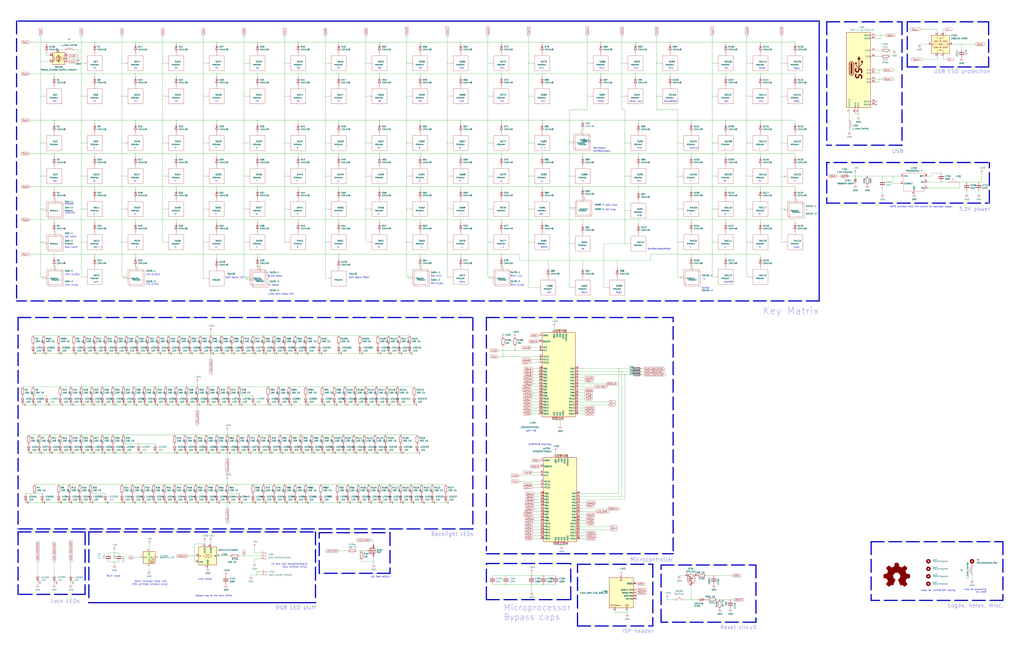
<source format=kicad_sch>
(kicad_sch (version 20210126) (generator eeschema)
  (paper "D")
  (junction (at 27.94 326.39) (diameter 0.3048))
  (junction (at 27.94 334.01) (diameter 0.3048))
  (junction (at 27.94 341.63) (diameter 0.3048))
  (junction (at 29.21 416.56) (diameter 0.3048))
  (junction (at 33.02 367.03) (diameter 0.3048))
  (junction (at 33.02 382.27) (diameter 0.3048))
  (junction (at 34.29 52.07) (diameter 0.3048))
  (junction (at 34.29 81.28) (diameter 0.3048))
  (junction (at 34.29 120.65) (diameter 0.3048))
  (junction (at 34.29 148.59) (diameter 0.3048))
  (junction (at 34.29 176.53) (diameter 0.3048))
  (junction (at 34.29 204.47) (diameter 0.3048))
  (junction (at 35.56 176.53) (diameter 0.3048))
  (junction (at 35.56 204.47) (diameter 0.3048))
  (junction (at 35.56 233.68) (diameter 0.3048))
  (junction (at 35.56 424.18) (diameter 0.3048))
  (junction (at 36.83 283.21) (diameter 0.3048))
  (junction (at 36.83 298.45) (diameter 0.3048))
  (junction (at 39.37 35.56) (diameter 0.3048))
  (junction (at 39.37 341.63) (diameter 0.3048))
  (junction (at 41.91 367.03) (diameter 0.3048))
  (junction (at 41.91 382.27) (diameter 0.3048))
  (junction (at 45.72 62.23) (diameter 0.3048))
  (junction (at 45.72 101.6) (diameter 0.3048))
  (junction (at 45.72 129.54) (diameter 0.3048))
  (junction (at 45.72 157.48) (diameter 0.3048))
  (junction (at 45.72 167.64) (diameter 0.3048))
  (junction (at 45.72 185.42) (diameter 0.3048))
  (junction (at 45.72 195.58) (diameter 0.3048))
  (junction (at 45.72 214.63) (diameter 0.3048))
  (junction (at 45.72 224.79) (diameter 0.3048))
  (junction (at 49.53 283.21) (diameter 0.3048))
  (junction (at 49.53 298.45) (diameter 0.3048))
  (junction (at 49.53 408.94) (diameter 0.3048))
  (junction (at 49.53 424.18) (diameter 0.3048))
  (junction (at 50.8 326.39) (diameter 0.3048))
  (junction (at 50.8 341.63) (diameter 0.3048))
  (junction (at 50.8 367.03) (diameter 0.3048))
  (junction (at 50.8 382.27) (diameter 0.3048))
  (junction (at 58.42 408.94) (diameter 0.3048))
  (junction (at 58.42 424.18) (diameter 0.3048))
  (junction (at 59.69 326.39) (diameter 0.3048))
  (junction (at 59.69 341.63) (diameter 0.3048))
  (junction (at 59.69 367.03) (diameter 0.3048))
  (junction (at 59.69 382.27) (diameter 0.3048))
  (junction (at 62.23 283.21) (diameter 0.3048))
  (junction (at 62.23 298.45) (diameter 0.3048))
  (junction (at 66.04 49.53) (diameter 0.3048))
  (junction (at 67.31 408.94) (diameter 0.3048))
  (junction (at 67.31 424.18) (diameter 0.3048))
  (junction (at 68.58 53.34) (diameter 0.3048))
  (junction (at 68.58 81.28) (diameter 0.3048))
  (junction (at 68.58 120.65) (diameter 0.3048))
  (junction (at 68.58 148.59) (diameter 0.3048))
  (junction (at 68.58 176.53) (diameter 0.3048))
  (junction (at 68.58 204.47) (diameter 0.3048))
  (junction (at 68.58 326.39) (diameter 0.3048))
  (junction (at 68.58 341.63) (diameter 0.3048))
  (junction (at 68.58 367.03) (diameter 0.3048))
  (junction (at 68.58 382.27) (diameter 0.3048))
  (junction (at 71.12 283.21) (diameter 0.3048))
  (junction (at 71.12 298.45) (diameter 0.3048))
  (junction (at 76.2 408.94) (diameter 0.3048))
  (junction (at 76.2 416.56) (diameter 0.3048))
  (junction (at 76.2 424.18) (diameter 0.3048))
  (junction (at 77.47 326.39) (diameter 0.3048))
  (junction (at 77.47 341.63) (diameter 0.3048))
  (junction (at 77.47 367.03) (diameter 0.3048))
  (junction (at 77.47 382.27) (diameter 0.3048))
  (junction (at 80.01 35.56) (diameter 0.3048))
  (junction (at 80.01 62.23) (diameter 0.3048))
  (junction (at 80.01 101.6) (diameter 0.3048))
  (junction (at 80.01 129.54) (diameter 0.3048))
  (junction (at 80.01 157.48) (diameter 0.3048))
  (junction (at 80.01 185.42) (diameter 0.3048))
  (junction (at 80.01 214.63) (diameter 0.3048))
  (junction (at 80.01 283.21) (diameter 0.3048))
  (junction (at 80.01 298.45) (diameter 0.3048))
  (junction (at 86.36 326.39) (diameter 0.3048))
  (junction (at 86.36 341.63) (diameter 0.3048))
  (junction (at 86.36 367.03) (diameter 0.3048))
  (junction (at 86.36 382.27) (diameter 0.3048))
  (junction (at 88.9 283.21) (diameter 0.3048))
  (junction (at 88.9 298.45) (diameter 0.3048))
  (junction (at 88.9 424.18) (diameter 0.3048))
  (junction (at 95.25 326.39) (diameter 0.3048))
  (junction (at 95.25 341.63) (diameter 0.3048))
  (junction (at 95.25 367.03) (diameter 0.3048))
  (junction (at 95.25 382.27) (diameter 0.3048))
  (junction (at 96.52 466.725) (diameter 0.3048))
  (junction (at 96.52 474.345) (diameter 0.3048))
  (junction (at 97.79 283.21) (diameter 0.3048))
  (junction (at 97.79 298.45) (diameter 0.3048))
  (junction (at 102.87 53.34) (diameter 0.3048))
  (junction (at 102.87 81.28) (diameter 0.3048))
  (junction (at 102.87 120.65) (diameter 0.3048))
  (junction (at 102.87 148.59) (diameter 0.3048))
  (junction (at 102.87 176.53) (diameter 0.3048))
  (junction (at 102.87 204.47) (diameter 0.3048))
  (junction (at 102.87 408.94) (diameter 0.3048))
  (junction (at 102.87 424.18) (diameter 0.3048))
  (junction (at 104.14 233.68) (diameter 0.3048))
  (junction (at 104.14 326.39) (diameter 0.3048))
  (junction (at 104.14 341.63) (diameter 0.3048))
  (junction (at 104.14 367.03) (diameter 0.3048))
  (junction (at 104.14 374.65) (diameter 0.3048))
  (junction (at 104.14 382.27) (diameter 0.3048))
  (junction (at 106.68 283.21) (diameter 0.3048))
  (junction (at 106.68 298.45) (diameter 0.3048))
  (junction (at 111.76 408.94) (diameter 0.3048))
  (junction (at 111.76 424.18) (diameter 0.3048))
  (junction (at 113.03 326.39) (diameter 0.3048))
  (junction (at 113.03 341.63) (diameter 0.3048))
  (junction (at 114.3 35.56) (diameter 0.3048))
  (junction (at 114.3 62.23) (diameter 0.3048))
  (junction (at 114.3 101.6) (diameter 0.3048))
  (junction (at 114.3 129.54) (diameter 0.3048))
  (junction (at 114.3 157.48) (diameter 0.3048))
  (junction (at 114.3 185.42) (diameter 0.3048))
  (junction (at 114.3 214.63) (diameter 0.3048))
  (junction (at 114.3 224.79) (diameter 0.3048))
  (junction (at 115.57 283.21) (diameter 0.3048))
  (junction (at 115.57 298.45) (diameter 0.3048))
  (junction (at 116.84 374.65) (diameter 0.3048))
  (junction (at 116.84 382.27) (diameter 0.3048))
  (junction (at 120.65 408.94) (diameter 0.3048))
  (junction (at 120.65 424.18) (diameter 0.3048))
  (junction (at 121.92 326.39) (diameter 0.3048))
  (junction (at 121.92 341.63) (diameter 0.3048))
  (junction (at 124.46 283.21) (diameter 0.3048))
  (junction (at 124.46 298.45) (diameter 0.3048))
  (junction (at 129.54 408.94) (diameter 0.3048))
  (junction (at 129.54 424.18) (diameter 0.3048))
  (junction (at 130.81 326.39) (diameter 0.3048))
  (junction (at 130.81 341.63) (diameter 0.3048))
  (junction (at 130.81 382.27) (diameter 0.3048))
  (junction (at 133.35 283.21) (diameter 0.3048))
  (junction (at 133.35 298.45) (diameter 0.3048))
  (junction (at 137.16 53.34) (diameter 0.3048))
  (junction (at 137.16 81.28) (diameter 0.3048))
  (junction (at 137.16 120.65) (diameter 0.3048))
  (junction (at 137.16 148.59) (diameter 0.3048))
  (junction (at 137.16 176.53) (diameter 0.3048))
  (junction (at 138.43 408.94) (diameter 0.3048))
  (junction (at 138.43 424.18) (diameter 0.3048))
  (junction (at 139.7 326.39) (diameter 0.3048))
  (junction (at 139.7 341.63) (diameter 0.3048))
  (junction (at 142.24 283.21) (diameter 0.3048))
  (junction (at 142.24 298.45) (diameter 0.3048))
  (junction (at 147.32 367.03) (diameter 0.3048))
  (junction (at 147.32 382.27) (diameter 0.3048))
  (junction (at 147.32 408.94) (diameter 0.3048))
  (junction (at 147.32 424.18) (diameter 0.3048))
  (junction (at 148.59 35.56) (diameter 0.3048))
  (junction (at 148.59 62.23) (diameter 0.3048))
  (junction (at 148.59 101.6) (diameter 0.3048))
  (junction (at 148.59 129.54) (diameter 0.3048))
  (junction (at 148.59 157.48) (diameter 0.3048))
  (junction (at 148.59 185.42) (diameter 0.3048))
  (junction (at 148.59 326.39) (diameter 0.3048))
  (junction (at 148.59 341.63) (diameter 0.3048))
  (junction (at 151.13 283.21) (diameter 0.3048))
  (junction (at 151.13 298.45) (diameter 0.3048))
  (junction (at 156.21 367.03) (diameter 0.3048))
  (junction (at 156.21 382.27) (diameter 0.3048))
  (junction (at 156.21 408.94) (diameter 0.3048))
  (junction (at 156.21 424.18) (diameter 0.3048))
  (junction (at 157.48 326.39) (diameter 0.3048))
  (junction (at 157.48 341.63) (diameter 0.3048))
  (junction (at 160.02 283.21) (diameter 0.3048))
  (junction (at 160.02 298.45) (diameter 0.3048))
  (junction (at 165.1 367.03) (diameter 0.3048))
  (junction (at 165.1 382.27) (diameter 0.3048))
  (junction (at 165.1 408.94) (diameter 0.3048))
  (junction (at 165.1 424.18) (diameter 0.3048))
  (junction (at 166.37 326.39) (diameter 0.3048))
  (junction (at 166.37 341.63) (diameter 0.3048))
  (junction (at 168.91 283.21) (diameter 0.3048))
  (junction (at 168.91 298.45) (diameter 0.3048))
  (junction (at 171.45 53.34) (diameter 0.3048))
  (junction (at 171.45 81.28) (diameter 0.3048))
  (junction (at 171.45 120.65) (diameter 0.3048))
  (junction (at 171.45 148.59) (diameter 0.3048))
  (junction (at 171.45 176.53) (diameter 0.3048))
  (junction (at 171.45 204.47) (diameter 0.3048))
  (junction (at 172.72 459.105) (diameter 0.3048))
  (junction (at 173.99 367.03) (diameter 0.3048))
  (junction (at 173.99 382.27) (diameter 0.3048))
  (junction (at 173.99 408.94) (diameter 0.3048))
  (junction (at 173.99 424.18) (diameter 0.3048))
  (junction (at 175.26 326.39) (diameter 0.3048))
  (junction (at 175.26 341.63) (diameter 0.3048))
  (junction (at 177.8 283.21) (diameter 0.3048))
  (junction (at 177.8 298.45) (diameter 0.3048))
  (junction (at 182.88 35.56) (diameter 0.3048))
  (junction (at 182.88 62.23) (diameter 0.3048))
  (junction (at 182.88 101.6) (diameter 0.3048))
  (junction (at 182.88 129.54) (diameter 0.3048))
  (junction (at 182.88 157.48) (diameter 0.3048))
  (junction (at 182.88 185.42) (diameter 0.3048))
  (junction (at 182.88 214.63) (diameter 0.3048))
  (junction (at 182.88 367.03) (diameter 0.3048))
  (junction (at 182.88 382.27) (diameter 0.3048))
  (junction (at 182.88 408.94) (diameter 0.3048))
  (junction (at 182.88 424.18) (diameter 0.3048))
  (junction (at 184.15 326.39) (diameter 0.3048))
  (junction (at 184.15 341.63) (diameter 0.3048))
  (junction (at 186.69 283.21) (diameter 0.3048))
  (junction (at 186.69 298.45) (diameter 0.3048))
  (junction (at 191.77 367.03) (diameter 0.3048))
  (junction (at 191.77 382.27) (diameter 0.3048))
  (junction (at 191.77 408.94) (diameter 0.3048))
  (junction (at 191.77 416.56) (diameter 0.3048))
  (junction (at 191.77 424.18) (diameter 0.3048))
  (junction (at 193.04 326.39) (diameter 0.3048))
  (junction (at 193.04 341.63) (diameter 0.3048))
  (junction (at 195.58 283.21) (diameter 0.3048))
  (junction (at 195.58 298.45) (diameter 0.3048))
  (junction (at 200.66 367.03) (diameter 0.3048))
  (junction (at 200.66 382.27) (diameter 0.3048))
  (junction (at 201.93 326.39) (diameter 0.3048))
  (junction (at 201.93 334.01) (diameter 0.3048))
  (junction (at 201.93 341.63) (diameter 0.3048))
  (junction (at 201.93 424.18) (diameter 0.3048))
  (junction (at 204.47 283.21) (diameter 0.3048))
  (junction (at 204.47 298.45) (diameter 0.3048))
  (junction (at 205.74 53.34) (diameter 0.3048))
  (junction (at 205.74 81.28) (diameter 0.3048))
  (junction (at 205.74 120.65) (diameter 0.3048))
  (junction (at 205.74 148.59) (diameter 0.3048))
  (junction (at 205.74 176.53) (diameter 0.3048))
  (junction (at 205.74 204.47) (diameter 0.3048))
  (junction (at 205.74 469.265) (diameter 0.3048))
  (junction (at 207.01 233.68) (diameter 0.3048))
  (junction (at 208.28 234.95) (diameter 0.3048))
  (junction (at 209.55 367.03) (diameter 0.3048))
  (junction (at 209.55 382.27) (diameter 0.3048))
  (junction (at 213.36 283.21) (diameter 0.3048))
  (junction (at 213.36 298.45) (diameter 0.3048))
  (junction (at 213.36 341.63) (diameter 0.3048))
  (junction (at 213.36 408.94) (diameter 0.3048))
  (junction (at 213.36 424.18) (diameter 0.3048))
  (junction (at 216.535 485.14) (diameter 0.3048))
  (junction (at 217.17 35.56) (diameter 0.3048))
  (junction (at 217.17 62.23) (diameter 0.3048))
  (junction (at 217.17 101.6) (diameter 0.3048))
  (junction (at 217.17 129.54) (diameter 0.3048))
  (junction (at 217.17 157.48) (diameter 0.3048))
  (junction (at 217.17 185.42) (diameter 0.3048))
  (junction (at 217.17 214.63) (diameter 0.3048))
  (junction (at 217.17 224.79) (diameter 0.3048))
  (junction (at 218.44 224.79) (diameter 0.3048))
  (junction (at 218.44 367.03) (diameter 0.3048))
  (junction (at 218.44 382.27) (diameter 0.3048))
  (junction (at 222.25 283.21) (diameter 0.3048))
  (junction (at 222.25 298.45) (diameter 0.3048))
  (junction (at 222.25 408.94) (diameter 0.3048))
  (junction (at 222.25 424.18) (diameter 0.3048))
  (junction (at 226.06 326.39) (diameter 0.3048))
  (junction (at 226.06 341.63) (diameter 0.3048))
  (junction (at 227.33 367.03) (diameter 0.3048))
  (junction (at 227.33 382.27) (diameter 0.3048))
  (junction (at 231.14 283.21) (diameter 0.3048))
  (junction (at 231.14 298.45) (diameter 0.3048))
  (junction (at 231.14 408.94) (diameter 0.3048))
  (junction (at 231.14 424.18) (diameter 0.3048))
  (junction (at 234.95 326.39) (diameter 0.3048))
  (junction (at 234.95 341.63) (diameter 0.3048))
  (junction (at 236.22 367.03) (diameter 0.3048))
  (junction (at 236.22 382.27) (diameter 0.3048))
  (junction (at 240.03 53.34) (diameter 0.3048))
  (junction (at 240.03 81.28) (diameter 0.3048))
  (junction (at 240.03 120.65) (diameter 0.3048))
  (junction (at 240.03 148.59) (diameter 0.3048))
  (junction (at 240.03 176.53) (diameter 0.3048))
  (junction (at 240.03 283.21) (diameter 0.3048))
  (junction (at 240.03 298.45) (diameter 0.3048))
  (junction (at 240.03 408.94) (diameter 0.3048))
  (junction (at 240.03 424.18) (diameter 0.3048))
  (junction (at 243.84 326.39) (diameter 0.3048))
  (junction (at 243.84 341.63) (diameter 0.3048))
  (junction (at 245.11 367.03) (diameter 0.3048))
  (junction (at 245.11 382.27) (diameter 0.3048))
  (junction (at 248.92 283.21) (diameter 0.3048))
  (junction (at 248.92 298.45) (diameter 0.3048))
  (junction (at 248.92 408.94) (diameter 0.3048))
  (junction (at 248.92 424.18) (diameter 0.3048))
  (junction (at 251.46 35.56) (diameter 0.3048))
  (junction (at 251.46 62.23) (diameter 0.3048))
  (junction (at 251.46 101.6) (diameter 0.3048))
  (junction (at 251.46 129.54) (diameter 0.3048))
  (junction (at 251.46 157.48) (diameter 0.3048))
  (junction (at 251.46 185.42) (diameter 0.3048))
  (junction (at 254 367.03) (diameter 0.3048))
  (junction (at 254 382.27) (diameter 0.3048))
  (junction (at 257.81 283.21) (diameter 0.3048))
  (junction (at 257.81 298.45) (diameter 0.3048))
  (junction (at 257.81 326.39) (diameter 0.3048))
  (junction (at 257.81 341.63) (diameter 0.3048))
  (junction (at 257.81 408.94) (diameter 0.3048))
  (junction (at 257.81 424.18) (diameter 0.3048))
  (junction (at 262.89 367.03) (diameter 0.3048))
  (junction (at 262.89 382.27) (diameter 0.3048))
  (junction (at 269.24 283.21) (diameter 0.3048))
  (junction (at 269.24 298.45) (diameter 0.3048))
  (junction (at 270.51 408.94) (diameter 0.3048))
  (junction (at 270.51 424.18) (diameter 0.3048))
  (junction (at 271.78 326.39) (diameter 0.3048))
  (junction (at 271.78 341.63) (diameter 0.3048))
  (junction (at 271.78 367.03) (diameter 0.3048))
  (junction (at 271.78 382.27) (diameter 0.3048))
  (junction (at 274.32 53.34) (diameter 0.3048))
  (junction (at 274.32 81.28) (diameter 0.3048))
  (junction (at 274.32 120.65) (diameter 0.3048))
  (junction (at 274.32 148.59) (diameter 0.3048))
  (junction (at 274.32 176.53) (diameter 0.3048))
  (junction (at 274.32 204.47) (diameter 0.3048))
  (junction (at 280.67 367.03) (diameter 0.3048))
  (junction (at 280.67 382.27) (diameter 0.3048))
  (junction (at 281.94 326.39) (diameter 0.3048))
  (junction (at 281.94 341.63) (diameter 0.3048))
  (junction (at 284.48 408.94) (diameter 0.3048))
  (junction (at 284.48 424.18) (diameter 0.3048))
  (junction (at 285.75 35.56) (diameter 0.3048))
  (junction (at 285.75 62.23) (diameter 0.3048))
  (junction (at 285.75 101.6) (diameter 0.3048))
  (junction (at 285.75 129.54) (diameter 0.3048))
  (junction (at 285.75 157.48) (diameter 0.3048))
  (junction (at 285.75 185.42) (diameter 0.3048))
  (junction (at 285.75 214.63) (diameter 0.3048))
  (junction (at 285.75 283.21) (diameter 0.3048))
  (junction (at 285.75 298.45) (diameter 0.3048))
  (junction (at 289.56 367.03) (diameter 0.3048))
  (junction (at 289.56 382.27) (diameter 0.3048))
  (junction (at 290.83 326.39) (diameter 0.3048))
  (junction (at 290.83 341.63) (diameter 0.3048))
  (junction (at 293.37 408.94) (diameter 0.3048))
  (junction (at 293.37 424.18) (diameter 0.3048))
  (junction (at 298.45 367.03) (diameter 0.3048))
  (junction (at 298.45 382.27) (diameter 0.3048))
  (junction (at 299.72 326.39) (diameter 0.3048))
  (junction (at 299.72 341.63) (diameter 0.3048))
  (junction (at 302.26 408.94) (diameter 0.3048))
  (junction (at 302.26 424.18) (diameter 0.3048))
  (junction (at 303.53 283.21) (diameter 0.3048))
  (junction (at 303.53 298.45) (diameter 0.3048))
  (junction (at 304.8 464.82) (diameter 0.3048))
  (junction (at 307.34 367.03) (diameter 0.3048))
  (junction (at 307.34 382.27) (diameter 0.3048))
  (junction (at 308.61 53.34) (diameter 0.3048))
  (junction (at 308.61 81.28) (diameter 0.3048))
  (junction (at 308.61 120.65) (diameter 0.3048))
  (junction (at 308.61 148.59) (diameter 0.3048))
  (junction (at 308.61 176.53) (diameter 0.3048))
  (junction (at 308.61 326.39) (diameter 0.3048))
  (junction (at 308.61 341.63) (diameter 0.3048))
  (junction (at 311.15 408.94) (diameter 0.3048))
  (junction (at 311.15 424.18) (diameter 0.3048))
  (junction (at 314.96 473.71) (diameter 0.3048))
  (junction (at 316.23 367.03) (diameter 0.3048))
  (junction (at 316.23 382.27) (diameter 0.3048))
  (junction (at 317.5 326.39) (diameter 0.3048))
  (junction (at 317.5 341.63) (diameter 0.3048))
  (junction (at 318.77 283.21) (diameter 0.3048))
  (junction (at 318.77 298.45) (diameter 0.3048))
  (junction (at 320.04 35.56) (diameter 0.3048))
  (junction (at 320.04 62.23) (diameter 0.3048))
  (junction (at 320.04 101.6) (diameter 0.3048))
  (junction (at 320.04 129.54) (diameter 0.3048))
  (junction (at 320.04 157.48) (diameter 0.3048))
  (junction (at 320.04 185.42) (diameter 0.3048))
  (junction (at 320.04 408.94) (diameter 0.3048))
  (junction (at 320.04 424.18) (diameter 0.3048))
  (junction (at 325.12 367.03) (diameter 0.3048))
  (junction (at 325.12 382.27) (diameter 0.3048))
  (junction (at 326.39 326.39) (diameter 0.3048))
  (junction (at 326.39 341.63) (diameter 0.3048))
  (junction (at 327.66 283.21) (diameter 0.3048))
  (junction (at 327.66 298.45) (diameter 0.3048))
  (junction (at 328.93 408.94) (diameter 0.3048))
  (junction (at 328.93 424.18) (diameter 0.3048))
  (junction (at 335.28 326.39) (diameter 0.3048))
  (junction (at 335.28 341.63) (diameter 0.3048))
  (junction (at 336.55 283.21) (diameter 0.3048))
  (junction (at 336.55 298.45) (diameter 0.3048))
  (junction (at 337.82 367.03) (diameter 0.3048))
  (junction (at 337.82 382.27) (diameter 0.3048))
  (junction (at 337.82 408.94) (diameter 0.3048))
  (junction (at 337.82 424.18) (diameter 0.3048))
  (junction (at 342.9 53.34) (diameter 0.3048))
  (junction (at 342.9 81.28) (diameter 0.3048))
  (junction (at 342.9 120.65) (diameter 0.3048))
  (junction (at 342.9 148.59) (diameter 0.3048))
  (junction (at 342.9 176.53) (diameter 0.3048))
  (junction (at 342.9 204.47) (diameter 0.3048))
  (junction (at 344.17 233.68) (diameter 0.3048))
  (junction (at 346.71 408.94) (diameter 0.3048))
  (junction (at 346.71 424.18) (diameter 0.3048))
  (junction (at 354.33 35.56) (diameter 0.3048))
  (junction (at 354.33 62.23) (diameter 0.3048))
  (junction (at 354.33 101.6) (diameter 0.3048))
  (junction (at 354.33 129.54) (diameter 0.3048))
  (junction (at 354.33 157.48) (diameter 0.3048))
  (junction (at 354.33 185.42) (diameter 0.3048))
  (junction (at 354.33 214.63) (diameter 0.3048))
  (junction (at 354.33 224.79) (diameter 0.3048))
  (junction (at 355.6 408.94) (diameter 0.3048))
  (junction (at 355.6 424.18) (diameter 0.3048))
  (junction (at 364.49 408.94) (diameter 0.3048))
  (junction (at 364.49 424.18) (diameter 0.3048))
  (junction (at 377.19 53.34) (diameter 0.3048))
  (junction (at 377.19 81.28) (diameter 0.3048))
  (junction (at 377.19 120.65) (diameter 0.3048))
  (junction (at 377.19 148.59) (diameter 0.3048))
  (junction (at 377.19 176.53) (diameter 0.3048))
  (junction (at 377.19 204.47) (diameter 0.3048))
  (junction (at 388.62 35.56) (diameter 0.3048))
  (junction (at 388.62 62.23) (diameter 0.3048))
  (junction (at 388.62 101.6) (diameter 0.3048))
  (junction (at 388.62 129.54) (diameter 0.3048))
  (junction (at 388.62 157.48) (diameter 0.3048))
  (junction (at 388.62 185.42) (diameter 0.3048))
  (junction (at 388.62 214.63) (diameter 0.3048))
  (junction (at 411.48 53.34) (diameter 0.3048))
  (junction (at 411.48 81.28) (diameter 0.3048))
  (junction (at 411.48 120.65) (diameter 0.3048))
  (junction (at 411.48 148.59) (diameter 0.3048))
  (junction (at 411.48 176.53) (diameter 0.3048))
  (junction (at 411.48 204.47) (diameter 0.3048))
  (junction (at 412.75 233.68) (diameter 0.3048))
  (junction (at 422.91 35.56) (diameter 0.3048))
  (junction (at 422.91 62.23) (diameter 0.3048))
  (junction (at 422.91 101.6) (diameter 0.3048))
  (junction (at 422.91 129.54) (diameter 0.3048))
  (junction (at 422.91 157.48) (diameter 0.3048))
  (junction (at 422.91 185.42) (diameter 0.3048))
  (junction (at 422.91 214.63) (diameter 0.3048))
  (junction (at 422.91 224.79) (diameter 0.3048))
  (junction (at 424.18 300.99) (diameter 0.3048))
  (junction (at 426.72 485.775) (diameter 0.3048))
  (junction (at 426.72 493.395) (diameter 0.3048))
  (junction (at 434.34 295.91) (diameter 0.3048))
  (junction (at 445.77 53.34) (diameter 0.3048))
  (junction (at 445.77 81.28) (diameter 0.3048))
  (junction (at 445.77 120.65) (diameter 0.3048))
  (junction (at 445.77 148.59) (diameter 0.3048))
  (junction (at 445.77 176.53) (diameter 0.3048))
  (junction (at 445.77 204.47) (diameter 0.3048))
  (junction (at 448.31 485.775) (diameter 0.3048))
  (junction (at 448.31 493.395) (diameter 0.3048))
  (junction (at 457.2 35.56) (diameter 0.3048))
  (junction (at 457.2 62.23) (diameter 0.3048))
  (junction (at 457.2 101.6) (diameter 0.3048))
  (junction (at 457.2 129.54) (diameter 0.3048))
  (junction (at 457.2 157.48) (diameter 0.3048))
  (junction (at 457.2 185.42) (diameter 0.3048))
  (junction (at 458.47 485.775) (diameter 0.3048))
  (junction (at 458.47 493.395) (diameter 0.3048))
  (junction (at 462.28 219.71) (diameter 0.3048))
  (junction (at 467.36 278.13) (diameter 0.3048))
  (junction (at 468.63 383.54) (diameter 0.3048))
  (junction (at 469.9 278.13) (diameter 0.3048))
  (junction (at 469.9 354.33) (diameter 0.3048))
  (junction (at 471.17 383.54) (diameter 0.3048))
  (junction (at 471.17 459.74) (diameter 0.3048))
  (junction (at 472.44 278.13) (diameter 0.3048))
  (junction (at 472.44 354.33) (diameter 0.3048))
  (junction (at 473.71 383.54) (diameter 0.3048))
  (junction (at 473.71 459.74) (diameter 0.3048))
  (junction (at 474.98 278.13) (diameter 0.3048))
  (junction (at 476.25 383.54) (diameter 0.3048))
  (junction (at 476.25 459.74) (diameter 0.3048))
  (junction (at 480.06 119.38) (diameter 0.3048))
  (junction (at 480.06 120.65) (diameter 0.3048))
  (junction (at 480.06 148.59) (diameter 0.3048))
  (junction (at 480.06 175.26) (diameter 0.3048))
  (junction (at 480.06 205.74) (diameter 0.3048))
  (junction (at 481.33 175.26) (diameter 0.3048))
  (junction (at 491.49 101.6) (diameter 0.3048))
  (junction (at 491.49 109.22) (diameter 0.3048))
  (junction (at 491.49 129.54) (diameter 0.3048))
  (junction (at 491.49 157.48) (diameter 0.3048))
  (junction (at 491.49 166.37) (diameter 0.3048))
  (junction (at 491.49 185.42) (diameter 0.3048))
  (junction (at 491.49 219.71) (diameter 0.3048))
  (junction (at 495.3 53.34) (diameter 0.3048))
  (junction (at 495.3 81.28) (diameter 0.3048))
  (junction (at 506.73 35.56) (diameter 0.3048))
  (junction (at 506.73 62.23) (diameter 0.3048))
  (junction (at 520.7 219.71) (diameter 0.3048))
  (junction (at 521.97 311.15) (diameter 0.3048))
  (junction (at 524.51 53.34) (diameter 0.3048))
  (junction (at 524.51 81.28) (diameter 0.3048))
  (junction (at 524.51 313.69) (diameter 0.3048))
  (junction (at 527.05 120.65) (diameter 0.3048))
  (junction (at 527.05 148.59) (diameter 0.3048))
  (junction (at 527.05 177.8) (diameter 0.3048))
  (junction (at 527.05 205.74) (diameter 0.3048))
  (junction (at 527.05 316.23) (diameter 0.3048))
  (junction (at 528.955 516.89) (diameter 0.3048))
  (junction (at 535.94 35.56) (diameter 0.3048))
  (junction (at 535.94 62.23) (diameter 0.3048))
  (junction (at 538.48 101.6) (diameter 0.3048))
  (junction (at 538.48 129.54) (diameter 0.3048))
  (junction (at 538.48 157.48) (diameter 0.3048))
  (junction (at 538.48 185.42) (diameter 0.3048))
  (junction (at 553.72 53.34) (diameter 0.3048))
  (junction (at 553.72 81.28) (diameter 0.3048))
  (junction (at 565.15 35.56) (diameter 0.3048))
  (junction (at 565.15 62.23) (diameter 0.3048))
  (junction (at 571.5 120.65) (diameter 0.3048))
  (junction (at 571.5 148.59) (diameter 0.3048))
  (junction (at 571.5 176.53) (diameter 0.3048))
  (junction (at 571.5 204.47) (diameter 0.3048))
  (junction (at 574.04 233.68) (diameter 0.3048))
  (junction (at 582.93 101.6) (diameter 0.3048))
  (junction (at 582.93 129.54) (diameter 0.3048))
  (junction (at 582.93 157.48) (diameter 0.3048))
  (junction (at 582.93 185.42) (diameter 0.3048))
  (junction (at 582.93 214.63) (diameter 0.3048))
  (junction (at 582.93 224.79) (diameter 0.3048))
  (junction (at 582.93 506.095) (diameter 0.3048))
  (junction (at 600.71 53.34) (diameter 0.3048))
  (junction (at 600.71 81.28) (diameter 0.3048))
  (junction (at 600.71 120.65) (diameter 0.3048))
  (junction (at 600.71 148.59) (diameter 0.3048))
  (junction (at 600.71 176.53) (diameter 0.3048))
  (junction (at 600.71 204.47) (diameter 0.3048))
  (junction (at 601.98 485.775) (diameter 0.3048))
  (junction (at 607.06 506.095) (diameter 0.3048))
  (junction (at 612.14 35.56) (diameter 0.3048))
  (junction (at 612.14 62.23) (diameter 0.3048))
  (junction (at 612.14 101.6) (diameter 0.3048))
  (junction (at 612.14 129.54) (diameter 0.3048))
  (junction (at 612.14 157.48) (diameter 0.3048))
  (junction (at 612.14 185.42) (diameter 0.3048))
  (junction (at 612.14 214.63) (diameter 0.3048))
  (junction (at 615.95 506.095) (diameter 0.3048))
  (junction (at 629.92 53.34) (diameter 0.3048))
  (junction (at 629.92 81.28) (diameter 0.3048))
  (junction (at 629.92 120.65) (diameter 0.3048))
  (junction (at 629.92 148.59) (diameter 0.3048))
  (junction (at 629.92 176.53) (diameter 0.3048))
  (junction (at 629.92 204.47) (diameter 0.3048))
  (junction (at 641.35 35.56) (diameter 0.3048))
  (junction (at 641.35 62.23) (diameter 0.3048))
  (junction (at 641.35 101.6) (diameter 0.3048))
  (junction (at 641.35 129.54) (diameter 0.3048))
  (junction (at 641.35 157.48) (diameter 0.3048))
  (junction (at 641.35 185.42) (diameter 0.3048))
  (junction (at 659.13 53.34) (diameter 0.3048))
  (junction (at 659.13 81.28) (diameter 0.3048))
  (junction (at 659.13 120.65) (diameter 0.3048))
  (junction (at 659.13 148.59) (diameter 0.3048))
  (junction (at 659.13 176.53) (diameter 0.3048))
  (junction (at 661.67 148.59) (diameter 0.3048))
  (junction (at 661.67 176.53) (diameter 0.3048))
  (junction (at 670.56 167.64) (diameter 0.3048))
  (junction (at 721.36 148.59) (diameter 0.3048))
  (junction (at 723.9 95.885) (diameter 0.3048))
  (junction (at 731.52 148.59) (diameter 0.3048))
  (junction (at 741.68 59.055) (diameter 0.3048))
  (junction (at 741.68 66.675) (diameter 0.3048))
  (junction (at 742.95 29.845) (diameter 0.3048))
  (junction (at 744.22 148.59) (diameter 0.3048))
  (junction (at 750.57 42.545) (diameter 0.3048))
  (junction (at 753.11 148.59) (diameter 0.3048))
  (junction (at 793.75 153.67) (diameter 0.3048))
  (junction (at 808.99 153.67) (diameter 0.3048))
  (junction (at 810.895 37.465) (diameter 0.3048))
  (junction (at 815.34 153.67) (diameter 0.3048))
  (junction (at 825.5 153.67) (diameter 0.3048))
  (no_connect (at 536.575 502.92))
  (no_connect (at 536.575 505.46))
  (no_connect (at 739.14 85.725))
  (no_connect (at 739.14 88.265))
  (wire (pts (xy 19.05 326.39) (xy 27.94 326.39)))
  (wire (pts (xy 19.05 341.63) (xy 27.94 341.63)))
  (wire (pts (xy 21.59 416.56) (xy 29.21 416.56)))
  (wire (pts (xy 21.59 424.18) (xy 35.56 424.18)))
  (wire (pts (xy 25.4 35.56) (xy 39.37 35.56)))
  (wire (pts (xy 25.4 62.23) (xy 45.72 62.23)))
  (wire (pts (xy 25.4 101.6) (xy 45.72 101.6)))
  (wire (pts (xy 25.4 129.54) (xy 45.72 129.54)))
  (wire (pts (xy 25.4 157.48) (xy 45.72 157.48)))
  (wire (pts (xy 25.4 185.42) (xy 45.72 185.42)))
  (wire (pts (xy 25.4 214.63) (xy 45.72 214.63)))
  (wire (pts (xy 27.94 326.39) (xy 50.8 326.39)))
  (wire (pts (xy 27.94 334.01) (xy 39.37 334.01)))
  (wire (pts (xy 27.94 341.63) (xy 39.37 341.63)))
  (wire (pts (xy 29.21 408.94) (xy 49.53 408.94)))
  (wire (pts (xy 29.21 416.56) (xy 35.56 416.56)))
  (wire (pts (xy 31.75 474.345) (xy 31.75 484.505)))
  (wire (pts (xy 31.75 493.395) (xy 31.75 492.125)))
  (wire (pts (xy 33.02 367.03) (xy 24.13 367.03)))
  (wire (pts (xy 33.02 382.27) (xy 24.13 382.27)))
  (wire (pts (xy 34.29 30.48) (xy 34.29 52.07)))
  (wire (pts (xy 34.29 52.07) (xy 34.29 81.28)))
  (wire (pts (xy 34.29 81.28) (xy 34.29 120.65)))
  (wire (pts (xy 34.29 120.65) (xy 34.29 148.59)))
  (wire (pts (xy 34.29 148.59) (xy 34.29 176.53)))
  (wire (pts (xy 34.29 176.53) (xy 34.29 204.47)))
  (wire (pts (xy 34.29 204.47) (xy 34.29 233.68)))
  (wire (pts (xy 35.56 176.53) (xy 34.29 176.53)))
  (wire (pts (xy 35.56 177.8) (xy 35.56 176.53)))
  (wire (pts (xy 35.56 204.47) (xy 34.29 204.47)))
  (wire (pts (xy 35.56 205.74) (xy 35.56 204.47)))
  (wire (pts (xy 35.56 233.68) (xy 34.29 233.68)))
  (wire (pts (xy 35.56 234.95) (xy 35.56 233.68)))
  (wire (pts (xy 35.56 424.18) (xy 49.53 424.18)))
  (wire (pts (xy 36.83 81.28) (xy 34.29 81.28)))
  (wire (pts (xy 36.83 120.65) (xy 34.29 120.65)))
  (wire (pts (xy 36.83 148.59) (xy 34.29 148.59)))
  (wire (pts (xy 36.83 176.53) (xy 35.56 176.53)))
  (wire (pts (xy 36.83 204.47) (xy 35.56 204.47)))
  (wire (pts (xy 36.83 233.68) (xy 35.56 233.68)))
  (wire (pts (xy 36.83 283.21) (xy 27.94 283.21)))
  (wire (pts (xy 36.83 283.21) (xy 49.53 283.21)))
  (wire (pts (xy 36.83 298.45) (xy 27.94 298.45)))
  (wire (pts (xy 36.83 298.45) (xy 49.53 298.45)))
  (wire (pts (xy 38.1 177.8) (xy 35.56 177.8)))
  (wire (pts (xy 38.1 205.74) (xy 35.56 205.74)))
  (wire (pts (xy 38.1 234.95) (xy 35.56 234.95)))
  (wire (pts (xy 39.37 35.56) (xy 80.01 35.56)))
  (wire (pts (xy 39.37 36.83) (xy 39.37 35.56)))
  (wire (pts (xy 39.37 46.99) (xy 39.37 44.45)))
  (wire (pts (xy 39.37 341.63) (xy 50.8 341.63)))
  (wire (pts (xy 41.91 46.99) (xy 39.37 46.99)))
  (wire (pts (xy 41.91 52.07) (xy 34.29 52.07)))
  (wire (pts (xy 41.91 367.03) (xy 33.02 367.03)))
  (wire (pts (xy 41.91 382.27) (xy 33.02 382.27)))
  (wire (pts (xy 45.72 62.23) (xy 45.72 64.77)))
  (wire (pts (xy 45.72 62.23) (xy 80.01 62.23)))
  (wire (pts (xy 45.72 101.6) (xy 45.72 104.14)))
  (wire (pts (xy 45.72 101.6) (xy 80.01 101.6)))
  (wire (pts (xy 45.72 129.54) (xy 45.72 132.08)))
  (wire (pts (xy 45.72 129.54) (xy 80.01 129.54)))
  (wire (pts (xy 45.72 157.48) (xy 45.72 160.02)))
  (wire (pts (xy 45.72 157.48) (xy 80.01 157.48)))
  (wire (pts (xy 45.72 185.42) (xy 45.72 187.96)))
  (wire (pts (xy 45.72 185.42) (xy 80.01 185.42)))
  (wire (pts (xy 45.72 214.63) (xy 45.72 217.17)))
  (wire (pts (xy 45.72 214.63) (xy 80.01 214.63)))
  (wire (pts (xy 45.72 224.79) (xy 46.99 224.79)))
  (wire (pts (xy 45.72 474.345) (xy 45.72 484.505)))
  (wire (pts (xy 45.72 493.395) (xy 45.72 492.125)))
  (wire (pts (xy 46.99 167.64) (xy 45.72 167.64)))
  (wire (pts (xy 46.99 168.91) (xy 46.99 167.64)))
  (wire (pts (xy 46.99 195.58) (xy 45.72 195.58)))
  (wire (pts (xy 46.99 196.85) (xy 46.99 195.58)))
  (wire (pts (xy 46.99 226.06) (xy 46.99 224.79)))
  (wire (pts (xy 49.53 41.91) (xy 54.61 41.91)))
  (wire (pts (xy 49.53 283.21) (xy 62.23 283.21)))
  (wire (pts (xy 49.53 298.45) (xy 62.23 298.45)))
  (wire (pts (xy 50.8 367.03) (xy 41.91 367.03)))
  (wire (pts (xy 50.8 382.27) (xy 41.91 382.27)))
  (wire (pts (xy 58.42 408.94) (xy 49.53 408.94)))
  (wire (pts (xy 58.42 424.18) (xy 49.53 424.18)))
  (wire (pts (xy 59.69 326.39) (xy 50.8 326.39)))
  (wire (pts (xy 59.69 341.63) (xy 50.8 341.63)))
  (wire (pts (xy 59.69 367.03) (xy 50.8 367.03)))
  (wire (pts (xy 59.69 382.27) (xy 50.8 382.27)))
  (wire (pts (xy 59.69 474.345) (xy 59.69 484.505)))
  (wire (pts (xy 59.69 492.125) (xy 59.69 493.395)))
  (wire (pts (xy 62.23 41.91) (xy 66.04 41.91)))
  (wire (pts (xy 66.04 41.91) (xy 66.04 49.53)) (stroke (width 0.1524)))
  (wire (pts (xy 66.04 49.53) (xy 57.15 49.53)))
  (wire (pts (xy 67.31 408.94) (xy 58.42 408.94)))
  (wire (pts (xy 67.31 424.18) (xy 58.42 424.18)))
  (wire (pts (xy 68.58 53.34) (xy 68.58 30.48)))
  (wire (pts (xy 68.58 53.34) (xy 68.58 81.28)))
  (wire (pts (xy 68.58 81.28) (xy 68.58 120.65)))
  (wire (pts (xy 68.58 148.59) (xy 68.58 120.65)))
  (wire (pts (xy 68.58 176.53) (xy 68.58 148.59)))
  (wire (pts (xy 68.58 204.47) (xy 68.58 176.53)))
  (wire (pts (xy 68.58 233.68) (xy 68.58 204.47)))
  (wire (pts (xy 68.58 326.39) (xy 59.69 326.39)))
  (wire (pts (xy 68.58 341.63) (xy 59.69 341.63)))
  (wire (pts (xy 68.58 367.03) (xy 59.69 367.03)))
  (wire (pts (xy 68.58 382.27) (xy 59.69 382.27)))
  (wire (pts (xy 71.12 53.34) (xy 68.58 53.34)))
  (wire (pts (xy 71.12 81.28) (xy 68.58 81.28)))
  (wire (pts (xy 71.12 120.65) (xy 68.58 120.65)))
  (wire (pts (xy 71.12 148.59) (xy 68.58 148.59)))
  (wire (pts (xy 71.12 176.53) (xy 68.58 176.53)))
  (wire (pts (xy 71.12 204.47) (xy 68.58 204.47)))
  (wire (pts (xy 71.12 233.68) (xy 68.58 233.68)))
  (wire (pts (xy 71.12 283.21) (xy 62.23 283.21)))
  (wire (pts (xy 71.12 298.45) (xy 62.23 298.45)))
  (wire (pts (xy 76.2 408.94) (xy 67.31 408.94)))
  (wire (pts (xy 76.2 408.94) (xy 102.87 408.94)))
  (wire (pts (xy 76.2 416.56) (xy 88.9 416.56)))
  (wire (pts (xy 76.2 424.18) (xy 67.31 424.18)))
  (wire (pts (xy 76.2 424.18) (xy 88.9 424.18)))
  (wire (pts (xy 77.47 326.39) (xy 68.58 326.39)))
  (wire (pts (xy 77.47 341.63) (xy 68.58 341.63)))
  (wire (pts (xy 77.47 367.03) (xy 68.58 367.03)))
  (wire (pts (xy 77.47 382.27) (xy 68.58 382.27)))
  (wire (pts (xy 80.01 36.83) (xy 80.01 35.56)))
  (wire (pts (xy 80.01 62.23) (xy 80.01 64.77)))
  (wire (pts (xy 80.01 62.23) (xy 114.3 62.23)))
  (wire (pts (xy 80.01 101.6) (xy 80.01 104.14)))
  (wire (pts (xy 80.01 101.6) (xy 114.3 101.6)))
  (wire (pts (xy 80.01 129.54) (xy 80.01 132.08)))
  (wire (pts (xy 80.01 129.54) (xy 114.3 129.54)))
  (wire (pts (xy 80.01 157.48) (xy 80.01 160.02)))
  (wire (pts (xy 80.01 157.48) (xy 114.3 157.48)))
  (wire (pts (xy 80.01 185.42) (xy 80.01 187.96)))
  (wire (pts (xy 80.01 185.42) (xy 114.3 185.42)))
  (wire (pts (xy 80.01 214.63) (xy 80.01 217.17)))
  (wire (pts (xy 80.01 214.63) (xy 114.3 214.63)))
  (wire (pts (xy 80.01 283.21) (xy 71.12 283.21)))
  (wire (pts (xy 80.01 298.45) (xy 71.12 298.45)))
  (wire (pts (xy 86.36 326.39) (xy 77.47 326.39)))
  (wire (pts (xy 86.36 341.63) (xy 77.47 341.63)))
  (wire (pts (xy 86.36 367.03) (xy 77.47 367.03)))
  (wire (pts (xy 86.36 382.27) (xy 77.47 382.27)))
  (wire (pts (xy 88.9 283.21) (xy 80.01 283.21)))
  (wire (pts (xy 88.9 298.45) (xy 80.01 298.45)))
  (wire (pts (xy 88.9 424.18) (xy 102.87 424.18)))
  (wire (pts (xy 91.44 466.725) (xy 96.52 466.725)))
  (wire (pts (xy 91.44 474.345) (xy 96.52 474.345)))
  (wire (pts (xy 95.25 326.39) (xy 86.36 326.39)))
  (wire (pts (xy 95.25 341.63) (xy 86.36 341.63)))
  (wire (pts (xy 95.25 367.03) (xy 86.36 367.03)))
  (wire (pts (xy 95.25 382.27) (xy 86.36 382.27)))
  (wire (pts (xy 96.52 464.185) (xy 96.52 466.725)))
  (wire (pts (xy 96.52 466.725) (xy 100.33 466.725)))
  (wire (pts (xy 96.52 474.345) (xy 96.52 476.885)))
  (wire (pts (xy 96.52 474.345) (xy 100.33 474.345)))
  (wire (pts (xy 97.79 283.21) (xy 88.9 283.21)))
  (wire (pts (xy 97.79 298.45) (xy 88.9 298.45)))
  (wire (pts (xy 102.87 53.34) (xy 102.87 30.48)))
  (wire (pts (xy 102.87 53.34) (xy 102.87 81.28)))
  (wire (pts (xy 102.87 81.28) (xy 102.87 120.65)))
  (wire (pts (xy 102.87 148.59) (xy 102.87 120.65)))
  (wire (pts (xy 102.87 176.53) (xy 102.87 148.59)))
  (wire (pts (xy 102.87 204.47) (xy 102.87 176.53)))
  (wire (pts (xy 102.87 233.68) (xy 102.87 204.47)))
  (wire (pts (xy 104.14 233.68) (xy 102.87 233.68)))
  (wire (pts (xy 104.14 234.95) (xy 104.14 233.68)))
  (wire (pts (xy 104.14 326.39) (xy 95.25 326.39)))
  (wire (pts (xy 104.14 341.63) (xy 95.25 341.63)))
  (wire (pts (xy 104.14 367.03) (xy 95.25 367.03)))
  (wire (pts (xy 104.14 367.03) (xy 147.32 367.03)))
  (wire (pts (xy 104.14 374.65) (xy 116.84 374.65)))
  (wire (pts (xy 104.14 382.27) (xy 95.25 382.27)))
  (wire (pts (xy 104.14 382.27) (xy 116.84 382.27)))
  (wire (pts (xy 105.41 53.34) (xy 102.87 53.34)))
  (wire (pts (xy 105.41 81.28) (xy 102.87 81.28)))
  (wire (pts (xy 105.41 120.65) (xy 102.87 120.65)))
  (wire (pts (xy 105.41 148.59) (xy 102.87 148.59)))
  (wire (pts (xy 105.41 176.53) (xy 102.87 176.53)))
  (wire (pts (xy 105.41 204.47) (xy 102.87 204.47)))
  (wire (pts (xy 105.41 233.68) (xy 104.14 233.68)))
  (wire (pts (xy 106.68 234.95) (xy 104.14 234.95)))
  (wire (pts (xy 106.68 283.21) (xy 97.79 283.21)))
  (wire (pts (xy 106.68 298.45) (xy 97.79 298.45)))
  (wire (pts (xy 111.76 408.94) (xy 102.87 408.94)))
  (wire (pts (xy 111.76 424.18) (xy 102.87 424.18)))
  (wire (pts (xy 113.03 326.39) (xy 104.14 326.39)))
  (wire (pts (xy 113.03 341.63) (xy 104.14 341.63)))
  (wire (pts (xy 113.03 470.535) (xy 118.11 470.535)))
  (wire (pts (xy 114.3 35.56) (xy 80.01 35.56)))
  (wire (pts (xy 114.3 36.83) (xy 114.3 35.56)))
  (wire (pts (xy 114.3 62.23) (xy 114.3 64.77)))
  (wire (pts (xy 114.3 62.23) (xy 148.59 62.23)))
  (wire (pts (xy 114.3 101.6) (xy 114.3 104.14)))
  (wire (pts (xy 114.3 101.6) (xy 148.59 101.6)))
  (wire (pts (xy 114.3 129.54) (xy 114.3 132.08)))
  (wire (pts (xy 114.3 129.54) (xy 148.59 129.54)))
  (wire (pts (xy 114.3 157.48) (xy 114.3 160.02)))
  (wire (pts (xy 114.3 157.48) (xy 148.59 157.48)))
  (wire (pts (xy 114.3 185.42) (xy 114.3 187.96)))
  (wire (pts (xy 114.3 185.42) (xy 148.59 185.42)))
  (wire (pts (xy 114.3 214.63) (xy 114.3 217.17)))
  (wire (pts (xy 114.3 214.63) (xy 182.88 214.63)))
  (wire (pts (xy 114.3 224.79) (xy 115.57 224.79)))
  (wire (pts (xy 115.57 224.79) (xy 115.57 226.06)))
  (wire (pts (xy 115.57 283.21) (xy 106.68 283.21)))
  (wire (pts (xy 115.57 298.45) (xy 106.68 298.45)))
  (wire (pts (xy 116.84 374.65) (xy 130.81 374.65)))
  (wire (pts (xy 116.84 382.27) (xy 130.81 382.27)))
  (wire (pts (xy 120.65 408.94) (xy 111.76 408.94)))
  (wire (pts (xy 120.65 424.18) (xy 111.76 424.18)))
  (wire (pts (xy 121.92 326.39) (xy 113.03 326.39)))
  (wire (pts (xy 121.92 341.63) (xy 113.03 341.63)))
  (wire (pts (xy 124.46 283.21) (xy 115.57 283.21)))
  (wire (pts (xy 124.46 298.45) (xy 115.57 298.45)))
  (wire (pts (xy 125.73 459.105) (xy 125.73 462.915)))
  (wire (pts (xy 125.73 478.155) (xy 125.73 481.965)))
  (wire (pts (xy 129.54 408.94) (xy 120.65 408.94)))
  (wire (pts (xy 129.54 424.18) (xy 120.65 424.18)))
  (wire (pts (xy 130.81 326.39) (xy 121.92 326.39)))
  (wire (pts (xy 130.81 341.63) (xy 121.92 341.63)))
  (wire (pts (xy 130.81 382.27) (xy 147.32 382.27)))
  (wire (pts (xy 133.35 283.21) (xy 124.46 283.21)))
  (wire (pts (xy 133.35 298.45) (xy 124.46 298.45)))
  (wire (pts (xy 137.16 30.48) (xy 137.16 53.34)))
  (wire (pts (xy 137.16 53.34) (xy 137.16 81.28)))
  (wire (pts (xy 137.16 81.28) (xy 137.16 120.65)))
  (wire (pts (xy 137.16 148.59) (xy 137.16 120.65)))
  (wire (pts (xy 137.16 176.53) (xy 137.16 148.59)))
  (wire (pts (xy 137.16 204.47) (xy 137.16 176.53)))
  (wire (pts (xy 138.43 408.94) (xy 129.54 408.94)))
  (wire (pts (xy 138.43 424.18) (xy 129.54 424.18)))
  (wire (pts (xy 139.7 53.34) (xy 137.16 53.34)))
  (wire (pts (xy 139.7 81.28) (xy 137.16 81.28)))
  (wire (pts (xy 139.7 120.65) (xy 137.16 120.65)))
  (wire (pts (xy 139.7 148.59) (xy 137.16 148.59)))
  (wire (pts (xy 139.7 176.53) (xy 137.16 176.53)))
  (wire (pts (xy 139.7 204.47) (xy 137.16 204.47)))
  (wire (pts (xy 139.7 326.39) (xy 130.81 326.39)))
  (wire (pts (xy 139.7 341.63) (xy 130.81 341.63)))
  (wire (pts (xy 142.24 283.21) (xy 133.35 283.21)))
  (wire (pts (xy 142.24 298.45) (xy 133.35 298.45)))
  (wire (pts (xy 147.32 408.94) (xy 138.43 408.94)))
  (wire (pts (xy 147.32 424.18) (xy 138.43 424.18)))
  (wire (pts (xy 148.59 35.56) (xy 114.3 35.56)))
  (wire (pts (xy 148.59 36.83) (xy 148.59 35.56)))
  (wire (pts (xy 148.59 62.23) (xy 148.59 64.77)))
  (wire (pts (xy 148.59 62.23) (xy 182.88 62.23)))
  (wire (pts (xy 148.59 101.6) (xy 148.59 104.14)))
  (wire (pts (xy 148.59 101.6) (xy 182.88 101.6)))
  (wire (pts (xy 148.59 129.54) (xy 148.59 132.08)))
  (wire (pts (xy 148.59 129.54) (xy 182.88 129.54)))
  (wire (pts (xy 148.59 157.48) (xy 148.59 160.02)))
  (wire (pts (xy 148.59 157.48) (xy 182.88 157.48)))
  (wire (pts (xy 148.59 185.42) (xy 148.59 187.96)))
  (wire (pts (xy 148.59 185.42) (xy 182.88 185.42)))
  (wire (pts (xy 148.59 326.39) (xy 139.7 326.39)))
  (wire (pts (xy 148.59 341.63) (xy 139.7 341.63)))
  (wire (pts (xy 151.13 283.21) (xy 142.24 283.21)))
  (wire (pts (xy 151.13 298.45) (xy 142.24 298.45)))
  (wire (pts (xy 156.21 367.03) (xy 147.32 367.03)))
  (wire (pts (xy 156.21 382.27) (xy 147.32 382.27)))
  (wire (pts (xy 156.21 408.94) (xy 147.32 408.94)))
  (wire (pts (xy 156.21 424.18) (xy 147.32 424.18)))
  (wire (pts (xy 157.48 326.39) (xy 148.59 326.39)))
  (wire (pts (xy 157.48 341.63) (xy 148.59 341.63)))
  (wire (pts (xy 158.75 469.265) (xy 165.1 469.265)))
  (wire (pts (xy 160.02 283.21) (xy 151.13 283.21)))
  (wire (pts (xy 160.02 298.45) (xy 151.13 298.45)))
  (wire (pts (xy 163.83 459.105) (xy 172.72 459.105)))
  (wire (pts (xy 163.83 474.345) (xy 163.83 459.105)))
  (wire (pts (xy 165.1 367.03) (xy 156.21 367.03)))
  (wire (pts (xy 165.1 382.27) (xy 156.21 382.27)))
  (wire (pts (xy 165.1 408.94) (xy 156.21 408.94)))
  (wire (pts (xy 165.1 424.18) (xy 156.21 424.18)))
  (wire (pts (xy 165.1 474.345) (xy 163.83 474.345)))
  (wire (pts (xy 166.37 326.39) (xy 157.48 326.39)))
  (wire (pts (xy 166.37 326.39) (xy 166.37 322.58)))
  (wire (pts (xy 166.37 341.63) (xy 157.48 341.63)))
  (wire (pts (xy 166.37 346.71) (xy 166.37 341.63)))
  (wire (pts (xy 168.91 283.21) (xy 160.02 283.21)))
  (wire (pts (xy 168.91 298.45) (xy 160.02 298.45)))
  (wire (pts (xy 171.45 53.34) (xy 171.45 30.48)))
  (wire (pts (xy 171.45 53.34) (xy 171.45 81.28)))
  (wire (pts (xy 171.45 81.28) (xy 171.45 120.65)))
  (wire (pts (xy 171.45 148.59) (xy 171.45 120.65)))
  (wire (pts (xy 171.45 176.53) (xy 171.45 148.59)))
  (wire (pts (xy 171.45 204.47) (xy 171.45 176.53)))
  (wire (pts (xy 171.45 204.47) (xy 171.45 234.95)))
  (wire (pts (xy 172.72 456.565) (xy 172.72 459.105)))
  (wire (pts (xy 173.99 53.34) (xy 171.45 53.34)))
  (wire (pts (xy 173.99 81.28) (xy 171.45 81.28)))
  (wire (pts (xy 173.99 120.65) (xy 171.45 120.65)))
  (wire (pts (xy 173.99 148.59) (xy 171.45 148.59)))
  (wire (pts (xy 173.99 176.53) (xy 171.45 176.53)))
  (wire (pts (xy 173.99 204.47) (xy 171.45 204.47)))
  (wire (pts (xy 173.99 234.95) (xy 171.45 234.95)))
  (wire (pts (xy 173.99 367.03) (xy 165.1 367.03)))
  (wire (pts (xy 173.99 382.27) (xy 165.1 382.27)))
  (wire (pts (xy 173.99 408.94) (xy 165.1 408.94)))
  (wire (pts (xy 173.99 424.18) (xy 165.1 424.18)))
  (wire (pts (xy 175.26 326.39) (xy 166.37 326.39)))
  (wire (pts (xy 175.26 341.63) (xy 166.37 341.63)))
  (wire (pts (xy 177.8 283.21) (xy 168.91 283.21)))
  (wire (pts (xy 177.8 283.21) (xy 177.8 279.4)))
  (wire (pts (xy 177.8 298.45) (xy 168.91 298.45)))
  (wire (pts (xy 177.8 303.53) (xy 177.8 298.45)))
  (wire (pts (xy 177.8 456.565) (xy 177.8 459.105)))
  (wire (pts (xy 182.88 35.56) (xy 148.59 35.56)))
  (wire (pts (xy 182.88 36.83) (xy 182.88 35.56)))
  (wire (pts (xy 182.88 62.23) (xy 182.88 64.77)))
  (wire (pts (xy 182.88 62.23) (xy 217.17 62.23)))
  (wire (pts (xy 182.88 101.6) (xy 182.88 104.14)))
  (wire (pts (xy 182.88 101.6) (xy 217.17 101.6)))
  (wire (pts (xy 182.88 129.54) (xy 182.88 132.08)))
  (wire (pts (xy 182.88 129.54) (xy 217.17 129.54)))
  (wire (pts (xy 182.88 157.48) (xy 182.88 160.02)))
  (wire (pts (xy 182.88 157.48) (xy 217.17 157.48)))
  (wire (pts (xy 182.88 185.42) (xy 182.88 187.96)))
  (wire (pts (xy 182.88 185.42) (xy 217.17 185.42)))
  (wire (pts (xy 182.88 214.63) (xy 182.88 218.44)))
  (wire (pts (xy 182.88 214.63) (xy 217.17 214.63)))
  (wire (pts (xy 182.88 367.03) (xy 173.99 367.03)))
  (wire (pts (xy 182.88 382.27) (xy 173.99 382.27)))
  (wire (pts (xy 182.88 408.94) (xy 173.99 408.94)))
  (wire (pts (xy 182.88 424.18) (xy 173.99 424.18)))
  (wire (pts (xy 184.15 326.39) (xy 175.26 326.39)))
  (wire (pts (xy 184.15 341.63) (xy 175.26 341.63)))
  (wire (pts (xy 185.42 469.265) (xy 194.31 469.265)))
  (wire (pts (xy 186.69 283.21) (xy 177.8 283.21)))
  (wire (pts (xy 186.69 298.45) (xy 177.8 298.45)))
  (wire (pts (xy 191.77 367.03) (xy 182.88 367.03)))
  (wire (pts (xy 191.77 367.03) (xy 191.77 363.22)))
  (wire (pts (xy 191.77 382.27) (xy 182.88 382.27)))
  (wire (pts (xy 191.77 387.35) (xy 191.77 382.27)))
  (wire (pts (xy 191.77 408.94) (xy 182.88 408.94)))
  (wire (pts (xy 191.77 408.94) (xy 191.77 405.13)))
  (wire (pts (xy 191.77 408.94) (xy 213.36 408.94)))
  (wire (pts (xy 191.77 416.56) (xy 201.93 416.56)))
  (wire (pts (xy 191.77 424.18) (xy 182.88 424.18)))
  (wire (pts (xy 191.77 424.18) (xy 201.93 424.18)))
  (wire (pts (xy 191.77 429.26) (xy 191.77 424.18)))
  (wire (pts (xy 193.04 326.39) (xy 184.15 326.39)))
  (wire (pts (xy 193.04 341.63) (xy 184.15 341.63)))
  (wire (pts (xy 195.58 283.21) (xy 186.69 283.21)))
  (wire (pts (xy 195.58 298.45) (xy 186.69 298.45)))
  (wire (pts (xy 200.66 367.03) (xy 191.77 367.03)))
  (wire (pts (xy 200.66 382.27) (xy 191.77 382.27)))
  (wire (pts (xy 201.93 326.39) (xy 193.04 326.39)))
  (wire (pts (xy 201.93 326.39) (xy 226.06 326.39)))
  (wire (pts (xy 201.93 334.01) (xy 213.36 334.01)))
  (wire (pts (xy 201.93 341.63) (xy 193.04 341.63)))
  (wire (pts (xy 201.93 341.63) (xy 213.36 341.63)))
  (wire (pts (xy 201.93 424.18) (xy 213.36 424.18)))
  (wire (pts (xy 201.93 469.265) (xy 205.74 469.265)))
  (wire (pts (xy 204.47 283.21) (xy 195.58 283.21)))
  (wire (pts (xy 204.47 298.45) (xy 195.58 298.45)))
  (wire (pts (xy 205.74 53.34) (xy 205.74 30.48)))
  (wire (pts (xy 205.74 53.34) (xy 205.74 81.28)))
  (wire (pts (xy 205.74 81.28) (xy 205.74 120.65)))
  (wire (pts (xy 205.74 148.59) (xy 205.74 120.65)))
  (wire (pts (xy 205.74 176.53) (xy 205.74 148.59)))
  (wire (pts (xy 205.74 204.47) (xy 205.74 176.53)))
  (wire (pts (xy 205.74 233.68) (xy 205.74 204.47)))
  (wire (pts (xy 205.74 467.995) (xy 205.74 469.265)))
  (wire (pts (xy 205.74 469.265) (xy 219.71 469.265)))
  (wire (pts (xy 207.01 233.68) (xy 205.74 233.68)))
  (wire (pts (xy 207.01 234.95) (xy 207.01 233.68)))
  (wire (pts (xy 208.28 53.34) (xy 205.74 53.34)))
  (wire (pts (xy 208.28 81.28) (xy 205.74 81.28)))
  (wire (pts (xy 208.28 120.65) (xy 205.74 120.65)))
  (wire (pts (xy 208.28 148.59) (xy 205.74 148.59)))
  (wire (pts (xy 208.28 176.53) (xy 205.74 176.53)))
  (wire (pts (xy 208.28 204.47) (xy 205.74 204.47)))
  (wire (pts (xy 208.28 233.68) (xy 207.01 233.68)))
  (wire (pts (xy 208.28 234.95) (xy 207.01 234.95)))
  (wire (pts (xy 208.28 236.22) (xy 208.28 234.95)))
  (wire (pts (xy 209.55 234.95) (xy 208.28 234.95)))
  (wire (pts (xy 209.55 367.03) (xy 200.66 367.03)))
  (wire (pts (xy 209.55 382.27) (xy 200.66 382.27)))
  (wire (pts (xy 210.82 236.22) (xy 208.28 236.22)))
  (wire (pts (xy 211.455 485.14) (xy 216.535 485.14)))
  (wire (pts (xy 211.455 486.41) (xy 211.455 485.14)))
  (wire (pts (xy 213.36 283.21) (xy 204.47 283.21)))
  (wire (pts (xy 213.36 298.45) (xy 204.47 298.45)))
  (wire (pts (xy 213.36 341.63) (xy 226.06 341.63)))
  (wire (pts (xy 214.63 466.725) (xy 214.63 461.645)))
  (wire (pts (xy 214.63 471.805) (xy 214.63 475.615)))
  (wire (pts (xy 216.535 482.6) (xy 216.535 485.14)))
  (wire (pts (xy 216.535 485.14) (xy 220.345 485.14)))
  (wire (pts (xy 217.17 35.56) (xy 182.88 35.56)))
  (wire (pts (xy 217.17 36.83) (xy 217.17 35.56)))
  (wire (pts (xy 217.17 62.23) (xy 217.17 64.77)))
  (wire (pts (xy 217.17 62.23) (xy 251.46 62.23)))
  (wire (pts (xy 217.17 101.6) (xy 217.17 104.14)))
  (wire (pts (xy 217.17 101.6) (xy 251.46 101.6)))
  (wire (pts (xy 217.17 129.54) (xy 217.17 132.08)))
  (wire (pts (xy 217.17 129.54) (xy 251.46 129.54)))
  (wire (pts (xy 217.17 157.48) (xy 217.17 160.02)))
  (wire (pts (xy 217.17 157.48) (xy 251.46 157.48)))
  (wire (pts (xy 217.17 185.42) (xy 217.17 187.96)))
  (wire (pts (xy 217.17 185.42) (xy 251.46 185.42)))
  (wire (pts (xy 217.17 214.63) (xy 217.17 217.17)))
  (wire (pts (xy 217.17 214.63) (xy 285.75 214.63)))
  (wire (pts (xy 217.17 224.79) (xy 218.44 224.79)))
  (wire (pts (xy 218.44 224.79) (xy 218.44 226.06)))
  (wire (pts (xy 218.44 224.79) (xy 219.71 224.79)))
  (wire (pts (xy 218.44 367.03) (xy 209.55 367.03)))
  (wire (pts (xy 218.44 382.27) (xy 209.55 382.27)))
  (wire (pts (xy 219.71 224.79) (xy 219.71 227.33)))
  (wire (pts (xy 219.71 466.725) (xy 214.63 466.725)))
  (wire (pts (xy 219.71 471.805) (xy 214.63 471.805)))
  (wire (pts (xy 220.345 482.6) (xy 216.535 482.6)))
  (wire (pts (xy 222.25 283.21) (xy 213.36 283.21)))
  (wire (pts (xy 222.25 298.45) (xy 213.36 298.45)))
  (wire (pts (xy 222.25 408.94) (xy 213.36 408.94)))
  (wire (pts (xy 222.25 424.18) (xy 213.36 424.18)))
  (wire (pts (xy 227.33 367.03) (xy 218.44 367.03)))
  (wire (pts (xy 227.33 382.27) (xy 218.44 382.27)))
  (wire (pts (xy 231.14 283.21) (xy 222.25 283.21)))
  (wire (pts (xy 231.14 298.45) (xy 222.25 298.45)))
  (wire (pts (xy 231.14 408.94) (xy 222.25 408.94)))
  (wire (pts (xy 231.14 424.18) (xy 222.25 424.18)))
  (wire (pts (xy 234.95 326.39) (xy 226.06 326.39)))
  (wire (pts (xy 234.95 341.63) (xy 226.06 341.63)))
  (wire (pts (xy 236.22 367.03) (xy 227.33 367.03)))
  (wire (pts (xy 236.22 382.27) (xy 227.33 382.27)))
  (wire (pts (xy 240.03 53.34) (xy 240.03 30.48)))
  (wire (pts (xy 240.03 53.34) (xy 240.03 81.28)))
  (wire (pts (xy 240.03 81.28) (xy 240.03 120.65)))
  (wire (pts (xy 240.03 148.59) (xy 240.03 120.65)))
  (wire (pts (xy 240.03 176.53) (xy 240.03 148.59)))
  (wire (pts (xy 240.03 204.47) (xy 240.03 176.53)))
  (wire (pts (xy 240.03 283.21) (xy 231.14 283.21)))
  (wire (pts (xy 240.03 298.45) (xy 231.14 298.45)))
  (wire (pts (xy 240.03 408.94) (xy 231.14 408.94)))
  (wire (pts (xy 240.03 424.18) (xy 231.14 424.18)))
  (wire (pts (xy 242.57 53.34) (xy 240.03 53.34)))
  (wire (pts (xy 242.57 81.28) (xy 240.03 81.28)))
  (wire (pts (xy 242.57 120.65) (xy 240.03 120.65)))
  (wire (pts (xy 242.57 148.59) (xy 240.03 148.59)))
  (wire (pts (xy 242.57 176.53) (xy 240.03 176.53)))
  (wire (pts (xy 242.57 204.47) (xy 240.03 204.47)))
  (wire (pts (xy 243.84 326.39) (xy 234.95 326.39)))
  (wire (pts (xy 243.84 326.39) (xy 257.81 326.39)))
  (wire (pts (xy 243.84 341.63) (xy 234.95 341.63)))
  (wire (pts (xy 243.84 341.63) (xy 257.81 341.63)))
  (wire (pts (xy 245.11 367.03) (xy 236.22 367.03)))
  (wire (pts (xy 245.11 382.27) (xy 236.22 382.27)))
  (wire (pts (xy 248.92 283.21) (xy 240.03 283.21)))
  (wire (pts (xy 248.92 298.45) (xy 240.03 298.45)))
  (wire (pts (xy 248.92 408.94) (xy 240.03 408.94)))
  (wire (pts (xy 248.92 424.18) (xy 240.03 424.18)))
  (wire (pts (xy 251.46 35.56) (xy 217.17 35.56)))
  (wire (pts (xy 251.46 36.83) (xy 251.46 35.56)))
  (wire (pts (xy 251.46 62.23) (xy 251.46 64.77)))
  (wire (pts (xy 251.46 62.23) (xy 285.75 62.23)))
  (wire (pts (xy 251.46 101.6) (xy 251.46 104.14)))
  (wire (pts (xy 251.46 101.6) (xy 285.75 101.6)))
  (wire (pts (xy 251.46 129.54) (xy 251.46 132.08)))
  (wire (pts (xy 251.46 129.54) (xy 285.75 129.54)))
  (wire (pts (xy 251.46 157.48) (xy 251.46 160.02)))
  (wire (pts (xy 251.46 157.48) (xy 285.75 157.48)))
  (wire (pts (xy 251.46 185.42) (xy 251.46 187.96)))
  (wire (pts (xy 251.46 185.42) (xy 285.75 185.42)))
  (wire (pts (xy 254 367.03) (xy 245.11 367.03)))
  (wire (pts (xy 254 382.27) (xy 245.11 382.27)))
  (wire (pts (xy 257.81 283.21) (xy 248.92 283.21)))
  (wire (pts (xy 257.81 283.21) (xy 269.24 283.21)))
  (wire (pts (xy 257.81 298.45) (xy 248.92 298.45)))
  (wire (pts (xy 257.81 326.39) (xy 271.78 326.39)))
  (wire (pts (xy 257.81 341.63) (xy 271.78 341.63)))
  (wire (pts (xy 257.81 408.94) (xy 248.92 408.94)))
  (wire (pts (xy 257.81 408.94) (xy 270.51 408.94)))
  (wire (pts (xy 257.81 424.18) (xy 248.92 424.18)))
  (wire (pts (xy 257.81 424.18) (xy 270.51 424.18)))
  (wire (pts (xy 262.89 367.03) (xy 254 367.03)))
  (wire (pts (xy 262.89 382.27) (xy 254 382.27)))
  (wire (pts (xy 269.24 283.21) (xy 285.75 283.21)))
  (wire (pts (xy 269.24 298.45) (xy 257.81 298.45)))
  (wire (pts (xy 269.24 298.45) (xy 285.75 298.45)))
  (wire (pts (xy 270.51 408.94) (xy 284.48 408.94)))
  (wire (pts (xy 270.51 424.18) (xy 284.48 424.18)))
  (wire (pts (xy 271.78 326.39) (xy 281.94 326.39)))
  (wire (pts (xy 271.78 341.63) (xy 281.94 341.63)))
  (wire (pts (xy 271.78 367.03) (xy 262.89 367.03)))
  (wire (pts (xy 271.78 382.27) (xy 262.89 382.27)))
  (wire (pts (xy 274.32 53.34) (xy 274.32 30.48)))
  (wire (pts (xy 274.32 53.34) (xy 274.32 81.28)))
  (wire (pts (xy 274.32 81.28) (xy 274.32 120.65)))
  (wire (pts (xy 274.32 148.59) (xy 274.32 120.65)))
  (wire (pts (xy 274.32 176.53) (xy 274.32 148.59)))
  (wire (pts (xy 274.32 204.47) (xy 274.32 176.53)))
  (wire (pts (xy 274.32 204.47) (xy 274.32 234.95)))
  (wire (pts (xy 274.32 234.95) (xy 276.86 234.95)))
  (wire (pts (xy 276.86 53.34) (xy 274.32 53.34)))
  (wire (pts (xy 276.86 81.28) (xy 274.32 81.28)))
  (wire (pts (xy 276.86 120.65) (xy 274.32 120.65)))
  (wire (pts (xy 276.86 148.59) (xy 274.32 148.59)))
  (wire (pts (xy 276.86 176.53) (xy 274.32 176.53)))
  (wire (pts (xy 276.86 204.47) (xy 274.32 204.47)))
  (wire (pts (xy 280.67 367.03) (xy 271.78 367.03)))
  (wire (pts (xy 280.67 382.27) (xy 271.78 382.27)))
  (wire (pts (xy 285.75 35.56) (xy 251.46 35.56)))
  (wire (pts (xy 285.75 36.83) (xy 285.75 35.56)))
  (wire (pts (xy 285.75 62.23) (xy 285.75 64.77)))
  (wire (pts (xy 285.75 62.23) (xy 320.04 62.23)))
  (wire (pts (xy 285.75 101.6) (xy 285.75 104.14)))
  (wire (pts (xy 285.75 101.6) (xy 320.04 101.6)))
  (wire (pts (xy 285.75 129.54) (xy 285.75 132.08)))
  (wire (pts (xy 285.75 129.54) (xy 320.04 129.54)))
  (wire (pts (xy 285.75 157.48) (xy 285.75 160.02)))
  (wire (pts (xy 285.75 157.48) (xy 320.04 157.48)))
  (wire (pts (xy 285.75 185.42) (xy 285.75 187.96)))
  (wire (pts (xy 285.75 185.42) (xy 320.04 185.42)))
  (wire (pts (xy 285.75 214.63) (xy 285.75 218.44)))
  (wire (pts (xy 285.75 214.63) (xy 354.33 214.63)))
  (wire (pts (xy 285.75 283.21) (xy 303.53 283.21)))
  (wire (pts (xy 285.75 298.45) (xy 303.53 298.45)))
  (wire (pts (xy 289.56 367.03) (xy 280.67 367.03)))
  (wire (pts (xy 289.56 382.27) (xy 280.67 382.27)))
  (wire (pts (xy 290.83 326.39) (xy 281.94 326.39)))
  (wire (pts (xy 290.83 341.63) (xy 281.94 341.63)))
  (wire (pts (xy 293.37 408.94) (xy 284.48 408.94)))
  (wire (pts (xy 293.37 424.18) (xy 284.48 424.18)))
  (wire (pts (xy 293.37 464.82) (xy 285.75 464.82)))
  (wire (pts (xy 298.45 367.03) (xy 289.56 367.03)))
  (wire (pts (xy 298.45 382.27) (xy 289.56 382.27)))
  (wire (pts (xy 299.72 326.39) (xy 290.83 326.39)))
  (wire (pts (xy 299.72 341.63) (xy 290.83 341.63)))
  (wire (pts (xy 302.26 408.94) (xy 293.37 408.94)))
  (wire (pts (xy 302.26 424.18) (xy 293.37 424.18)))
  (wire (pts (xy 303.53 283.21) (xy 318.77 283.21)))
  (wire (pts (xy 303.53 298.45) (xy 318.77 298.45)))
  (wire (pts (xy 304.8 464.82) (xy 300.99 464.82)))
  (wire (pts (xy 304.8 473.71) (xy 304.8 472.44)))
  (wire (pts (xy 307.34 367.03) (xy 298.45 367.03)))
  (wire (pts (xy 307.34 382.27) (xy 298.45 382.27)))
  (wire (pts (xy 307.34 464.82) (xy 304.8 464.82)))
  (wire (pts (xy 308.61 53.34) (xy 308.61 30.48)))
  (wire (pts (xy 308.61 53.34) (xy 308.61 81.28)))
  (wire (pts (xy 308.61 81.28) (xy 308.61 120.65)))
  (wire (pts (xy 308.61 148.59) (xy 308.61 120.65)))
  (wire (pts (xy 308.61 176.53) (xy 308.61 148.59)))
  (wire (pts (xy 308.61 204.47) (xy 308.61 176.53)))
  (wire (pts (xy 308.61 326.39) (xy 299.72 326.39)))
  (wire (pts (xy 308.61 341.63) (xy 299.72 341.63)))
  (wire (pts (xy 311.15 53.34) (xy 308.61 53.34)))
  (wire (pts (xy 311.15 81.28) (xy 308.61 81.28)))
  (wire (pts (xy 311.15 120.65) (xy 308.61 120.65)))
  (wire (pts (xy 311.15 148.59) (xy 308.61 148.59)))
  (wire (pts (xy 311.15 176.53) (xy 308.61 176.53)))
  (wire (pts (xy 311.15 204.47) (xy 308.61 204.47)))
  (wire (pts (xy 311.15 408.94) (xy 302.26 408.94)))
  (wire (pts (xy 311.15 424.18) (xy 302.26 424.18)))
  (wire (pts (xy 313.69 455.93) (xy 314.96 455.93)))
  (wire (pts (xy 314.96 455.93) (xy 314.96 459.74)))
  (wire (pts (xy 314.96 473.71) (xy 304.8 473.71)))
  (wire (pts (xy 314.96 473.71) (xy 314.96 469.9)))
  (wire (pts (xy 314.96 476.25) (xy 314.96 473.71)))
  (wire (pts (xy 316.23 367.03) (xy 307.34 367.03)))
  (wire (pts (xy 316.23 382.27) (xy 307.34 382.27)))
  (wire (pts (xy 317.5 326.39) (xy 308.61 326.39)))
  (wire (pts (xy 317.5 341.63) (xy 308.61 341.63)))
  (wire (pts (xy 320.04 35.56) (xy 285.75 35.56)))
  (wire (pts (xy 320.04 36.83) (xy 320.04 35.56)))
  (wire (pts (xy 320.04 62.23) (xy 320.04 64.77)))
  (wire (pts (xy 320.04 62.23) (xy 354.33 62.23)))
  (wire (pts (xy 320.04 101.6) (xy 320.04 104.14)))
  (wire (pts (xy 320.04 101.6) (xy 354.33 101.6)))
  (wire (pts (xy 320.04 129.54) (xy 320.04 132.08)))
  (wire (pts (xy 320.04 129.54) (xy 354.33 129.54)))
  (wire (pts (xy 320.04 157.48) (xy 320.04 160.02)))
  (wire (pts (xy 320.04 157.48) (xy 354.33 157.48)))
  (wire (pts (xy 320.04 185.42) (xy 320.04 187.96)))
  (wire (pts (xy 320.04 185.42) (xy 354.33 185.42)))
  (wire (pts (xy 320.04 408.94) (xy 311.15 408.94)))
  (wire (pts (xy 320.04 424.18) (xy 311.15 424.18)))
  (wire (pts (xy 325.12 367.03) (xy 316.23 367.03)))
  (wire (pts (xy 325.12 367.03) (xy 337.82 367.03)))
  (wire (pts (xy 325.12 382.27) (xy 316.23 382.27)))
  (wire (pts (xy 325.12 382.27) (xy 337.82 382.27)))
  (wire (pts (xy 326.39 326.39) (xy 317.5 326.39)))
  (wire (pts (xy 326.39 341.63) (xy 317.5 341.63)))
  (wire (pts (xy 327.66 283.21) (xy 318.77 283.21)))
  (wire (pts (xy 327.66 298.45) (xy 318.77 298.45)))
  (wire (pts (xy 328.93 408.94) (xy 320.04 408.94)))
  (wire (pts (xy 328.93 424.18) (xy 320.04 424.18)))
  (wire (pts (xy 335.28 326.39) (xy 326.39 326.39)))
  (wire (pts (xy 335.28 326.39) (xy 349.25 326.39)))
  (wire (pts (xy 335.28 341.63) (xy 326.39 341.63)))
  (wire (pts (xy 335.28 341.63) (xy 349.25 341.63)))
  (wire (pts (xy 336.55 283.21) (xy 327.66 283.21)))
  (wire (pts (xy 336.55 298.45) (xy 327.66 298.45)))
  (wire (pts (xy 337.82 367.03) (xy 351.79 367.03)))
  (wire (pts (xy 337.82 382.27) (xy 351.79 382.27)))
  (wire (pts (xy 337.82 408.94) (xy 328.93 408.94)))
  (wire (pts (xy 337.82 424.18) (xy 328.93 424.18)))
  (wire (pts (xy 342.9 53.34) (xy 342.9 30.48)))
  (wire (pts (xy 342.9 53.34) (xy 342.9 81.28)))
  (wire (pts (xy 342.9 81.28) (xy 342.9 120.65)))
  (wire (pts (xy 342.9 148.59) (xy 342.9 120.65)))
  (wire (pts (xy 342.9 176.53) (xy 342.9 148.59)))
  (wire (pts (xy 342.9 204.47) (xy 342.9 176.53)))
  (wire (pts (xy 342.9 233.68) (xy 342.9 204.47)))
  (wire (pts (xy 344.17 233.68) (xy 342.9 233.68)))
  (wire (pts (xy 344.17 234.95) (xy 344.17 233.68)))
  (wire (pts (xy 345.44 53.34) (xy 342.9 53.34)))
  (wire (pts (xy 345.44 81.28) (xy 342.9 81.28)))
  (wire (pts (xy 345.44 120.65) (xy 342.9 120.65)))
  (wire (pts (xy 345.44 148.59) (xy 342.9 148.59)))
  (wire (pts (xy 345.44 176.53) (xy 342.9 176.53)))
  (wire (pts (xy 345.44 204.47) (xy 342.9 204.47)))
  (wire (pts (xy 345.44 233.68) (xy 344.17 233.68)))
  (wire (pts (xy 345.44 283.21) (xy 336.55 283.21)))
  (wire (pts (xy 345.44 298.45) (xy 336.55 298.45)))
  (wire (pts (xy 346.71 234.95) (xy 344.17 234.95)))
  (wire (pts (xy 346.71 408.94) (xy 337.82 408.94)))
  (wire (pts (xy 346.71 424.18) (xy 337.82 424.18)))
  (wire (pts (xy 354.33 35.56) (xy 320.04 35.56)))
  (wire (pts (xy 354.33 36.83) (xy 354.33 35.56)))
  (wire (pts (xy 354.33 62.23) (xy 354.33 64.77)))
  (wire (pts (xy 354.33 62.23) (xy 388.62 62.23)))
  (wire (pts (xy 354.33 101.6) (xy 354.33 104.14)))
  (wire (pts (xy 354.33 101.6) (xy 388.62 101.6)))
  (wire (pts (xy 354.33 129.54) (xy 354.33 132.08)))
  (wire (pts (xy 354.33 129.54) (xy 388.62 129.54)))
  (wire (pts (xy 354.33 157.48) (xy 354.33 160.02)))
  (wire (pts (xy 354.33 157.48) (xy 388.62 157.48)))
  (wire (pts (xy 354.33 185.42) (xy 354.33 187.96)))
  (wire (pts (xy 354.33 185.42) (xy 388.62 185.42)))
  (wire (pts (xy 354.33 214.63) (xy 354.33 217.17)))
  (wire (pts (xy 354.33 214.63) (xy 388.62 214.63)))
  (wire (pts (xy 354.33 224.79) (xy 355.6 224.79)))
  (wire (pts (xy 355.6 224.79) (xy 355.6 226.06)))
  (wire (pts (xy 355.6 408.94) (xy 346.71 408.94)))
  (wire (pts (xy 355.6 424.18) (xy 346.71 424.18)))
  (wire (pts (xy 364.49 408.94) (xy 355.6 408.94)))
  (wire (pts (xy 364.49 408.94) (xy 375.92 408.94)))
  (wire (pts (xy 364.49 424.18) (xy 355.6 424.18)))
  (wire (pts (xy 364.49 424.18) (xy 375.92 424.18)))
  (wire (pts (xy 377.19 53.34) (xy 377.19 30.48)))
  (wire (pts (xy 377.19 53.34) (xy 377.19 81.28)))
  (wire (pts (xy 377.19 81.28) (xy 377.19 120.65)))
  (wire (pts (xy 377.19 148.59) (xy 377.19 120.65)))
  (wire (pts (xy 377.19 176.53) (xy 377.19 148.59)))
  (wire (pts (xy 377.19 204.47) (xy 377.19 176.53)))
  (wire (pts (xy 377.19 233.68) (xy 377.19 204.47)))
  (wire (pts (xy 379.73 53.34) (xy 377.19 53.34)))
  (wire (pts (xy 379.73 81.28) (xy 377.19 81.28)))
  (wire (pts (xy 379.73 120.65) (xy 377.19 120.65)))
  (wire (pts (xy 379.73 148.59) (xy 377.19 148.59)))
  (wire (pts (xy 379.73 176.53) (xy 377.19 176.53)))
  (wire (pts (xy 379.73 204.47) (xy 377.19 204.47)))
  (wire (pts (xy 379.73 233.68) (xy 377.19 233.68)))
  (wire (pts (xy 388.62 35.56) (xy 354.33 35.56)))
  (wire (pts (xy 388.62 35.56) (xy 422.91 35.56)))
  (wire (pts (xy 388.62 36.83) (xy 388.62 35.56)))
  (wire (pts (xy 388.62 62.23) (xy 388.62 64.77)))
  (wire (pts (xy 388.62 62.23) (xy 422.91 62.23)))
  (wire (pts (xy 388.62 101.6) (xy 388.62 104.14)))
  (wire (pts (xy 388.62 101.6) (xy 422.91 101.6)))
  (wire (pts (xy 388.62 129.54) (xy 388.62 132.08)))
  (wire (pts (xy 388.62 129.54) (xy 422.91 129.54)))
  (wire (pts (xy 388.62 157.48) (xy 388.62 160.02)))
  (wire (pts (xy 388.62 157.48) (xy 422.91 157.48)))
  (wire (pts (xy 388.62 185.42) (xy 388.62 187.96)))
  (wire (pts (xy 388.62 185.42) (xy 422.91 185.42)))
  (wire (pts (xy 388.62 214.63) (xy 388.62 217.17)))
  (wire (pts (xy 388.62 214.63) (xy 422.91 214.63)))
  (wire (pts (xy 411.48 53.34) (xy 411.48 30.48)))
  (wire (pts (xy 411.48 53.34) (xy 411.48 81.28)))
  (wire (pts (xy 411.48 53.34) (xy 414.02 53.34)))
  (wire (pts (xy 411.48 81.28) (xy 411.48 120.65)))
  (wire (pts (xy 411.48 148.59) (xy 411.48 120.65)))
  (wire (pts (xy 411.48 176.53) (xy 411.48 148.59)))
  (wire (pts (xy 411.48 204.47) (xy 411.48 176.53)))
  (wire (pts (xy 411.48 233.68) (xy 411.48 204.47)))
  (wire (pts (xy 412.75 233.68) (xy 411.48 233.68)))
  (wire (pts (xy 412.75 234.95) (xy 412.75 233.68)))
  (wire (pts (xy 414.02 81.28) (xy 411.48 81.28)))
  (wire (pts (xy 414.02 120.65) (xy 411.48 120.65)))
  (wire (pts (xy 414.02 148.59) (xy 411.48 148.59)))
  (wire (pts (xy 414.02 176.53) (xy 411.48 176.53)))
  (wire (pts (xy 414.02 204.47) (xy 411.48 204.47)))
  (wire (pts (xy 414.02 233.68) (xy 412.75 233.68)))
  (wire (pts (xy 415.29 234.95) (xy 412.75 234.95)))
  (wire (pts (xy 415.29 485.775) (xy 426.72 485.775)))
  (wire (pts (xy 415.29 493.395) (xy 426.72 493.395)))
  (wire (pts (xy 420.37 295.91) (xy 434.34 295.91)))
  (wire (pts (xy 420.37 300.99) (xy 424.18 300.99)))
  (wire (pts (xy 422.91 35.56) (xy 457.2 35.56)))
  (wire (pts (xy 422.91 36.83) (xy 422.91 35.56)))
  (wire (pts (xy 422.91 62.23) (xy 422.91 64.77)))
  (wire (pts (xy 422.91 62.23) (xy 457.2 62.23)))
  (wire (pts (xy 422.91 101.6) (xy 422.91 104.14)))
  (wire (pts (xy 422.91 101.6) (xy 457.2 101.6)))
  (wire (pts (xy 422.91 129.54) (xy 422.91 132.08)))
  (wire (pts (xy 422.91 129.54) (xy 457.2 129.54)))
  (wire (pts (xy 422.91 157.48) (xy 422.91 160.02)))
  (wire (pts (xy 422.91 157.48) (xy 457.2 157.48)))
  (wire (pts (xy 422.91 185.42) (xy 422.91 187.96)))
  (wire (pts (xy 422.91 185.42) (xy 457.2 185.42)))
  (wire (pts (xy 422.91 214.63) (xy 422.91 217.17)))
  (wire (pts (xy 422.91 214.63) (xy 438.15 214.63)))
  (wire (pts (xy 422.91 224.79) (xy 424.18 224.79)))
  (wire (pts (xy 424.18 224.79) (xy 424.18 226.06)))
  (wire (pts (xy 424.18 292.1) (xy 424.18 300.99)))
  (wire (pts (xy 424.18 300.99) (xy 454.66 300.99)))
  (wire (pts (xy 426.72 485.775) (xy 448.31 485.775)))
  (wire (pts (xy 426.72 493.395) (xy 448.31 493.395)))
  (wire (pts (xy 434.34 292.1) (xy 434.34 295.91)))
  (wire (pts (xy 434.34 295.91) (xy 454.66 295.91)))
  (wire (pts (xy 438.15 214.63) (xy 438.15 219.71)))
  (wire (pts (xy 438.15 219.71) (xy 462.28 219.71)))
  (wire (pts (xy 438.15 401.32) (xy 455.93 401.32)))
  (wire (pts (xy 438.15 406.4) (xy 455.93 406.4)))
  (wire (pts (xy 445.77 53.34) (xy 445.77 30.48)))
  (wire (pts (xy 445.77 53.34) (xy 445.77 81.28)))
  (wire (pts (xy 445.77 81.28) (xy 445.77 120.65)))
  (wire (pts (xy 445.77 148.59) (xy 445.77 120.65)))
  (wire (pts (xy 445.77 176.53) (xy 445.77 148.59)))
  (wire (pts (xy 445.77 204.47) (xy 445.77 176.53)))
  (wire (pts (xy 445.77 204.47) (xy 445.77 242.57)))
  (wire (pts (xy 448.31 53.34) (xy 445.77 53.34)))
  (wire (pts (xy 448.31 81.28) (xy 445.77 81.28)))
  (wire (pts (xy 448.31 120.65) (xy 445.77 120.65)))
  (wire (pts (xy 448.31 148.59) (xy 445.77 148.59)))
  (wire (pts (xy 448.31 176.53) (xy 445.77 176.53)))
  (wire (pts (xy 448.31 204.47) (xy 445.77 204.47)))
  (wire (pts (xy 448.31 306.07) (xy 454.66 306.07)))
  (wire (pts (xy 448.31 326.39) (xy 454.66 326.39)))
  (wire (pts (xy 448.31 328.93) (xy 454.66 328.93)))
  (wire (pts (xy 448.31 336.55) (xy 454.66 336.55)))
  (wire (pts (xy 448.31 339.09) (xy 454.66 339.09)))
  (wire (pts (xy 448.31 341.63) (xy 454.66 341.63)))
  (wire (pts (xy 448.31 344.17) (xy 454.66 344.17)))
  (wire (pts (xy 448.31 346.71) (xy 454.66 346.71)))
  (wire (pts (xy 448.31 349.25) (xy 454.66 349.25)))
  (wire (pts (xy 448.31 485.775) (xy 448.31 483.235)))
  (wire (pts (xy 448.31 493.395) (xy 448.31 499.745)))
  (wire (pts (xy 448.31 493.395) (xy 458.47 493.395)))
  (wire (pts (xy 449.58 311.15) (xy 454.66 311.15)))
  (wire (pts (xy 449.58 316.23) (xy 454.66 316.23)))
  (wire (pts (xy 449.58 318.77) (xy 454.66 318.77)))
  (wire (pts (xy 449.58 321.31) (xy 454.66 321.31)))
  (wire (pts (xy 449.58 323.85) (xy 454.66 323.85)))
  (wire (pts (xy 449.58 331.47) (xy 454.66 331.47)))
  (wire (pts (xy 449.58 334.01) (xy 454.66 334.01)))
  (wire (pts (xy 449.58 411.48) (xy 455.93 411.48)))
  (wire (pts (xy 449.58 431.8) (xy 455.93 431.8)))
  (wire (pts (xy 449.58 434.34) (xy 455.93 434.34)))
  (wire (pts (xy 449.58 441.96) (xy 455.93 441.96)))
  (wire (pts (xy 449.58 444.5) (xy 455.93 444.5)))
  (wire (pts (xy 449.58 447.04) (xy 455.93 447.04)))
  (wire (pts (xy 449.58 449.58) (xy 455.93 449.58)))
  (wire (pts (xy 449.58 452.12) (xy 455.93 452.12)))
  (wire (pts (xy 449.58 454.66) (xy 455.93 454.66)))
  (wire (pts (xy 450.85 416.56) (xy 455.93 416.56)))
  (wire (pts (xy 450.85 421.64) (xy 455.93 421.64)))
  (wire (pts (xy 450.85 424.18) (xy 455.93 424.18)))
  (wire (pts (xy 450.85 426.72) (xy 455.93 426.72)))
  (wire (pts (xy 450.85 429.26) (xy 455.93 429.26)))
  (wire (pts (xy 450.85 436.88) (xy 455.93 436.88)))
  (wire (pts (xy 450.85 439.42) (xy 455.93 439.42)))
  (wire (pts (xy 453.39 242.57) (xy 445.77 242.57)))
  (wire (pts (xy 454.66 293.37) (xy 448.31 293.37)))
  (wire (pts (xy 454.66 303.53) (xy 448.31 303.53)))
  (wire (pts (xy 454.66 313.69) (xy 449.58 313.69)))
  (wire (pts (xy 455.93 398.78) (xy 449.58 398.78)))
  (wire (pts (xy 455.93 408.94) (xy 449.58 408.94)))
  (wire (pts (xy 455.93 419.1) (xy 450.85 419.1)))
  (wire (pts (xy 457.2 35.56) (xy 506.73 35.56)))
  (wire (pts (xy 457.2 36.83) (xy 457.2 35.56)))
  (wire (pts (xy 457.2 62.23) (xy 457.2 64.77)))
  (wire (pts (xy 457.2 62.23) (xy 506.73 62.23)))
  (wire (pts (xy 457.2 101.6) (xy 457.2 104.14)))
  (wire (pts (xy 457.2 101.6) (xy 491.49 101.6)))
  (wire (pts (xy 457.2 129.54) (xy 457.2 132.08)))
  (wire (pts (xy 457.2 129.54) (xy 491.49 129.54)))
  (wire (pts (xy 457.2 157.48) (xy 457.2 160.02)))
  (wire (pts (xy 457.2 157.48) (xy 491.49 157.48)))
  (wire (pts (xy 457.2 185.42) (xy 457.2 187.96)))
  (wire (pts (xy 457.2 185.42) (xy 491.49 185.42)))
  (wire (pts (xy 458.47 485.775) (xy 448.31 485.775)))
  (wire (pts (xy 458.47 493.395) (xy 468.63 493.395)))
  (wire (pts (xy 462.28 219.71) (xy 491.49 219.71)))
  (wire (pts (xy 462.28 226.06) (xy 462.28 219.71)))
  (wire (pts (xy 467.36 278.13) (xy 467.36 275.59)))
  (wire (pts (xy 467.36 278.13) (xy 469.9 278.13)))
  (wire (pts (xy 467.36 354.33) (xy 469.9 354.33)))
  (wire (pts (xy 468.63 383.54) (xy 468.63 381)))
  (wire (pts (xy 468.63 383.54) (xy 471.17 383.54)))
  (wire (pts (xy 468.63 459.74) (xy 471.17 459.74)))
  (wire (pts (xy 468.63 485.775) (xy 458.47 485.775)))
  (wire (pts (xy 469.9 278.13) (xy 472.44 278.13)))
  (wire (pts (xy 469.9 354.33) (xy 472.44 354.33)))
  (wire (pts (xy 471.17 383.54) (xy 473.71 383.54)))
  (wire (pts (xy 471.17 459.74) (xy 473.71 459.74)))
  (wire (pts (xy 472.44 278.13) (xy 474.98 278.13)))
  (wire (pts (xy 472.44 354.33) (xy 472.44 359.41)))
  (wire (pts (xy 472.44 354.33) (xy 474.98 354.33)))
  (wire (pts (xy 473.71 383.54) (xy 476.25 383.54)))
  (wire (pts (xy 473.71 459.74) (xy 473.71 461.01)))
  (wire (pts (xy 473.71 459.74) (xy 476.25 459.74)))
  (wire (pts (xy 474.98 278.13) (xy 477.52 278.13)))
  (wire (pts (xy 476.25 383.54) (xy 478.79 383.54)))
  (wire (pts (xy 476.25 459.74) (xy 478.79 459.74)))
  (wire (pts (xy 480.06 119.38) (xy 480.06 92.71)))
  (wire (pts (xy 480.06 119.38) (xy 481.33 119.38)))
  (wire (pts (xy 480.06 120.65) (xy 480.06 119.38)))
  (wire (pts (xy 480.06 120.65) (xy 482.6 120.65)))
  (wire (pts (xy 480.06 148.59) (xy 480.06 120.65)))
  (wire (pts (xy 480.06 148.59) (xy 480.06 175.26)))
  (wire (pts (xy 480.06 175.26) (xy 480.06 205.74)))
  (wire (pts (xy 480.06 205.74) (xy 480.06 242.57)))
  (wire (pts (xy 481.33 175.26) (xy 480.06 175.26)))
  (wire (pts (xy 481.33 176.53) (xy 481.33 175.26)))
  (wire (pts (xy 482.6 148.59) (xy 480.06 148.59)))
  (wire (pts (xy 482.6 176.53) (xy 481.33 176.53)))
  (wire (pts (xy 482.6 205.74) (xy 480.06 205.74)))
  (wire (pts (xy 482.6 242.57) (xy 480.06 242.57)))
  (wire (pts (xy 483.87 175.26) (xy 481.33 175.26)))
  (wire (pts (xy 487.68 311.15) (xy 521.97 311.15)))
  (wire (pts (xy 487.68 313.69) (xy 524.51 313.69)))
  (wire (pts (xy 487.68 316.23) (xy 527.05 316.23)))
  (wire (pts (xy 487.68 318.77) (xy 492.76 318.77)))
  (wire (pts (xy 487.68 321.31) (xy 492.76 321.31)))
  (wire (pts (xy 487.68 323.85) (xy 511.81 323.85)))
  (wire (pts (xy 487.68 326.39) (xy 501.65 326.39)))
  (wire (pts (xy 487.68 328.93) (xy 492.76 328.93)))
  (wire (pts (xy 487.68 331.47) (xy 492.76 331.47)))
  (wire (pts (xy 487.68 334.01) (xy 492.76 334.01)))
  (wire (pts (xy 487.68 336.55) (xy 492.76 336.55)))
  (wire (pts (xy 487.68 339.09) (xy 513.08 339.09)))
  (wire (pts (xy 487.68 341.63) (xy 513.08 341.63)))
  (wire (pts (xy 487.68 344.17) (xy 492.76 344.17)))
  (wire (pts (xy 487.68 346.71) (xy 492.76 346.71)))
  (wire (pts (xy 487.68 349.25) (xy 492.76 349.25)))
  (wire (pts (xy 488.95 416.56) (xy 521.97 416.56)))
  (wire (pts (xy 488.95 419.1) (xy 524.51 419.1)))
  (wire (pts (xy 488.95 421.64) (xy 527.05 421.64)))
  (wire (pts (xy 488.95 424.18) (xy 494.03 424.18)))
  (wire (pts (xy 488.95 426.72) (xy 494.03 426.72)))
  (wire (pts (xy 488.95 429.26) (xy 513.08 429.26)))
  (wire (pts (xy 488.95 431.8) (xy 502.92 431.8)))
  (wire (pts (xy 488.95 434.34) (xy 494.03 434.34)))
  (wire (pts (xy 488.95 436.88) (xy 494.03 436.88)))
  (wire (pts (xy 488.95 439.42) (xy 494.03 439.42)))
  (wire (pts (xy 488.95 441.96) (xy 494.03 441.96)))
  (wire (pts (xy 488.95 444.5) (xy 514.35 444.5)))
  (wire (pts (xy 488.95 447.04) (xy 514.35 447.04)))
  (wire (pts (xy 488.95 449.58) (xy 494.03 449.58)))
  (wire (pts (xy 488.95 452.12) (xy 494.03 452.12)))
  (wire (pts (xy 488.95 454.66) (xy 494.03 454.66)))
  (wire (pts (xy 490.22 109.22) (xy 491.49 109.22)))
  (wire (pts (xy 490.22 110.49) (xy 490.22 109.22)))
  (wire (pts (xy 491.49 101.6) (xy 538.48 101.6)))
  (wire (pts (xy 491.49 109.22) (xy 491.49 111.76)))
  (wire (pts (xy 491.49 129.54) (xy 491.49 132.08)))
  (wire (pts (xy 491.49 129.54) (xy 538.48 129.54)))
  (wire (pts (xy 491.49 157.48) (xy 538.48 157.48)))
  (wire (pts (xy 491.49 158.75) (xy 491.49 157.48)))
  (wire (pts (xy 491.49 167.64) (xy 491.49 166.37)))
  (wire (pts (xy 491.49 185.42) (xy 491.49 189.23)))
  (wire (pts (xy 491.49 185.42) (xy 538.48 185.42)))
  (wire (pts (xy 491.49 219.71) (xy 491.49 226.06)))
  (wire (pts (xy 491.49 219.71) (xy 520.7 219.71)))
  (wire (pts (xy 492.76 166.37) (xy 491.49 166.37)))
  (wire (pts (xy 495.3 53.34) (xy 495.3 30.48)))
  (wire (pts (xy 495.3 53.34) (xy 495.3 81.28)))
  (wire (pts (xy 495.3 81.28) (xy 495.3 92.71)))
  (wire (pts (xy 495.3 92.71) (xy 480.06 92.71)))
  (wire (pts (xy 497.84 53.34) (xy 495.3 53.34)))
  (wire (pts (xy 497.84 81.28) (xy 495.3 81.28)))
  (wire (pts (xy 506.73 35.56) (xy 506.73 36.83)))
  (wire (pts (xy 506.73 35.56) (xy 535.94 35.56)))
  (wire (pts (xy 506.73 62.23) (xy 506.73 64.77)))
  (wire (pts (xy 506.73 62.23) (xy 535.94 62.23)))
  (wire (pts (xy 509.27 205.74) (xy 509.27 242.57)))
  (wire (pts (xy 509.27 205.74) (xy 527.05 205.74)))
  (wire (pts (xy 511.81 242.57) (xy 509.27 242.57)))
  (wire (pts (xy 518.795 516.89) (xy 518.795 515.62)))
  (wire (pts (xy 520.7 219.71) (xy 520.7 226.06)))
  (wire (pts (xy 520.7 219.71) (xy 548.64 219.71)))
  (wire (pts (xy 521.97 311.15) (xy 533.4 311.15)))
  (wire (pts (xy 521.97 416.56) (xy 521.97 311.15)))
  (wire (pts (xy 524.51 53.34) (xy 524.51 30.48)))
  (wire (pts (xy 524.51 81.28) (xy 524.51 53.34)))
  (wire (pts (xy 524.51 81.28) (xy 524.51 92.71)))
  (wire (pts (xy 524.51 92.71) (xy 527.05 92.71)))
  (wire (pts (xy 524.51 313.69) (xy 533.4 313.69)))
  (wire (pts (xy 524.51 419.1) (xy 524.51 313.69)))
  (wire (pts (xy 527.05 53.34) (xy 524.51 53.34)))
  (wire (pts (xy 527.05 81.28) (xy 524.51 81.28)))
  (wire (pts (xy 527.05 92.71) (xy 527.05 120.65)))
  (wire (pts (xy 527.05 148.59) (xy 527.05 120.65)))
  (wire (pts (xy 527.05 177.8) (xy 527.05 148.59)))
  (wire (pts (xy 527.05 205.74) (xy 527.05 177.8)))
  (wire (pts (xy 527.05 205.74) (xy 529.59 205.74)))
  (wire (pts (xy 527.05 316.23) (xy 533.4 316.23)))
  (wire (pts (xy 527.05 421.64) (xy 527.05 316.23)))
  (wire (pts (xy 528.955 515.62) (xy 528.955 516.89)))
  (wire (pts (xy 528.955 516.89) (xy 518.795 516.89)))
  (wire (pts (xy 528.955 516.89) (xy 528.955 518.16)))
  (wire (pts (xy 529.59 120.65) (xy 527.05 120.65)))
  (wire (pts (xy 529.59 148.59) (xy 527.05 148.59)))
  (wire (pts (xy 529.59 177.8) (xy 527.05 177.8)))
  (wire (pts (xy 535.94 35.56) (xy 535.94 36.83)))
  (wire (pts (xy 535.94 35.56) (xy 565.15 35.56)))
  (wire (pts (xy 535.94 62.23) (xy 535.94 64.77)))
  (wire (pts (xy 535.94 62.23) (xy 565.15 62.23)))
  (wire (pts (xy 538.48 101.6) (xy 538.48 104.14)))
  (wire (pts (xy 538.48 101.6) (xy 571.5 101.6)))
  (wire (pts (xy 538.48 129.54) (xy 538.48 132.08)))
  (wire (pts (xy 538.48 129.54) (xy 582.93 129.54)))
  (wire (pts (xy 538.48 157.48) (xy 538.48 161.29)))
  (wire (pts (xy 538.48 157.48) (xy 582.93 157.48)))
  (wire (pts (xy 538.48 185.42) (xy 538.48 189.23)))
  (wire (pts (xy 538.48 185.42) (xy 582.93 185.42)))
  (wire (pts (xy 541.02 311.15) (xy 543.56 311.15)))
  (wire (pts (xy 541.02 313.69) (xy 543.56 313.69)))
  (wire (pts (xy 541.02 316.23) (xy 543.56 316.23)))
  (wire (pts (xy 548.64 214.63) (xy 582.93 214.63)))
  (wire (pts (xy 548.64 219.71) (xy 548.64 214.63)))
  (wire (pts (xy 553.72 53.34) (xy 553.72 30.48)))
  (wire (pts (xy 553.72 81.28) (xy 553.72 53.34)))
  (wire (pts (xy 553.72 92.71) (xy 553.72 81.28)))
  (wire (pts (xy 553.72 92.71) (xy 571.5 92.71)))
  (wire (pts (xy 556.26 53.34) (xy 553.72 53.34)))
  (wire (pts (xy 556.26 81.28) (xy 553.72 81.28)))
  (wire (pts (xy 562.61 506.095) (xy 562.61 504.825)))
  (wire (pts (xy 565.15 35.56) (xy 565.15 36.83)))
  (wire (pts (xy 565.15 35.56) (xy 612.14 35.56)))
  (wire (pts (xy 565.15 62.23) (xy 565.15 64.77)))
  (wire (pts (xy 565.15 62.23) (xy 612.14 62.23)))
  (wire (pts (xy 567.69 506.095) (xy 562.61 506.095)))
  (wire (pts (xy 571.5 92.71) (xy 571.5 120.65)))
  (wire (pts (xy 571.5 101.6) (xy 582.93 101.6)))
  (wire (pts (xy 571.5 148.59) (xy 571.5 120.65)))
  (wire (pts (xy 571.5 176.53) (xy 571.5 148.59)))
  (wire (pts (xy 571.5 204.47) (xy 571.5 176.53)))
  (wire (pts (xy 571.5 233.68) (xy 571.5 204.47)))
  (wire (pts (xy 574.04 120.65) (xy 571.5 120.65)))
  (wire (pts (xy 574.04 148.59) (xy 571.5 148.59)))
  (wire (pts (xy 574.04 176.53) (xy 571.5 176.53)))
  (wire (pts (xy 574.04 204.47) (xy 571.5 204.47)))
  (wire (pts (xy 574.04 233.68) (xy 571.5 233.68)))
  (wire (pts (xy 574.04 234.95) (xy 574.04 233.68)))
  (wire (pts (xy 575.31 234.95) (xy 574.04 234.95)))
  (wire (pts (xy 577.85 485.775) (xy 572.77 485.775)))
  (wire (pts (xy 577.85 506.095) (xy 582.93 506.095)))
  (wire (pts (xy 582.93 101.6) (xy 612.14 101.6)))
  (wire (pts (xy 582.93 104.14) (xy 582.93 101.6)))
  (wire (pts (xy 582.93 129.54) (xy 582.93 132.08)))
  (wire (pts (xy 582.93 129.54) (xy 612.14 129.54)))
  (wire (pts (xy 582.93 157.48) (xy 582.93 160.02)))
  (wire (pts (xy 582.93 157.48) (xy 612.14 157.48)))
  (wire (pts (xy 582.93 185.42) (xy 582.93 187.96)))
  (wire (pts (xy 582.93 214.63) (xy 582.93 217.17)))
  (wire (pts (xy 582.93 494.665) (xy 582.93 506.095)))
  (wire (pts (xy 584.2 224.79) (xy 582.93 224.79)))
  (wire (pts (xy 584.2 226.06) (xy 584.2 224.79)))
  (wire (pts (xy 588.01 506.095) (xy 582.93 506.095)))
  (wire (pts (xy 595.63 485.775) (xy 601.98 485.775)))
  (wire (pts (xy 595.63 506.095) (xy 596.9 506.095)))
  (wire (pts (xy 600.71 53.34) (xy 600.71 30.48)))
  (wire (pts (xy 600.71 81.28) (xy 600.71 53.34)))
  (wire (pts (xy 600.71 81.28) (xy 600.71 120.65)))
  (wire (pts (xy 600.71 120.65) (xy 600.71 148.59)))
  (wire (pts (xy 600.71 176.53) (xy 600.71 148.59)))
  (wire (pts (xy 600.71 204.47) (xy 600.71 176.53)))
  (wire (pts (xy 600.71 233.68) (xy 600.71 204.47)))
  (wire (pts (xy 601.98 485.775) (xy 617.22 485.775)))
  (wire (pts (xy 603.25 53.34) (xy 600.71 53.34)))
  (wire (pts (xy 603.25 81.28) (xy 600.71 81.28)))
  (wire (pts (xy 603.25 120.65) (xy 600.71 120.65)))
  (wire (pts (xy 603.25 148.59) (xy 600.71 148.59)))
  (wire (pts (xy 603.25 176.53) (xy 600.71 176.53)))
  (wire (pts (xy 603.25 204.47) (xy 600.71 204.47)))
  (wire (pts (xy 603.25 233.68) (xy 600.71 233.68)))
  (wire (pts (xy 607.06 506.095) (xy 604.52 506.095)))
  (wire (pts (xy 612.14 35.56) (xy 612.14 36.83)))
  (wire (pts (xy 612.14 35.56) (xy 641.35 35.56)))
  (wire (pts (xy 612.14 62.23) (xy 612.14 64.77)))
  (wire (pts (xy 612.14 62.23) (xy 641.35 62.23)))
  (wire (pts (xy 612.14 101.6) (xy 612.14 104.14)))
  (wire (pts (xy 612.14 101.6) (xy 641.35 101.6)))
  (wire (pts (xy 612.14 129.54) (xy 612.14 132.08)))
  (wire (pts (xy 612.14 129.54) (xy 641.35 129.54)))
  (wire (pts (xy 612.14 157.48) (xy 612.14 160.02)))
  (wire (pts (xy 612.14 157.48) (xy 641.35 157.48)))
  (wire (pts (xy 612.14 185.42) (xy 582.93 185.42)))
  (wire (pts (xy 612.14 185.42) (xy 612.14 187.96)))
  (wire (pts (xy 612.14 214.63) (xy 582.93 214.63)))
  (wire (pts (xy 612.14 214.63) (xy 612.14 217.17)))
  (wire (pts (xy 615.95 506.095) (xy 607.06 506.095)))
  (wire (pts (xy 618.49 506.095) (xy 615.95 506.095)))
  (wire (pts (xy 629.92 53.34) (xy 629.92 30.48)))
  (wire (pts (xy 629.92 81.28) (xy 629.92 53.34)))
  (wire (pts (xy 629.92 120.65) (xy 629.92 81.28)))
  (wire (pts (xy 629.92 120.65) (xy 629.92 148.59)))
  (wire (pts (xy 629.92 176.53) (xy 629.92 148.59)))
  (wire (pts (xy 629.92 204.47) (xy 629.92 176.53)))
  (wire (pts (xy 629.92 233.68) (xy 629.92 204.47)))
  (wire (pts (xy 632.46 53.34) (xy 629.92 53.34)))
  (wire (pts (xy 632.46 81.28) (xy 629.92 81.28)))
  (wire (pts (xy 632.46 120.65) (xy 629.92 120.65)))
  (wire (pts (xy 632.46 148.59) (xy 629.92 148.59)))
  (wire (pts (xy 632.46 176.53) (xy 629.92 176.53)))
  (wire (pts (xy 632.46 204.47) (xy 629.92 204.47)))
  (wire (pts (xy 632.46 233.68) (xy 629.92 233.68)))
  (wire (pts (xy 641.35 35.56) (xy 641.35 36.83)))
  (wire (pts (xy 641.35 35.56) (xy 670.56 35.56)))
  (wire (pts (xy 641.35 62.23) (xy 641.35 64.77)))
  (wire (pts (xy 641.35 62.23) (xy 670.56 62.23)))
  (wire (pts (xy 641.35 101.6) (xy 641.35 104.14)))
  (wire (pts (xy 641.35 101.6) (xy 670.56 101.6)))
  (wire (pts (xy 641.35 129.54) (xy 641.35 132.08)))
  (wire (pts (xy 641.35 129.54) (xy 670.56 129.54)))
  (wire (pts (xy 641.35 157.48) (xy 641.35 160.02)))
  (wire (pts (xy 641.35 157.48) (xy 670.56 157.48)))
  (wire (pts (xy 641.35 185.42) (xy 612.14 185.42)))
  (wire (pts (xy 641.35 185.42) (xy 641.35 187.96)))
  (wire (pts (xy 641.35 214.63) (xy 612.14 214.63)))
  (wire (pts (xy 641.35 214.63) (xy 641.35 217.17)))
  (wire (pts (xy 659.13 53.34) (xy 659.13 30.48)))
  (wire (pts (xy 659.13 81.28) (xy 659.13 53.34)))
  (wire (pts (xy 659.13 81.28) (xy 659.13 120.65)))
  (wire (pts (xy 659.13 120.65) (xy 659.13 148.59)))
  (wire (pts (xy 659.13 148.59) (xy 659.13 176.53)))
  (wire (pts (xy 659.13 176.53) (xy 659.13 204.47)))
  (wire (pts (xy 661.67 53.34) (xy 659.13 53.34)))
  (wire (pts (xy 661.67 81.28) (xy 659.13 81.28)))
  (wire (pts (xy 661.67 120.65) (xy 659.13 120.65)))
  (wire (pts (xy 661.67 148.59) (xy 659.13 148.59)))
  (wire (pts (xy 661.67 149.86) (xy 661.67 148.59)))
  (wire (pts (xy 661.67 176.53) (xy 659.13 176.53)))
  (wire (pts (xy 661.67 177.8) (xy 661.67 176.53)))
  (wire (pts (xy 661.67 204.47) (xy 659.13 204.47)))
  (wire (pts (xy 662.94 149.86) (xy 661.67 149.86)))
  (wire (pts (xy 662.94 177.8) (xy 661.67 177.8)))
  (wire (pts (xy 670.56 35.56) (xy 670.56 36.83)))
  (wire (pts (xy 670.56 62.23) (xy 670.56 64.77)))
  (wire (pts (xy 670.56 101.6) (xy 670.56 104.14)))
  (wire (pts (xy 670.56 129.54) (xy 670.56 132.08)))
  (wire (pts (xy 670.56 157.48) (xy 670.56 160.02)))
  (wire (pts (xy 670.56 185.42) (xy 641.35 185.42)))
  (wire (pts (xy 670.56 185.42) (xy 670.56 187.96)))
  (wire (pts (xy 671.83 140.97) (xy 670.56 140.97)))
  (wire (pts (xy 671.83 167.64) (xy 670.56 167.64)))
  (wire (pts (xy 671.83 168.91) (xy 671.83 167.64)))
  (wire (pts (xy 706.12 148.59) (xy 708.66 148.59)))
  (wire (pts (xy 716.28 95.885) (xy 716.28 100.965)))
  (wire (pts (xy 716.28 108.585) (xy 716.28 111.125)))
  (wire (pts (xy 716.28 148.59) (xy 721.36 148.59)))
  (wire (pts (xy 721.36 146.05) (xy 721.36 148.59)))
  (wire (pts (xy 721.36 148.59) (xy 731.52 148.59)))
  (wire (pts (xy 721.36 149.86) (xy 721.36 148.59)))
  (wire (pts (xy 721.36 156.21) (xy 721.36 154.94)))
  (wire (pts (xy 723.9 95.885) (xy 721.36 95.885)))
  (wire (pts (xy 723.9 98.425) (xy 723.9 95.885)))
  (wire (pts (xy 731.52 148.59) (xy 744.22 148.59)))
  (wire (pts (xy 739.14 32.385) (xy 742.95 32.385)))
  (wire (pts (xy 739.14 47.625) (xy 742.95 47.625)))
  (wire (pts (xy 739.14 61.595) (xy 741.68 61.595)))
  (wire (pts (xy 739.14 69.215) (xy 741.68 69.215)))
  (wire (pts (xy 741.68 59.055) (xy 739.14 59.055)))
  (wire (pts (xy 741.68 61.595) (xy 741.68 59.055)))
  (wire (pts (xy 741.68 66.675) (xy 739.14 66.675)))
  (wire (pts (xy 741.68 69.215) (xy 741.68 66.675)))
  (wire (pts (xy 742.95 29.845) (xy 739.14 29.845)))
  (wire (pts (xy 742.95 32.385) (xy 742.95 29.845)))
  (wire (pts (xy 742.95 42.545) (xy 739.14 42.545)))
  (wire (pts (xy 744.22 59.055) (xy 741.68 59.055)))
  (wire (pts (xy 744.22 66.675) (xy 741.68 66.675)))
  (wire (pts (xy 744.22 148.59) (xy 753.11 148.59)))
  (wire (pts (xy 744.22 151.13) (xy 744.22 148.59)))
  (wire (pts (xy 744.22 163.83) (xy 744.22 158.75)))
  (wire (pts (xy 746.76 29.845) (xy 742.95 29.845)))
  (wire (pts (xy 750.57 47.625) (xy 750.57 42.545)))
  (wire (pts (xy 753.11 148.59) (xy 759.46 148.59)))
  (wire (pts (xy 753.11 154.94) (xy 753.11 148.59)))
  (wire (pts (xy 754.38 42.545) (xy 750.57 42.545)))
  (wire (pts (xy 759.46 154.94) (xy 753.11 154.94)))
  (wire (pts (xy 775.335 37.465) (xy 782.955 37.465)))
  (wire (pts (xy 776.605 24.765) (xy 790.575 24.765)))
  (wire (pts (xy 777.875 50.165) (xy 790.575 50.165)))
  (wire (pts (xy 782.32 148.59) (xy 786.13 148.59)))
  (wire (pts (xy 782.32 158.75) (xy 808.99 158.75)))
  (wire (pts (xy 786.13 146.05) (xy 793.75 146.05)))
  (wire (pts (xy 786.13 148.59) (xy 786.13 146.05)))
  (wire (pts (xy 790.575 24.765) (xy 790.575 27.305)))
  (wire (pts (xy 790.575 47.625) (xy 790.575 50.165)))
  (wire (pts (xy 793.75 153.67) (xy 782.32 153.67)))
  (wire (pts (xy 795.655 27.305) (xy 795.655 24.765)))
  (wire (pts (xy 795.655 47.625) (xy 795.655 50.165)))
  (wire (pts (xy 796.925 24.765) (xy 795.655 24.765)))
  (wire (pts (xy 798.195 50.165) (xy 795.655 50.165)))
  (wire (pts (xy 800.1 153.67) (xy 793.75 153.67)))
  (wire (pts (xy 807.72 153.67) (xy 808.99 153.67)))
  (wire (pts (xy 808.99 153.67) (xy 815.34 153.67)))
  (wire (pts (xy 808.99 158.75) (xy 808.99 153.67)))
  (wire (pts (xy 810.895 37.465) (xy 803.275 37.465)))
  (wire (pts (xy 810.895 41.275) (xy 810.895 37.465)))
  (wire (pts (xy 815.34 153.67) (xy 825.5 153.67)))
  (wire (pts (xy 815.34 161.29) (xy 815.34 163.83)))
  (wire (pts (xy 819.785 485.14) (xy 819.785 489.585)))
  (wire (pts (xy 822.325 37.465) (xy 810.895 37.465)))
  (wire (pts (xy 825.5 153.67) (xy 828.04 153.67)))
  (wire (pts (xy 825.5 163.83) (xy 825.5 161.29)))
  (wire (pts (xy 828.04 153.67) (xy 828.04 146.05)))
  (polyline (pts (xy 13.97 17.78) (xy 13.97 254)) (stroke (width 0.9906) (type dash)))
  (polyline (pts (xy 15.24 17.78) (xy 690.88 17.78)) (stroke (width 0.9906) (type solid)))
  (polyline (pts (xy 15.24 267.97) (xy 15.24 446.405)) (stroke (width 0.9906) (type dash)))
  (polyline (pts (xy 15.24 267.97) (xy 398.78 267.97)) (stroke (width 0.9906) (type dash)))
  (polyline (pts (xy 15.24 448.945) (xy 15.24 501.65)) (stroke (width 0.9906) (type dash)))
  (polyline (pts (xy 15.24 448.945) (xy 71.755 448.945)) (stroke (width 0.9906) (type dash)))
  (polyline (pts (xy 71.755 448.945) (xy 71.755 501.65)) (stroke (width 0.9906) (type dash)))
  (polyline (pts (xy 71.755 501.65) (xy 15.24 501.65)) (stroke (width 0.9906) (type dash)))
  (polyline (pts (xy 74.93 448.945) (xy 74.93 508.635)) (stroke (width 0.9906) (type dash)))
  (polyline (pts (xy 74.93 448.945) (xy 266.065 448.945)) (stroke (width 0.9906) (type dash)))
  (polyline (pts (xy 266.065 448.945) (xy 266.065 508.635)) (stroke (width 0.9906) (type dash)))
  (polyline (pts (xy 266.065 508.635) (xy 74.93 508.635)) (stroke (width 0.9906) (type solid)))
  (polyline (pts (xy 269.24 449.58) (xy 328.93 449.58)) (stroke (width 0.9906) (type dash)))
  (polyline (pts (xy 269.24 483.87) (xy 269.24 449.58)) (stroke (width 0.9906) (type dash)))
  (polyline (pts (xy 328.93 449.58) (xy 328.93 483.87)) (stroke (width 0.9906) (type dash)))
  (polyline (pts (xy 328.93 483.87) (xy 269.24 483.87)) (stroke (width 0.9906) (type dash)))
  (polyline (pts (xy 398.78 267.97) (xy 398.78 446.405)) (stroke (width 0.9906) (type dash)))
  (polyline (pts (xy 398.78 446.405) (xy 15.24 446.405)) (stroke (width 0.9906) (type dash)))
  (polyline (pts (xy 410.21 267.97) (xy 410.21 464.82)) (stroke (width 0.9906) (type dash)))
  (polyline (pts (xy 410.21 267.97) (xy 567.69 267.97)) (stroke (width 0.9906) (type dash)))
  (polyline (pts (xy 410.21 467.36) (xy 567.69 467.36)) (stroke (width 0.9906) (type dash)))
  (polyline (pts (xy 410.21 475.615) (xy 481.33 475.615)) (stroke (width 0.9906) (type dash)))
  (polyline (pts (xy 410.21 506.095) (xy 410.21 475.615)) (stroke (width 0.9906) (type dash)))
  (polyline (pts (xy 410.21 506.095) (xy 481.33 506.095)) (stroke (width 0.9906) (type dash)))
  (polyline (pts (xy 481.33 506.095) (xy 481.33 475.615)) (stroke (width 0.9906) (type dash)))
  (polyline (pts (xy 487.045 476.25) (xy 550.545 476.25)) (stroke (width 1) (type dash)))
  (polyline (pts (xy 487.045 528.32) (xy 487.045 476.25)) (stroke (width 1) (type dash)))
  (polyline (pts (xy 487.045 528.32) (xy 550.545 528.32)) (stroke (width 1) (type dash)))
  (polyline (pts (xy 550.545 476.25) (xy 550.545 528.32)) (stroke (width 1) (type dash)))
  (polyline (pts (xy 557.53 476.885) (xy 637.54 476.885)) (stroke (width 0.9906) (type dash)))
  (polyline (pts (xy 557.53 525.145) (xy 557.53 476.885)) (stroke (width 0.9906) (type dash)))
  (polyline (pts (xy 567.69 464.82) (xy 567.69 267.97)) (stroke (width 0.9906) (type dash)))
  (polyline (pts (xy 637.54 476.885) (xy 637.54 525.145)) (stroke (width 0.9906) (type dash)))
  (polyline (pts (xy 637.54 525.145) (xy 557.53 525.145)) (stroke (width 0.9906) (type dash)))
  (polyline (pts (xy 690.88 17.78) (xy 690.88 254)) (stroke (width 0.9906) (type solid)))
  (polyline (pts (xy 690.88 254) (xy 13.97 254)) (stroke (width 0.9906) (type dash)))
  (polyline (pts (xy 697.23 18.415) (xy 697.23 122.555)) (stroke (width 0.9906) (type dash)))
  (polyline (pts (xy 697.23 18.415) (xy 760.73 18.415)) (stroke (width 0.9906) (type dash)))
  (polyline (pts (xy 697.23 137.16) (xy 697.23 171.45)) (stroke (width 0.9906) (type dash)))
  (polyline (pts (xy 697.23 171.45) (xy 833.12 171.45)) (stroke (width 0.9906) (type dash)))
  (polyline (pts (xy 734.695 457.2) (xy 734.695 506.73)) (stroke (width 0.9906) (type dash)))
  (polyline (pts (xy 734.695 457.2) (xy 845.82 457.2)) (stroke (width 0.9906) (type dash)))
  (polyline (pts (xy 760.73 18.415) (xy 760.73 122.555)) (stroke (width 0.9906) (type dash)))
  (polyline (pts (xy 760.73 122.555) (xy 697.23 122.555)) (stroke (width 0.9906) (type dash)))
  (polyline (pts (xy 765.175 18.415) (xy 833.755 18.415)) (stroke (width 0.9906) (type dash)))
  (polyline (pts (xy 765.175 56.515) (xy 765.175 18.415)) (stroke (width 0.9906) (type dash)))
  (polyline (pts (xy 833.12 137.16) (xy 697.23 137.16)) (stroke (width 0.9906) (type dash)))
  (polyline (pts (xy 833.755 18.415) (xy 833.755 56.515)) (stroke (width 0.9906) (type dash)))
  (polyline (pts (xy 833.755 56.515) (xy 765.175 56.515)) (stroke (width 0.9906) (type dash)))
  (polyline (pts (xy 834.39 171.45) (xy 834.39 137.16)) (stroke (width 0.9906) (type dash)))
  (polyline (pts (xy 845.82 457.2) (xy 845.82 506.73)) (stroke (width 0.9906) (type dash)))
  (polyline (pts (xy 845.82 506.73) (xy 734.695 506.73)) (stroke (width 0.9906) (type dash)))
  (text "Esc" (at 44.45 86.36 0) (effects (font (size 1.27 1.27)) (justify left bottom)))
  (text "`~" (at 44.45 125.73 0) (effects (font (size 1.27 1.27)) (justify left bottom)))
  (text "Tab" (at 44.45 153.67 0) (effects (font (size 1.27 1.27)) (justify left bottom)))
  (text "Stepped" (at 54.61 172.72 0) (effects (font (size 1.27 1.27)) (justify left bottom)))
  (text "CapsLock" (at 54.61 180.34 0) (effects (font (size 1.27 1.27)) (justify left bottom)))
  (text "ISO Lshift\n" (at 54.61 200.66 0) (effects (font (size 1.27 1.27)) (justify left bottom)))
  (text "ANSI Lshift\n" (at 54.61 209.55 0) (effects (font (size 1.27 1.27)) (justify left bottom)))
  (text "LCtrl (1.25u)" (at 54.61 232.41 0) (effects (font (size 1.27 1.27)) (justify left bottom)))
  (text "LCtrl (1.5u)" (at 54.61 241.3 0) (effects (font (size 1.27 1.27)) (justify left bottom)))
  (text "Lock LEDs" (at 67.31 509.27 180) (effects (font (size 3.175 3.175)) (justify right bottom)))
  (text "P1" (at 78.74 58.42 0) (effects (font (size 1.27 1.27)) (justify left bottom)))
  (text "F1" (at 78.74 86.36 0) (effects (font (size 1.27 1.27)) (justify left bottom)))
  (text "1" (at 78.74 125.73 0) (effects (font (size 1.27 1.27)) (justify left bottom)))
  (text "Q" (at 78.74 153.67 0) (effects (font (size 1.27 1.27)) (justify left bottom)))
  (text "A\n" (at 78.74 181.61 0) (effects (font (size 1.27 1.27)) (justify left bottom)))
  (text "ISO \\ |" (at 78.74 209.55 0) (effects (font (size 1.27 1.27)) (justify left bottom)))
  (text "LWin" (at 78.74 238.76 0) (effects (font (size 1.27 1.27)) (justify left bottom)))
  (text "Bulk caps" (at 101.6 487.045 180) (effects (font (size 1.524 1.524)) (justify right bottom)))
  (text "P2" (at 113.03 58.42 0) (effects (font (size 1.27 1.27)) (justify left bottom)))
  (text "F2" (at 113.03 86.36 0) (effects (font (size 1.27 1.27)) (justify left bottom)))
  (text "2" (at 113.03 125.73 0) (effects (font (size 1.27 1.27)) (justify left bottom)))
  (text "W" (at 113.03 153.67 0) (effects (font (size 1.27 1.27)) (justify left bottom)))
  (text "S" (at 113.03 181.61 0) (effects (font (size 1.27 1.27)) (justify left bottom)))
  (text "Z" (at 114.3 209.55 0) (effects (font (size 1.27 1.27)) (justify left bottom)))
  (text "LAlt (1.25u)\n" (at 123.19 232.41 0) (effects (font (size 1.27 1.27)) (justify left bottom)))
  (text "LAlt (1.5u)\n\n" (at 123.19 242.57 0) (effects (font (size 1.27 1.27)) (justify left bottom)))
  (text "5mm through hole LED \n(3D-printed version only)" (at 141.605 494.03 180) (effects (font (size 1.524 1.524)) (justify right bottom)))
  (text "P3" (at 147.32 58.42 0) (effects (font (size 1.27 1.27)) (justify left bottom)))
  (text "F3" (at 147.32 86.36 0) (effects (font (size 1.27 1.27)) (justify left bottom)))
  (text "3" (at 147.32 125.73 0) (effects (font (size 1.27 1.27)) (justify left bottom)))
  (text "E" (at 147.32 153.67 0) (effects (font (size 1.27 1.27)) (justify left bottom)))
  (text "D\n" (at 147.32 181.61 0) (effects (font (size 1.27 1.27)) (justify left bottom)))
  (text "X" (at 147.32 209.55 0) (effects (font (size 1.27 1.27)) (justify left bottom)))
  (text "Level shifter" (at 179.07 489.585 180) (effects (font (size 1.27 1.27)) (justify right bottom)))
  (text "P4" (at 181.61 58.42 0) (effects (font (size 1.27 1.27)) (justify left bottom)))
  (text "F4" (at 181.61 86.36 0) (effects (font (size 1.27 1.27)) (justify left bottom)))
  (text "4" (at 181.61 125.73 0) (effects (font (size 1.27 1.27)) (justify left bottom)))
  (text "R" (at 181.61 153.67 0) (effects (font (size 1.27 1.27)) (justify left bottom)))
  (text "F" (at 181.61 181.61 0) (effects (font (size 1.27 1.27)) (justify left bottom)))
  (text "C" (at 181.61 209.55 0) (effects (font (size 1.27 1.27)) (justify left bottom)))
  (text "Bypass cap for the level shifter" (at 196.215 503.555 180) (effects (font (size 1.27 1.27)) (justify right bottom)))
  (text "Split Space Left" (at 205.74 234.95 180) (effects (font (size 1.27 1.27)) (justify right bottom)))
  (text "P5" (at 215.9 58.42 0) (effects (font (size 1.27 1.27)) (justify left bottom)))
  (text "F5" (at 215.9 86.36 0) (effects (font (size 1.27 1.27)) (justify left bottom)))
  (text "5" (at 215.9 125.73 0) (effects (font (size 1.27 1.27)) (justify left bottom)))
  (text "T" (at 215.9 153.67 0) (effects (font (size 1.27 1.27)) (justify left bottom)))
  (text "G" (at 215.9 181.61 0) (effects (font (size 1.27 1.27)) (justify left bottom)))
  (text "V" (at 215.9 209.55 0) (effects (font (size 1.27 1.27)) (justify left bottom)))
  (text "6.25u Space" (at 226.06 233.68 0) (effects (font (size 1.27 1.27)) (justify left bottom)))
  (text "7u Space" (at 226.06 241.3 0) (effects (font (size 1.27 1.27)) (justify left bottom)))
  (text "1.25u Split Space Mid" (at 247.65 248.92 180) (effects (font (size 1.27 1.27)) (justify right bottom)))
  (text "P6" (at 250.19 58.42 0) (effects (font (size 1.27 1.27)) (justify left bottom)))
  (text "F6" (at 250.19 86.36 0) (effects (font (size 1.27 1.27)) (justify left bottom)))
  (text "6" (at 250.19 125.73 0) (effects (font (size 1.27 1.27)) (justify left bottom)))
  (text "Y" (at 250.19 153.67 0) (effects (font (size 1.27 1.27)) (justify left bottom)))
  (text "H" (at 250.19 181.61 0) (effects (font (size 1.27 1.27)) (justify left bottom)))
  (text "B" (at 250.19 209.55 0) (effects (font (size 1.27 1.27)) (justify left bottom)))
  (text "To the LED daughterboard\n(Alu version only)" (at 259.08 479.425 180) (effects (font (size 1.524 1.524)) (justify right bottom)))
  (text "RGB LED stuff" (at 266.7 514.985 180) (effects (font (size 3.175 3.175)) (justify right bottom)))
  (text "P7" (at 284.48 58.42 0) (effects (font (size 1.27 1.27)) (justify left bottom)))
  (text "F7" (at 284.48 86.36 0) (effects (font (size 1.27 1.27)) (justify left bottom)))
  (text "7" (at 284.48 125.73 0) (effects (font (size 1.27 1.27)) (justify left bottom)))
  (text "U" (at 284.48 153.67 0) (effects (font (size 1.27 1.27)) (justify left bottom)))
  (text "J" (at 284.48 181.61 0) (effects (font (size 1.27 1.27)) (justify left bottom)))
  (text "N" (at 284.48 209.55 0) (effects (font (size 1.27 1.27)) (justify left bottom)))
  (text "Split Space Right" (at 311.15 234.95 180) (effects (font (size 1.27 1.27)) (justify right bottom)))
  (text "LED PWM MOSFET" (at 312.42 487.68 0) (effects (font (size 1.27 1.27)) (justify left bottom)))
  (text "P8" (at 318.77 58.42 0) (effects (font (size 1.27 1.27)) (justify left bottom)))
  (text "F8" (at 318.77 86.36 0) (effects (font (size 1.27 1.27)) (justify left bottom)))
  (text "8" (at 318.77 125.73 0) (effects (font (size 1.27 1.27)) (justify left bottom)))
  (text "I" (at 318.77 153.67 0) (effects (font (size 1.27 1.27)) (justify left bottom)))
  (text "K" (at 318.77 181.61 0) (effects (font (size 1.27 1.27)) (justify left bottom)))
  (text "M" (at 318.77 209.55 0) (effects (font (size 1.27 1.27)) (justify left bottom)))
  (text "P9" (at 353.06 58.42 0) (effects (font (size 1.27 1.27)) (justify left bottom)))
  (text "F9" (at 353.06 86.36 0) (effects (font (size 1.27 1.27)) (justify left bottom)))
  (text "9" (at 353.06 125.73 0) (effects (font (size 1.27 1.27)) (justify left bottom)))
  (text "O" (at 353.06 153.67 0) (effects (font (size 1.27 1.27)) (justify left bottom)))
  (text "L" (at 353.06 181.61 0) (effects (font (size 1.27 1.27)) (justify left bottom)))
  (text ", <" (at 353.06 209.55 0) (effects (font (size 1.27 1.27)) (justify left bottom)))
  (text "RAlt (1u)" (at 363.22 233.68 0) (effects (font (size 1.27 1.27)) (justify left bottom)))
  (text "RAlt (1.5u)" (at 363.22 240.03 0) (effects (font (size 1.27 1.27)) (justify left bottom)))
  (text "P10" (at 387.35 58.42 0) (effects (font (size 1.27 1.27)) (justify left bottom)))
  (text "F10" (at 387.35 86.36 0) (effects (font (size 1.27 1.27)) (justify left bottom)))
  (text "0" (at 387.35 125.73 0) (effects (font (size 1.27 1.27)) (justify left bottom)))
  (text "P" (at 387.35 153.67 0) (effects (font (size 1.27 1.27)) (justify left bottom)))
  (text "; :" (at 387.35 181.61 0) (effects (font (size 1.27 1.27)) (justify left bottom)))
  (text ". >" (at 387.35 209.55 0) (effects (font (size 1.27 1.27)) (justify left bottom)))
  (text "Menu" (at 387.35 238.76 0) (effects (font (size 1.27 1.27)) (justify left bottom)))
  (text "Backlight LEDs" (at 399.415 452.755 180) (effects (font (size 3.175 3.175)) (justify right bottom)))
  (text "P11" (at 421.64 58.42 0) (effects (font (size 1.27 1.27)) (justify left bottom)))
  (text "F11" (at 421.64 86.36 0) (effects (font (size 1.27 1.27)) (justify left bottom)))
  (text "- _" (at 421.64 125.73 0) (effects (font (size 1.27 1.27)) (justify left bottom)))
  (text "[{" (at 421.64 153.67 0) (effects (font (size 1.27 1.27)) (justify left bottom)))
  (text "' \"" (at 421.64 181.61 0) (effects (font (size 1.27 1.27)) (justify left bottom)))
  (text "/ ?" (at 421.64 209.55 0) (effects (font (size 1.27 1.27)) (justify left bottom)))
  (text "Microprocessor \nBypass caps" (at 424.815 523.875 0) (effects (font (size 5.0038 5.0038)) (justify left bottom)))
  (text "RCtrl (1u)" (at 430.53 233.68 0) (effects (font (size 1.27 1.27)) (justify left bottom)))
  (text "RCtrl (1.5u)" (at 430.53 241.3 0) (effects (font (size 1.27 1.27)) (justify left bottom)))
  (text "LQFP-48" (at 452.12 364.49 180) (effects (font (size 1.27 1.27)) (justify right bottom)))
  (text "P12" (at 454.66 58.42 0) (effects (font (size 1.27 1.27)) (justify left bottom)))
  (text "ISO `~" (at 454.66 181.61 0) (effects (font (size 1.27 1.27)) (justify left bottom)))
  (text "F12" (at 455.93 86.36 0) (effects (font (size 1.27 1.27)) (justify left bottom)))
  (text "= +" (at 455.93 125.73 0) (effects (font (size 1.27 1.27)) (justify left bottom)))
  (text "]}" (at 455.93 153.67 0) (effects (font (size 1.27 1.27)) (justify left bottom)))
  (text "RShift" (at 455.93 209.55 0) (effects (font (size 1.27 1.27)) (justify left bottom)))
  (text "Left" (at 461.01 247.65 0) (effects (font (size 1.27 1.27)) (justify left bottom)))
  (text "UFQFPN48 alternate " (at 466.09 375.92 180) (effects (font (size 1.27 1.27)) (justify right bottom)))
  (text "\\|" (at 490.22 153.67 0) (effects (font (size 1.27 1.27)) (justify left bottom)))
  (text "Up" (at 490.22 210.82 0) (effects (font (size 1.27 1.27)) (justify left bottom)))
  (text "Down" (at 490.22 247.65 0) (effects (font (size 1.27 1.27)) (justify left bottom)))
  (text "BackSpace" (at 500.38 125.73 0) (effects (font (size 1.27 1.27)) (justify left bottom)))
  (text "SplitBackspace" (at 500.38 128.27 0) (effects (font (size 1.27 1.27)) (justify left bottom)))
  (text "PrtSc" (at 504.19 86.36 0) (effects (font (size 1.27 1.27)) (justify left bottom)))
  (text "P13" (at 505.46 58.42 0) (effects (font (size 1.27 1.27)) (justify left bottom)))
  (text "ANSI Enter" (at 510.54 173.99 0) (effects (font (size 1.27 1.27)) (justify left bottom)))
  (text "ISO Enter\n" (at 510.54 177.8 0) (effects (font (size 1.27 1.27)) (justify left bottom)))
  (text "Right" (at 519.43 247.65 0) (effects (font (size 1.27 1.27)) (justify left bottom)))
  (text "Scroll Lock\n" (at 530.86 86.36 0) (effects (font (size 1.27 1.27)) (justify left bottom)))
  (text "P14" (at 534.67 58.42 0) (effects (font (size 1.27 1.27)) (justify left bottom)))
  (text "P16" (at 537.21 125.73 0) (effects (font (size 1.27 1.27)) (justify left bottom)))
  (text "P17" (at 537.21 153.67 0) (effects (font (size 1.27 1.27)) (justify left bottom)))
  (text "P18" (at 537.21 182.88 0) (effects (font (size 1.27 1.27)) (justify left bottom)))
  (text "SplitBackSpaceRight" (at 546.1 210.82 0) (effects (font (size 1.27 1.27)) (justify left bottom)))
  (text "ISP header" (at 551.18 534.67 180) (effects (font (size 3.175 3.175)) (justify right bottom)))
  (text "PauseBreak" (at 560.07 86.36 0) (effects (font (size 1.27 1.27)) (justify left bottom)))
  (text "P15" (at 563.88 58.42 0) (effects (font (size 1.27 1.27)) (justify left bottom)))
  (text "Microcontroller" (at 567.69 474.345 180) (effects (font (size 3.175 3.175)) (justify right bottom)))
  (text "NumLck" (at 581.66 125.73 0) (effects (font (size 1.27 1.27)) (justify left bottom)))
  (text "7" (at 581.66 153.67 0) (effects (font (size 1.27 1.27)) (justify left bottom)))
  (text "4" (at 581.66 181.61 0) (effects (font (size 1.27 1.27)) (justify left bottom)))
  (text "1" (at 581.66 209.55 0) (effects (font (size 1.27 1.27)) (justify left bottom)))
  (text "Split0L" (at 591.82 243.84 0) (effects (font (size 1.27 1.27)) (justify left bottom)))
  (text "0" (at 593.09 236.22 0) (effects (font (size 1.27 1.27)) (justify left bottom)))
  (text "Ins" (at 610.87 58.42 0) (effects (font (size 1.27 1.27)) (justify left bottom)))
  (text "Del" (at 610.87 86.36 0) (effects (font (size 1.27 1.27)) (justify left bottom)))
  (text "/" (at 610.87 127 0) (effects (font (size 1.27 1.27)) (justify left bottom)))
  (text "8" (at 610.87 153.67 0) (effects (font (size 1.27 1.27)) (justify left bottom)))
  (text "5" (at 610.87 181.61 0) (effects (font (size 1.27 1.27)) (justify left bottom)))
  (text "2" (at 610.87 209.55 0) (effects (font (size 1.27 1.27)) (justify left bottom)))
  (text "Split0R" (at 610.87 238.76 0) (effects (font (size 1.27 1.27)) (justify left bottom)))
  (text "Reset circuit" (at 638.175 531.495 180) (effects (font (size 3.175 3.175)) (justify right bottom)))
  (text "Home" (at 640.08 58.42 0) (effects (font (size 1.27 1.27)) (justify left bottom)))
  (text "End" (at 640.08 86.36 0) (effects (font (size 1.27 1.27)) (justify left bottom)))
  (text "*" (at 640.08 127 0) (effects (font (size 1.27 1.27)) (justify left bottom)))
  (text "9" (at 640.08 153.67 0) (effects (font (size 1.27 1.27)) (justify left bottom)))
  (text "6" (at 640.08 181.61 0) (effects (font (size 1.27 1.27)) (justify left bottom)))
  (text "3" (at 640.08 209.55 0) (effects (font (size 1.27 1.27)) (justify left bottom)))
  (text "." (at 640.08 238.76 0) (effects (font (size 1.27 1.27)) (justify left bottom)))
  (text "Key Matrix" (at 643.255 266.065 0) (effects (font (size 5.9944 5.9944)) (justify left bottom)))
  (text "PgUp" (at 669.29 58.42 0) (effects (font (size 1.27 1.27)) (justify left bottom)))
  (text "PgDn" (at 669.29 86.36 0) (effects (font (size 1.27 1.27)) (justify left bottom)))
  (text "-" (at 669.29 127 0) (effects (font (size 1.27 1.27)) (justify left bottom)))
  (text "=" (at 669.29 153.67 0) (effects (font (size 1.27 1.27)) (justify left bottom)))
  (text "Enter" (at 669.29 209.55 0) (effects (font (size 1.27 1.27)) (justify left bottom)))
  (text "+" (at 679.45 177.8 0) (effects (font (size 1.27 1.27)) (justify left bottom)))
  (text "SMPS provides more LED current for backlight usage.\n" (at 750.57 175.26 0) (effects (font (size 1.27 1.27)) (justify left bottom)))
  (text "USB" (at 762 129.54 180) (effects (font (size 3.175 3.175)) (justify right bottom)))
  (text "Holes for JLCPCB SMT tooling" (at 805.815 499.11 180) (effects (font (size 1.27 1.27)) (justify right bottom)))
  (text "Hole for grounding\nalu case" (at 831.85 500.38 180) (effects (font (size 1.27 1.27)) (justify right bottom)))
  (text "USB ESD protection" (at 835.025 62.23 180) (effects (font (size 3.175 3.175)) (justify right bottom)))
  (text "3.3V power" (at 835.025 178.435 180) (effects (font (size 3.175 3.175)) (justify right bottom)))
  (text "Logos, holes, misc." (at 846.455 513.08 180) (effects (font (size 3.175 3.175)) (justify right bottom)))
  (global_label "Row1" (shape input) (at 25.4 35.56 180) (property "Intersheet References" "${INTERSHEET_REFS}" (effects hide)))
  (global_label "Row2" (shape input) (at 25.4 62.23 180) (property "Intersheet References" "${INTERSHEET_REFS}" (effects hide)))
  (global_label "Row3" (shape input) (at 25.4 101.6 180) (property "Intersheet References" "${INTERSHEET_REFS}" (effects hide)))
  (global_label "Row4" (shape input) (at 25.4 129.54 180) (property "Intersheet References" "${INTERSHEET_REFS}" (effects hide)))
  (global_label "Row5" (shape input) (at 25.4 157.48 180) (property "Intersheet References" "${INTERSHEET_REFS}" (effects hide)))
  (global_label "Row6" (shape input) (at 25.4 185.42 180) (property "Intersheet References" "${INTERSHEET_REFS}" (effects hide)))
  (global_label "Row7" (shape input) (at 25.4 214.63 180) (property "Intersheet References" "${INTERSHEET_REFS}" (effects hide)))
  (global_label "NUM_INDICATOR" (shape input) (at 31.75 474.345 90) (property "Intersheet References" "${INTERSHEET_REFS}" (effects hide)))
  (global_label "Col1" (shape input) (at 34.29 30.48 90) (property "Intersheet References" "${INTERSHEET_REFS}" (effects hide)))
  (global_label "CAP_INDICATOR" (shape input) (at 45.72 474.345 90) (property "Intersheet References" "${INTERSHEET_REFS}" (effects hide)))
  (global_label "EncB" (shape bidirectional) (at 57.15 46.99 0) (property "Intersheet References" "${INTERSHEET_REFS}" (effects hide)))
  (global_label "EncA" (shape bidirectional) (at 57.15 52.07 0) (property "Intersheet References" "${INTERSHEET_REFS}" (effects hide)))
  (global_label "SCRL_INDICATOR" (shape input) (at 59.69 474.345 90) (property "Intersheet References" "${INTERSHEET_REFS}" (effects hide)))
  (global_label "Col2" (shape input) (at 68.58 30.48 90) (property "Intersheet References" "${INTERSHEET_REFS}" (effects hide)))
  (global_label "Col3" (shape input) (at 102.87 30.48 90) (property "Intersheet References" "${INTERSHEET_REFS}" (effects hide)))
  (global_label "DI" (shape input) (at 113.03 470.535 180) (property "Intersheet References" "${INTERSHEET_REFS}" (effects hide)))
  (global_label "Col4" (shape input) (at 137.16 30.48 90) (property "Intersheet References" "${INTERSHEET_REFS}" (effects hide)))
  (global_label "RGBLED" (shape input) (at 158.75 469.265 180) (property "Intersheet References" "${INTERSHEET_REFS}" (effects hide)))
  (global_label "LED_switch" (shape output) (at 166.37 346.71 270) (property "Intersheet References" "${INTERSHEET_REFS}" (effects hide)))
  (global_label "Col5" (shape input) (at 171.45 30.48 90) (property "Intersheet References" "${INTERSHEET_REFS}" (effects hide)))
  (global_label "LED_switch" (shape output) (at 177.8 303.53 270) (property "Intersheet References" "${INTERSHEET_REFS}" (effects hide)))
  (global_label "LED_switch" (shape output) (at 191.77 387.35 270) (property "Intersheet References" "${INTERSHEET_REFS}" (effects hide)))
  (global_label "LED_switch" (shape output) (at 191.77 429.26 270) (property "Intersheet References" "${INTERSHEET_REFS}" (effects hide)))
  (global_label "Col6" (shape input) (at 205.74 30.48 90) (property "Intersheet References" "${INTERSHEET_REFS}" (effects hide)))
  (global_label "DI" (shape output) (at 205.74 467.995 90) (property "Intersheet References" "${INTERSHEET_REFS}" (effects hide)))
  (global_label "Col7" (shape input) (at 240.03 30.48 90) (property "Intersheet References" "${INTERSHEET_REFS}" (effects hide)))
  (global_label "Col8" (shape input) (at 274.32 30.48 90) (property "Intersheet References" "${INTERSHEET_REFS}" (effects hide)))
  (global_label "LED_PWM" (shape input) (at 285.75 464.82 180) (property "Intersheet References" "${INTERSHEET_REFS}" (effects hide)))
  (global_label "Col9" (shape input) (at 308.61 30.48 90) (property "Intersheet References" "${INTERSHEET_REFS}" (effects hide)))
  (global_label "LED_switch" (shape input) (at 313.69 455.93 180) (property "Intersheet References" "${INTERSHEET_REFS}" (effects hide)))
  (global_label "Col10" (shape input) (at 342.9 30.48 90) (property "Intersheet References" "${INTERSHEET_REFS}" (effects hide)))
  (global_label "Col11" (shape input) (at 377.19 30.48 90) (property "Intersheet References" "${INTERSHEET_REFS}" (effects hide)))
  (global_label "Col12" (shape input) (at 411.48 30.48 90) (property "Intersheet References" "${INTERSHEET_REFS}" (effects hide)))
  (global_label "EncB" (shape input) (at 420.37 295.91 180) (property "Intersheet References" "${INTERSHEET_REFS}" (effects hide)))
  (global_label "EncA" (shape input) (at 420.37 300.99 180) (property "Intersheet References" "${INTERSHEET_REFS}" (effects hide)))
  (global_label "EncB" (shape input) (at 438.15 401.32 180) (property "Intersheet References" "${INTERSHEET_REFS}" (effects hide)))
  (global_label "EncA" (shape input) (at 438.15 406.4 180) (property "Intersheet References" "${INTERSHEET_REFS}" (effects hide)))
  (global_label "Col13" (shape input) (at 445.77 30.48 90) (property "Intersheet References" "${INTERSHEET_REFS}" (effects hide)))
  (global_label "Col18" (shape input) (at 448.31 293.37 180) (property "Intersheet References" "${INTERSHEET_REFS}" (effects hide)))
  (global_label "Col16" (shape input) (at 448.31 303.53 180) (property "Intersheet References" "${INTERSHEET_REFS}" (effects hide)))
  (global_label "Col17" (shape input) (at 448.31 306.07 180) (property "Intersheet References" "${INTERSHEET_REFS}" (effects hide)))
  (global_label "Row2" (shape input) (at 448.31 326.39 180) (property "Intersheet References" "${INTERSHEET_REFS}" (effects hide)))
  (global_label "Col13" (shape input) (at 448.31 328.93 180) (property "Intersheet References" "${INTERSHEET_REFS}" (effects hide)))
  (global_label "Col1" (shape input) (at 448.31 336.55 180) (property "Intersheet References" "${INTERSHEET_REFS}" (effects hide)))
  (global_label "Col2" (shape input) (at 448.31 339.09 180) (property "Intersheet References" "${INTERSHEET_REFS}" (effects hide)))
  (global_label "Col3" (shape input) (at 448.31 341.63 180) (property "Intersheet References" "${INTERSHEET_REFS}" (effects hide)))
  (global_label "Col4" (shape input) (at 448.31 344.17 180) (property "Intersheet References" "${INTERSHEET_REFS}" (effects hide)))
  (global_label "Col5" (shape input) (at 448.31 346.71 180) (property "Intersheet References" "${INTERSHEET_REFS}" (effects hide)))
  (global_label "Col6" (shape input) (at 448.31 349.25 180) (property "Intersheet References" "${INTERSHEET_REFS}" (effects hide)))
  (global_label "Row4" (shape input) (at 449.58 311.15 180) (property "Intersheet References" "${INTERSHEET_REFS}" (effects hide)))
  (global_label "Row5" (shape input) (at 449.58 313.69 180) (property "Intersheet References" "${INTERSHEET_REFS}" (effects hide)))
  (global_label "Row6" (shape input) (at 449.58 316.23 180) (property "Intersheet References" "${INTERSHEET_REFS}" (effects hide)))
  (global_label "Col11" (shape input) (at 449.58 318.77 180) (property "Intersheet References" "${INTERSHEET_REFS}" (effects hide)))
  (global_label "Col12" (shape input) (at 449.58 321.31 180) (property "Intersheet References" "${INTERSHEET_REFS}" (effects hide)))
  (global_label "Row1" (shape input) (at 449.58 323.85 180) (property "Intersheet References" "${INTERSHEET_REFS}" (effects hide)))
  (global_label "Col14" (shape input) (at 449.58 331.47 180) (property "Intersheet References" "${INTERSHEET_REFS}" (effects hide)))
  (global_label "Col15" (shape input) (at 449.58 334.01 180) (property "Intersheet References" "${INTERSHEET_REFS}" (effects hide)))
  (global_label "Col18" (shape input) (at 449.58 398.78 180) (property "Intersheet References" "${INTERSHEET_REFS}" (effects hide)))
  (global_label "Col16" (shape input) (at 449.58 408.94 180) (property "Intersheet References" "${INTERSHEET_REFS}" (effects hide)))
  (global_label "Col17" (shape input) (at 449.58 411.48 180) (property "Intersheet References" "${INTERSHEET_REFS}" (effects hide)))
  (global_label "Row2" (shape input) (at 449.58 431.8 180) (property "Intersheet References" "${INTERSHEET_REFS}" (effects hide)))
  (global_label "Col13" (shape input) (at 449.58 434.34 180) (property "Intersheet References" "${INTERSHEET_REFS}" (effects hide)))
  (global_label "Col1" (shape input) (at 449.58 441.96 180) (property "Intersheet References" "${INTERSHEET_REFS}" (effects hide)))
  (global_label "Col2" (shape input) (at 449.58 444.5 180) (property "Intersheet References" "${INTERSHEET_REFS}" (effects hide)))
  (global_label "Col3" (shape input) (at 449.58 447.04 180) (property "Intersheet References" "${INTERSHEET_REFS}" (effects hide)))
  (global_label "Col4" (shape input) (at 449.58 449.58 180) (property "Intersheet References" "${INTERSHEET_REFS}" (effects hide)))
  (global_label "Col5" (shape input) (at 449.58 452.12 180) (property "Intersheet References" "${INTERSHEET_REFS}" (effects hide)))
  (global_label "Col6" (shape input) (at 449.58 454.66 180) (property "Intersheet References" "${INTERSHEET_REFS}" (effects hide)))
  (global_label "Row4" (shape input) (at 450.85 416.56 180) (property "Intersheet References" "${INTERSHEET_REFS}" (effects hide)))
  (global_label "Row5" (shape input) (at 450.85 419.1 180) (property "Intersheet References" "${INTERSHEET_REFS}" (effects hide)))
  (global_label "Row6" (shape input) (at 450.85 421.64 180) (property "Intersheet References" "${INTERSHEET_REFS}" (effects hide)))
  (global_label "Col11" (shape input) (at 450.85 424.18 180) (property "Intersheet References" "${INTERSHEET_REFS}" (effects hide)))
  (global_label "Col12" (shape input) (at 450.85 426.72 180) (property "Intersheet References" "${INTERSHEET_REFS}" (effects hide)))
  (global_label "Row1" (shape input) (at 450.85 429.26 180) (property "Intersheet References" "${INTERSHEET_REFS}" (effects hide)))
  (global_label "Col14" (shape input) (at 450.85 436.88 180) (property "Intersheet References" "${INTERSHEET_REFS}" (effects hide)))
  (global_label "Col15" (shape input) (at 450.85 439.42 180) (property "Intersheet References" "${INTERSHEET_REFS}" (effects hide)))
  (global_label "NRST" (shape input) (at 454.66 283.21 180) (property "Intersheet References" "${INTERSHEET_REFS}" (effects hide)))
  (global_label "BOOT0" (shape input) (at 454.66 288.29 180) (property "Intersheet References" "${INTERSHEET_REFS}" (effects hide)))
  (global_label "NRST" (shape input) (at 455.93 388.62 180) (property "Intersheet References" "${INTERSHEET_REFS}" (effects hide)))
  (global_label "BOOT0" (shape input) (at 455.93 393.7 180) (property "Intersheet References" "${INTERSHEET_REFS}" (effects hide)))
  (global_label "Col19" (shape input) (at 492.76 318.77 0) (property "Intersheet References" "${INTERSHEET_REFS}" (effects hide)))
  (global_label "Row7" (shape input) (at 492.76 321.31 0) (property "Intersheet References" "${INTERSHEET_REFS}" (effects hide)))
  (global_label "Row3" (shape input) (at 492.76 328.93 0) (property "Intersheet References" "${INTERSHEET_REFS}" (effects hide)))
  (global_label "Col7" (shape input) (at 492.76 331.47 0) (property "Intersheet References" "${INTERSHEET_REFS}" (effects hide)))
  (global_label "Col8" (shape input) (at 492.76 334.01 0) (property "Intersheet References" "${INTERSHEET_REFS}" (effects hide)))
  (global_label "Col9" (shape input) (at 492.76 336.55 0) (property "Intersheet References" "${INTERSHEET_REFS}" (effects hide)))
  (global_label "SWDIO" (shape input) (at 492.76 344.17 0) (property "Intersheet References" "${INTERSHEET_REFS}" (effects hide)))
  (global_label "SWCLK" (shape input) (at 492.76 346.71 0) (property "Intersheet References" "${INTERSHEET_REFS}" (effects hide)))
  (global_label "Col10" (shape input) (at 492.76 349.25 0) (property "Intersheet References" "${INTERSHEET_REFS}" (effects hide)))
  (global_label "Col19" (shape input) (at 494.03 424.18 0) (property "Intersheet References" "${INTERSHEET_REFS}" (effects hide)))
  (global_label "Row7" (shape input) (at 494.03 426.72 0) (property "Intersheet References" "${INTERSHEET_REFS}" (effects hide)))
  (global_label "Row3" (shape input) (at 494.03 434.34 0) (property "Intersheet References" "${INTERSHEET_REFS}" (effects hide)))
  (global_label "Col7" (shape input) (at 494.03 436.88 0) (property "Intersheet References" "${INTERSHEET_REFS}" (effects hide)))
  (global_label "Col8" (shape input) (at 494.03 439.42 0) (property "Intersheet References" "${INTERSHEET_REFS}" (effects hide)))
  (global_label "Col9" (shape input) (at 494.03 441.96 0) (property "Intersheet References" "${INTERSHEET_REFS}" (effects hide)))
  (global_label "SWDIO" (shape input) (at 494.03 449.58 0) (property "Intersheet References" "${INTERSHEET_REFS}" (effects hide)))
  (global_label "SWCLK" (shape input) (at 494.03 452.12 0) (property "Intersheet References" "${INTERSHEET_REFS}" (effects hide)))
  (global_label "Col10" (shape input) (at 494.03 454.66 0) (property "Intersheet References" "${INTERSHEET_REFS}" (effects hide)))
  (global_label "Col14" (shape input) (at 495.3 30.48 90) (property "Intersheet References" "${INTERSHEET_REFS}" (effects hide)))
  (global_label "LED_PWM" (shape output) (at 501.65 326.39 0) (property "Intersheet References" "${INTERSHEET_REFS}" (effects hide)))
  (global_label "LED_PWM" (shape output) (at 502.92 431.8 0) (property "Intersheet References" "${INTERSHEET_REFS}" (effects hide)))
  (global_label "RGBLED" (shape output) (at 511.81 323.85 0) (property "Intersheet References" "${INTERSHEET_REFS}" (effects hide)))
  (global_label "D-" (shape bidirectional) (at 513.08 339.09 0) (property "Intersheet References" "${INTERSHEET_REFS}" (effects hide)))
  (global_label "D+" (shape bidirectional) (at 513.08 341.63 0) (property "Intersheet References" "${INTERSHEET_REFS}" (effects hide)))
  (global_label "RGBLED" (shape output) (at 513.08 429.26 0) (property "Intersheet References" "${INTERSHEET_REFS}" (effects hide)))
  (global_label "D-" (shape bidirectional) (at 514.35 444.5 0) (property "Intersheet References" "${INTERSHEET_REFS}" (effects hide)))
  (global_label "D+" (shape bidirectional) (at 514.35 447.04 0) (property "Intersheet References" "${INTERSHEET_REFS}" (effects hide)))
  (global_label "Col15" (shape input) (at 524.51 30.48 90) (property "Intersheet References" "${INTERSHEET_REFS}" (effects hide)))
  (global_label "NRST" (shape input) (at 536.575 492.76 0) (property "Intersheet References" "${INTERSHEET_REFS}" (effects hide)))
  (global_label "SWCLK" (shape input) (at 536.575 497.84 0) (property "Intersheet References" "${INTERSHEET_REFS}" (effects hide)))
  (global_label "SWDIO" (shape input) (at 536.575 500.38 0) (property "Intersheet References" "${INTERSHEET_REFS}" (effects hide)))
  (global_label "NUM_INDICATOR" (shape output) (at 543.56 311.15 0) (property "Intersheet References" "${INTERSHEET_REFS}" (effects hide)))
  (global_label "CAP_INDICATOR" (shape output) (at 543.56 313.69 0) (property "Intersheet References" "${INTERSHEET_REFS}" (effects hide)))
  (global_label "SCRL_INDICATOR" (shape output) (at 543.56 316.23 0) (property "Intersheet References" "${INTERSHEET_REFS}" (effects hide)))
  (global_label "Col16" (shape input) (at 553.72 30.48 90) (property "Intersheet References" "${INTERSHEET_REFS}" (effects hide)))
  (global_label "Col17" (shape input) (at 600.71 30.48 90) (property "Intersheet References" "${INTERSHEET_REFS}" (effects hide)))
  (global_label "NRST" (shape input) (at 617.22 485.775 0) (property "Intersheet References" "${INTERSHEET_REFS}" (effects hide)))
  (global_label "BOOT0" (shape input) (at 618.49 506.095 0) (property "Intersheet References" "${INTERSHEET_REFS}" (effects hide)))
  (global_label "Col18" (shape input) (at 629.92 30.48 90) (property "Intersheet References" "${INTERSHEET_REFS}" (effects hide)))
  (global_label "Col19" (shape input) (at 659.13 30.48 90) (property "Intersheet References" "${INTERSHEET_REFS}" (effects hide)))
  (global_label "VBUS" (shape input) (at 706.12 148.59 180) (property "Intersheet References" "${INTERSHEET_REFS}" (effects hide)))
  (global_label "Dbus-" (shape bidirectional) (at 744.22 59.055 0) (property "Intersheet References" "${INTERSHEET_REFS}" (effects hide)))
  (global_label "Dbus+" (shape bidirectional) (at 744.22 66.675 0) (property "Intersheet References" "${INTERSHEET_REFS}" (effects hide)))
  (global_label "VBUS" (shape bidirectional) (at 746.76 29.845 0) (property "Intersheet References" "${INTERSHEET_REFS}" (effects hide)))
  (global_label "Dbus-" (shape bidirectional) (at 776.605 24.765 180) (property "Intersheet References" "${INTERSHEET_REFS}" (effects hide)))
  (global_label "Dbus+" (shape bidirectional) (at 777.875 50.165 180) (property "Intersheet References" "${INTERSHEET_REFS}" (effects hide)))
  (global_label "D-" (shape bidirectional) (at 796.925 24.765 0) (property "Intersheet References" "${INTERSHEET_REFS}" (effects hide)))
  (global_label "D+" (shape bidirectional) (at 798.195 50.165 0) (property "Intersheet References" "${INTERSHEET_REFS}" (effects hide)))
  (global_label "VBUS" (shape bidirectional) (at 822.325 37.465 0) (property "Intersheet References" "${INTERSHEET_REFS}" (effects hide)))
  (symbol (lib_id "power:+5V") (at 96.52 464.185 0) (unit 1)
    (property "Reference" "#PWR0101" (effects hide))
    (property "Value" "+5V" (at 96.901 459.7908 0))
  )
  (symbol (lib_id "power:+5V") (at 125.73 459.105 0) (unit 1)
    (property "Reference" "#PWR0702" (effects hide))
    (property "Value" "+5V" (at 126.111 454.7108 0))
  )
  (symbol (lib_id "power:+3.3V") (at 166.37 322.58 0) (unit 1)
    (property "Reference" "#PWR02" (effects hide))
    (property "Value" "+3.3V" (at 166.751 318.1858 0))
  )
  (symbol (lib_id "power:+3.3V") (at 172.72 456.565 0) (unit 1)
    (property "Reference" "#PWR0118" (effects hide))
    (property "Value" "+3.3V" (at 173.101 452.1708 0))
  )
  (symbol (lib_id "power:+3.3V") (at 177.8 279.4 0) (unit 1)
    (property "Reference" "#PWR01" (effects hide))
    (property "Value" "+3.3V" (at 178.181 275.0058 0))
  )
  (symbol (lib_id "power:+5V") (at 177.8 456.565 0) (unit 1)
    (property "Reference" "#PWR0131" (effects hide))
    (property "Value" "+5V" (at 178.181 452.1708 0))
  )
  (symbol (lib_id "power:+3.3V") (at 190.5 485.775 0) (unit 1)
    (property "Reference" "#PWR0105" (effects hide))
    (property "Value" "+3.3V" (at 190.881 481.3808 0))
  )
  (symbol (lib_id "power:+3.3V") (at 191.77 363.22 0) (unit 1)
    (property "Reference" "#PWR03" (effects hide))
    (property "Value" "+3.3V" (at 192.151 358.8258 0))
  )
  (symbol (lib_id "power:+3.3V") (at 191.77 405.13 0) (unit 1)
    (property "Reference" "#PWR04" (effects hide))
    (property "Value" "+3.3V" (at 192.151 400.7358 0))
  )
  (symbol (lib_id "power:+5V") (at 214.63 461.645 0) (unit 1)
    (property "Reference" "#PWR0108" (effects hide))
    (property "Value" "+5V" (at 215.011 457.2508 0))
  )
  (symbol (lib_id "power:+3.3V") (at 424.18 284.48 0) (unit 1)
    (property "Reference" "#PWR010" (effects hide))
    (property "Value" "+3.3V" (at 428.0916 282.6004 0))
  )
  (symbol (lib_id "power:+3.3V") (at 434.34 284.48 0) (unit 1)
    (property "Reference" "#PWR05" (effects hide))
    (property "Value" "+3.3V" (at 434.721 280.0858 0))
  )
  (symbol (lib_id "power:+3.3V") (at 448.31 483.235 0) (unit 1)
    (property "Reference" "#PWR021" (effects hide))
    (property "Value" "+3.3V" (at 448.691 478.8408 0))
  )
  (symbol (lib_id "power:+3.3V") (at 467.36 275.59 0) (unit 1)
    (property "Reference" "#PWR0120" (effects hide))
    (property "Value" "+3.3V" (at 467.741 271.1958 0))
  )
  (symbol (lib_id "power:+3.3V") (at 468.63 381 0) (unit 1)
    (property "Reference" "#PWR0112" (effects hide))
    (property "Value" "+3.3V" (at 469.011 376.6058 0))
  )
  (symbol (lib_id "power:+3.3V") (at 523.875 485.14 0) (unit 1)
    (property "Reference" "#PWR0125" (effects hide))
    (property "Value" "+3.3V" (at 524.9418 480.0092 0))
  )
  (symbol (lib_id "power:+3.3V") (at 562.61 504.825 0) (unit 1)
    (property "Reference" "#PWR0130" (effects hide))
    (property "Value" "+3.3V" (at 562.991 500.4308 0))
  )
  (symbol (lib_id "power:+5V") (at 721.36 146.05 0) (unit 1)
    (property "Reference" "#PWR0121" (effects hide))
    (property "Value" "+5V" (at 721.741 141.6558 0))
  )
  (symbol (lib_id "power:+3.3V") (at 828.04 146.05 0) (unit 1)
    (property "Reference" "#PWR013" (effects hide))
    (property "Value" "+3.3V" (at 828.421 141.6558 0))
  )
  (symbol (lib_id "Device:L") (at 803.91 153.67 90) (unit 1)
    (property "Reference" "L701" (at 808.355 148.844 90))
    (property "Value" "L" (at 803.91 151.1554 90))
    (property "Footprint" "Inductor_SMD:L_Taiyo-Yuden_NR-50xx_HandSoldering" (effects hide))
  )
  (symbol (lib_id "power:GND") (at 31.75 493.395 0) (unit 1)
    (property "Reference" "#PWR0103" (effects hide))
    (property "Value" "GND" (at 31.877 497.7892 0))
  )
  (symbol (lib_id "power:GND") (at 45.72 493.395 0) (unit 1)
    (property "Reference" "#PWR0106" (effects hide))
    (property "Value" "GND" (at 45.847 497.7892 0))
  )
  (symbol (lib_id "power:GND") (at 59.69 493.395 0) (unit 1)
    (property "Reference" "#PWR0107" (effects hide))
    (property "Value" "GND" (at 59.817 497.7892 0))
  )
  (symbol (lib_id "power:GND") (at 66.04 49.53 0) (unit 1)
    (property "Reference" "#PWR0102" (effects hide))
    (property "Value" "GND" (at 66.167 53.9242 0))
  )
  (symbol (lib_id "power:GND") (at 96.52 476.885 0) (unit 1)
    (property "Reference" "#PWR0703" (effects hide))
    (property "Value" "GND" (at 96.647 481.2792 0))
  )
  (symbol (lib_id "power:GND") (at 125.73 481.965 0) (unit 1)
    (property "Reference" "#PWR0704" (effects hide))
    (property "Value" "GND" (at 125.857 486.3592 0))
  )
  (symbol (lib_id "power:GND") (at 175.26 479.425 0) (unit 1)
    (property "Reference" "#PWR0117" (effects hide))
    (property "Value" "GND" (at 175.387 483.8192 0))
  )
  (symbol (lib_id "power:GND") (at 190.5 493.395 0) (unit 1)
    (property "Reference" "#PWR0111" (effects hide))
    (property "Value" "GND" (at 190.627 497.7892 0))
  )
  (symbol (lib_id "power:GND") (at 211.455 486.41 0) (unit 1)
    (property "Reference" "#PWR0701" (effects hide))
    (property "Value" "GND" (at 211.582 490.8042 0))
  )
  (symbol (lib_id "power:GND") (at 214.63 475.615 0) (unit 1)
    (property "Reference" "#PWR0109" (effects hide))
    (property "Value" "GND" (at 214.757 480.0092 0))
  )
  (symbol (lib_id "power:GND") (at 314.96 476.25 0) (unit 1)
    (property "Reference" "#PWR025" (effects hide))
    (property "Value" "GND" (at 315.087 480.6442 0))
  )
  (symbol (lib_id "power:GND") (at 448.31 499.745 0) (unit 1)
    (property "Reference" "#PWR022" (effects hide))
    (property "Value" "GND" (at 448.437 504.1392 0))
  )
  (symbol (lib_id "power:GND") (at 472.44 359.41 0) (unit 1)
    (property "Reference" "#PWR0119" (effects hide))
    (property "Value" "GND" (at 472.567 363.8042 0))
  )
  (symbol (lib_id "power:GND") (at 473.71 461.01 0) (unit 1)
    (property "Reference" "#PWR0113" (effects hide))
    (property "Value" "GND" (at 473.837 465.4042 0))
  )
  (symbol (lib_id "power:GND") (at 528.955 518.16 0) (unit 1)
    (property "Reference" "#PWR0126" (effects hide))
    (property "Value" "GND" (at 529.082 522.5542 0))
  )
  (symbol (lib_id "power:GND") (at 572.77 485.775 0) (unit 1)
    (property "Reference" "#PWR09" (effects hide))
    (property "Value" "GND" (at 572.897 490.1692 0))
  )
  (symbol (lib_id "power:GND") (at 601.98 493.395 0) (unit 1)
    (property "Reference" "#PWR011" (effects hide))
    (property "Value" "GND" (at 602.107 497.7892 0))
  )
  (symbol (lib_id "power:GND") (at 607.06 513.715 0) (unit 1)
    (property "Reference" "#PWR012" (effects hide))
    (property "Value" "GND" (at 607.187 518.1092 0))
  )
  (symbol (lib_id "power:GND") (at 615.95 513.715 0) (unit 1)
    (property "Reference" "#PWR014" (effects hide))
    (property "Value" "GND" (at 616.077 518.1092 0))
  )
  (symbol (lib_id "power:GND") (at 716.28 111.125 0) (unit 1)
    (property "Reference" "#PWR015" (effects hide))
    (property "Value" "GND" (at 716.407 115.5192 0))
  )
  (symbol (lib_id "power:GND") (at 721.36 156.21 0) (unit 1)
    (property "Reference" "#PWR0123" (effects hide))
    (property "Value" "GND" (at 721.487 160.6042 0))
  )
  (symbol (lib_id "power:GND") (at 723.9 98.425 0) (unit 1)
    (property "Reference" "#PWR016" (effects hide))
    (property "Value" "GND" (at 724.027 102.8192 0))
  )
  (symbol (lib_id "power:GND") (at 731.52 156.21 0) (unit 1)
    (property "Reference" "#PWR06" (effects hide))
    (property "Value" "GND" (at 731.647 160.6042 0))
  )
  (symbol (lib_id "power:GND") (at 744.22 163.83 0) (unit 1)
    (property "Reference" "#PWR0128" (effects hide))
    (property "Value" "GND" (at 744.347 168.2242 0))
  )
  (symbol (lib_id "power:GND") (at 754.38 42.545 0) (unit 1)
    (property "Reference" "#PWR017" (effects hide))
    (property "Value" "GND" (at 754.507 46.9392 0))
  )
  (symbol (lib_id "power:GND") (at 770.89 163.83 0) (unit 1)
    (property "Reference" "#PWR0127" (effects hide))
    (property "Value" "GND" (at 771.017 168.2242 0))
  )
  (symbol (lib_id "power:GND") (at 775.335 37.465 0) (unit 1)
    (property "Reference" "#PWR018" (effects hide))
    (property "Value" "GND" (at 775.462 41.8592 0))
  )
  (symbol (lib_id "power:GND") (at 810.895 48.895 0) (unit 1)
    (property "Reference" "#PWR024" (effects hide))
    (property "Value" "GND" (at 811.022 53.2892 0))
  )
  (symbol (lib_id "power:GND") (at 815.34 163.83 0) (unit 1)
    (property "Reference" "#PWR0104" (effects hide))
    (property "Value" "GND" (at 815.467 168.2242 0))
  )
  (symbol (lib_id "power:GND") (at 819.785 489.585 0) (unit 1)
    (property "Reference" "#PWR0110" (effects hide))
    (property "Value" "GND" (at 819.912 493.9792 0))
  )
  (symbol (lib_id "power:GND") (at 825.5 163.83 0) (unit 1)
    (property "Reference" "#PWR0129" (effects hide))
    (property "Value" "GND" (at 825.627 168.2242 0))
  )
  (symbol (lib_id "Device:D_Schottky_Small") (at 721.36 152.4 270) (unit 1)
    (property "Reference" "D701" (at 712.47 152.4 90) (effects (justify left)))
    (property "Value" "RB060M-60TR" (at 706.12 154.94 90) (effects (justify left)))
    (property "Footprint" "acheronComponents:D_SOD-123" (effects hide))
  )
  (symbol (lib_id "Mechanical:MountingHole") (at 782.955 473.71 0) (unit 1)
    (property "Reference" "HA1" (at 786.765 472.44 0) (effects (justify left)))
    (property "Value" "MountingHole" (at 786.765 473.71 0) (effects (justify left)))
    (property "Footprint" "acheronMountingHoles:ToolingHole_1.152mm_(for_JLCPCB_SMT)" (effects hide))
  )
  (symbol (lib_id "Mechanical:MountingHole") (at 782.955 480.06 0) (unit 1)
    (property "Reference" "HA2" (at 786.765 478.79 0) (effects (justify left)))
    (property "Value" "MountingHole" (at 786.765 480.06 0) (effects (justify left)))
    (property "Footprint" "acheronMountingHoles:ToolingHole_1.152mm_(for_JLCPCB_SMT)" (effects hide))
  )
  (symbol (lib_id "Mechanical:MountingHole") (at 782.955 486.41 0) (unit 1)
    (property "Reference" "HA3" (at 786.765 485.14 0) (effects (justify left)))
    (property "Value" "MountingHole" (at 786.765 486.41 0) (effects (justify left)))
    (property "Footprint" "acheronMountingHoles:ToolingHole_1.152mm_(for_JLCPCB_SMT)" (effects hide))
  )
  (symbol (lib_id "Mechanical:MountingHole") (at 782.955 492.76 0) (unit 1)
    (property "Reference" "HA4" (at 786.765 491.49 0) (effects (justify left)))
    (property "Value" "MountingHole" (at 786.765 492.76 0) (effects (justify left)))
    (property "Footprint" "acheronMountingHoles:ToolingHole_1.152mm_(for_JLCPCB_SMT)" (effects hide))
  )
  (symbol (lib_id "Device:L_Core_Ferrite") (at 58.42 41.91 90) (unit 1)
    (property "Reference" "L1" (at 58.42 33.02 90))
    (property "Value" "L_Core_Ferrite" (at 58.42 38.1 90))
    (property "Footprint" "Inductor_SMD:L_0805_2012Metric_Pad1.15x1.40mm_HandSolder" (effects hide))
  )
  (symbol (lib_id "Device:L_Core_Ferrite") (at 716.28 104.775 0) (unit 1)
    (property "Reference" "L702" (at 718.82 106.045 0) (effects (justify left)))
    (property "Value" "L_Core_Ferrite" (at 718.82 108.585 0) (effects (justify left)))
    (property "Footprint" "Inductor_SMD:L_0805_2012Metric_Pad1.15x1.40mm_HandSolder" (effects hide))
  )
  (symbol (lib_id "Device:L_Core_Ferrite") (at 819.785 481.33 180) (unit 1)
    (property "Reference" "L2" (at 810.895 481.33 90))
    (property "Value" "L_Core_Ferrite" (at 815.975 481.33 90))
    (property "Footprint" "Inductor_SMD:L_0805_2012Metric_Pad1.15x1.40mm_HandSolder" (effects hide))
  )
  (symbol (lib_id "Device:R") (at 19.05 330.2 0) (unit 1)
    (property "Reference" "R2" (at 20.828 329.0316 0) (effects (justify left)))
    (property "Value" "100 1%" (at 20.828 331.343 0) (effects (justify left)))
    (property "Footprint" "Resistor_SMD:R_0805_2012Metric_Pad1.15x1.40mm_HandSolder" (effects hide))
  )
  (symbol (lib_id "Device:R") (at 24.13 370.84 0) (unit 1)
    (property "Reference" "R3" (at 25.908 369.6716 0) (effects (justify left)))
    (property "Value" "100 1%" (at 25.908 371.983 0) (effects (justify left)))
    (property "Footprint" "Resistor_SMD:R_0805_2012Metric_Pad1.15x1.40mm_HandSolder" (effects hide))
  )
  (symbol (lib_id "Device:R") (at 27.94 287.02 0) (unit 1)
    (property "Reference" "R1" (at 29.718 285.8516 0) (effects (justify left)))
    (property "Value" "100 1%" (at 29.718 288.163 0) (effects (justify left)))
    (property "Footprint" "Resistor_SMD:R_0805_2012Metric_Pad1.15x1.40mm_HandSolder" (effects hide))
  )
  (symbol (lib_id "Device:R") (at 27.94 330.2 0) (unit 1)
    (property "Reference" "R6" (at 29.718 329.0316 0) (effects (justify left)))
    (property "Value" "100 1%" (at 29.718 331.343 0) (effects (justify left)))
    (property "Footprint" "Resistor_SMD:R_0805_2012Metric_Pad1.15x1.40mm_HandSolder" (effects hide))
  )
  (symbol (lib_id "Device:R") (at 29.21 412.75 0) (unit 1)
    (property "Reference" "R4" (at 30.988 411.5816 0) (effects (justify left)))
    (property "Value" "100 1%" (at 30.988 413.893 0) (effects (justify left)))
    (property "Footprint" "Resistor_SMD:R_0805_2012Metric_Pad1.15x1.40mm_HandSolder" (effects hide))
  )
  (symbol (lib_id "Device:R") (at 33.02 370.84 0) (unit 1)
    (property "Reference" "R7" (at 34.798 369.6716 0) (effects (justify left)))
    (property "Value" "100 1%" (at 34.798 371.983 0) (effects (justify left)))
    (property "Footprint" "Resistor_SMD:R_0805_2012Metric_Pad1.15x1.40mm_HandSolder" (effects hide))
  )
  (symbol (lib_id "Device:R") (at 36.83 287.02 0) (unit 1)
    (property "Reference" "R501" (at 38.608 285.8516 0) (effects (justify left)))
    (property "Value" "100 1%" (at 38.608 288.163 0) (effects (justify left)))
    (property "Footprint" "Resistor_SMD:R_0805_2012Metric_Pad1.15x1.40mm_HandSolder" (effects hide))
  )
  (symbol (lib_id "Device:R") (at 41.91 370.84 0) (unit 1)
    (property "Reference" "R11" (at 43.688 369.6716 0) (effects (justify left)))
    (property "Value" "100 1%" (at 43.688 371.983 0) (effects (justify left)))
    (property "Footprint" "Resistor_SMD:R_0805_2012Metric_Pad1.15x1.40mm_HandSolder" (effects hide))
  )
  (symbol (lib_id "Device:R") (at 49.53 287.02 0) (unit 1)
    (property "Reference" "R502" (at 51.308 285.8516 0) (effects (justify left)))
    (property "Value" "100 1%" (at 51.308 288.163 0) (effects (justify left)))
    (property "Footprint" "Resistor_SMD:R_0805_2012Metric_Pad1.15x1.40mm_HandSolder" (effects hide))
  )
  (symbol (lib_id "Device:R") (at 49.53 412.75 0) (unit 1)
    (property "Reference" "R8" (at 51.308 411.5816 0) (effects (justify left)))
    (property "Value" "100 1%" (at 51.308 413.893 0) (effects (justify left)))
    (property "Footprint" "Resistor_SMD:R_0805_2012Metric_Pad1.15x1.40mm_HandSolder" (effects hide))
  )
  (symbol (lib_id "Device:R") (at 50.8 330.2 0) (unit 1)
    (property "Reference" "R10" (at 52.578 329.0316 0) (effects (justify left)))
    (property "Value" "100 1%" (at 52.578 331.343 0) (effects (justify left)))
    (property "Footprint" "Resistor_SMD:R_0805_2012Metric_Pad1.15x1.40mm_HandSolder" (effects hide))
  )
  (symbol (lib_id "Device:R") (at 50.8 370.84 0) (unit 1)
    (property "Reference" "R15" (at 52.578 369.6716 0) (effects (justify left)))
    (property "Value" "100 1%" (at 52.578 371.983 0) (effects (justify left)))
    (property "Footprint" "Resistor_SMD:R_0805_2012Metric_Pad1.15x1.40mm_HandSolder" (effects hide))
  )
  (symbol (lib_id "Device:R") (at 58.42 412.75 0) (unit 1)
    (property "Reference" "R12" (at 60.198 411.5816 0) (effects (justify left)))
    (property "Value" "100 1%" (at 60.198 413.893 0) (effects (justify left)))
    (property "Footprint" "Resistor_SMD:R_0805_2012Metric_Pad1.15x1.40mm_HandSolder" (effects hide))
  )
  (symbol (lib_id "Device:R") (at 59.69 330.2 0) (unit 1)
    (property "Reference" "R14" (at 61.468 329.0316 0) (effects (justify left)))
    (property "Value" "100 1%" (at 61.468 331.343 0) (effects (justify left)))
    (property "Footprint" "Resistor_SMD:R_0805_2012Metric_Pad1.15x1.40mm_HandSolder" (effects hide))
  )
  (symbol (lib_id "Device:R") (at 59.69 370.84 0) (unit 1)
    (property "Reference" "R19" (at 61.468 369.6716 0) (effects (justify left)))
    (property "Value" "100 1%" (at 61.468 371.983 0) (effects (justify left)))
    (property "Footprint" "Resistor_SMD:R_0805_2012Metric_Pad1.15x1.40mm_HandSolder" (effects hide))
  )
  (symbol (lib_id "Device:R") (at 62.23 287.02 0) (unit 1)
    (property "Reference" "R9" (at 64.008 285.8516 0) (effects (justify left)))
    (property "Value" "100 1%" (at 64.008 288.163 0) (effects (justify left)))
    (property "Footprint" "Resistor_SMD:R_0805_2012Metric_Pad1.15x1.40mm_HandSolder" (effects hide))
  )
  (symbol (lib_id "Device:R") (at 67.31 412.75 0) (unit 1)
    (property "Reference" "R16" (at 69.088 411.5816 0) (effects (justify left)))
    (property "Value" "100 1%" (at 69.088 413.893 0) (effects (justify left)))
    (property "Footprint" "Resistor_SMD:R_0805_2012Metric_Pad1.15x1.40mm_HandSolder" (effects hide))
  )
  (symbol (lib_id "Device:R") (at 68.58 330.2 0) (unit 1)
    (property "Reference" "R18" (at 70.358 329.0316 0) (effects (justify left)))
    (property "Value" "100 1%" (at 70.358 331.343 0) (effects (justify left)))
    (property "Footprint" "Resistor_SMD:R_0805_2012Metric_Pad1.15x1.40mm_HandSolder" (effects hide))
  )
  (symbol (lib_id "Device:R") (at 68.58 370.84 0) (unit 1)
    (property "Reference" "R23" (at 70.358 369.6716 0) (effects (justify left)))
    (property "Value" "100 1%" (at 70.358 371.983 0) (effects (justify left)))
    (property "Footprint" "Resistor_SMD:R_0805_2012Metric_Pad1.15x1.40mm_HandSolder" (effects hide))
  )
  (symbol (lib_id "Device:R") (at 71.12 287.02 0) (unit 1)
    (property "Reference" "R13" (at 72.898 285.8516 0) (effects (justify left)))
    (property "Value" "100 1%" (at 72.898 288.163 0) (effects (justify left)))
    (property "Footprint" "Resistor_SMD:R_0805_2012Metric_Pad1.15x1.40mm_HandSolder" (effects hide))
  )
  (symbol (lib_id "Device:R") (at 76.2 412.75 0) (unit 1)
    (property "Reference" "R20" (at 77.978 411.5816 0) (effects (justify left)))
    (property "Value" "100 1%" (at 77.978 413.893 0) (effects (justify left)))
    (property "Footprint" "Resistor_SMD:R_0805_2012Metric_Pad1.15x1.40mm_HandSolder" (effects hide))
  )
  (symbol (lib_id "Device:R") (at 77.47 330.2 0) (unit 1)
    (property "Reference" "R22" (at 79.248 329.0316 0) (effects (justify left)))
    (property "Value" "100 1%" (at 79.248 331.343 0) (effects (justify left)))
    (property "Footprint" "Resistor_SMD:R_0805_2012Metric_Pad1.15x1.40mm_HandSolder" (effects hide))
  )
  (symbol (lib_id "Device:R") (at 77.47 370.84 0) (unit 1)
    (property "Reference" "R27" (at 79.248 369.6716 0) (effects (justify left)))
    (property "Value" "100 1%" (at 79.248 371.983 0) (effects (justify left)))
    (property "Footprint" "Resistor_SMD:R_0805_2012Metric_Pad1.15x1.40mm_HandSolder" (effects hide))
  )
  (symbol (lib_id "Device:R") (at 80.01 287.02 0) (unit 1)
    (property "Reference" "R17" (at 81.788 285.8516 0) (effects (justify left)))
    (property "Value" "100 1%" (at 81.788 288.163 0) (effects (justify left)))
    (property "Footprint" "Resistor_SMD:R_0805_2012Metric_Pad1.15x1.40mm_HandSolder" (effects hide))
  )
  (symbol (lib_id "Device:R") (at 86.36 330.2 0) (unit 1)
    (property "Reference" "R26" (at 88.138 329.0316 0) (effects (justify left)))
    (property "Value" "100 1%" (at 88.138 331.343 0) (effects (justify left)))
    (property "Footprint" "Resistor_SMD:R_0805_2012Metric_Pad1.15x1.40mm_HandSolder" (effects hide))
  )
  (symbol (lib_id "Device:R") (at 86.36 370.84 0) (unit 1)
    (property "Reference" "R31" (at 88.138 369.6716 0) (effects (justify left)))
    (property "Value" "100 1%" (at 88.138 371.983 0) (effects (justify left)))
    (property "Footprint" "Resistor_SMD:R_0805_2012Metric_Pad1.15x1.40mm_HandSolder" (effects hide))
  )
  (symbol (lib_id "Device:R") (at 88.9 287.02 0) (unit 1)
    (property "Reference" "R21" (at 90.678 285.8516 0) (effects (justify left)))
    (property "Value" "100 1%" (at 90.678 288.163 0) (effects (justify left)))
    (property "Footprint" "Resistor_SMD:R_0805_2012Metric_Pad1.15x1.40mm_HandSolder" (effects hide))
  )
  (symbol (lib_id "Device:R") (at 95.25 330.2 0) (unit 1)
    (property "Reference" "R30" (at 97.028 329.0316 0) (effects (justify left)))
    (property "Value" "100 1%" (at 97.028 331.343 0) (effects (justify left)))
    (property "Footprint" "Resistor_SMD:R_0805_2012Metric_Pad1.15x1.40mm_HandSolder" (effects hide))
  )
  (symbol (lib_id "Device:R") (at 95.25 370.84 0) (unit 1)
    (property "Reference" "R35" (at 97.028 369.6716 0) (effects (justify left)))
    (property "Value" "100 1%" (at 97.028 371.983 0) (effects (justify left)))
    (property "Footprint" "Resistor_SMD:R_0805_2012Metric_Pad1.15x1.40mm_HandSolder" (effects hide))
  )
  (symbol (lib_id "Device:R") (at 97.79 287.02 0) (unit 1)
    (property "Reference" "R25" (at 99.568 285.8516 0) (effects (justify left)))
    (property "Value" "100 1%" (at 99.568 288.163 0) (effects (justify left)))
    (property "Footprint" "Resistor_SMD:R_0805_2012Metric_Pad1.15x1.40mm_HandSolder" (effects hide))
  )
  (symbol (lib_id "Device:R") (at 102.87 412.75 0) (unit 1)
    (property "Reference" "R24" (at 104.648 411.5816 0) (effects (justify left)))
    (property "Value" "100 1%" (at 104.648 413.893 0) (effects (justify left)))
    (property "Footprint" "Resistor_SMD:R_0805_2012Metric_Pad1.15x1.40mm_HandSolder" (effects hide))
  )
  (symbol (lib_id "Device:R") (at 104.14 330.2 0) (unit 1)
    (property "Reference" "R34" (at 105.918 329.0316 0) (effects (justify left)))
    (property "Value" "100 1%" (at 105.918 331.343 0) (effects (justify left)))
    (property "Footprint" "Resistor_SMD:R_0805_2012Metric_Pad1.15x1.40mm_HandSolder" (effects hide))
  )
  (symbol (lib_id "Device:R") (at 104.14 370.84 0) (unit 1)
    (property "Reference" "R39" (at 105.918 369.6716 0) (effects (justify left)))
    (property "Value" "100 1%" (at 105.918 371.983 0) (effects (justify left)))
    (property "Footprint" "Resistor_SMD:R_0805_2012Metric_Pad1.15x1.40mm_HandSolder" (effects hide))
  )
  (symbol (lib_id "Device:R") (at 106.68 287.02 0) (unit 1)
    (property "Reference" "R29" (at 108.458 285.8516 0) (effects (justify left)))
    (property "Value" "100 1%" (at 108.458 288.163 0) (effects (justify left)))
    (property "Footprint" "Resistor_SMD:R_0805_2012Metric_Pad1.15x1.40mm_HandSolder" (effects hide))
  )
  (symbol (lib_id "Device:R") (at 111.76 412.75 0) (unit 1)
    (property "Reference" "R28" (at 113.538 411.5816 0) (effects (justify left)))
    (property "Value" "100 1%" (at 113.538 413.893 0) (effects (justify left)))
    (property "Footprint" "Resistor_SMD:R_0805_2012Metric_Pad1.15x1.40mm_HandSolder" (effects hide))
  )
  (symbol (lib_id "Device:R") (at 113.03 330.2 0) (unit 1)
    (property "Reference" "R38" (at 114.808 329.0316 0) (effects (justify left)))
    (property "Value" "100 1%" (at 114.808 331.343 0) (effects (justify left)))
    (property "Footprint" "Resistor_SMD:R_0805_2012Metric_Pad1.15x1.40mm_HandSolder" (effects hide))
  )
  (symbol (lib_id "Device:R") (at 115.57 287.02 0) (unit 1)
    (property "Reference" "R33" (at 117.348 285.8516 0) (effects (justify left)))
    (property "Value" "100 1%" (at 117.348 288.163 0) (effects (justify left)))
    (property "Footprint" "Resistor_SMD:R_0805_2012Metric_Pad1.15x1.40mm_HandSolder" (effects hide))
  )
  (symbol (lib_id "Device:R") (at 120.65 412.75 0) (unit 1)
    (property "Reference" "R32" (at 122.428 411.5816 0) (effects (justify left)))
    (property "Value" "100 1%" (at 122.428 413.893 0) (effects (justify left)))
    (property "Footprint" "Resistor_SMD:R_0805_2012Metric_Pad1.15x1.40mm_HandSolder" (effects hide))
  )
  (symbol (lib_id "Device:R") (at 121.92 330.2 0) (unit 1)
    (property "Reference" "R42" (at 123.698 329.0316 0) (effects (justify left)))
    (property "Value" "100 1%" (at 123.698 331.343 0) (effects (justify left)))
    (property "Footprint" "Resistor_SMD:R_0805_2012Metric_Pad1.15x1.40mm_HandSolder" (effects hide))
  )
  (symbol (lib_id "Device:R") (at 124.46 287.02 0) (unit 1)
    (property "Reference" "R37" (at 126.238 285.8516 0) (effects (justify left)))
    (property "Value" "100 1%" (at 126.238 288.163 0) (effects (justify left)))
    (property "Footprint" "Resistor_SMD:R_0805_2012Metric_Pad1.15x1.40mm_HandSolder" (effects hide))
  )
  (symbol (lib_id "Device:R") (at 129.54 412.75 0) (unit 1)
    (property "Reference" "R36" (at 131.318 411.5816 0) (effects (justify left)))
    (property "Value" "100 1%" (at 131.318 413.893 0) (effects (justify left)))
    (property "Footprint" "Resistor_SMD:R_0805_2012Metric_Pad1.15x1.40mm_HandSolder" (effects hide))
  )
  (symbol (lib_id "Device:R") (at 130.81 330.2 0) (unit 1)
    (property "Reference" "R46" (at 132.588 329.0316 0) (effects (justify left)))
    (property "Value" "100 1%" (at 132.588 331.343 0) (effects (justify left)))
    (property "Footprint" "Resistor_SMD:R_0805_2012Metric_Pad1.15x1.40mm_HandSolder" (effects hide))
  )
  (symbol (lib_id "Device:R") (at 133.35 287.02 0) (unit 1)
    (property "Reference" "R41" (at 135.128 285.8516 0) (effects (justify left)))
    (property "Value" "100 1%" (at 135.128 288.163 0) (effects (justify left)))
    (property "Footprint" "Resistor_SMD:R_0805_2012Metric_Pad1.15x1.40mm_HandSolder" (effects hide))
  )
  (symbol (lib_id "Device:R") (at 138.43 412.75 0) (unit 1)
    (property "Reference" "R40" (at 140.208 411.5816 0) (effects (justify left)))
    (property "Value" "100 1%" (at 140.208 413.893 0) (effects (justify left)))
    (property "Footprint" "Resistor_SMD:R_0805_2012Metric_Pad1.15x1.40mm_HandSolder" (effects hide))
  )
  (symbol (lib_id "Device:R") (at 139.7 330.2 0) (unit 1)
    (property "Reference" "R50" (at 141.478 329.0316 0) (effects (justify left)))
    (property "Value" "100 1%" (at 141.478 331.343 0) (effects (justify left)))
    (property "Footprint" "Resistor_SMD:R_0805_2012Metric_Pad1.15x1.40mm_HandSolder" (effects hide))
  )
  (symbol (lib_id "Device:R") (at 142.24 287.02 0) (unit 1)
    (property "Reference" "R45" (at 144.018 285.8516 0) (effects (justify left)))
    (property "Value" "100 1%" (at 144.018 288.163 0) (effects (justify left)))
    (property "Footprint" "Resistor_SMD:R_0805_2012Metric_Pad1.15x1.40mm_HandSolder" (effects hide))
  )
  (symbol (lib_id "Device:R") (at 147.32 370.84 0) (unit 1)
    (property "Reference" "R43" (at 149.098 369.6716 0) (effects (justify left)))
    (property "Value" "100 1%" (at 149.098 371.983 0) (effects (justify left)))
    (property "Footprint" "Resistor_SMD:R_0805_2012Metric_Pad1.15x1.40mm_HandSolder" (effects hide))
  )
  (symbol (lib_id "Device:R") (at 147.32 412.75 0) (unit 1)
    (property "Reference" "R44" (at 149.098 411.5816 0) (effects (justify left)))
    (property "Value" "100 1%" (at 149.098 413.893 0) (effects (justify left)))
    (property "Footprint" "Resistor_SMD:R_0805_2012Metric_Pad1.15x1.40mm_HandSolder" (effects hide))
  )
  (symbol (lib_id "Device:R") (at 148.59 330.2 0) (unit 1)
    (property "Reference" "R54" (at 150.368 329.0316 0) (effects (justify left)))
    (property "Value" "100 1%" (at 150.368 331.343 0) (effects (justify left)))
    (property "Footprint" "Resistor_SMD:R_0805_2012Metric_Pad1.15x1.40mm_HandSolder" (effects hide))
  )
  (symbol (lib_id "Device:R") (at 151.13 287.02 0) (unit 1)
    (property "Reference" "R49" (at 152.908 285.8516 0) (effects (justify left)))
    (property "Value" "100 1%" (at 152.908 288.163 0) (effects (justify left)))
    (property "Footprint" "Resistor_SMD:R_0805_2012Metric_Pad1.15x1.40mm_HandSolder" (effects hide))
  )
  (symbol (lib_id "Device:R") (at 156.21 370.84 0) (unit 1)
    (property "Reference" "R47" (at 157.988 369.6716 0) (effects (justify left)))
    (property "Value" "100 1%" (at 157.988 371.983 0) (effects (justify left)))
    (property "Footprint" "Resistor_SMD:R_0805_2012Metric_Pad1.15x1.40mm_HandSolder" (effects hide))
  )
  (symbol (lib_id "Device:R") (at 156.21 412.75 0) (unit 1)
    (property "Reference" "R48" (at 157.988 411.5816 0) (effects (justify left)))
    (property "Value" "100 1%" (at 157.988 413.893 0) (effects (justify left)))
    (property "Footprint" "Resistor_SMD:R_0805_2012Metric_Pad1.15x1.40mm_HandSolder" (effects hide))
  )
  (symbol (lib_id "Device:R") (at 157.48 330.2 0) (unit 1)
    (property "Reference" "R58" (at 159.258 329.0316 0) (effects (justify left)))
    (property "Value" "100 1%" (at 159.258 331.343 0) (effects (justify left)))
    (property "Footprint" "Resistor_SMD:R_0805_2012Metric_Pad1.15x1.40mm_HandSolder" (effects hide))
  )
  (symbol (lib_id "Device:R") (at 160.02 287.02 0) (unit 1)
    (property "Reference" "R53" (at 161.798 285.8516 0) (effects (justify left)))
    (property "Value" "100 1%" (at 161.798 288.163 0) (effects (justify left)))
    (property "Footprint" "Resistor_SMD:R_0805_2012Metric_Pad1.15x1.40mm_HandSolder" (effects hide))
  )
  (symbol (lib_id "Device:R") (at 165.1 370.84 0) (unit 1)
    (property "Reference" "R51" (at 166.878 369.6716 0) (effects (justify left)))
    (property "Value" "100 1%" (at 166.878 371.983 0) (effects (justify left)))
    (property "Footprint" "Resistor_SMD:R_0805_2012Metric_Pad1.15x1.40mm_HandSolder" (effects hide))
  )
  (symbol (lib_id "Device:R") (at 165.1 412.75 0) (unit 1)
    (property "Reference" "R52" (at 166.878 411.5816 0) (effects (justify left)))
    (property "Value" "100 1%" (at 166.878 413.893 0) (effects (justify left)))
    (property "Footprint" "Resistor_SMD:R_0805_2012Metric_Pad1.15x1.40mm_HandSolder" (effects hide))
  )
  (symbol (lib_id "Device:R") (at 166.37 330.2 0) (unit 1)
    (property "Reference" "R62" (at 168.148 329.0316 0) (effects (justify left)))
    (property "Value" "100 1%" (at 168.148 331.343 0) (effects (justify left)))
    (property "Footprint" "Resistor_SMD:R_0805_2012Metric_Pad1.15x1.40mm_HandSolder" (effects hide))
  )
  (symbol (lib_id "Device:R") (at 168.91 287.02 0) (unit 1)
    (property "Reference" "R57" (at 170.688 285.8516 0) (effects (justify left)))
    (property "Value" "100 1%" (at 170.688 288.163 0) (effects (justify left)))
    (property "Footprint" "Resistor_SMD:R_0805_2012Metric_Pad1.15x1.40mm_HandSolder" (effects hide))
  )
  (symbol (lib_id "Device:R") (at 173.99 370.84 0) (unit 1)
    (property "Reference" "R55" (at 175.768 369.6716 0) (effects (justify left)))
    (property "Value" "100 1%" (at 175.768 371.983 0) (effects (justify left)))
    (property "Footprint" "Resistor_SMD:R_0805_2012Metric_Pad1.15x1.40mm_HandSolder" (effects hide))
  )
  (symbol (lib_id "Device:R") (at 173.99 412.75 0) (unit 1)
    (property "Reference" "R56" (at 175.768 411.5816 0) (effects (justify left)))
    (property "Value" "100 1%" (at 175.768 413.893 0) (effects (justify left)))
    (property "Footprint" "Resistor_SMD:R_0805_2012Metric_Pad1.15x1.40mm_HandSolder" (effects hide))
  )
  (symbol (lib_id "Device:R") (at 175.26 330.2 0) (unit 1)
    (property "Reference" "R66" (at 177.038 329.0316 0) (effects (justify left)))
    (property "Value" "100 1%" (at 177.038 331.343 0) (effects (justify left)))
    (property "Footprint" "Resistor_SMD:R_0805_2012Metric_Pad1.15x1.40mm_HandSolder" (effects hide))
  )
  (symbol (lib_id "Device:R") (at 177.8 287.02 0) (unit 1)
    (property "Reference" "R61" (at 179.578 285.8516 0) (effects (justify left)))
    (property "Value" "100 1%" (at 179.578 288.163 0) (effects (justify left)))
    (property "Footprint" "Resistor_SMD:R_0805_2012Metric_Pad1.15x1.40mm_HandSolder" (effects hide))
  )
  (symbol (lib_id "Device:R") (at 182.88 370.84 0) (unit 1)
    (property "Reference" "R59" (at 184.658 369.6716 0) (effects (justify left)))
    (property "Value" "100 1%" (at 184.658 371.983 0) (effects (justify left)))
    (property "Footprint" "Resistor_SMD:R_0805_2012Metric_Pad1.15x1.40mm_HandSolder" (effects hide))
  )
  (symbol (lib_id "Device:R") (at 182.88 412.75 0) (unit 1)
    (property "Reference" "R60" (at 184.658 411.5816 0) (effects (justify left)))
    (property "Value" "100 1%" (at 184.658 413.893 0) (effects (justify left)))
    (property "Footprint" "Resistor_SMD:R_0805_2012Metric_Pad1.15x1.40mm_HandSolder" (effects hide))
  )
  (symbol (lib_id "Device:R") (at 184.15 330.2 0) (unit 1)
    (property "Reference" "R70" (at 185.928 329.0316 0) (effects (justify left)))
    (property "Value" "100 1%" (at 185.928 331.343 0) (effects (justify left)))
    (property "Footprint" "Resistor_SMD:R_0805_2012Metric_Pad1.15x1.40mm_HandSolder" (effects hide))
  )
  (symbol (lib_id "Device:R") (at 186.69 287.02 0) (unit 1)
    (property "Reference" "R65" (at 188.468 285.8516 0) (effects (justify left)))
    (property "Value" "100 1%" (at 188.468 288.163 0) (effects (justify left)))
    (property "Footprint" "Resistor_SMD:R_0805_2012Metric_Pad1.15x1.40mm_HandSolder" (effects hide))
  )
  (symbol (lib_id "Device:R") (at 191.77 370.84 0) (unit 1)
    (property "Reference" "R63" (at 193.548 369.6716 0) (effects (justify left)))
    (property "Value" "100 1%" (at 193.548 371.983 0) (effects (justify left)))
    (property "Footprint" "Resistor_SMD:R_0805_2012Metric_Pad1.15x1.40mm_HandSolder" (effects hide))
  )
  (symbol (lib_id "Device:R") (at 191.77 412.75 0) (unit 1)
    (property "Reference" "R64" (at 193.548 411.5816 0) (effects (justify left)))
    (property "Value" "100 1%" (at 193.548 413.893 0) (effects (justify left)))
    (property "Footprint" "Resistor_SMD:R_0805_2012Metric_Pad1.15x1.40mm_HandSolder" (effects hide))
  )
  (symbol (lib_id "Device:R") (at 193.04 330.2 0) (unit 1)
    (property "Reference" "R74" (at 194.818 329.0316 0) (effects (justify left)))
    (property "Value" "100 1%" (at 194.818 331.343 0) (effects (justify left)))
    (property "Footprint" "Resistor_SMD:R_0805_2012Metric_Pad1.15x1.40mm_HandSolder" (effects hide))
  )
  (symbol (lib_id "Device:R") (at 195.58 287.02 0) (unit 1)
    (property "Reference" "R69" (at 197.358 285.8516 0) (effects (justify left)))
    (property "Value" "100 1%" (at 197.358 288.163 0) (effects (justify left)))
    (property "Footprint" "Resistor_SMD:R_0805_2012Metric_Pad1.15x1.40mm_HandSolder" (effects hide))
  )
  (symbol (lib_id "Device:R") (at 198.12 469.265 270) (unit 1)
    (property "Reference" "R710" (at 200.66 471.805 90) (effects (justify right)))
    (property "Value" "100 1%" (at 199.39 474.345 90) (effects (justify right)))
    (property "Footprint" "Resistor_SMD:R_0805_2012Metric_Pad1.15x1.40mm_HandSolder" (effects hide))
  )
  (symbol (lib_id "Device:R") (at 200.66 370.84 0) (unit 1)
    (property "Reference" "R67" (at 202.438 369.6716 0) (effects (justify left)))
    (property "Value" "100 1%" (at 202.438 371.983 0) (effects (justify left)))
    (property "Footprint" "Resistor_SMD:R_0805_2012Metric_Pad1.15x1.40mm_HandSolder" (effects hide))
  )
  (symbol (lib_id "Device:R") (at 201.93 330.2 0) (unit 1)
    (property "Reference" "R78" (at 203.708 329.0316 0) (effects (justify left)))
    (property "Value" "100 1%" (at 203.708 331.343 0) (effects (justify left)))
    (property "Footprint" "Resistor_SMD:R_0805_2012Metric_Pad1.15x1.40mm_HandSolder" (effects hide))
  )
  (symbol (lib_id "Device:R") (at 204.47 287.02 0) (unit 1)
    (property "Reference" "R73" (at 206.248 285.8516 0) (effects (justify left)))
    (property "Value" "100 1%" (at 206.248 288.163 0) (effects (justify left)))
    (property "Footprint" "Resistor_SMD:R_0805_2012Metric_Pad1.15x1.40mm_HandSolder" (effects hide))
  )
  (symbol (lib_id "Device:R") (at 209.55 370.84 0) (unit 1)
    (property "Reference" "R71" (at 211.328 369.6716 0) (effects (justify left)))
    (property "Value" "100 1%" (at 211.328 371.983 0) (effects (justify left)))
    (property "Footprint" "Resistor_SMD:R_0805_2012Metric_Pad1.15x1.40mm_HandSolder" (effects hide))
  )
  (symbol (lib_id "Device:R") (at 213.36 287.02 0) (unit 1)
    (property "Reference" "R77" (at 215.138 285.8516 0) (effects (justify left)))
    (property "Value" "100 1%" (at 215.138 288.163 0) (effects (justify left)))
    (property "Footprint" "Resistor_SMD:R_0805_2012Metric_Pad1.15x1.40mm_HandSolder" (effects hide))
  )
  (symbol (lib_id "Device:R") (at 213.36 412.75 0) (unit 1)
    (property "Reference" "R68" (at 215.138 411.5816 0) (effects (justify left)))
    (property "Value" "100 1%" (at 215.138 413.893 0) (effects (justify left)))
    (property "Footprint" "Resistor_SMD:R_0805_2012Metric_Pad1.15x1.40mm_HandSolder" (effects hide))
  )
  (symbol (lib_id "Device:R") (at 218.44 370.84 0) (unit 1)
    (property "Reference" "R75" (at 220.218 369.6716 0) (effects (justify left)))
    (property "Value" "100 1%" (at 220.218 371.983 0) (effects (justify left)))
    (property "Footprint" "Resistor_SMD:R_0805_2012Metric_Pad1.15x1.40mm_HandSolder" (effects hide))
  )
  (symbol (lib_id "Device:R") (at 222.25 287.02 0) (unit 1)
    (property "Reference" "R81" (at 224.028 285.8516 0) (effects (justify left)))
    (property "Value" "100 1%" (at 224.028 288.163 0) (effects (justify left)))
    (property "Footprint" "Resistor_SMD:R_0805_2012Metric_Pad1.15x1.40mm_HandSolder" (effects hide))
  )
  (symbol (lib_id "Device:R") (at 222.25 412.75 0) (unit 1)
    (property "Reference" "R72" (at 224.028 411.5816 0) (effects (justify left)))
    (property "Value" "100 1%" (at 224.028 413.893 0) (effects (justify left)))
    (property "Footprint" "Resistor_SMD:R_0805_2012Metric_Pad1.15x1.40mm_HandSolder" (effects hide))
  )
  (symbol (lib_id "Device:R") (at 226.06 330.2 0) (unit 1)
    (property "Reference" "R82" (at 227.838 329.0316 0) (effects (justify left)))
    (property "Value" "100 1%" (at 227.838 331.343 0) (effects (justify left)))
    (property "Footprint" "Resistor_SMD:R_0805_2012Metric_Pad1.15x1.40mm_HandSolder" (effects hide))
  )
  (symbol (lib_id "Device:R") (at 227.33 370.84 0) (unit 1)
    (property "Reference" "R79" (at 229.108 369.6716 0) (effects (justify left)))
    (property "Value" "100 1%" (at 229.108 371.983 0) (effects (justify left)))
    (property "Footprint" "Resistor_SMD:R_0805_2012Metric_Pad1.15x1.40mm_HandSolder" (effects hide))
  )
  (symbol (lib_id "Device:R") (at 231.14 287.02 0) (unit 1)
    (property "Reference" "R85" (at 232.918 285.8516 0) (effects (justify left)))
    (property "Value" "100 1%" (at 232.918 288.163 0) (effects (justify left)))
    (property "Footprint" "Resistor_SMD:R_0805_2012Metric_Pad1.15x1.40mm_HandSolder" (effects hide))
  )
  (symbol (lib_id "Device:R") (at 231.14 412.75 0) (unit 1)
    (property "Reference" "R76" (at 232.918 411.5816 0) (effects (justify left)))
    (property "Value" "100 1%" (at 232.918 413.893 0) (effects (justify left)))
    (property "Footprint" "Resistor_SMD:R_0805_2012Metric_Pad1.15x1.40mm_HandSolder" (effects hide))
  )
  (symbol (lib_id "Device:R") (at 234.95 330.2 0) (unit 1)
    (property "Reference" "R86" (at 236.728 329.0316 0) (effects (justify left)))
    (property "Value" "100 1%" (at 236.728 331.343 0) (effects (justify left)))
    (property "Footprint" "Resistor_SMD:R_0805_2012Metric_Pad1.15x1.40mm_HandSolder" (effects hide))
  )
  (symbol (lib_id "Device:R") (at 236.22 370.84 0) (unit 1)
    (property "Reference" "R83" (at 237.998 369.6716 0) (effects (justify left)))
    (property "Value" "100 1%" (at 237.998 371.983 0) (effects (justify left)))
    (property "Footprint" "Resistor_SMD:R_0805_2012Metric_Pad1.15x1.40mm_HandSolder" (effects hide))
  )
  (symbol (lib_id "Device:R") (at 240.03 287.02 0) (unit 1)
    (property "Reference" "R89" (at 241.808 285.8516 0) (effects (justify left)))
    (property "Value" "100 1%" (at 241.808 288.163 0) (effects (justify left)))
    (property "Footprint" "Resistor_SMD:R_0805_2012Metric_Pad1.15x1.40mm_HandSolder" (effects hide))
  )
  (symbol (lib_id "Device:R") (at 240.03 412.75 0) (unit 1)
    (property "Reference" "R80" (at 241.808 411.5816 0) (effects (justify left)))
    (property "Value" "100 1%" (at 241.808 413.893 0) (effects (justify left)))
    (property "Footprint" "Resistor_SMD:R_0805_2012Metric_Pad1.15x1.40mm_HandSolder" (effects hide))
  )
  (symbol (lib_id "Device:R") (at 243.84 330.2 0) (unit 1)
    (property "Reference" "R901" (at 245.618 329.0316 0) (effects (justify left)))
    (property "Value" "100 1%" (at 245.618 331.343 0) (effects (justify left)))
    (property "Footprint" "Resistor_SMD:R_0805_2012Metric_Pad1.15x1.40mm_HandSolder" (effects hide))
  )
  (symbol (lib_id "Device:R") (at 245.11 370.84 0) (unit 1)
    (property "Reference" "R87" (at 246.888 369.6716 0) (effects (justify left)))
    (property "Value" "100 1%" (at 246.888 371.983 0) (effects (justify left)))
    (property "Footprint" "Resistor_SMD:R_0805_2012Metric_Pad1.15x1.40mm_HandSolder" (effects hide))
  )
  (symbol (lib_id "Device:R") (at 248.92 287.02 0) (unit 1)
    (property "Reference" "R93" (at 250.698 285.8516 0) (effects (justify left)))
    (property "Value" "100 1%" (at 250.698 288.163 0) (effects (justify left)))
    (property "Footprint" "Resistor_SMD:R_0805_2012Metric_Pad1.15x1.40mm_HandSolder" (effects hide))
  )
  (symbol (lib_id "Device:R") (at 248.92 412.75 0) (unit 1)
    (property "Reference" "R84" (at 250.698 411.5816 0) (effects (justify left)))
    (property "Value" "100 1%" (at 250.698 413.893 0) (effects (justify left)))
    (property "Footprint" "Resistor_SMD:R_0805_2012Metric_Pad1.15x1.40mm_HandSolder" (effects hide))
  )
  (symbol (lib_id "Device:R") (at 254 370.84 0) (unit 1)
    (property "Reference" "R91" (at 255.778 369.6716 0) (effects (justify left)))
    (property "Value" "100 1%" (at 255.778 371.983 0) (effects (justify left)))
    (property "Footprint" "Resistor_SMD:R_0805_2012Metric_Pad1.15x1.40mm_HandSolder" (effects hide))
  )
  (symbol (lib_id "Device:R") (at 257.81 287.02 0) (unit 1)
    (property "Reference" "R97" (at 259.588 285.8516 0) (effects (justify left)))
    (property "Value" "100 1%" (at 259.588 288.163 0) (effects (justify left)))
    (property "Footprint" "Resistor_SMD:R_0805_2012Metric_Pad1.15x1.40mm_HandSolder" (effects hide))
  )
  (symbol (lib_id "Device:R") (at 257.81 330.2 0) (unit 1)
    (property "Reference" "R902" (at 259.588 329.0316 0) (effects (justify left)))
    (property "Value" "100 1%" (at 259.588 331.343 0) (effects (justify left)))
    (property "Footprint" "Resistor_SMD:R_0805_2012Metric_Pad1.15x1.40mm_HandSolder" (effects hide))
  )
  (symbol (lib_id "Device:R") (at 257.81 412.75 0) (unit 1)
    (property "Reference" "R881" (at 259.588 411.5816 0) (effects (justify left)))
    (property "Value" "100 1%" (at 259.588 413.893 0) (effects (justify left)))
    (property "Footprint" "Resistor_SMD:R_0805_2012Metric_Pad1.15x1.40mm_HandSolder" (effects hide))
  )
  (symbol (lib_id "Device:R") (at 262.89 370.84 0) (unit 1)
    (property "Reference" "R95" (at 264.668 369.6716 0) (effects (justify left)))
    (property "Value" "100 1%" (at 264.668 371.983 0) (effects (justify left)))
    (property "Footprint" "Resistor_SMD:R_0805_2012Metric_Pad1.15x1.40mm_HandSolder" (effects hide))
  )
  (symbol (lib_id "Device:R") (at 269.24 287.02 0) (unit 1)
    (property "Reference" "R101" (at 271.018 285.8516 0) (effects (justify left)))
    (property "Value" "100 1%" (at 271.018 288.163 0) (effects (justify left)))
    (property "Footprint" "Resistor_SMD:R_0805_2012Metric_Pad1.15x1.40mm_HandSolder" (effects hide))
  )
  (symbol (lib_id "Device:R") (at 270.51 412.75 0) (unit 1)
    (property "Reference" "R882" (at 272.288 411.5816 0) (effects (justify left)))
    (property "Value" "100 1%" (at 272.288 413.893 0) (effects (justify left)))
    (property "Footprint" "Resistor_SMD:R_0805_2012Metric_Pad1.15x1.40mm_HandSolder" (effects hide))
  )
  (symbol (lib_id "Device:R") (at 271.78 330.2 0) (unit 1)
    (property "Reference" "R94" (at 273.558 329.0316 0) (effects (justify left)))
    (property "Value" "100 1%" (at 273.558 331.343 0) (effects (justify left)))
    (property "Footprint" "Resistor_SMD:R_0805_2012Metric_Pad1.15x1.40mm_HandSolder" (effects hide))
  )
  (symbol (lib_id "Device:R") (at 271.78 370.84 0) (unit 1)
    (property "Reference" "R99" (at 273.558 369.6716 0) (effects (justify left)))
    (property "Value" "100 1%" (at 273.558 371.983 0) (effects (justify left)))
    (property "Footprint" "Resistor_SMD:R_0805_2012Metric_Pad1.15x1.40mm_HandSolder" (effects hide))
  )
  (symbol (lib_id "Device:R") (at 280.67 370.84 0) (unit 1)
    (property "Reference" "R103" (at 282.448 369.6716 0) (effects (justify left)))
    (property "Value" "100 1%" (at 282.448 371.983 0) (effects (justify left)))
    (property "Footprint" "Resistor_SMD:R_0805_2012Metric_Pad1.15x1.40mm_HandSolder" (effects hide))
  )
  (symbol (lib_id "Device:R") (at 281.94 330.2 0) (unit 1)
    (property "Reference" "R98" (at 283.718 329.0316 0) (effects (justify left)))
    (property "Value" "100 1%" (at 283.718 331.343 0) (effects (justify left)))
    (property "Footprint" "Resistor_SMD:R_0805_2012Metric_Pad1.15x1.40mm_HandSolder" (effects hide))
  )
  (symbol (lib_id "Device:R") (at 284.48 412.75 0) (unit 1)
    (property "Reference" "R92" (at 286.258 411.5816 0) (effects (justify left)))
    (property "Value" "100 1%" (at 286.258 413.893 0) (effects (justify left)))
    (property "Footprint" "Resistor_SMD:R_0805_2012Metric_Pad1.15x1.40mm_HandSolder" (effects hide))
  )
  (symbol (lib_id "Device:R") (at 285.75 287.02 0) (unit 1)
    (property "Reference" "R1051" (at 287.528 285.8516 0) (effects (justify left)))
    (property "Value" "100 1%" (at 287.528 288.163 0) (effects (justify left)))
    (property "Footprint" "Resistor_SMD:R_0805_2012Metric_Pad1.15x1.40mm_HandSolder" (effects hide))
  )
  (symbol (lib_id "Device:R") (at 289.56 370.84 0) (unit 1)
    (property "Reference" "R107" (at 291.338 369.6716 0) (effects (justify left)))
    (property "Value" "100 1%" (at 291.338 371.983 0) (effects (justify left)))
    (property "Footprint" "Resistor_SMD:R_0805_2012Metric_Pad1.15x1.40mm_HandSolder" (effects hide))
  )
  (symbol (lib_id "Device:R") (at 290.83 330.2 0) (unit 1)
    (property "Reference" "R102" (at 292.608 329.0316 0) (effects (justify left)))
    (property "Value" "100 1%" (at 292.608 331.343 0) (effects (justify left)))
    (property "Footprint" "Resistor_SMD:R_0805_2012Metric_Pad1.15x1.40mm_HandSolder" (effects hide))
  )
  (symbol (lib_id "Device:R") (at 293.37 412.75 0) (unit 1)
    (property "Reference" "R96" (at 295.148 411.5816 0) (effects (justify left)))
    (property "Value" "100 1%" (at 295.148 413.893 0) (effects (justify left)))
    (property "Footprint" "Resistor_SMD:R_0805_2012Metric_Pad1.15x1.40mm_HandSolder" (effects hide))
  )
  (symbol (lib_id "Device:R") (at 297.18 464.82 90) (unit 1)
    (property "Reference" "R706" (at 297.18 459.5622 90))
    (property "Value" "100 1%" (at 297.18 461.8736 90))
    (property "Footprint" "Resistor_SMD:R_0805_2012Metric_Pad1.15x1.40mm_HandSolder" (effects hide))
  )
  (symbol (lib_id "Device:R") (at 298.45 370.84 0) (unit 1)
    (property "Reference" "R111" (at 300.228 369.6716 0) (effects (justify left)))
    (property "Value" "100 1%" (at 300.228 371.983 0) (effects (justify left)))
    (property "Footprint" "Resistor_SMD:R_0805_2012Metric_Pad1.15x1.40mm_HandSolder" (effects hide))
  )
  (symbol (lib_id "Device:R") (at 299.72 330.2 0) (unit 1)
    (property "Reference" "R106" (at 301.498 329.0316 0) (effects (justify left)))
    (property "Value" "100 1%" (at 301.498 331.343 0) (effects (justify left)))
    (property "Footprint" "Resistor_SMD:R_0805_2012Metric_Pad1.15x1.40mm_HandSolder" (effects hide))
  )
  (symbol (lib_id "Device:R") (at 302.26 412.75 0) (unit 1)
    (property "Reference" "R100" (at 304.038 411.5816 0) (effects (justify left)))
    (property "Value" "100 1%" (at 304.038 413.893 0) (effects (justify left)))
    (property "Footprint" "Resistor_SMD:R_0805_2012Metric_Pad1.15x1.40mm_HandSolder" (effects hide))
  )
  (symbol (lib_id "Device:R") (at 303.53 287.02 0) (unit 1)
    (property "Reference" "R1052" (at 305.308 285.8516 0) (effects (justify left)))
    (property "Value" "100 1%" (at 305.308 288.163 0) (effects (justify left)))
    (property "Footprint" "Resistor_SMD:R_0805_2012Metric_Pad1.15x1.40mm_HandSolder" (effects hide))
  )
  (symbol (lib_id "Device:R") (at 304.8 468.63 180) (unit 1)
    (property "Reference" "R707" (at 306.578 467.4616 0) (effects (justify right)))
    (property "Value" "10k" (at 306.578 469.773 0) (effects (justify right)))
    (property "Footprint" "Resistor_SMD:R_0805_2012Metric_Pad1.15x1.40mm_HandSolder" (effects hide))
  )
  (symbol (lib_id "Device:R") (at 307.34 370.84 0) (unit 1)
    (property "Reference" "R115" (at 309.118 369.6716 0) (effects (justify left)))
    (property "Value" "100 1%" (at 309.118 371.983 0) (effects (justify left)))
    (property "Footprint" "Resistor_SMD:R_0805_2012Metric_Pad1.15x1.40mm_HandSolder" (effects hide))
  )
  (symbol (lib_id "Device:R") (at 308.61 330.2 0) (unit 1)
    (property "Reference" "R110" (at 310.388 329.0316 0) (effects (justify left)))
    (property "Value" "100 1%" (at 310.388 331.343 0) (effects (justify left)))
    (property "Footprint" "Resistor_SMD:R_0805_2012Metric_Pad1.15x1.40mm_HandSolder" (effects hide))
  )
  (symbol (lib_id "Device:R") (at 311.15 412.75 0) (unit 1)
    (property "Reference" "R104" (at 312.928 411.5816 0) (effects (justify left)))
    (property "Value" "100 1%" (at 312.928 413.893 0) (effects (justify left)))
    (property "Footprint" "Resistor_SMD:R_0805_2012Metric_Pad1.15x1.40mm_HandSolder" (effects hide))
  )
  (symbol (lib_id "Device:R") (at 316.23 370.84 0) (unit 1)
    (property "Reference" "R119" (at 318.008 369.6716 0) (effects (justify left)))
    (property "Value" "100 1%" (at 318.008 371.983 0) (effects (justify left)))
    (property "Footprint" "Resistor_SMD:R_0805_2012Metric_Pad1.15x1.40mm_HandSolder" (effects hide))
  )
  (symbol (lib_id "Device:R") (at 317.5 330.2 0) (unit 1)
    (property "Reference" "R114" (at 319.278 329.0316 0) (effects (justify left)))
    (property "Value" "100 1%" (at 319.278 331.343 0) (effects (justify left)))
    (property "Footprint" "Resistor_SMD:R_0805_2012Metric_Pad1.15x1.40mm_HandSolder" (effects hide))
  )
  (symbol (lib_id "Device:R") (at 318.77 287.02 0) (unit 1)
    (property "Reference" "R109" (at 320.548 285.8516 0) (effects (justify left)))
    (property "Value" "100 1%" (at 320.548 288.163 0) (effects (justify left)))
    (property "Footprint" "Resistor_SMD:R_0805_2012Metric_Pad1.15x1.40mm_HandSolder" (effects hide))
  )
  (symbol (lib_id "Device:R") (at 320.04 412.75 0) (unit 1)
    (property "Reference" "R108" (at 321.818 411.5816 0) (effects (justify left)))
    (property "Value" "100 1%" (at 321.818 413.893 0) (effects (justify left)))
    (property "Footprint" "Resistor_SMD:R_0805_2012Metric_Pad1.15x1.40mm_HandSolder" (effects hide))
  )
  (symbol (lib_id "Device:R") (at 325.12 370.84 0) (unit 1)
    (property "Reference" "R125" (at 326.898 369.6716 0) (effects (justify left)))
    (property "Value" "100 1%" (at 326.898 371.983 0) (effects (justify left)))
    (property "Footprint" "Resistor_SMD:R_0805_2012Metric_Pad1.15x1.40mm_HandSolder" (effects hide))
  )
  (symbol (lib_id "Device:R") (at 326.39 330.2 0) (unit 1)
    (property "Reference" "R118" (at 328.168 329.0316 0) (effects (justify left)))
    (property "Value" "100 1%" (at 328.168 331.343 0) (effects (justify left)))
    (property "Footprint" "Resistor_SMD:R_0805_2012Metric_Pad1.15x1.40mm_HandSolder" (effects hide))
  )
  (symbol (lib_id "Device:R") (at 327.66 287.02 0) (unit 1)
    (property "Reference" "R113" (at 329.438 285.8516 0) (effects (justify left)))
    (property "Value" "100 1%" (at 329.438 288.163 0) (effects (justify left)))
    (property "Footprint" "Resistor_SMD:R_0805_2012Metric_Pad1.15x1.40mm_HandSolder" (effects hide))
  )
  (symbol (lib_id "Device:R") (at 328.93 412.75 0) (unit 1)
    (property "Reference" "R112" (at 330.708 411.5816 0) (effects (justify left)))
    (property "Value" "100 1%" (at 330.708 413.893 0) (effects (justify left)))
    (property "Footprint" "Resistor_SMD:R_0805_2012Metric_Pad1.15x1.40mm_HandSolder" (effects hide))
  )
  (symbol (lib_id "Device:R") (at 335.28 330.2 0) (unit 1)
    (property "Reference" "R1241" (at 337.058 329.0316 0) (effects (justify left)))
    (property "Value" "100 1%" (at 337.058 331.343 0) (effects (justify left)))
    (property "Footprint" "Resistor_SMD:R_0805_2012Metric_Pad1.15x1.40mm_HandSolder" (effects hide))
  )
  (symbol (lib_id "Device:R") (at 336.55 287.02 0) (unit 1)
    (property "Reference" "R117" (at 338.328 285.8516 0) (effects (justify left)))
    (property "Value" "100 1%" (at 338.328 288.163 0) (effects (justify left)))
    (property "Footprint" "Resistor_SMD:R_0805_2012Metric_Pad1.15x1.40mm_HandSolder" (effects hide))
  )
  (symbol (lib_id "Device:R") (at 337.82 370.84 0) (unit 1)
    (property "Reference" "R128" (at 339.598 369.6716 0) (effects (justify left)))
    (property "Value" "100 1%" (at 339.598 371.983 0) (effects (justify left)))
    (property "Footprint" "Resistor_SMD:R_0805_2012Metric_Pad1.15x1.40mm_HandSolder" (effects hide))
  )
  (symbol (lib_id "Device:R") (at 337.82 412.75 0) (unit 1)
    (property "Reference" "R116" (at 339.598 411.5816 0) (effects (justify left)))
    (property "Value" "100 1%" (at 339.598 413.893 0) (effects (justify left)))
    (property "Footprint" "Resistor_SMD:R_0805_2012Metric_Pad1.15x1.40mm_HandSolder" (effects hide))
  )
  (symbol (lib_id "Device:R") (at 345.44 287.02 0) (unit 1)
    (property "Reference" "R123" (at 347.218 285.8516 0) (effects (justify left)))
    (property "Value" "100 1%" (at 347.218 288.163 0) (effects (justify left)))
    (property "Footprint" "Resistor_SMD:R_0805_2012Metric_Pad1.15x1.40mm_HandSolder" (effects hide))
  )
  (symbol (lib_id "Device:R") (at 346.71 412.75 0) (unit 1)
    (property "Reference" "R120" (at 348.488 411.5816 0) (effects (justify left)))
    (property "Value" "100 1%" (at 348.488 413.893 0) (effects (justify left)))
    (property "Footprint" "Resistor_SMD:R_0805_2012Metric_Pad1.15x1.40mm_HandSolder" (effects hide))
  )
  (symbol (lib_id "Device:R") (at 349.25 330.2 0) (unit 1)
    (property "Reference" "R1242" (at 351.028 329.0316 0) (effects (justify left)))
    (property "Value" "100 1%" (at 351.028 331.343 0) (effects (justify left)))
    (property "Footprint" "Resistor_SMD:R_0805_2012Metric_Pad1.15x1.40mm_HandSolder" (effects hide))
  )
  (symbol (lib_id "Device:R") (at 351.79 370.84 0) (unit 1)
    (property "Reference" "R129" (at 353.568 369.6716 0) (effects (justify left)))
    (property "Value" "100 1%" (at 353.568 371.983 0) (effects (justify left)))
    (property "Footprint" "Resistor_SMD:R_0805_2012Metric_Pad1.15x1.40mm_HandSolder" (effects hide))
  )
  (symbol (lib_id "Device:R") (at 355.6 412.75 0) (unit 1)
    (property "Reference" "R121" (at 357.378 411.5816 0) (effects (justify left)))
    (property "Value" "100 1%" (at 357.378 413.893 0) (effects (justify left)))
    (property "Footprint" "Resistor_SMD:R_0805_2012Metric_Pad1.15x1.40mm_HandSolder" (effects hide))
  )
  (symbol (lib_id "Device:R") (at 364.49 412.75 0) (unit 1)
    (property "Reference" "R122" (at 366.268 411.5816 0) (effects (justify left)))
    (property "Value" "100 1%" (at 366.268 413.893 0) (effects (justify left)))
    (property "Footprint" "Resistor_SMD:R_0805_2012Metric_Pad1.15x1.40mm_HandSolder" (effects hide))
  )
  (symbol (lib_id "Device:R") (at 375.92 412.75 0) (unit 1)
    (property "Reference" "R127" (at 377.698 411.5816 0) (effects (justify left)))
    (property "Value" "100 1%" (at 377.698 413.893 0) (effects (justify left)))
    (property "Footprint" "Resistor_SMD:R_0805_2012Metric_Pad1.15x1.40mm_HandSolder" (effects hide))
  )
  (symbol (lib_id "Device:R") (at 424.18 288.29 180) (unit 1)
    (property "Reference" "R709" (at 425.958 287.1216 0) (effects (justify right)))
    (property "Value" "10k" (at 425.958 289.433 0) (effects (justify right)))
    (property "Footprint" "Resistor_SMD:R_0805_2012Metric_Pad1.15x1.40mm_HandSolder" (effects hide))
  )
  (symbol (lib_id "Device:R") (at 434.34 288.29 180) (unit 1)
    (property "Reference" "R708" (at 436.118 287.1216 0) (effects (justify right)))
    (property "Value" "10k" (at 436.118 289.433 0) (effects (justify right)))
    (property "Footprint" "Resistor_SMD:R_0805_2012Metric_Pad1.15x1.40mm_HandSolder" (effects hide))
  )
  (symbol (lib_id "Device:R") (at 537.21 311.15 270) (unit 1)
    (property "Reference" "R202" (at 534.67 311.15 90) (effects (justify left)))
    (property "Value" "330" (at 530.86 312.42 90) (effects (justify left)))
    (property "Footprint" "Resistor_THT:R_Axial_DIN0207_L6.3mm_D2.5mm_P7.62mm_Horizontal" (effects hide))
  )
  (symbol (lib_id "Device:R") (at 537.21 313.69 270) (unit 1)
    (property "Reference" "R201" (at 534.67 313.69 90) (effects (justify left)))
    (property "Value" "330" (at 530.86 309.88 90) (effects (justify left)))
    (property "Footprint" "Resistor_THT:R_Axial_DIN0207_L6.3mm_D2.5mm_P7.62mm_Horizontal" (effects hide))
  )
  (symbol (lib_id "Device:R") (at 537.21 316.23 270) (unit 1)
    (property "Reference" "R200" (at 534.67 316.23 90) (effects (justify left)))
    (property "Value" "330" (at 530.86 314.96 90) (effects (justify left)))
    (property "Footprint" "Resistor_THT:R_Axial_DIN0207_L6.3mm_D2.5mm_P7.62mm_Horizontal" (effects hide))
  )
  (symbol (lib_id "Device:R") (at 591.82 485.775 270) (unit 1)
    (property "Reference" "R703" (at 594.36 488.315 90) (effects (justify right)))
    (property "Value" "100 1%" (at 594.36 483.235 90) (effects (justify right)))
    (property "Footprint" "Resistor_SMD:R_0805_2012Metric_Pad1.15x1.40mm_HandSolder" (effects hide))
  )
  (symbol (lib_id "Device:R") (at 600.71 506.095 270) (unit 1)
    (property "Reference" "R711" (at 603.25 508.635 90) (effects (justify right)))
    (property "Value" "330k 1%" (at 603.25 503.555 90) (effects (justify right)))
    (property "Footprint" "Resistor_SMD:R_0805_2012Metric_Pad1.15x1.40mm_HandSolder" (effects hide))
  )
  (symbol (lib_id "Device:R") (at 607.06 509.905 180) (unit 1)
    (property "Reference" "R702" (at 604.52 512.445 90) (effects (justify right)))
    (property "Value" "1M 1%" (at 609.6 512.445 90) (effects (justify right)))
    (property "Footprint" "Resistor_SMD:R_0805_2012Metric_Pad1.15x1.40mm_HandSolder" (effects hide))
  )
  (symbol (lib_id "Device:R") (at 731.52 152.4 180) (unit 1)
    (property "Reference" "R701" (at 728.98 154.94 90) (effects (justify right)))
    (property "Value" "100k" (at 734.06 154.94 90) (effects (justify right)))
    (property "Footprint" "Resistor_SMD:R_0805_2012Metric_Pad1.15x1.40mm_HandSolder" (effects hide))
  )
  (symbol (lib_id "Device:R") (at 746.76 42.545 270) (unit 1)
    (property "Reference" "R704" (at 746.76 37.2872 90))
    (property "Value" "5.1k" (at 746.76 39.5986 90))
    (property "Footprint" "Resistor_SMD:R_0805_2012Metric_Pad1.15x1.40mm_HandSolder" (effects hide))
  )
  (symbol (lib_id "Device:R") (at 746.76 47.625 270) (unit 1)
    (property "Reference" "R705" (at 746.76 52.705 90))
    (property "Value" "5.1k" (at 746.76 50.165 90))
    (property "Footprint" "Resistor_SMD:R_0805_2012Metric_Pad1.15x1.40mm_HandSolder" (effects hide))
  )
  (symbol (lib_id "Mechanical:MountingHole_Pad") (at 819.785 474.98 0) (unit 1)
    (property "Reference" "H1" (at 823.595 472.44 0) (effects (justify left)))
    (property "Value" "MountingHole_Pad" (at 823.595 474.98 0) (effects (justify left)))
    (property "Footprint" "MountingHole:MountingHole_3.5mm_Pad_Via" (effects hide))
  )
  (symbol (lib_id "Diode:1N4148") (at 39.37 40.64 270) (unit 1)
    (property "Reference" "D126" (at 41.3766 39.4716 90) (effects (justify left)))
    (property "Value" "1N4148" (at 41.3766 41.783 90) (effects (justify left)))
    (property "Footprint" "acheronComponents:D_SOD-123" (effects hide))
    (property "Datasheet" "https://assets.nexperia.com/documents/data-sheet/1N4148_1N4448.pdf" (effects hide))
  )
  (symbol (lib_id "Diode:1N4148") (at 45.72 68.58 270) (unit 1)
    (property "Reference" "D1" (at 47.7266 67.4116 90) (effects (justify left)))
    (property "Value" "1N4148" (at 47.7266 69.723 90) (effects (justify left)))
    (property "Footprint" "acheronComponents:D_SOD-123" (effects hide))
    (property "Datasheet" "https://assets.nexperia.com/documents/data-sheet/1N4148_1N4448.pdf" (effects hide))
  )
  (symbol (lib_id "Diode:1N4148") (at 45.72 107.95 270) (unit 1)
    (property "Reference" "D2" (at 47.7266 106.7816 90) (effects (justify left)))
    (property "Value" "1N4148" (at 47.7266 109.093 90) (effects (justify left)))
    (property "Footprint" "acheronComponents:D_SOD-123" (effects hide))
    (property "Datasheet" "https://assets.nexperia.com/documents/data-sheet/1N4148_1N4448.pdf" (effects hide))
  )
  (symbol (lib_id "Diode:1N4148") (at 45.72 135.89 270) (unit 1)
    (property "Reference" "D3" (at 47.7266 134.7216 90) (effects (justify left)))
    (property "Value" "1N4148" (at 47.7266 137.033 90) (effects (justify left)))
    (property "Footprint" "acheronComponents:D_SOD-123" (effects hide))
    (property "Datasheet" "https://assets.nexperia.com/documents/data-sheet/1N4148_1N4448.pdf" (effects hide))
  )
  (symbol (lib_id "Diode:1N4148") (at 45.72 163.83 270) (unit 1)
    (property "Reference" "D4" (at 47.7266 162.6616 90) (effects (justify left)))
    (property "Value" "1N4148" (at 47.7266 164.973 90) (effects (justify left)))
    (property "Footprint" "acheronComponents:D_SOD-123" (effects hide))
    (property "Datasheet" "https://assets.nexperia.com/documents/data-sheet/1N4148_1N4448.pdf" (effects hide))
  )
  (symbol (lib_id "Diode:1N4148") (at 45.72 191.77 270) (unit 1)
    (property "Reference" "D5" (at 47.7266 190.6016 90) (effects (justify left)))
    (property "Value" "1N4148" (at 47.7266 192.913 90) (effects (justify left)))
    (property "Footprint" "acheronComponents:D_SOD-123" (effects hide))
    (property "Datasheet" "https://assets.nexperia.com/documents/data-sheet/1N4148_1N4448.pdf" (effects hide))
  )
  (symbol (lib_id "Diode:1N4148") (at 45.72 220.98 270) (unit 1)
    (property "Reference" "D6" (at 47.7266 219.8116 90) (effects (justify left)))
    (property "Value" "1N4148" (at 47.7266 222.123 90) (effects (justify left)))
    (property "Footprint" "acheronComponents:D_SOD-123" (effects hide))
    (property "Datasheet" "https://assets.nexperia.com/documents/data-sheet/1N4148_1N4448.pdf" (effects hide))
  )
  (symbol (lib_id "Diode:1N4148") (at 80.01 40.64 270) (unit 1)
    (property "Reference" "D7" (at 82.0166 39.4716 90) (effects (justify left)))
    (property "Value" "1N4148" (at 82.0166 41.783 90) (effects (justify left)))
    (property "Footprint" "acheronComponents:D_SOD-123" (effects hide))
    (property "Datasheet" "https://assets.nexperia.com/documents/data-sheet/1N4148_1N4448.pdf" (effects hide))
  )
  (symbol (lib_id "Diode:1N4148") (at 80.01 68.58 270) (unit 1)
    (property "Reference" "D8" (at 82.0166 67.4116 90) (effects (justify left)))
    (property "Value" "1N4148" (at 82.0166 69.723 90) (effects (justify left)))
    (property "Footprint" "acheronComponents:D_SOD-123" (effects hide))
    (property "Datasheet" "https://assets.nexperia.com/documents/data-sheet/1N4148_1N4448.pdf" (effects hide))
  )
  (symbol (lib_id "Diode:1N4148") (at 80.01 107.95 270) (unit 1)
    (property "Reference" "D9" (at 82.0166 106.7816 90) (effects (justify left)))
    (property "Value" "1N4148" (at 82.0166 109.093 90) (effects (justify left)))
    (property "Footprint" "acheronComponents:D_SOD-123" (effects hide))
    (property "Datasheet" "https://assets.nexperia.com/documents/data-sheet/1N4148_1N4448.pdf" (effects hide))
  )
  (symbol (lib_id "Diode:1N4148") (at 80.01 135.89 270) (unit 1)
    (property "Reference" "D10" (at 82.0166 134.7216 90) (effects (justify left)))
    (property "Value" "1N4148" (at 82.0166 137.033 90) (effects (justify left)))
    (property "Footprint" "acheronComponents:D_SOD-123" (effects hide))
    (property "Datasheet" "https://assets.nexperia.com/documents/data-sheet/1N4148_1N4448.pdf" (effects hide))
  )
  (symbol (lib_id "Diode:1N4148") (at 80.01 163.83 270) (unit 1)
    (property "Reference" "D11" (at 82.0166 162.6616 90) (effects (justify left)))
    (property "Value" "1N4148" (at 82.0166 164.973 90) (effects (justify left)))
    (property "Footprint" "acheronComponents:D_SOD-123" (effects hide))
    (property "Datasheet" "https://assets.nexperia.com/documents/data-sheet/1N4148_1N4448.pdf" (effects hide))
  )
  (symbol (lib_id "Diode:1N4148") (at 80.01 191.77 270) (unit 1)
    (property "Reference" "D12" (at 82.0166 190.6016 90) (effects (justify left)))
    (property "Value" "1N4148" (at 82.0166 192.913 90) (effects (justify left)))
    (property "Footprint" "acheronComponents:D_SOD-123" (effects hide))
    (property "Datasheet" "https://assets.nexperia.com/documents/data-sheet/1N4148_1N4448.pdf" (effects hide))
  )
  (symbol (lib_id "Diode:1N4148") (at 80.01 220.98 270) (unit 1)
    (property "Reference" "D13" (at 82.0166 219.8116 90) (effects (justify left)))
    (property "Value" "1N4148" (at 82.0166 222.123 90) (effects (justify left)))
    (property "Footprint" "acheronComponents:D_SOD-123" (effects hide))
    (property "Datasheet" "https://assets.nexperia.com/documents/data-sheet/1N4148_1N4448.pdf" (effects hide))
  )
  (symbol (lib_id "Diode:1N4148") (at 114.3 40.64 270) (unit 1)
    (property "Reference" "D14" (at 116.3066 39.4716 90) (effects (justify left)))
    (property "Value" "1N4148" (at 116.3066 41.783 90) (effects (justify left)))
    (property "Footprint" "acheronComponents:D_SOD-123" (effects hide))
    (property "Datasheet" "https://assets.nexperia.com/documents/data-sheet/1N4148_1N4448.pdf" (effects hide))
  )
  (symbol (lib_id "Diode:1N4148") (at 114.3 68.58 270) (unit 1)
    (property "Reference" "D15" (at 116.3066 67.4116 90) (effects (justify left)))
    (property "Value" "1N4148" (at 116.3066 69.723 90) (effects (justify left)))
    (property "Footprint" "acheronComponents:D_SOD-123" (effects hide))
    (property "Datasheet" "https://assets.nexperia.com/documents/data-sheet/1N4148_1N4448.pdf" (effects hide))
  )
  (symbol (lib_id "Diode:1N4148") (at 114.3 107.95 270) (unit 1)
    (property "Reference" "D16" (at 116.3066 106.7816 90) (effects (justify left)))
    (property "Value" "1N4148" (at 116.3066 109.093 90) (effects (justify left)))
    (property "Footprint" "acheronComponents:D_SOD-123" (effects hide))
    (property "Datasheet" "https://assets.nexperia.com/documents/data-sheet/1N4148_1N4448.pdf" (effects hide))
  )
  (symbol (lib_id "Diode:1N4148") (at 114.3 135.89 270) (unit 1)
    (property "Reference" "D17" (at 116.3066 134.7216 90) (effects (justify left)))
    (property "Value" "1N4148" (at 116.3066 137.033 90) (effects (justify left)))
    (property "Footprint" "acheronComponents:D_SOD-123" (effects hide))
    (property "Datasheet" "https://assets.nexperia.com/documents/data-sheet/1N4148_1N4448.pdf" (effects hide))
  )
  (symbol (lib_id "Diode:1N4148") (at 114.3 163.83 270) (unit 1)
    (property "Reference" "D18" (at 116.3066 162.6616 90) (effects (justify left)))
    (property "Value" "1N4148" (at 116.3066 164.973 90) (effects (justify left)))
    (property "Footprint" "acheronComponents:D_SOD-123" (effects hide))
    (property "Datasheet" "https://assets.nexperia.com/documents/data-sheet/1N4148_1N4448.pdf" (effects hide))
  )
  (symbol (lib_id "Diode:1N4148") (at 114.3 191.77 270) (unit 1)
    (property "Reference" "D19" (at 116.3066 190.6016 90) (effects (justify left)))
    (property "Value" "1N4148" (at 116.3066 192.913 90) (effects (justify left)))
    (property "Footprint" "acheronComponents:D_SOD-123" (effects hide))
    (property "Datasheet" "https://assets.nexperia.com/documents/data-sheet/1N4148_1N4448.pdf" (effects hide))
  )
  (symbol (lib_id "Diode:1N4148") (at 114.3 220.98 270) (unit 1)
    (property "Reference" "D20" (at 116.3066 219.8116 90) (effects (justify left)))
    (property "Value" "1N4148" (at 116.3066 222.123 90) (effects (justify left)))
    (property "Footprint" "acheronComponents:D_SOD-123" (effects hide))
    (property "Datasheet" "https://assets.nexperia.com/documents/data-sheet/1N4148_1N4448.pdf" (effects hide))
  )
  (symbol (lib_id "Diode:1N4148") (at 148.59 40.64 270) (unit 1)
    (property "Reference" "D21" (at 150.5966 39.4716 90) (effects (justify left)))
    (property "Value" "1N4148" (at 150.5966 41.783 90) (effects (justify left)))
    (property "Footprint" "acheronComponents:D_SOD-123" (effects hide))
    (property "Datasheet" "https://assets.nexperia.com/documents/data-sheet/1N4148_1N4448.pdf" (effects hide))
  )
  (symbol (lib_id "Diode:1N4148") (at 148.59 68.58 270) (unit 1)
    (property "Reference" "D22" (at 150.5966 67.4116 90) (effects (justify left)))
    (property "Value" "1N4148" (at 150.5966 69.723 90) (effects (justify left)))
    (property "Footprint" "acheronComponents:D_SOD-123" (effects hide))
    (property "Datasheet" "https://assets.nexperia.com/documents/data-sheet/1N4148_1N4448.pdf" (effects hide))
  )
  (symbol (lib_id "Diode:1N4148") (at 148.59 107.95 270) (unit 1)
    (property "Reference" "D23" (at 150.5966 106.7816 90) (effects (justify left)))
    (property "Value" "1N4148" (at 150.5966 109.093 90) (effects (justify left)))
    (property "Footprint" "acheronComponents:D_SOD-123" (effects hide))
    (property "Datasheet" "https://assets.nexperia.com/documents/data-sheet/1N4148_1N4448.pdf" (effects hide))
  )
  (symbol (lib_id "Diode:1N4148") (at 148.59 135.89 270) (unit 1)
    (property "Reference" "D24" (at 150.5966 134.7216 90) (effects (justify left)))
    (property "Value" "1N4148" (at 150.5966 137.033 90) (effects (justify left)))
    (property "Footprint" "acheronComponents:D_SOD-123" (effects hide))
    (property "Datasheet" "https://assets.nexperia.com/documents/data-sheet/1N4148_1N4448.pdf" (effects hide))
  )
  (symbol (lib_id "Diode:1N4148") (at 148.59 163.83 270) (unit 1)
    (property "Reference" "D25" (at 150.5966 162.6616 90) (effects (justify left)))
    (property "Value" "1N4148" (at 150.5966 164.973 90) (effects (justify left)))
    (property "Footprint" "acheronComponents:D_SOD-123" (effects hide))
    (property "Datasheet" "https://assets.nexperia.com/documents/data-sheet/1N4148_1N4448.pdf" (effects hide))
  )
  (symbol (lib_id "Diode:1N4148") (at 148.59 191.77 270) (unit 1)
    (property "Reference" "D26" (at 150.5966 190.6016 90) (effects (justify left)))
    (property "Value" "1N4148" (at 150.5966 192.913 90) (effects (justify left)))
    (property "Footprint" "acheronComponents:D_SOD-123" (effects hide))
    (property "Datasheet" "https://assets.nexperia.com/documents/data-sheet/1N4148_1N4448.pdf" (effects hide))
  )
  (symbol (lib_id "Diode:1N4148") (at 182.88 40.64 270) (unit 1)
    (property "Reference" "D27" (at 184.8866 39.4716 90) (effects (justify left)))
    (property "Value" "1N4148" (at 184.8866 41.783 90) (effects (justify left)))
    (property "Footprint" "acheronComponents:D_SOD-123" (effects hide))
    (property "Datasheet" "https://assets.nexperia.com/documents/data-sheet/1N4148_1N4448.pdf" (effects hide))
  )
  (symbol (lib_id "Diode:1N4148") (at 182.88 68.58 270) (unit 1)
    (property "Reference" "D28" (at 184.8866 67.4116 90) (effects (justify left)))
    (property "Value" "1N4148" (at 184.8866 69.723 90) (effects (justify left)))
    (property "Footprint" "acheronComponents:D_SOD-123" (effects hide))
    (property "Datasheet" "https://assets.nexperia.com/documents/data-sheet/1N4148_1N4448.pdf" (effects hide))
  )
  (symbol (lib_id "Diode:1N4148") (at 182.88 107.95 270) (unit 1)
    (property "Reference" "D29" (at 184.8866 106.7816 90) (effects (justify left)))
    (property "Value" "1N4148" (at 184.8866 109.093 90) (effects (justify left)))
    (property "Footprint" "acheronComponents:D_SOD-123" (effects hide))
    (property "Datasheet" "https://assets.nexperia.com/documents/data-sheet/1N4148_1N4448.pdf" (effects hide))
  )
  (symbol (lib_id "Diode:1N4148") (at 182.88 135.89 270) (unit 1)
    (property "Reference" "D30" (at 184.8866 134.7216 90) (effects (justify left)))
    (property "Value" "1N4148" (at 184.8866 137.033 90) (effects (justify left)))
    (property "Footprint" "acheronComponents:D_SOD-123" (effects hide))
    (property "Datasheet" "https://assets.nexperia.com/documents/data-sheet/1N4148_1N4448.pdf" (effects hide))
  )
  (symbol (lib_id "Diode:1N4148") (at 182.88 163.83 270) (unit 1)
    (property "Reference" "D31" (at 184.8866 162.6616 90) (effects (justify left)))
    (property "Value" "1N4148" (at 184.8866 164.973 90) (effects (justify left)))
    (property "Footprint" "acheronComponents:D_SOD-123" (effects hide))
    (property "Datasheet" "https://assets.nexperia.com/documents/data-sheet/1N4148_1N4448.pdf" (effects hide))
  )
  (symbol (lib_id "Diode:1N4148") (at 182.88 191.77 270) (unit 1)
    (property "Reference" "D32" (at 184.8866 190.6016 90) (effects (justify left)))
    (property "Value" "1N4148" (at 184.8866 192.913 90) (effects (justify left)))
    (property "Footprint" "acheronComponents:D_SOD-123" (effects hide))
    (property "Datasheet" "https://assets.nexperia.com/documents/data-sheet/1N4148_1N4448.pdf" (effects hide))
  )
  (symbol (lib_id "Diode:1N4148") (at 182.88 222.25 270) (unit 1)
    (property "Reference" "D128" (at 184.8866 221.0816 90) (effects (justify left)))
    (property "Value" "1N4148" (at 184.8866 223.393 90) (effects (justify left)))
    (property "Footprint" "acheronComponents:D_SOD-123" (effects hide))
    (property "Datasheet" "https://assets.nexperia.com/documents/data-sheet/1N4148_1N4448.pdf" (effects hide))
  )
  (symbol (lib_id "Diode:1N4148") (at 217.17 40.64 270) (unit 1)
    (property "Reference" "D33" (at 219.1766 39.4716 90) (effects (justify left)))
    (property "Value" "1N4148" (at 219.1766 41.783 90) (effects (justify left)))
    (property "Footprint" "acheronComponents:D_SOD-123" (effects hide))
    (property "Datasheet" "https://assets.nexperia.com/documents/data-sheet/1N4148_1N4448.pdf" (effects hide))
  )
  (symbol (lib_id "Diode:1N4148") (at 217.17 68.58 270) (unit 1)
    (property "Reference" "D34" (at 219.1766 67.4116 90) (effects (justify left)))
    (property "Value" "1N4148" (at 219.1766 69.723 90) (effects (justify left)))
    (property "Footprint" "acheronComponents:D_SOD-123" (effects hide))
    (property "Datasheet" "https://assets.nexperia.com/documents/data-sheet/1N4148_1N4448.pdf" (effects hide))
  )
  (symbol (lib_id "Diode:1N4148") (at 217.17 107.95 270) (unit 1)
    (property "Reference" "D35" (at 219.1766 106.7816 90) (effects (justify left)))
    (property "Value" "1N4148" (at 219.1766 109.093 90) (effects (justify left)))
    (property "Footprint" "acheronComponents:D_SOD-123" (effects hide))
    (property "Datasheet" "https://assets.nexperia.com/documents/data-sheet/1N4148_1N4448.pdf" (effects hide))
  )
  (symbol (lib_id "Diode:1N4148") (at 217.17 135.89 270) (unit 1)
    (property "Reference" "D36" (at 219.1766 134.7216 90) (effects (justify left)))
    (property "Value" "1N4148" (at 219.1766 137.033 90) (effects (justify left)))
    (property "Footprint" "acheronComponents:D_SOD-123" (effects hide))
    (property "Datasheet" "https://assets.nexperia.com/documents/data-sheet/1N4148_1N4448.pdf" (effects hide))
  )
  (symbol (lib_id "Diode:1N4148") (at 217.17 163.83 270) (unit 1)
    (property "Reference" "D37" (at 219.1766 162.6616 90) (effects (justify left)))
    (property "Value" "1N4148" (at 219.1766 164.973 90) (effects (justify left)))
    (property "Footprint" "acheronComponents:D_SOD-123" (effects hide))
    (property "Datasheet" "https://assets.nexperia.com/documents/data-sheet/1N4148_1N4448.pdf" (effects hide))
  )
  (symbol (lib_id "Diode:1N4148") (at 217.17 191.77 270) (unit 1)
    (property "Reference" "D38" (at 219.1766 190.6016 90) (effects (justify left)))
    (property "Value" "1N4148" (at 219.1766 192.913 90) (effects (justify left)))
    (property "Footprint" "acheronComponents:D_SOD-123" (effects hide))
    (property "Datasheet" "https://assets.nexperia.com/documents/data-sheet/1N4148_1N4448.pdf" (effects hide))
  )
  (symbol (lib_id "Diode:1N4148") (at 217.17 220.98 270) (unit 1)
    (property "Reference" "D39" (at 219.1766 219.8116 90) (effects (justify left)))
    (property "Value" "1N4148" (at 219.1766 222.123 90) (effects (justify left)))
    (property "Footprint" "acheronComponents:D_SOD-123" (effects hide))
    (property "Datasheet" "https://assets.nexperia.com/documents/data-sheet/1N4148_1N4448.pdf" (effects hide))
  )
  (symbol (lib_id "Diode:1N4148") (at 251.46 40.64 270) (unit 1)
    (property "Reference" "D40" (at 253.4666 39.4716 90) (effects (justify left)))
    (property "Value" "1N4148" (at 253.4666 41.783 90) (effects (justify left)))
    (property "Footprint" "acheronComponents:D_SOD-123" (effects hide))
    (property "Datasheet" "https://assets.nexperia.com/documents/data-sheet/1N4148_1N4448.pdf" (effects hide))
  )
  (symbol (lib_id "Diode:1N4148") (at 251.46 68.58 270) (unit 1)
    (property "Reference" "D41" (at 253.4666 67.4116 90) (effects (justify left)))
    (property "Value" "1N4148" (at 253.4666 69.723 90) (effects (justify left)))
    (property "Footprint" "acheronComponents:D_SOD-123" (effects hide))
    (property "Datasheet" "https://assets.nexperia.com/documents/data-sheet/1N4148_1N4448.pdf" (effects hide))
  )
  (symbol (lib_id "Diode:1N4148") (at 251.46 107.95 270) (unit 1)
    (property "Reference" "D42" (at 253.4666 106.7816 90) (effects (justify left)))
    (property "Value" "1N4148" (at 253.4666 109.093 90) (effects (justify left)))
    (property "Footprint" "acheronComponents:D_SOD-123" (effects hide))
    (property "Datasheet" "https://assets.nexperia.com/documents/data-sheet/1N4148_1N4448.pdf" (effects hide))
  )
  (symbol (lib_id "Diode:1N4148") (at 251.46 135.89 270) (unit 1)
    (property "Reference" "D43" (at 253.4666 134.7216 90) (effects (justify left)))
    (property "Value" "1N4148" (at 253.4666 137.033 90) (effects (justify left)))
    (property "Footprint" "acheronComponents:D_SOD-123" (effects hide))
    (property "Datasheet" "https://assets.nexperia.com/documents/data-sheet/1N4148_1N4448.pdf" (effects hide))
  )
  (symbol (lib_id "Diode:1N4148") (at 251.46 163.83 270) (unit 1)
    (property "Reference" "D44" (at 253.4666 162.6616 90) (effects (justify left)))
    (property "Value" "1N4148" (at 253.4666 164.973 90) (effects (justify left)))
    (property "Footprint" "acheronComponents:D_SOD-123" (effects hide))
    (property "Datasheet" "https://assets.nexperia.com/documents/data-sheet/1N4148_1N4448.pdf" (effects hide))
  )
  (symbol (lib_id "Diode:1N4148") (at 251.46 191.77 270) (unit 1)
    (property "Reference" "D45" (at 253.4666 190.6016 90) (effects (justify left)))
    (property "Value" "1N4148" (at 253.4666 192.913 90) (effects (justify left)))
    (property "Footprint" "acheronComponents:D_SOD-123" (effects hide))
    (property "Datasheet" "https://assets.nexperia.com/documents/data-sheet/1N4148_1N4448.pdf" (effects hide))
  )
  (symbol (lib_id "Diode:1N4148") (at 285.75 40.64 270) (unit 1)
    (property "Reference" "D46" (at 287.7566 39.4716 90) (effects (justify left)))
    (property "Value" "1N4148" (at 287.7566 41.783 90) (effects (justify left)))
    (property "Footprint" "acheronComponents:D_SOD-123" (effects hide))
    (property "Datasheet" "https://assets.nexperia.com/documents/data-sheet/1N4148_1N4448.pdf" (effects hide))
  )
  (symbol (lib_id "Diode:1N4148") (at 285.75 68.58 270) (unit 1)
    (property "Reference" "D47" (at 287.7566 67.4116 90) (effects (justify left)))
    (property "Value" "1N4148" (at 287.7566 69.723 90) (effects (justify left)))
    (property "Footprint" "acheronComponents:D_SOD-123" (effects hide))
    (property "Datasheet" "https://assets.nexperia.com/documents/data-sheet/1N4148_1N4448.pdf" (effects hide))
  )
  (symbol (lib_id "Diode:1N4148") (at 285.75 107.95 270) (unit 1)
    (property "Reference" "D48" (at 287.7566 106.7816 90) (effects (justify left)))
    (property "Value" "1N4148" (at 287.7566 109.093 90) (effects (justify left)))
    (property "Footprint" "acheronComponents:D_SOD-123" (effects hide))
    (property "Datasheet" "https://assets.nexperia.com/documents/data-sheet/1N4148_1N4448.pdf" (effects hide))
  )
  (symbol (lib_id "Diode:1N4148") (at 285.75 135.89 270) (unit 1)
    (property "Reference" "D49" (at 287.7566 134.7216 90) (effects (justify left)))
    (property "Value" "1N4148" (at 287.7566 137.033 90) (effects (justify left)))
    (property "Footprint" "acheronComponents:D_SOD-123" (effects hide))
    (property "Datasheet" "https://assets.nexperia.com/documents/data-sheet/1N4148_1N4448.pdf" (effects hide))
  )
  (symbol (lib_id "Diode:1N4148") (at 285.75 163.83 270) (unit 1)
    (property "Reference" "D50" (at 287.7566 162.6616 90) (effects (justify left)))
    (property "Value" "1N4148" (at 287.7566 164.973 90) (effects (justify left)))
    (property "Footprint" "acheronComponents:D_SOD-123" (effects hide))
    (property "Datasheet" "https://assets.nexperia.com/documents/data-sheet/1N4148_1N4448.pdf" (effects hide))
  )
  (symbol (lib_id "Diode:1N4148") (at 285.75 191.77 270) (unit 1)
    (property "Reference" "D51" (at 287.7566 190.6016 90) (effects (justify left)))
    (property "Value" "1N4148" (at 287.7566 192.913 90) (effects (justify left)))
    (property "Footprint" "acheronComponents:D_SOD-123" (effects hide))
    (property "Datasheet" "https://assets.nexperia.com/documents/data-sheet/1N4148_1N4448.pdf" (effects hide))
  )
  (symbol (lib_id "Diode:1N4148") (at 285.75 222.25 270) (unit 1)
    (property "Reference" "D129" (at 287.7566 221.0816 90) (effects (justify left)))
    (property "Value" "1N4148" (at 287.7566 223.393 90) (effects (justify left)))
    (property "Footprint" "acheronComponents:D_SOD-123" (effects hide))
    (property "Datasheet" "https://assets.nexperia.com/documents/data-sheet/1N4148_1N4448.pdf" (effects hide))
  )
  (symbol (lib_id "Diode:1N4148") (at 320.04 40.64 270) (unit 1)
    (property "Reference" "D52" (at 322.0466 39.4716 90) (effects (justify left)))
    (property "Value" "1N4148" (at 322.0466 41.783 90) (effects (justify left)))
    (property "Footprint" "acheronComponents:D_SOD-123" (effects hide))
    (property "Datasheet" "https://assets.nexperia.com/documents/data-sheet/1N4148_1N4448.pdf" (effects hide))
  )
  (symbol (lib_id "Diode:1N4148") (at 320.04 68.58 270) (unit 1)
    (property "Reference" "D53" (at 322.0466 67.4116 90) (effects (justify left)))
    (property "Value" "1N4148" (at 322.0466 69.723 90) (effects (justify left)))
    (property "Footprint" "acheronComponents:D_SOD-123" (effects hide))
    (property "Datasheet" "https://assets.nexperia.com/documents/data-sheet/1N4148_1N4448.pdf" (effects hide))
  )
  (symbol (lib_id "Diode:1N4148") (at 320.04 107.95 270) (unit 1)
    (property "Reference" "D54" (at 322.0466 106.7816 90) (effects (justify left)))
    (property "Value" "1N4148" (at 322.0466 109.093 90) (effects (justify left)))
    (property "Footprint" "acheronComponents:D_SOD-123" (effects hide))
    (property "Datasheet" "https://assets.nexperia.com/documents/data-sheet/1N4148_1N4448.pdf" (effects hide))
  )
  (symbol (lib_id "Diode:1N4148") (at 320.04 135.89 270) (unit 1)
    (property "Reference" "D55" (at 322.0466 134.7216 90) (effects (justify left)))
    (property "Value" "1N4148" (at 322.0466 137.033 90) (effects (justify left)))
    (property "Footprint" "acheronComponents:D_SOD-123" (effects hide))
    (property "Datasheet" "https://assets.nexperia.com/documents/data-sheet/1N4148_1N4448.pdf" (effects hide))
  )
  (symbol (lib_id "Diode:1N4148") (at 320.04 163.83 270) (unit 1)
    (property "Reference" "D56" (at 322.0466 162.6616 90) (effects (justify left)))
    (property "Value" "1N4148" (at 322.0466 164.973 90) (effects (justify left)))
    (property "Footprint" "acheronComponents:D_SOD-123" (effects hide))
    (property "Datasheet" "https://assets.nexperia.com/documents/data-sheet/1N4148_1N4448.pdf" (effects hide))
  )
  (symbol (lib_id "Diode:1N4148") (at 320.04 191.77 270) (unit 1)
    (property "Reference" "D57" (at 322.0466 190.6016 90) (effects (justify left)))
    (property "Value" "1N4148" (at 322.0466 192.913 90) (effects (justify left)))
    (property "Footprint" "acheronComponents:D_SOD-123" (effects hide))
    (property "Datasheet" "https://assets.nexperia.com/documents/data-sheet/1N4148_1N4448.pdf" (effects hide))
  )
  (symbol (lib_id "Diode:1N4148") (at 354.33 40.64 270) (unit 1)
    (property "Reference" "D58" (at 356.3366 39.4716 90) (effects (justify left)))
    (property "Value" "1N4148" (at 356.3366 41.783 90) (effects (justify left)))
    (property "Footprint" "acheronComponents:D_SOD-123" (effects hide))
    (property "Datasheet" "https://assets.nexperia.com/documents/data-sheet/1N4148_1N4448.pdf" (effects hide))
  )
  (symbol (lib_id "Diode:1N4148") (at 354.33 68.58 270) (unit 1)
    (property "Reference" "D59" (at 356.3366 67.4116 90) (effects (justify left)))
    (property "Value" "1N4148" (at 356.3366 69.723 90) (effects (justify left)))
    (property "Footprint" "acheronComponents:D_SOD-123" (effects hide))
    (property "Datasheet" "https://assets.nexperia.com/documents/data-sheet/1N4148_1N4448.pdf" (effects hide))
  )
  (symbol (lib_id "Diode:1N4148") (at 354.33 107.95 270) (unit 1)
    (property "Reference" "D60" (at 356.3366 106.7816 90) (effects (justify left)))
    (property "Value" "1N4148" (at 356.3366 109.093 90) (effects (justify left)))
    (property "Footprint" "acheronComponents:D_SOD-123" (effects hide))
    (property "Datasheet" "https://assets.nexperia.com/documents/data-sheet/1N4148_1N4448.pdf" (effects hide))
  )
  (symbol (lib_id "Diode:1N4148") (at 354.33 135.89 270) (unit 1)
    (property "Reference" "D61" (at 356.3366 134.7216 90) (effects (justify left)))
    (property "Value" "1N4148" (at 356.3366 137.033 90) (effects (justify left)))
    (property "Footprint" "acheronComponents:D_SOD-123" (effects hide))
    (property "Datasheet" "https://assets.nexperia.com/documents/data-sheet/1N4148_1N4448.pdf" (effects hide))
  )
  (symbol (lib_id "Diode:1N4148") (at 354.33 163.83 270) (unit 1)
    (property "Reference" "D62" (at 356.3366 162.6616 90) (effects (justify left)))
    (property "Value" "1N4148" (at 356.3366 164.973 90) (effects (justify left)))
    (property "Footprint" "acheronComponents:D_SOD-123" (effects hide))
    (property "Datasheet" "https://assets.nexperia.com/documents/data-sheet/1N4148_1N4448.pdf" (effects hide))
  )
  (symbol (lib_id "Diode:1N4148") (at 354.33 191.77 270) (unit 1)
    (property "Reference" "D63" (at 356.3366 190.6016 90) (effects (justify left)))
    (property "Value" "1N4148" (at 356.3366 192.913 90) (effects (justify left)))
    (property "Footprint" "acheronComponents:D_SOD-123" (effects hide))
    (property "Datasheet" "https://assets.nexperia.com/documents/data-sheet/1N4148_1N4448.pdf" (effects hide))
  )
  (symbol (lib_id "Diode:1N4148") (at 354.33 220.98 270) (unit 1)
    (property "Reference" "D64" (at 356.3366 219.8116 90) (effects (justify left)))
    (property "Value" "1N4148" (at 356.3366 222.123 90) (effects (justify left)))
    (property "Footprint" "acheronComponents:D_SOD-123" (effects hide))
    (property "Datasheet" "https://assets.nexperia.com/documents/data-sheet/1N4148_1N4448.pdf" (effects hide))
  )
  (symbol (lib_id "Diode:1N4148") (at 388.62 40.64 270) (unit 1)
    (property "Reference" "D65" (at 390.6266 39.4716 90) (effects (justify left)))
    (property "Value" "1N4148" (at 390.6266 41.783 90) (effects (justify left)))
    (property "Footprint" "acheronComponents:D_SOD-123" (effects hide))
    (property "Datasheet" "https://assets.nexperia.com/documents/data-sheet/1N4148_1N4448.pdf" (effects hide))
  )
  (symbol (lib_id "Diode:1N4148") (at 388.62 68.58 270) (unit 1)
    (property "Reference" "D66" (at 390.6266 67.4116 90) (effects (justify left)))
    (property "Value" "1N4148" (at 390.6266 69.723 90) (effects (justify left)))
    (property "Footprint" "acheronComponents:D_SOD-123" (effects hide))
    (property "Datasheet" "https://assets.nexperia.com/documents/data-sheet/1N4148_1N4448.pdf" (effects hide))
  )
  (symbol (lib_id "Diode:1N4148") (at 388.62 107.95 270) (unit 1)
    (property "Reference" "D67" (at 390.6266 106.7816 90) (effects (justify left)))
    (property "Value" "1N4148" (at 390.6266 109.093 90) (effects (justify left)))
    (property "Footprint" "acheronComponents:D_SOD-123" (effects hide))
    (property "Datasheet" "https://assets.nexperia.com/documents/data-sheet/1N4148_1N4448.pdf" (effects hide))
  )
  (symbol (lib_id "Diode:1N4148") (at 388.62 135.89 270) (unit 1)
    (property "Reference" "D68" (at 390.6266 134.7216 90) (effects (justify left)))
    (property "Value" "1N4148" (at 390.6266 137.033 90) (effects (justify left)))
    (property "Footprint" "acheronComponents:D_SOD-123" (effects hide))
    (property "Datasheet" "https://assets.nexperia.com/documents/data-sheet/1N4148_1N4448.pdf" (effects hide))
  )
  (symbol (lib_id "Diode:1N4148") (at 388.62 163.83 270) (unit 1)
    (property "Reference" "D69" (at 390.6266 162.6616 90) (effects (justify left)))
    (property "Value" "1N4148" (at 390.6266 164.973 90) (effects (justify left)))
    (property "Footprint" "acheronComponents:D_SOD-123" (effects hide))
    (property "Datasheet" "https://assets.nexperia.com/documents/data-sheet/1N4148_1N4448.pdf" (effects hide))
  )
  (symbol (lib_id "Diode:1N4148") (at 388.62 191.77 270) (unit 1)
    (property "Reference" "D70" (at 390.6266 190.6016 90) (effects (justify left)))
    (property "Value" "1N4148" (at 390.6266 192.913 90) (effects (justify left)))
    (property "Footprint" "acheronComponents:D_SOD-123" (effects hide))
    (property "Datasheet" "https://assets.nexperia.com/documents/data-sheet/1N4148_1N4448.pdf" (effects hide))
  )
  (symbol (lib_id "Diode:1N4148") (at 388.62 220.98 270) (unit 1)
    (property "Reference" "D71" (at 390.6266 219.8116 90) (effects (justify left)))
    (property "Value" "1N4148" (at 390.6266 222.123 90) (effects (justify left)))
    (property "Footprint" "acheronComponents:D_SOD-123" (effects hide))
    (property "Datasheet" "https://assets.nexperia.com/documents/data-sheet/1N4148_1N4448.pdf" (effects hide))
  )
  (symbol (lib_id "Diode:1N4148") (at 422.91 40.64 270) (unit 1)
    (property "Reference" "D72" (at 424.9166 39.4716 90) (effects (justify left)))
    (property "Value" "1N4148" (at 424.9166 41.783 90) (effects (justify left)))
    (property "Footprint" "acheronComponents:D_SOD-123" (effects hide))
    (property "Datasheet" "https://assets.nexperia.com/documents/data-sheet/1N4148_1N4448.pdf" (effects hide))
  )
  (symbol (lib_id "Diode:1N4148") (at 422.91 68.58 270) (unit 1)
    (property "Reference" "D73" (at 424.9166 67.4116 90) (effects (justify left)))
    (property "Value" "1N4148" (at 424.9166 69.723 90) (effects (justify left)))
    (property "Footprint" "acheronComponents:D_SOD-123" (effects hide))
    (property "Datasheet" "https://assets.nexperia.com/documents/data-sheet/1N4148_1N4448.pdf" (effects hide))
  )
  (symbol (lib_id "Diode:1N4148") (at 422.91 107.95 270) (unit 1)
    (property "Reference" "D74" (at 424.9166 106.7816 90) (effects (justify left)))
    (property "Value" "1N4148" (at 424.9166 109.093 90) (effects (justify left)))
    (property "Footprint" "acheronComponents:D_SOD-123" (effects hide))
    (property "Datasheet" "https://assets.nexperia.com/documents/data-sheet/1N4148_1N4448.pdf" (effects hide))
  )
  (symbol (lib_id "Diode:1N4148") (at 422.91 135.89 270) (unit 1)
    (property "Reference" "D75" (at 424.9166 134.7216 90) (effects (justify left)))
    (property "Value" "1N4148" (at 424.9166 137.033 90) (effects (justify left)))
    (property "Footprint" "acheronComponents:D_SOD-123" (effects hide))
    (property "Datasheet" "https://assets.nexperia.com/documents/data-sheet/1N4148_1N4448.pdf" (effects hide))
  )
  (symbol (lib_id "Diode:1N4148") (at 422.91 163.83 270) (unit 1)
    (property "Reference" "D76" (at 424.9166 162.6616 90) (effects (justify left)))
    (property "Value" "1N4148" (at 424.9166 164.973 90) (effects (justify left)))
    (property "Footprint" "acheronComponents:D_SOD-123" (effects hide))
    (property "Datasheet" "https://assets.nexperia.com/documents/data-sheet/1N4148_1N4448.pdf" (effects hide))
  )
  (symbol (lib_id "Diode:1N4148") (at 422.91 191.77 270) (unit 1)
    (property "Reference" "D77" (at 424.9166 190.6016 90) (effects (justify left)))
    (property "Value" "1N4148" (at 424.9166 192.913 90) (effects (justify left)))
    (property "Footprint" "acheronComponents:D_SOD-123" (effects hide))
    (property "Datasheet" "https://assets.nexperia.com/documents/data-sheet/1N4148_1N4448.pdf" (effects hide))
  )
  (symbol (lib_id "Diode:1N4148") (at 422.91 220.98 270) (unit 1)
    (property "Reference" "D78" (at 424.9166 219.8116 90) (effects (justify left)))
    (property "Value" "1N4148" (at 424.9166 222.123 90) (effects (justify left)))
    (property "Footprint" "acheronComponents:D_SOD-123" (effects hide))
    (property "Datasheet" "https://assets.nexperia.com/documents/data-sheet/1N4148_1N4448.pdf" (effects hide))
  )
  (symbol (lib_id "Diode:1N4148") (at 457.2 40.64 270) (unit 1)
    (property "Reference" "D79" (at 459.2066 39.4716 90) (effects (justify left)))
    (property "Value" "1N4148" (at 459.2066 41.783 90) (effects (justify left)))
    (property "Footprint" "acheronComponents:D_SOD-123" (effects hide))
    (property "Datasheet" "https://assets.nexperia.com/documents/data-sheet/1N4148_1N4448.pdf" (effects hide))
  )
  (symbol (lib_id "Diode:1N4148") (at 457.2 68.58 270) (unit 1)
    (property "Reference" "D80" (at 459.2066 67.4116 90) (effects (justify left)))
    (property "Value" "1N4148" (at 459.2066 69.723 90) (effects (justify left)))
    (property "Footprint" "acheronComponents:D_SOD-123" (effects hide))
    (property "Datasheet" "https://assets.nexperia.com/documents/data-sheet/1N4148_1N4448.pdf" (effects hide))
  )
  (symbol (lib_id "Diode:1N4148") (at 457.2 107.95 270) (unit 1)
    (property "Reference" "D81" (at 459.2066 106.7816 90) (effects (justify left)))
    (property "Value" "1N4148" (at 459.2066 109.093 90) (effects (justify left)))
    (property "Footprint" "acheronComponents:D_SOD-123" (effects hide))
    (property "Datasheet" "https://assets.nexperia.com/documents/data-sheet/1N4148_1N4448.pdf" (effects hide))
  )
  (symbol (lib_id "Diode:1N4148") (at 457.2 135.89 270) (unit 1)
    (property "Reference" "D82" (at 459.2066 134.7216 90) (effects (justify left)))
    (property "Value" "1N4148" (at 459.2066 137.033 90) (effects (justify left)))
    (property "Footprint" "acheronComponents:D_SOD-123" (effects hide))
    (property "Datasheet" "https://assets.nexperia.com/documents/data-sheet/1N4148_1N4448.pdf" (effects hide))
  )
  (symbol (lib_id "Diode:1N4148") (at 457.2 163.83 270) (unit 1)
    (property "Reference" "D83" (at 459.2066 162.6616 90) (effects (justify left)))
    (property "Value" "1N4148" (at 459.2066 164.973 90) (effects (justify left)))
    (property "Footprint" "acheronComponents:D_SOD-123" (effects hide))
    (property "Datasheet" "https://assets.nexperia.com/documents/data-sheet/1N4148_1N4448.pdf" (effects hide))
  )
  (symbol (lib_id "Diode:1N4148") (at 457.2 191.77 270) (unit 1)
    (property "Reference" "D84" (at 459.2066 190.6016 90) (effects (justify left)))
    (property "Value" "1N4148" (at 459.2066 192.913 90) (effects (justify left)))
    (property "Footprint" "acheronComponents:D_SOD-123" (effects hide))
    (property "Datasheet" "https://assets.nexperia.com/documents/data-sheet/1N4148_1N4448.pdf" (effects hide))
  )
  (symbol (lib_id "Diode:1N4148") (at 462.28 229.87 270) (unit 1)
    (property "Reference" "D85" (at 464.2866 228.7016 90) (effects (justify left)))
    (property "Value" "1N4148" (at 464.2866 231.013 90) (effects (justify left)))
    (property "Footprint" "acheronComponents:D_SOD-123" (effects hide))
    (property "Datasheet" "https://assets.nexperia.com/documents/data-sheet/1N4148_1N4448.pdf" (effects hide))
  )
  (symbol (lib_id "Diode:1N4148") (at 491.49 105.41 270) (unit 1)
    (property "Reference" "D88" (at 493.4966 104.2416 90) (effects (justify left)))
    (property "Value" "1N4148" (at 493.4966 106.553 90) (effects (justify left)))
    (property "Footprint" "acheronComponents:D_SOD-123" (effects hide))
    (property "Datasheet" "https://assets.nexperia.com/documents/data-sheet/1N4148_1N4448.pdf" (effects hide))
  )
  (symbol (lib_id "Diode:1N4148") (at 491.49 135.89 270) (unit 1)
    (property "Reference" "D89" (at 493.4966 134.7216 90) (effects (justify left)))
    (property "Value" "1N4148" (at 493.4966 137.033 90) (effects (justify left)))
    (property "Footprint" "acheronComponents:D_SOD-123" (effects hide))
    (property "Datasheet" "https://assets.nexperia.com/documents/data-sheet/1N4148_1N4448.pdf" (effects hide))
  )
  (symbol (lib_id "Diode:1N4148") (at 491.49 162.56 270) (unit 1)
    (property "Reference" "D90" (at 493.4966 161.3916 90) (effects (justify left)))
    (property "Value" "1N4148" (at 493.4966 163.703 90) (effects (justify left)))
    (property "Footprint" "acheronComponents:D_SOD-123" (effects hide))
    (property "Datasheet" "https://assets.nexperia.com/documents/data-sheet/1N4148_1N4448.pdf" (effects hide))
  )
  (symbol (lib_id "Diode:1N4148") (at 491.49 193.04 270) (unit 1)
    (property "Reference" "D91" (at 493.4966 191.8716 90) (effects (justify left)))
    (property "Value" "1N4148" (at 493.4966 194.183 90) (effects (justify left)))
    (property "Footprint" "acheronComponents:D_SOD-123" (effects hide))
    (property "Datasheet" "https://assets.nexperia.com/documents/data-sheet/1N4148_1N4448.pdf" (effects hide))
  )
  (symbol (lib_id "Diode:1N4148") (at 491.49 229.87 270) (unit 1)
    (property "Reference" "D92" (at 493.4966 228.7016 90) (effects (justify left)))
    (property "Value" "1N4148" (at 493.4966 231.013 90) (effects (justify left)))
    (property "Footprint" "acheronComponents:D_SOD-123" (effects hide))
    (property "Datasheet" "https://assets.nexperia.com/documents/data-sheet/1N4148_1N4448.pdf" (effects hide))
  )
  (symbol (lib_id "Diode:1N4148") (at 506.73 40.64 270) (unit 1)
    (property "Reference" "D86" (at 508.7366 39.4716 90) (effects (justify left)))
    (property "Value" "1N4148" (at 508.7366 41.783 90) (effects (justify left)))
    (property "Footprint" "acheronComponents:D_SOD-123" (effects hide))
    (property "Datasheet" "https://assets.nexperia.com/documents/data-sheet/1N4148_1N4448.pdf" (effects hide))
  )
  (symbol (lib_id "Diode:1N4148") (at 506.73 68.58 270) (unit 1)
    (property "Reference" "D87" (at 508.7366 67.4116 90) (effects (justify left)))
    (property "Value" "1N4148" (at 508.7366 69.723 90) (effects (justify left)))
    (property "Footprint" "acheronComponents:D_SOD-123" (effects hide))
    (property "Datasheet" "https://assets.nexperia.com/documents/data-sheet/1N4148_1N4448.pdf" (effects hide))
  )
  (symbol (lib_id "Diode:1N4148") (at 520.7 229.87 270) (unit 1)
    (property "Reference" "D98" (at 522.7066 228.7016 90) (effects (justify left)))
    (property "Value" "1N4148" (at 522.7066 231.013 90) (effects (justify left)))
    (property "Footprint" "acheronComponents:D_SOD-123" (effects hide))
    (property "Datasheet" "https://assets.nexperia.com/documents/data-sheet/1N4148_1N4448.pdf" (effects hide))
  )
  (symbol (lib_id "Diode:1N4148") (at 535.94 40.64 270) (unit 1)
    (property "Reference" "D93" (at 537.9466 39.4716 90) (effects (justify left)))
    (property "Value" "1N4148" (at 537.9466 41.783 90) (effects (justify left)))
    (property "Footprint" "acheronComponents:D_SOD-123" (effects hide))
    (property "Datasheet" "https://assets.nexperia.com/documents/data-sheet/1N4148_1N4448.pdf" (effects hide))
  )
  (symbol (lib_id "Diode:1N4148") (at 535.94 68.58 270) (unit 1)
    (property "Reference" "D94" (at 537.9466 67.4116 90) (effects (justify left)))
    (property "Value" "1N4148" (at 537.9466 69.723 90) (effects (justify left)))
    (property "Footprint" "acheronComponents:D_SOD-123" (effects hide))
    (property "Datasheet" "https://assets.nexperia.com/documents/data-sheet/1N4148_1N4448.pdf" (effects hide))
  )
  (symbol (lib_id "Diode:1N4148") (at 538.48 107.95 270) (unit 1)
    (property "Reference" "D95" (at 540.4866 106.7816 90) (effects (justify left)))
    (property "Value" "1N4148" (at 540.4866 109.093 90) (effects (justify left)))
    (property "Footprint" "acheronComponents:D_SOD-123" (effects hide))
    (property "Datasheet" "https://assets.nexperia.com/documents/data-sheet/1N4148_1N4448.pdf" (effects hide))
  )
  (symbol (lib_id "Diode:1N4148") (at 538.48 135.89 270) (unit 1)
    (property "Reference" "D96" (at 540.4866 134.7216 90) (effects (justify left)))
    (property "Value" "1N4148" (at 540.4866 137.033 90) (effects (justify left)))
    (property "Footprint" "acheronComponents:D_SOD-123" (effects hide))
    (property "Datasheet" "https://assets.nexperia.com/documents/data-sheet/1N4148_1N4448.pdf" (effects hide))
  )
  (symbol (lib_id "Diode:1N4148") (at 538.48 165.1 270) (unit 1)
    (property "Reference" "D97" (at 540.4866 163.9316 90) (effects (justify left)))
    (property "Value" "1N4148" (at 540.4866 166.243 90) (effects (justify left)))
    (property "Footprint" "acheronComponents:D_SOD-123" (effects hide))
    (property "Datasheet" "https://assets.nexperia.com/documents/data-sheet/1N4148_1N4448.pdf" (effects hide))
  )
  (symbol (lib_id "Diode:1N4148") (at 538.48 193.04 270) (unit 1)
    (property "Reference" "D127" (at 540.4866 191.8716 90) (effects (justify left)))
    (property "Value" "1N4148" (at 540.4866 194.183 90) (effects (justify left)))
    (property "Footprint" "acheronComponents:D_SOD-123" (effects hide))
    (property "Datasheet" "https://assets.nexperia.com/documents/data-sheet/1N4148_1N4448.pdf" (effects hide))
  )
  (symbol (lib_id "Diode:1N4148") (at 565.15 40.64 270) (unit 1)
    (property "Reference" "D99" (at 567.1566 39.4716 90) (effects (justify left)))
    (property "Value" "1N4148" (at 567.1566 41.783 90) (effects (justify left)))
    (property "Footprint" "acheronComponents:D_SOD-123" (effects hide))
    (property "Datasheet" "https://assets.nexperia.com/documents/data-sheet/1N4148_1N4448.pdf" (effects hide))
  )
  (symbol (lib_id "Diode:1N4148") (at 565.15 68.58 270) (unit 1)
    (property "Reference" "D100" (at 567.1566 67.4116 90) (effects (justify left)))
    (property "Value" "1N4148" (at 567.1566 69.723 90) (effects (justify left)))
    (property "Footprint" "acheronComponents:D_SOD-123" (effects hide))
    (property "Datasheet" "https://assets.nexperia.com/documents/data-sheet/1N4148_1N4448.pdf" (effects hide))
  )
  (symbol (lib_id "Diode:1N4148") (at 582.93 107.95 270) (unit 1)
    (property "Reference" "D101" (at 584.9366 106.7816 90) (effects (justify left)))
    (property "Value" "1N4148" (at 584.9366 109.093 90) (effects (justify left)))
    (property "Footprint" "acheronComponents:D_SOD-123" (effects hide))
    (property "Datasheet" "https://assets.nexperia.com/documents/data-sheet/1N4148_1N4448.pdf" (effects hide))
  )
  (symbol (lib_id "Diode:1N4148") (at 582.93 135.89 270) (unit 1)
    (property "Reference" "D102" (at 584.9366 134.7216 90) (effects (justify left)))
    (property "Value" "1N4148" (at 584.9366 137.033 90) (effects (justify left)))
    (property "Footprint" "acheronComponents:D_SOD-123" (effects hide))
    (property "Datasheet" "https://assets.nexperia.com/documents/data-sheet/1N4148_1N4448.pdf" (effects hide))
  )
  (symbol (lib_id "Diode:1N4148") (at 582.93 163.83 270) (unit 1)
    (property "Reference" "D103" (at 584.9366 162.6616 90) (effects (justify left)))
    (property "Value" "1N4148" (at 584.9366 164.973 90) (effects (justify left)))
    (property "Footprint" "acheronComponents:D_SOD-123" (effects hide))
    (property "Datasheet" "https://assets.nexperia.com/documents/data-sheet/1N4148_1N4448.pdf" (effects hide))
  )
  (symbol (lib_id "Diode:1N4148") (at 582.93 191.77 270) (unit 1)
    (property "Reference" "D104" (at 584.9366 190.6016 90) (effects (justify left)))
    (property "Value" "1N4148" (at 584.9366 192.913 90) (effects (justify left)))
    (property "Footprint" "acheronComponents:D_SOD-123" (effects hide))
    (property "Datasheet" "https://assets.nexperia.com/documents/data-sheet/1N4148_1N4448.pdf" (effects hide))
  )
  (symbol (lib_id "Diode:1N4148") (at 582.93 220.98 270) (unit 1)
    (property "Reference" "D105" (at 584.9366 219.8116 90) (effects (justify left)))
    (property "Value" "1N4148" (at 584.9366 222.123 90) (effects (justify left)))
    (property "Footprint" "acheronComponents:D_SOD-123" (effects hide))
    (property "Datasheet" "https://assets.nexperia.com/documents/data-sheet/1N4148_1N4448.pdf" (effects hide))
  )
  (symbol (lib_id "Diode:1N4148") (at 591.82 506.095 180) (unit 1)
    (property "Reference" "D703" (at 588.01 511.4036 0))
    (property "Value" "1N4148" (at 589.28 509.27 0))
    (property "Footprint" "acheronComponents:D_SOD-123" (effects hide))
    (property "Datasheet" "https://assets.nexperia.com/documents/data-sheet/1N4148_1N4448.pdf" (effects hide))
  )
  (symbol (lib_id "Diode:1N4148") (at 612.14 40.64 270) (unit 1)
    (property "Reference" "D106" (at 614.1466 39.4716 90) (effects (justify left)))
    (property "Value" "1N4148" (at 614.1466 41.783 90) (effects (justify left)))
    (property "Footprint" "acheronComponents:D_SOD-123" (effects hide))
    (property "Datasheet" "https://assets.nexperia.com/documents/data-sheet/1N4148_1N4448.pdf" (effects hide))
  )
  (symbol (lib_id "Diode:1N4148") (at 612.14 68.58 270) (unit 1)
    (property "Reference" "D107" (at 614.1466 67.4116 90) (effects (justify left)))
    (property "Value" "1N4148" (at 614.1466 69.723 90) (effects (justify left)))
    (property "Footprint" "acheronComponents:D_SOD-123" (effects hide))
    (property "Datasheet" "https://assets.nexperia.com/documents/data-sheet/1N4148_1N4448.pdf" (effects hide))
  )
  (symbol (lib_id "Diode:1N4148") (at 612.14 107.95 270) (unit 1)
    (property "Reference" "D108" (at 614.1466 106.7816 90) (effects (justify left)))
    (property "Value" "1N4148" (at 614.1466 109.093 90) (effects (justify left)))
    (property "Footprint" "acheronComponents:D_SOD-123" (effects hide))
    (property "Datasheet" "https://assets.nexperia.com/documents/data-sheet/1N4148_1N4448.pdf" (effects hide))
  )
  (symbol (lib_id "Diode:1N4148") (at 612.14 135.89 270) (unit 1)
    (property "Reference" "D109" (at 614.1466 134.7216 90) (effects (justify left)))
    (property "Value" "1N4148" (at 614.1466 137.033 90) (effects (justify left)))
    (property "Footprint" "acheronComponents:D_SOD-123" (effects hide))
    (property "Datasheet" "https://assets.nexperia.com/documents/data-sheet/1N4148_1N4448.pdf" (effects hide))
  )
  (symbol (lib_id "Diode:1N4148") (at 612.14 163.83 270) (unit 1)
    (property "Reference" "D110" (at 614.1466 162.6616 90) (effects (justify left)))
    (property "Value" "1N4148" (at 614.1466 164.973 90) (effects (justify left)))
    (property "Footprint" "acheronComponents:D_SOD-123" (effects hide))
    (property "Datasheet" "https://assets.nexperia.com/documents/data-sheet/1N4148_1N4448.pdf" (effects hide))
  )
  (symbol (lib_id "Diode:1N4148") (at 612.14 191.77 270) (unit 1)
    (property "Reference" "D111" (at 614.1466 190.6016 90) (effects (justify left)))
    (property "Value" "1N4148" (at 614.1466 192.913 90) (effects (justify left)))
    (property "Footprint" "acheronComponents:D_SOD-123" (effects hide))
    (property "Datasheet" "https://assets.nexperia.com/documents/data-sheet/1N4148_1N4448.pdf" (effects hide))
  )
  (symbol (lib_id "Diode:1N4148") (at 612.14 220.98 270) (unit 1)
    (property "Reference" "D112" (at 614.1466 219.8116 90) (effects (justify left)))
    (property "Value" "1N4148" (at 614.1466 222.123 90) (effects (justify left)))
    (property "Footprint" "acheronComponents:D_SOD-123" (effects hide))
    (property "Datasheet" "https://assets.nexperia.com/documents/data-sheet/1N4148_1N4448.pdf" (effects hide))
  )
  (symbol (lib_id "Diode:1N4148") (at 641.35 40.64 270) (unit 1)
    (property "Reference" "D113" (at 643.3566 39.4716 90) (effects (justify left)))
    (property "Value" "1N4148" (at 643.3566 41.783 90) (effects (justify left)))
    (property "Footprint" "acheronComponents:D_SOD-123" (effects hide))
    (property "Datasheet" "https://assets.nexperia.com/documents/data-sheet/1N4148_1N4448.pdf" (effects hide))
  )
  (symbol (lib_id "Diode:1N4148") (at 641.35 68.58 270) (unit 1)
    (property "Reference" "D114" (at 643.3566 67.4116 90) (effects (justify left)))
    (property "Value" "1N4148" (at 643.3566 69.723 90) (effects (justify left)))
    (property "Footprint" "acheronComponents:D_SOD-123" (effects hide))
    (property "Datasheet" "https://assets.nexperia.com/documents/data-sheet/1N4148_1N4448.pdf" (effects hide))
  )
  (symbol (lib_id "Diode:1N4148") (at 641.35 107.95 270) (unit 1)
    (property "Reference" "D115" (at 643.3566 106.7816 90) (effects (justify left)))
    (property "Value" "1N4148" (at 643.3566 109.093 90) (effects (justify left)))
    (property "Footprint" "acheronComponents:D_SOD-123" (effects hide))
    (property "Datasheet" "https://assets.nexperia.com/documents/data-sheet/1N4148_1N4448.pdf" (effects hide))
  )
  (symbol (lib_id "Diode:1N4148") (at 641.35 135.89 270) (unit 1)
    (property "Reference" "D116" (at 643.3566 134.7216 90) (effects (justify left)))
    (property "Value" "1N4148" (at 643.3566 137.033 90) (effects (justify left)))
    (property "Footprint" "acheronComponents:D_SOD-123" (effects hide))
    (property "Datasheet" "https://assets.nexperia.com/documents/data-sheet/1N4148_1N4448.pdf" (effects hide))
  )
  (symbol (lib_id "Diode:1N4148") (at 641.35 163.83 270) (unit 1)
    (property "Reference" "D117" (at 643.3566 162.6616 90) (effects (justify left)))
    (property "Value" "1N4148" (at 643.3566 164.973 90) (effects (justify left)))
    (property "Footprint" "acheronComponents:D_SOD-123" (effects hide))
    (property "Datasheet" "https://assets.nexperia.com/documents/data-sheet/1N4148_1N4448.pdf" (effects hide))
  )
  (symbol (lib_id "Diode:1N4148") (at 641.35 191.77 270) (unit 1)
    (property "Reference" "D118" (at 643.3566 190.6016 90) (effects (justify left)))
    (property "Value" "1N4148" (at 643.3566 192.913 90) (effects (justify left)))
    (property "Footprint" "acheronComponents:D_SOD-123" (effects hide))
    (property "Datasheet" "https://assets.nexperia.com/documents/data-sheet/1N4148_1N4448.pdf" (effects hide))
  )
  (symbol (lib_id "Diode:1N4148") (at 641.35 220.98 270) (unit 1)
    (property "Reference" "D119" (at 643.3566 219.8116 90) (effects (justify left)))
    (property "Value" "1N4148" (at 643.3566 222.123 90) (effects (justify left)))
    (property "Footprint" "acheronComponents:D_SOD-123" (effects hide))
    (property "Datasheet" "https://assets.nexperia.com/documents/data-sheet/1N4148_1N4448.pdf" (effects hide))
  )
  (symbol (lib_id "Diode:1N4148") (at 670.56 40.64 270) (unit 1)
    (property "Reference" "D120" (at 672.5666 39.4716 90) (effects (justify left)))
    (property "Value" "1N4148" (at 672.5666 41.783 90) (effects (justify left)))
    (property "Footprint" "acheronComponents:D_SOD-123" (effects hide))
    (property "Datasheet" "https://assets.nexperia.com/documents/data-sheet/1N4148_1N4448.pdf" (effects hide))
  )
  (symbol (lib_id "Diode:1N4148") (at 670.56 68.58 270) (unit 1)
    (property "Reference" "D121" (at 672.5666 67.4116 90) (effects (justify left)))
    (property "Value" "1N4148" (at 672.5666 69.723 90) (effects (justify left)))
    (property "Footprint" "acheronComponents:D_SOD-123" (effects hide))
    (property "Datasheet" "https://assets.nexperia.com/documents/data-sheet/1N4148_1N4448.pdf" (effects hide))
  )
  (symbol (lib_id "Diode:1N4148") (at 670.56 107.95 270) (unit 1)
    (property "Reference" "D122" (at 672.5666 106.7816 90) (effects (justify left)))
    (property "Value" "1N4148" (at 672.5666 109.093 90) (effects (justify left)))
    (property "Footprint" "acheronComponents:D_SOD-123" (effects hide))
    (property "Datasheet" "https://assets.nexperia.com/documents/data-sheet/1N4148_1N4448.pdf" (effects hide))
  )
  (symbol (lib_id "Diode:1N4148") (at 670.56 135.89 270) (unit 1)
    (property "Reference" "D123" (at 672.5666 134.7216 90) (effects (justify left)))
    (property "Value" "1N4148" (at 672.5666 137.033 90) (effects (justify left)))
    (property "Footprint" "acheronComponents:D_SOD-123" (effects hide))
    (property "Datasheet" "https://assets.nexperia.com/documents/data-sheet/1N4148_1N4448.pdf" (effects hide))
  )
  (symbol (lib_id "Diode:1N4148") (at 670.56 163.83 270) (unit 1)
    (property "Reference" "D124" (at 672.5666 162.6616 90) (effects (justify left)))
    (property "Value" "1N4148" (at 672.5666 164.973 90) (effects (justify left)))
    (property "Footprint" "acheronComponents:D_SOD-123" (effects hide))
    (property "Datasheet" "https://assets.nexperia.com/documents/data-sheet/1N4148_1N4448.pdf" (effects hide))
  )
  (symbol (lib_id "Diode:1N4148") (at 670.56 191.77 270) (unit 1)
    (property "Reference" "D125" (at 672.5666 190.6016 90) (effects (justify left)))
    (property "Value" "1N4148" (at 672.5666 192.913 90) (effects (justify left)))
    (property "Footprint" "acheronComponents:D_SOD-123" (effects hide))
    (property "Datasheet" "https://assets.nexperia.com/documents/data-sheet/1N4148_1N4448.pdf" (effects hide))
  )
  (symbol (lib_id "Device:Polyfuse") (at 712.47 148.59 270) (unit 1)
    (property "Reference" "F701" (at 712.47 142.875 90))
    (property "Value" "1.5A Polyfuse" (at 712.47 145.1864 90))
    (property "Footprint" "Fuse:Fuse_1812_4532Metric_Pad1.30x3.40mm_HandSolder" (effects hide))
  )
  (symbol (lib_id "Connector:Conn_01x02_Female") (at 225.425 482.6 0) (unit 1)
    (property "Reference" "J701" (at 226.695 482.6 0) (effects (justify left)))
    (property "Value" "Conn_01x02_Female" (at 226.695 485.14 0) (effects (justify left)))
    (property "Footprint" "Connector_PinSocket_2.54mm:PinSocket_1x02_P2.54mm_Vertical" (effects hide))
  )
  (symbol (lib_id "Device:LED") (at 19.05 337.82 90) (unit 1)
    (property "Reference" "LED2" (at 21.59 336.55 90) (effects (justify right)))
    (property "Value" "LED" (at 22.0218 339.1408 90) (effects (justify right)))
    (property "Footprint" "LED_THT:LED_D3.0mm_Clear" (effects hide))
  )
  (symbol (lib_id "Device:LED") (at 21.59 420.37 90) (unit 1)
    (property "Reference" "LED401" (at 24.13 419.1 90) (effects (justify right)))
    (property "Value" "LED" (at 24.5618 421.6908 90) (effects (justify right)))
    (property "Footprint" "LED_THT:LED_D3.0mm_Clear" (effects hide))
  )
  (symbol (lib_id "Device:LED") (at 24.13 378.46 90) (unit 1)
    (property "Reference" "LED3" (at 26.67 377.19 90) (effects (justify right)))
    (property "Value" "LED" (at 27.1018 379.7808 90) (effects (justify right)))
    (property "Footprint" "LED_THT:LED_D3.0mm_Clear" (effects hide))
  )
  (symbol (lib_id "Device:LED") (at 27.94 294.64 90) (unit 1)
    (property "Reference" "LED1" (at 30.48 293.37 90) (effects (justify right)))
    (property "Value" "LED" (at 30.9118 295.9608 90) (effects (justify right)))
    (property "Footprint" "LED_THT:LED_D3.0mm_Clear" (effects hide))
  )
  (symbol (lib_id "Device:LED") (at 27.94 337.82 90) (unit 1)
    (property "Reference" "LED601" (at 30.48 336.55 90) (effects (justify right)))
    (property "Value" "LED" (at 30.9118 339.1408 90) (effects (justify right)))
    (property "Footprint" "LED_THT:LED_D3.0mm_Clear" (effects hide))
  )
  (symbol (lib_id "Device:LED") (at 31.75 488.315 90) (unit 1)
    (property "Reference" "LED201" (at 34.7218 487.3244 90) (effects (justify right)))
    (property "Value" "LED" (at 34.7218 489.6358 90) (effects (justify right)))
    (property "Footprint" "LED_THT:LED_D3.0mm_Clear" (effects hide))
  )
  (symbol (lib_id "Device:LED") (at 33.02 378.46 90) (unit 1)
    (property "Reference" "LED7" (at 35.56 377.19 90) (effects (justify right)))
    (property "Value" "LED" (at 35.9918 379.7808 90) (effects (justify right)))
    (property "Footprint" "LED_THT:LED_D3.0mm_Clear" (effects hide))
  )
  (symbol (lib_id "Device:LED") (at 35.56 420.37 90) (unit 1)
    (property "Reference" "LED402" (at 38.1 419.1 90) (effects (justify right)))
    (property "Value" "LED" (at 38.5318 421.6908 90) (effects (justify right)))
    (property "Footprint" "LED_THT:LED_D3.0mm_Clear" (effects hide))
  )
  (symbol (lib_id "Device:LED") (at 36.83 294.64 90) (unit 1)
    (property "Reference" "LED501" (at 39.37 293.37 90) (effects (justify right)))
    (property "Value" "LED" (at 39.8018 295.9608 90) (effects (justify right)))
    (property "Footprint" "LED_THT:LED_D3.0mm_Clear" (effects hide))
  )
  (symbol (lib_id "Device:LED") (at 39.37 337.82 90) (unit 1)
    (property "Reference" "LED602" (at 41.91 336.55 90) (effects (justify right)))
    (property "Value" "LED" (at 42.3418 339.1408 90) (effects (justify right)))
    (property "Footprint" "LED_THT:LED_D3.0mm_Clear" (effects hide))
  )
  (symbol (lib_id "Device:LED") (at 41.91 378.46 90) (unit 1)
    (property "Reference" "LED11" (at 44.45 377.19 90) (effects (justify right)))
    (property "Value" "LED" (at 44.8818 379.7808 90) (effects (justify right)))
    (property "Footprint" "LED_THT:LED_D3.0mm_Clear" (effects hide))
  )
  (symbol (lib_id "Device:LED") (at 45.72 488.315 90) (unit 1)
    (property "Reference" "LED202" (at 48.26 487.045 90) (effects (justify right)))
    (property "Value" "LED" (at 48.6918 489.6358 90) (effects (justify right)))
    (property "Footprint" "LED_THT:LED_D3.0mm_Clear" (effects hide))
  )
  (symbol (lib_id "Device:LED") (at 49.53 294.64 90) (unit 1)
    (property "Reference" "LED502" (at 52.07 293.37 90) (effects (justify right)))
    (property "Value" "LED" (at 52.5018 295.9608 90) (effects (justify right)))
    (property "Footprint" "LED_THT:LED_D3.0mm_Clear" (effects hide))
  )
  (symbol (lib_id "Device:LED") (at 49.53 420.37 90) (unit 1)
    (property "Reference" "LED8" (at 52.07 419.1 90) (effects (justify right)))
    (property "Value" "LED" (at 52.5018 421.6908 90) (effects (justify right)))
    (property "Footprint" "LED_THT:LED_D3.0mm_Clear" (effects hide))
  )
  (symbol (lib_id "Device:LED") (at 50.8 337.82 90) (unit 1)
    (property "Reference" "LED10" (at 53.34 336.55 90) (effects (justify right)))
    (property "Value" "LED" (at 53.7718 339.1408 90) (effects (justify right)))
    (property "Footprint" "LED_THT:LED_D3.0mm_Clear" (effects hide))
  )
  (symbol (lib_id "Device:LED") (at 50.8 378.46 90) (unit 1)
    (property "Reference" "LED15" (at 53.34 377.19 90) (effects (justify right)))
    (property "Value" "LED" (at 53.7718 379.7808 90) (effects (justify right)))
    (property "Footprint" "LED_THT:LED_D3.0mm_Clear" (effects hide))
  )
  (symbol (lib_id "Device:LED") (at 58.42 420.37 90) (unit 1)
    (property "Reference" "LED12" (at 60.96 419.1 90) (effects (justify right)))
    (property "Value" "LED" (at 61.3918 421.6908 90) (effects (justify right)))
    (property "Footprint" "LED_THT:LED_D3.0mm_Clear" (effects hide))
  )
  (symbol (lib_id "Device:LED") (at 59.69 337.82 90) (unit 1)
    (property "Reference" "LED14" (at 62.23 336.55 90) (effects (justify right)))
    (property "Value" "LED" (at 62.6618 339.1408 90) (effects (justify right)))
    (property "Footprint" "LED_THT:LED_D3.0mm_Clear" (effects hide))
  )
  (symbol (lib_id "Device:LED") (at 59.69 378.46 90) (unit 1)
    (property "Reference" "LED19" (at 62.23 377.19 90) (effects (justify right)))
    (property "Value" "LED" (at 62.6618 379.7808 90) (effects (justify right)))
    (property "Footprint" "LED_THT:LED_D3.0mm_Clear" (effects hide))
  )
  (symbol (lib_id "Device:LED") (at 59.69 488.315 90) (unit 1)
    (property "Reference" "LED203" (at 62.6618 487.3244 90) (effects (justify right)))
    (property "Value" "LED" (at 62.6618 489.6358 90) (effects (justify right)))
    (property "Footprint" "LED_THT:LED_D3.0mm_Clear" (effects hide))
  )
  (symbol (lib_id "Device:LED") (at 62.23 294.64 90) (unit 1)
    (property "Reference" "LED9" (at 64.77 293.37 90) (effects (justify right)))
    (property "Value" "LED" (at 65.2018 295.9608 90) (effects (justify right)))
    (property "Footprint" "LED_THT:LED_D3.0mm_Clear" (effects hide))
  )
  (symbol (lib_id "Device:LED") (at 67.31 420.37 90) (unit 1)
    (property "Reference" "LED16" (at 69.85 419.1 90) (effects (justify right)))
    (property "Value" "LED" (at 70.2818 421.6908 90) (effects (justify right)))
    (property "Footprint" "LED_THT:LED_D3.0mm_Clear" (effects hide))
  )
  (symbol (lib_id "Device:LED") (at 68.58 337.82 90) (unit 1)
    (property "Reference" "LED18" (at 71.12 336.55 90) (effects (justify right)))
    (property "Value" "LED" (at 71.5518 339.1408 90) (effects (justify right)))
    (property "Footprint" "LED_THT:LED_D3.0mm_Clear" (effects hide))
  )
  (symbol (lib_id "Device:LED") (at 68.58 378.46 90) (unit 1)
    (property "Reference" "LED23" (at 71.12 377.19 90) (effects (justify right)))
    (property "Value" "LED" (at 71.5518 379.7808 90) (effects (justify right)))
    (property "Footprint" "LED_THT:LED_D3.0mm_Clear" (effects hide))
  )
  (symbol (lib_id "Device:LED") (at 71.12 294.64 90) (unit 1)
    (property "Reference" "LED13" (at 73.66 293.37 90) (effects (justify right)))
    (property "Value" "LED" (at 74.0918 295.9608 90) (effects (justify right)))
    (property "Footprint" "LED_THT:LED_D3.0mm_Clear" (effects hide))
  )
  (symbol (lib_id "Device:LED") (at 76.2 420.37 90) (unit 1)
    (property "Reference" "LED2001" (at 78.74 419.1 90) (effects (justify right)))
    (property "Value" "LED" (at 79.1718 421.6908 90) (effects (justify right)))
    (property "Footprint" "LED_THT:LED_D3.0mm_Clear" (effects hide))
  )
  (symbol (lib_id "Device:LED") (at 77.47 337.82 90) (unit 1)
    (property "Reference" "LED22" (at 80.01 336.55 90) (effects (justify right)))
    (property "Value" "LED" (at 80.4418 339.1408 90) (effects (justify right)))
    (property "Footprint" "LED_THT:LED_D3.0mm_Clear" (effects hide))
  )
  (symbol (lib_id "Device:LED") (at 77.47 378.46 90) (unit 1)
    (property "Reference" "LED27" (at 80.01 377.19 90) (effects (justify right)))
    (property "Value" "LED" (at 80.4418 379.7808 90) (effects (justify right)))
    (property "Footprint" "LED_THT:LED_D3.0mm_Clear" (effects hide))
  )
  (symbol (lib_id "Device:LED") (at 80.01 294.64 90) (unit 1)
    (property "Reference" "LED17" (at 82.55 293.37 90) (effects (justify right)))
    (property "Value" "LED" (at 82.9818 295.9608 90) (effects (justify right)))
    (property "Footprint" "LED_THT:LED_D3.0mm_Clear" (effects hide))
  )
  (symbol (lib_id "Device:LED") (at 86.36 337.82 90) (unit 1)
    (property "Reference" "LED26" (at 88.9 336.55 90) (effects (justify right)))
    (property "Value" "LED" (at 89.3318 339.1408 90) (effects (justify right)))
    (property "Footprint" "LED_THT:LED_D3.0mm_Clear" (effects hide))
  )
  (symbol (lib_id "Device:LED") (at 86.36 378.46 90) (unit 1)
    (property "Reference" "LED31" (at 88.9 377.19 90) (effects (justify right)))
    (property "Value" "LED" (at 89.3318 379.7808 90) (effects (justify right)))
    (property "Footprint" "LED_THT:LED_D3.0mm_Clear" (effects hide))
  )
  (symbol (lib_id "Device:LED") (at 88.9 294.64 90) (unit 1)
    (property "Reference" "LED21" (at 91.44 293.37 90) (effects (justify right)))
    (property "Value" "LED" (at 91.8718 295.9608 90) (effects (justify right)))
    (property "Footprint" "LED_THT:LED_D3.0mm_Clear" (effects hide))
  )
  (symbol (lib_id "Device:LED") (at 88.9 420.37 90) (unit 1)
    (property "Reference" "LED2002" (at 91.44 419.1 90) (effects (justify right)))
    (property "Value" "LED" (at 91.8718 421.6908 90) (effects (justify right)))
    (property "Footprint" "LED_THT:LED_D3.0mm_Clear" (effects hide))
  )
  (symbol (lib_id "Device:LED") (at 95.25 337.82 90) (unit 1)
    (property "Reference" "LED30" (at 97.79 336.55 90) (effects (justify right)))
    (property "Value" "LED" (at 98.2218 339.1408 90) (effects (justify right)))
    (property "Footprint" "LED_THT:LED_D3.0mm_Clear" (effects hide))
  )
  (symbol (lib_id "Device:LED") (at 95.25 378.46 90) (unit 1)
    (property "Reference" "LED35" (at 97.79 377.19 90) (effects (justify right)))
    (property "Value" "LED" (at 98.2218 379.7808 90) (effects (justify right)))
    (property "Footprint" "LED_THT:LED_D3.0mm_Clear" (effects hide))
  )
  (symbol (lib_id "Device:LED") (at 97.79 294.64 90) (unit 1)
    (property "Reference" "LED25" (at 100.33 293.37 90) (effects (justify right)))
    (property "Value" "LED" (at 100.7618 295.9608 90) (effects (justify right)))
    (property "Footprint" "LED_THT:LED_D3.0mm_Clear" (effects hide))
  )
  (symbol (lib_id "Device:LED") (at 102.87 420.37 90) (unit 1)
    (property "Reference" "LED24" (at 105.41 419.1 90) (effects (justify right)))
    (property "Value" "LED" (at 105.8418 421.6908 90) (effects (justify right)))
    (property "Footprint" "LED_THT:LED_D3.0mm_Clear" (effects hide))
  )
  (symbol (lib_id "Device:LED") (at 104.14 337.82 90) (unit 1)
    (property "Reference" "LED34" (at 106.68 336.55 90) (effects (justify right)))
    (property "Value" "LED" (at 107.1118 339.1408 90) (effects (justify right)))
    (property "Footprint" "LED_THT:LED_D3.0mm_Clear" (effects hide))
  )
  (symbol (lib_id "Device:LED") (at 104.14 378.46 90) (unit 1)
    (property "Reference" "LED391" (at 106.68 377.19 90) (effects (justify right)))
    (property "Value" "LED" (at 107.1118 379.7808 90) (effects (justify right)))
    (property "Footprint" "LED_THT:LED_D3.0mm_Clear" (effects hide))
  )
  (symbol (lib_id "Device:LED") (at 106.68 294.64 90) (unit 1)
    (property "Reference" "LED29" (at 109.22 293.37 90) (effects (justify right)))
    (property "Value" "LED" (at 109.6518 295.9608 90) (effects (justify right)))
    (property "Footprint" "LED_THT:LED_D3.0mm_Clear" (effects hide))
  )
  (symbol (lib_id "Device:LED") (at 111.76 420.37 90) (unit 1)
    (property "Reference" "LED28" (at 114.3 419.1 90) (effects (justify right)))
    (property "Value" "LED" (at 114.7318 421.6908 90) (effects (justify right)))
    (property "Footprint" "LED_THT:LED_D3.0mm_Clear" (effects hide))
  )
  (symbol (lib_id "Device:LED") (at 113.03 337.82 90) (unit 1)
    (property "Reference" "LED38" (at 115.57 336.55 90) (effects (justify right)))
    (property "Value" "LED" (at 116.0018 339.1408 90) (effects (justify right)))
    (property "Footprint" "LED_THT:LED_D3.0mm_Clear" (effects hide))
  )
  (symbol (lib_id "Device:LED") (at 115.57 294.64 90) (unit 1)
    (property "Reference" "LED33" (at 118.11 293.37 90) (effects (justify right)))
    (property "Value" "LED" (at 118.5418 295.9608 90) (effects (justify right)))
    (property "Footprint" "LED_THT:LED_D3.0mm_Clear" (effects hide))
  )
  (symbol (lib_id "Device:LED") (at 116.84 378.46 90) (unit 1)
    (property "Reference" "LED392" (at 119.38 377.19 90) (effects (justify right)))
    (property "Value" "LED" (at 119.8118 379.7808 90) (effects (justify right)))
    (property "Footprint" "LED_THT:LED_D3.0mm_Clear" (effects hide))
  )
  (symbol (lib_id "Device:LED") (at 120.65 420.37 90) (unit 1)
    (property "Reference" "LED32" (at 123.19 419.1 90) (effects (justify right)))
    (property "Value" "LED" (at 123.6218 421.6908 90) (effects (justify right)))
    (property "Footprint" "LED_THT:LED_D3.0mm_Clear" (effects hide))
  )
  (symbol (lib_id "Device:LED") (at 121.92 337.82 90) (unit 1)
    (property "Reference" "LED42" (at 124.46 336.55 90) (effects (justify right)))
    (property "Value" "LED" (at 124.8918 339.1408 90) (effects (justify right)))
    (property "Footprint" "LED_THT:LED_D3.0mm_Clear" (effects hide))
  )
  (symbol (lib_id "Device:LED") (at 124.46 294.64 90) (unit 1)
    (property "Reference" "LED37" (at 127 293.37 90) (effects (justify right)))
    (property "Value" "LED" (at 127.4318 295.9608 90) (effects (justify right)))
    (property "Footprint" "LED_THT:LED_D3.0mm_Clear" (effects hide))
  )
  (symbol (lib_id "Device:LED") (at 129.54 420.37 90) (unit 1)
    (property "Reference" "LED36" (at 132.08 419.1 90) (effects (justify right)))
    (property "Value" "LED" (at 132.5118 421.6908 90) (effects (justify right)))
    (property "Footprint" "LED_THT:LED_D3.0mm_Clear" (effects hide))
  )
  (symbol (lib_id "Device:LED") (at 130.81 337.82 90) (unit 1)
    (property "Reference" "LED46" (at 133.35 336.55 90) (effects (justify right)))
    (property "Value" "LED" (at 133.7818 339.1408 90) (effects (justify right)))
    (property "Footprint" "LED_THT:LED_D3.0mm_Clear" (effects hide))
  )
  (symbol (lib_id "Device:LED") (at 130.81 378.46 90) (unit 1)
    (property "Reference" "LED393" (at 133.35 377.19 90) (effects (justify right)))
    (property "Value" "LED" (at 133.7818 379.7808 90) (effects (justify right)))
    (property "Footprint" "LED_THT:LED_D3.0mm_Clear" (effects hide))
  )
  (symbol (lib_id "Device:LED") (at 133.35 294.64 90) (unit 1)
    (property "Reference" "LED41" (at 135.89 293.37 90) (effects (justify right)))
    (property "Value" "LED" (at 136.3218 295.9608 90) (effects (justify right)))
    (property "Footprint" "LED_THT:LED_D3.0mm_Clear" (effects hide))
  )
  (symbol (lib_id "Device:LED") (at 138.43 420.37 90) (unit 1)
    (property "Reference" "LED40" (at 140.97 419.1 90) (effects (justify right)))
    (property "Value" "LED" (at 141.4018 421.6908 90) (effects (justify right)))
    (property "Footprint" "LED_THT:LED_D3.0mm_Clear" (effects hide))
  )
  (symbol (lib_id "Device:LED") (at 139.7 337.82 90) (unit 1)
    (property "Reference" "LED50" (at 142.24 336.55 90) (effects (justify right)))
    (property "Value" "LED" (at 142.6718 339.1408 90) (effects (justify right)))
    (property "Footprint" "LED_THT:LED_D3.0mm_Clear" (effects hide))
  )
  (symbol (lib_id "Device:LED") (at 142.24 294.64 90) (unit 1)
    (property "Reference" "LED45" (at 144.78 293.37 90) (effects (justify right)))
    (property "Value" "LED" (at 145.2118 295.9608 90) (effects (justify right)))
    (property "Footprint" "LED_THT:LED_D3.0mm_Clear" (effects hide))
  )
  (symbol (lib_id "Device:LED") (at 147.32 378.46 90) (unit 1)
    (property "Reference" "LED43" (at 149.86 377.19 90) (effects (justify right)))
    (property "Value" "LED" (at 150.2918 379.7808 90) (effects (justify right)))
    (property "Footprint" "LED_THT:LED_D3.0mm_Clear" (effects hide))
  )
  (symbol (lib_id "Device:LED") (at 147.32 420.37 90) (unit 1)
    (property "Reference" "LED44" (at 149.86 419.1 90) (effects (justify right)))
    (property "Value" "LED" (at 150.2918 421.6908 90) (effects (justify right)))
    (property "Footprint" "LED_THT:LED_D3.0mm_Clear" (effects hide))
  )
  (symbol (lib_id "Device:LED") (at 148.59 337.82 90) (unit 1)
    (property "Reference" "LED54" (at 151.13 336.55 90) (effects (justify right)))
    (property "Value" "LED" (at 151.5618 339.1408 90) (effects (justify right)))
    (property "Footprint" "LED_THT:LED_D3.0mm_Clear" (effects hide))
  )
  (symbol (lib_id "Device:LED") (at 151.13 294.64 90) (unit 1)
    (property "Reference" "LED49" (at 153.67 293.37 90) (effects (justify right)))
    (property "Value" "LED" (at 154.1018 295.9608 90) (effects (justify right)))
    (property "Footprint" "LED_THT:LED_D3.0mm_Clear" (effects hide))
  )
  (symbol (lib_id "Device:LED") (at 156.21 378.46 90) (unit 1)
    (property "Reference" "LED47" (at 158.75 377.19 90) (effects (justify right)))
    (property "Value" "LED" (at 159.1818 379.7808 90) (effects (justify right)))
    (property "Footprint" "LED_THT:LED_D3.0mm_Clear" (effects hide))
  )
  (symbol (lib_id "Device:LED") (at 156.21 420.37 90) (unit 1)
    (property "Reference" "LED48" (at 158.75 419.1 90) (effects (justify right)))
    (property "Value" "LED" (at 159.1818 421.6908 90) (effects (justify right)))
    (property "Footprint" "LED_THT:LED_D3.0mm_Clear" (effects hide))
  )
  (symbol (lib_id "Device:LED") (at 157.48 337.82 90) (unit 1)
    (property "Reference" "LED58" (at 160.02 336.55 90) (effects (justify right)))
    (property "Value" "LED" (at 160.4518 339.1408 90) (effects (justify right)))
    (property "Footprint" "LED_THT:LED_D3.0mm_Clear" (effects hide))
  )
  (symbol (lib_id "Device:LED") (at 160.02 294.64 90) (unit 1)
    (property "Reference" "LED53" (at 162.56 293.37 90) (effects (justify right)))
    (property "Value" "LED" (at 162.9918 295.9608 90) (effects (justify right)))
    (property "Footprint" "LED_THT:LED_D3.0mm_Clear" (effects hide))
  )
  (symbol (lib_id "Device:LED") (at 165.1 378.46 90) (unit 1)
    (property "Reference" "LED51" (at 167.64 377.19 90) (effects (justify right)))
    (property "Value" "LED" (at 168.0718 379.7808 90) (effects (justify right)))
    (property "Footprint" "LED_THT:LED_D3.0mm_Clear" (effects hide))
  )
  (symbol (lib_id "Device:LED") (at 165.1 420.37 90) (unit 1)
    (property "Reference" "LED52" (at 167.64 419.1 90) (effects (justify right)))
    (property "Value" "LED" (at 168.0718 421.6908 90) (effects (justify right)))
    (property "Footprint" "LED_THT:LED_D3.0mm_Clear" (effects hide))
  )
  (symbol (lib_id "Device:LED") (at 166.37 337.82 90) (unit 1)
    (property "Reference" "LED62" (at 168.91 336.55 90) (effects (justify right)))
    (property "Value" "LED" (at 169.3418 339.1408 90) (effects (justify right)))
    (property "Footprint" "LED_THT:LED_D3.0mm_Clear" (effects hide))
  )
  (symbol (lib_id "Device:LED") (at 168.91 294.64 90) (unit 1)
    (property "Reference" "LED57" (at 171.45 293.37 90) (effects (justify right)))
    (property "Value" "LED" (at 171.8818 295.9608 90) (effects (justify right)))
    (property "Footprint" "LED_THT:LED_D3.0mm_Clear" (effects hide))
  )
  (symbol (lib_id "Device:LED") (at 173.99 378.46 90) (unit 1)
    (property "Reference" "LED55" (at 176.53 377.19 90) (effects (justify right)))
    (property "Value" "LED" (at 176.9618 379.7808 90) (effects (justify right)))
    (property "Footprint" "LED_THT:LED_D3.0mm_Clear" (effects hide))
  )
  (symbol (lib_id "Device:LED") (at 173.99 420.37 90) (unit 1)
    (property "Reference" "LED56" (at 176.53 419.1 90) (effects (justify right)))
    (property "Value" "LED" (at 176.9618 421.6908 90) (effects (justify right)))
    (property "Footprint" "LED_THT:LED_D3.0mm_Clear" (effects hide))
  )
  (symbol (lib_id "Device:LED") (at 175.26 337.82 90) (unit 1)
    (property "Reference" "LED66" (at 177.8 336.55 90) (effects (justify right)))
    (property "Value" "LED" (at 178.2318 339.1408 90) (effects (justify right)))
    (property "Footprint" "LED_THT:LED_D3.0mm_Clear" (effects hide))
  )
  (symbol (lib_id "Device:LED") (at 177.8 294.64 90) (unit 1)
    (property "Reference" "LED61" (at 180.34 293.37 90) (effects (justify right)))
    (property "Value" "LED" (at 180.7718 295.9608 90) (effects (justify right)))
    (property "Footprint" "LED_THT:LED_D3.0mm_Clear" (effects hide))
  )
  (symbol (lib_id "Device:LED") (at 182.88 378.46 90) (unit 1)
    (property "Reference" "LED59" (at 185.42 377.19 90) (effects (justify right)))
    (property "Value" "LED" (at 185.8518 379.7808 90) (effects (justify right)))
    (property "Footprint" "LED_THT:LED_D3.0mm_Clear" (effects hide))
  )
  (symbol (lib_id "Device:LED") (at 182.88 420.37 90) (unit 1)
    (property "Reference" "LED60" (at 185.42 419.1 90) (effects (justify right)))
    (property "Value" "LED" (at 185.8518 421.6908 90) (effects (justify right)))
    (property "Footprint" "LED_THT:LED_D3.0mm_Clear" (effects hide))
  )
  (symbol (lib_id "Device:LED") (at 184.15 337.82 90) (unit 1)
    (property "Reference" "LED70" (at 186.69 336.55 90) (effects (justify right)))
    (property "Value" "LED" (at 187.1218 339.1408 90) (effects (justify right)))
    (property "Footprint" "LED_THT:LED_D3.0mm_Clear" (effects hide))
  )
  (symbol (lib_id "Device:LED") (at 186.69 294.64 90) (unit 1)
    (property "Reference" "LED65" (at 189.23 293.37 90) (effects (justify right)))
    (property "Value" "LED" (at 189.6618 295.9608 90) (effects (justify right)))
    (property "Footprint" "LED_THT:LED_D3.0mm_Clear" (effects hide))
  )
  (symbol (lib_id "Device:LED") (at 191.77 378.46 90) (unit 1)
    (property "Reference" "LED63" (at 194.31 377.19 90) (effects (justify right)))
    (property "Value" "LED" (at 194.7418 379.7808 90) (effects (justify right)))
    (property "Footprint" "LED_THT:LED_D3.0mm_Clear" (effects hide))
  )
  (symbol (lib_id "Device:LED") (at 191.77 420.37 90) (unit 1)
    (property "Reference" "LED641" (at 193.04 419.1 90) (effects (justify right)))
    (property "Value" "LED" (at 194.7418 421.6908 90) (effects (justify right)))
    (property "Footprint" "LED_THT:LED_D3.0mm_Clear" (effects hide))
  )
  (symbol (lib_id "Device:LED") (at 193.04 337.82 90) (unit 1)
    (property "Reference" "LED74" (at 195.58 336.55 90) (effects (justify right)))
    (property "Value" "LED" (at 196.0118 339.1408 90) (effects (justify right)))
    (property "Footprint" "LED_THT:LED_D3.0mm_Clear" (effects hide))
  )
  (symbol (lib_id "Device:LED") (at 195.58 294.64 90) (unit 1)
    (property "Reference" "LED69" (at 198.12 293.37 90) (effects (justify right)))
    (property "Value" "LED" (at 198.5518 295.9608 90) (effects (justify right)))
    (property "Footprint" "LED_THT:LED_D3.0mm_Clear" (effects hide))
  )
  (symbol (lib_id "Device:LED") (at 200.66 378.46 90) (unit 1)
    (property "Reference" "LED67" (at 203.2 377.19 90) (effects (justify right)))
    (property "Value" "LED" (at 203.6318 379.7808 90) (effects (justify right)))
    (property "Footprint" "LED_THT:LED_D3.0mm_Clear" (effects hide))
  )
  (symbol (lib_id "Device:LED") (at 201.93 337.82 90) (unit 1)
    (property "Reference" "LED781" (at 204.47 336.55 90) (effects (justify right)))
    (property "Value" "LED" (at 204.9018 339.1408 90) (effects (justify right)))
    (property "Footprint" "LED_THT:LED_D3.0mm_Clear" (effects hide))
  )
  (symbol (lib_id "Device:LED") (at 201.93 420.37 90) (unit 1)
    (property "Reference" "LED642" (at 203.2 419.1 90) (effects (justify right)))
    (property "Value" "LED" (at 204.9018 421.6908 90) (effects (justify right)))
    (property "Footprint" "LED_THT:LED_D3.0mm_Clear" (effects hide))
  )
  (symbol (lib_id "Device:LED") (at 204.47 294.64 90) (unit 1)
    (property "Reference" "LED73" (at 207.01 293.37 90) (effects (justify right)))
    (property "Value" "LED" (at 207.4418 295.9608 90) (effects (justify right)))
    (property "Footprint" "LED_THT:LED_D3.0mm_Clear" (effects hide))
  )
  (symbol (lib_id "Device:LED") (at 209.55 378.46 90) (unit 1)
    (property "Reference" "LED71" (at 212.09 377.19 90) (effects (justify right)))
    (property "Value" "LED" (at 212.5218 379.7808 90) (effects (justify right)))
    (property "Footprint" "LED_THT:LED_D3.0mm_Clear" (effects hide))
  )
  (symbol (lib_id "Device:LED") (at 213.36 294.64 90) (unit 1)
    (property "Reference" "LED77" (at 215.9 293.37 90) (effects (justify right)))
    (property "Value" "LED" (at 216.3318 295.9608 90) (effects (justify right)))
    (property "Footprint" "LED_THT:LED_D3.0mm_Clear" (effects hide))
  )
  (symbol (lib_id "Device:LED") (at 213.36 337.82 90) (unit 1)
    (property "Reference" "LED782" (at 215.9 336.55 90) (effects (justify right)))
    (property "Value" "LED" (at 216.3318 339.1408 90) (effects (justify right)))
    (property "Footprint" "LED_THT:LED_D3.0mm_Clear" (effects hide))
  )
  (symbol (lib_id "Device:LED") (at 213.36 420.37 90) (unit 1)
    (property "Reference" "LED68" (at 215.9 419.1 90) (effects (justify right)))
    (property "Value" "LED" (at 216.3318 421.6908 90) (effects (justify right)))
    (property "Footprint" "LED_THT:LED_D3.0mm_Clear" (effects hide))
  )
  (symbol (lib_id "Device:LED") (at 218.44 378.46 90) (unit 1)
    (property "Reference" "LED75" (at 220.98 377.19 90) (effects (justify right)))
    (property "Value" "LED" (at 221.4118 379.7808 90) (effects (justify right)))
    (property "Footprint" "LED_THT:LED_D3.0mm_Clear" (effects hide))
  )
  (symbol (lib_id "Device:LED") (at 222.25 294.64 90) (unit 1)
    (property "Reference" "LED81" (at 224.79 293.37 90) (effects (justify right)))
    (property "Value" "LED" (at 225.2218 295.9608 90) (effects (justify right)))
    (property "Footprint" "LED_THT:LED_D3.0mm_Clear" (effects hide))
  )
  (symbol (lib_id "Device:LED") (at 222.25 420.37 90) (unit 1)
    (property "Reference" "LED72" (at 224.79 419.1 90) (effects (justify right)))
    (property "Value" "LED" (at 225.2218 421.6908 90) (effects (justify right)))
    (property "Footprint" "LED_THT:LED_D3.0mm_Clear" (effects hide))
  )
  (symbol (lib_id "Device:LED") (at 226.06 337.82 90) (unit 1)
    (property "Reference" "LED82" (at 228.6 336.55 90) (effects (justify right)))
    (property "Value" "LED" (at 229.0318 339.1408 90) (effects (justify right)))
    (property "Footprint" "LED_THT:LED_D3.0mm_Clear" (effects hide))
  )
  (symbol (lib_id "Device:LED") (at 227.33 378.46 90) (unit 1)
    (property "Reference" "LED79" (at 229.87 377.19 90) (effects (justify right)))
    (property "Value" "LED" (at 230.3018 379.7808 90) (effects (justify right)))
    (property "Footprint" "LED_THT:LED_D3.0mm_Clear" (effects hide))
  )
  (symbol (lib_id "Device:LED") (at 231.14 294.64 90) (unit 1)
    (property "Reference" "LED85" (at 233.68 293.37 90) (effects (justify right)))
    (property "Value" "LED" (at 234.1118 295.9608 90) (effects (justify right)))
    (property "Footprint" "LED_THT:LED_D3.0mm_Clear" (effects hide))
  )
  (symbol (lib_id "Device:LED") (at 231.14 420.37 90) (unit 1)
    (property "Reference" "LED76" (at 233.68 419.1 90) (effects (justify right)))
    (property "Value" "LED" (at 234.1118 421.6908 90) (effects (justify right)))
    (property "Footprint" "LED_THT:LED_D3.0mm_Clear" (effects hide))
  )
  (symbol (lib_id "Device:LED") (at 234.95 337.82 90) (unit 1)
    (property "Reference" "LED86" (at 237.49 336.55 90) (effects (justify right)))
    (property "Value" "LED" (at 237.9218 339.1408 90) (effects (justify right)))
    (property "Footprint" "LED_THT:LED_D3.0mm_Clear" (effects hide))
  )
  (symbol (lib_id "Device:LED") (at 236.22 378.46 90) (unit 1)
    (property "Reference" "LED83" (at 238.76 377.19 90) (effects (justify right)))
    (property "Value" "LED" (at 239.1918 379.7808 90) (effects (justify right)))
    (property "Footprint" "LED_THT:LED_D3.0mm_Clear" (effects hide))
  )
  (symbol (lib_id "Device:LED") (at 240.03 294.64 90) (unit 1)
    (property "Reference" "LED89" (at 242.57 293.37 90) (effects (justify right)))
    (property "Value" "LED" (at 243.0018 295.9608 90) (effects (justify right)))
    (property "Footprint" "LED_THT:LED_D3.0mm_Clear" (effects hide))
  )
  (symbol (lib_id "Device:LED") (at 240.03 420.37 90) (unit 1)
    (property "Reference" "LED80" (at 242.57 419.1 90) (effects (justify right)))
    (property "Value" "LED" (at 243.0018 421.6908 90) (effects (justify right)))
    (property "Footprint" "LED_THT:LED_D3.0mm_Clear" (effects hide))
  )
  (symbol (lib_id "Device:LED") (at 243.84 337.82 90) (unit 1)
    (property "Reference" "LED901" (at 246.38 336.55 90) (effects (justify right)))
    (property "Value" "LED" (at 246.8118 339.1408 90) (effects (justify right)))
    (property "Footprint" "LED_THT:LED_D3.0mm_Clear" (effects hide))
  )
  (symbol (lib_id "Device:LED") (at 245.11 378.46 90) (unit 1)
    (property "Reference" "LED87" (at 247.65 377.19 90) (effects (justify right)))
    (property "Value" "LED" (at 248.0818 379.7808 90) (effects (justify right)))
    (property "Footprint" "LED_THT:LED_D3.0mm_Clear" (effects hide))
  )
  (symbol (lib_id "Device:LED") (at 248.92 294.64 90) (unit 1)
    (property "Reference" "LED93" (at 251.46 293.37 90) (effects (justify right)))
    (property "Value" "LED" (at 251.8918 295.9608 90) (effects (justify right)))
    (property "Footprint" "LED_THT:LED_D3.0mm_Clear" (effects hide))
  )
  (symbol (lib_id "Device:LED") (at 248.92 420.37 90) (unit 1)
    (property "Reference" "LED84" (at 251.46 419.1 90) (effects (justify right)))
    (property "Value" "LED" (at 251.8918 421.6908 90) (effects (justify right)))
    (property "Footprint" "LED_THT:LED_D3.0mm_Clear" (effects hide))
  )
  (symbol (lib_id "Device:LED") (at 254 378.46 90) (unit 1)
    (property "Reference" "LED91" (at 256.54 377.19 90) (effects (justify right)))
    (property "Value" "LED" (at 256.9718 379.7808 90) (effects (justify right)))
    (property "Footprint" "LED_THT:LED_D3.0mm_Clear" (effects hide))
  )
  (symbol (lib_id "Device:LED") (at 257.81 294.64 90) (unit 1)
    (property "Reference" "LED97" (at 260.35 293.37 90) (effects (justify right)))
    (property "Value" "LED" (at 260.7818 295.9608 90) (effects (justify right)))
    (property "Footprint" "LED_THT:LED_D3.0mm_Clear" (effects hide))
  )
  (symbol (lib_id "Device:LED") (at 257.81 337.82 90) (unit 1)
    (property "Reference" "LED902" (at 260.35 336.55 90) (effects (justify right)))
    (property "Value" "LED" (at 260.7818 339.1408 90) (effects (justify right)))
    (property "Footprint" "LED_THT:LED_D3.0mm_Clear" (effects hide))
  )
  (symbol (lib_id "Device:LED") (at 257.81 420.37 90) (unit 1)
    (property "Reference" "LED881" (at 260.35 419.1 90) (effects (justify right)))
    (property "Value" "LED" (at 260.7818 421.6908 90) (effects (justify right)))
    (property "Footprint" "LED_THT:LED_D3.0mm_Clear" (effects hide))
  )
  (symbol (lib_id "Device:LED") (at 262.89 378.46 90) (unit 1)
    (property "Reference" "LED95" (at 265.43 377.19 90) (effects (justify right)))
    (property "Value" "LED" (at 265.8618 379.7808 90) (effects (justify right)))
    (property "Footprint" "LED_THT:LED_D3.0mm_Clear" (effects hide))
  )
  (symbol (lib_id "Device:LED") (at 269.24 294.64 90) (unit 1)
    (property "Reference" "LED101" (at 271.78 293.37 90) (effects (justify right)))
    (property "Value" "LED" (at 272.2118 295.9608 90) (effects (justify right)))
    (property "Footprint" "LED_THT:LED_D3.0mm_Clear" (effects hide))
  )
  (symbol (lib_id "Device:LED") (at 270.51 420.37 90) (unit 1)
    (property "Reference" "LED882" (at 273.05 419.1 90) (effects (justify right)))
    (property "Value" "LED" (at 273.4818 421.6908 90) (effects (justify right)))
    (property "Footprint" "LED_THT:LED_D3.0mm_Clear" (effects hide))
  )
  (symbol (lib_id "Device:LED") (at 271.78 337.82 90) (unit 1)
    (property "Reference" "LED94" (at 274.32 336.55 90) (effects (justify right)))
    (property "Value" "LED" (at 274.7518 339.1408 90) (effects (justify right)))
    (property "Footprint" "LED_THT:LED_D3.0mm_Clear" (effects hide))
  )
  (symbol (lib_id "Device:LED") (at 271.78 378.46 90) (unit 1)
    (property "Reference" "LED99" (at 274.32 377.19 90) (effects (justify right)))
    (property "Value" "LED" (at 274.7518 379.7808 90) (effects (justify right)))
    (property "Footprint" "LED_THT:LED_D3.0mm_Clear" (effects hide))
  )
  (symbol (lib_id "Device:LED") (at 280.67 378.46 90) (unit 1)
    (property "Reference" "LED103" (at 283.21 377.19 90) (effects (justify right)))
    (property "Value" "LED" (at 283.6418 379.7808 90) (effects (justify right)))
    (property "Footprint" "LED_THT:LED_D3.0mm_Clear" (effects hide))
  )
  (symbol (lib_id "Device:LED") (at 281.94 337.82 90) (unit 1)
    (property "Reference" "LED98" (at 284.48 336.55 90) (effects (justify right)))
    (property "Value" "LED" (at 284.9118 339.1408 90) (effects (justify right)))
    (property "Footprint" "LED_THT:LED_D3.0mm_Clear" (effects hide))
  )
  (symbol (lib_id "Device:LED") (at 284.48 420.37 90) (unit 1)
    (property "Reference" "LED92" (at 287.02 419.1 90) (effects (justify right)))
    (property "Value" "LED" (at 287.4518 421.6908 90) (effects (justify right)))
    (property "Footprint" "LED_THT:LED_D3.0mm_Clear" (effects hide))
  )
  (symbol (lib_id "Device:LED") (at 285.75 294.64 90) (unit 1)
    (property "Reference" "LED1051" (at 288.29 293.37 90) (effects (justify right)))
    (property "Value" "LED" (at 288.7218 295.9608 90) (effects (justify right)))
    (property "Footprint" "LED_THT:LED_D3.0mm_Clear" (effects hide))
  )
  (symbol (lib_id "Device:LED") (at 289.56 378.46 90) (unit 1)
    (property "Reference" "LED107" (at 292.1 377.19 90) (effects (justify right)))
    (property "Value" "LED" (at 292.5318 379.7808 90) (effects (justify right)))
    (property "Footprint" "LED_THT:LED_D3.0mm_Clear" (effects hide))
  )
  (symbol (lib_id "Device:LED") (at 290.83 337.82 90) (unit 1)
    (property "Reference" "LED102" (at 293.37 336.55 90) (effects (justify right)))
    (property "Value" "LED" (at 293.8018 339.1408 90) (effects (justify right)))
    (property "Footprint" "LED_THT:LED_D3.0mm_Clear" (effects hide))
  )
  (symbol (lib_id "Device:LED") (at 293.37 420.37 90) (unit 1)
    (property "Reference" "LED96" (at 295.91 419.1 90) (effects (justify right)))
    (property "Value" "LED" (at 296.3418 421.6908 90) (effects (justify right)))
    (property "Footprint" "LED_THT:LED_D3.0mm_Clear" (effects hide))
  )
  (symbol (lib_id "Device:LED") (at 298.45 378.46 90) (unit 1)
    (property "Reference" "LED111" (at 300.99 377.19 90) (effects (justify right)))
    (property "Value" "LED" (at 301.4218 379.7808 90) (effects (justify right)))
    (property "Footprint" "LED_THT:LED_D3.0mm_Clear" (effects hide))
  )
  (symbol (lib_id "Device:LED") (at 299.72 337.82 90) (unit 1)
    (property "Reference" "LED106" (at 302.26 336.55 90) (effects (justify right)))
    (property "Value" "LED" (at 302.6918 339.1408 90) (effects (justify right)))
    (property "Footprint" "LED_THT:LED_D3.0mm_Clear" (effects hide))
  )
  (symbol (lib_id "Device:LED") (at 302.26 420.37 90) (unit 1)
    (property "Reference" "LED100" (at 304.8 419.1 90) (effects (justify right)))
    (property "Value" "LED" (at 305.2318 421.6908 90) (effects (justify right)))
    (property "Footprint" "LED_THT:LED_D3.0mm_Clear" (effects hide))
  )
  (symbol (lib_id "Device:LED") (at 303.53 294.64 90) (unit 1)
    (property "Reference" "LED1052" (at 306.07 293.37 90) (effects (justify right)))
    (property "Value" "LED" (at 306.5018 295.9608 90) (effects (justify right)))
    (property "Footprint" "LED_THT:LED_D3.0mm_Clear" (effects hide))
  )
  (symbol (lib_id "Device:LED") (at 307.34 378.46 90) (unit 1)
    (property "Reference" "LED115" (at 309.88 377.19 90) (effects (justify right)))
    (property "Value" "LED" (at 310.3118 379.7808 90) (effects (justify right)))
    (property "Footprint" "LED_THT:LED_D3.0mm_Clear" (effects hide))
  )
  (symbol (lib_id "Device:LED") (at 308.61 337.82 90) (unit 1)
    (property "Reference" "LED110" (at 311.15 336.55 90) (effects (justify right)))
    (property "Value" "LED" (at 311.5818 339.1408 90) (effects (justify right)))
    (property "Footprint" "LED_THT:LED_D3.0mm_Clear" (effects hide))
  )
  (symbol (lib_id "Device:LED") (at 311.15 420.37 90) (unit 1)
    (property "Reference" "LED104" (at 313.69 419.1 90) (effects (justify right)))
    (property "Value" "LED" (at 314.1218 421.6908 90) (effects (justify right)))
    (property "Footprint" "LED_THT:LED_D3.0mm_Clear" (effects hide))
  )
  (symbol (lib_id "Device:LED") (at 316.23 378.46 90) (unit 1)
    (property "Reference" "LED119" (at 318.77 377.19 90) (effects (justify right)))
    (property "Value" "LED" (at 319.2018 379.7808 90) (effects (justify right)))
    (property "Footprint" "LED_THT:LED_D3.0mm_Clear" (effects hide))
  )
  (symbol (lib_id "Device:LED") (at 317.5 337.82 90) (unit 1)
    (property "Reference" "LED114" (at 320.04 336.55 90) (effects (justify right)))
    (property "Value" "LED" (at 320.4718 339.1408 90) (effects (justify right)))
    (property "Footprint" "LED_THT:LED_D3.0mm_Clear" (effects hide))
  )
  (symbol (lib_id "Device:LED") (at 318.77 294.64 90) (unit 1)
    (property "Reference" "LED109" (at 321.31 293.37 90) (effects (justify right)))
    (property "Value" "LED" (at 321.7418 295.9608 90) (effects (justify right)))
    (property "Footprint" "LED_THT:LED_D3.0mm_Clear" (effects hide))
  )
  (symbol (lib_id "Device:LED") (at 320.04 420.37 90) (unit 1)
    (property "Reference" "LED108" (at 322.58 419.1 90) (effects (justify right)))
    (property "Value" "LED" (at 323.0118 421.6908 90) (effects (justify right)))
    (property "Footprint" "LED_THT:LED_D3.0mm_Clear" (effects hide))
  )
  (symbol (lib_id "Device:LED") (at 325.12 378.46 90) (unit 1)
    (property "Reference" "LED125" (at 327.66 377.19 90) (effects (justify right)))
    (property "Value" "LED" (at 328.0918 379.7808 90) (effects (justify right)))
    (property "Footprint" "LED_THT:LED_D3.0mm_Clear" (effects hide))
  )
  (symbol (lib_id "Device:LED") (at 326.39 337.82 90) (unit 1)
    (property "Reference" "LED118" (at 328.93 336.55 90) (effects (justify right)))
    (property "Value" "LED" (at 329.3618 339.1408 90) (effects (justify right)))
    (property "Footprint" "LED_THT:LED_D3.0mm_Clear" (effects hide))
  )
  (symbol (lib_id "Device:LED") (at 327.66 294.64 90) (unit 1)
    (property "Reference" "LED113" (at 330.2 293.37 90) (effects (justify right)))
    (property "Value" "LED" (at 330.6318 295.9608 90) (effects (justify right)))
    (property "Footprint" "LED_THT:LED_D3.0mm_Clear" (effects hide))
  )
  (symbol (lib_id "Device:LED") (at 328.93 420.37 90) (unit 1)
    (property "Reference" "LED112" (at 331.47 419.1 90) (effects (justify right)))
    (property "Value" "LED" (at 331.9018 421.6908 90) (effects (justify right)))
    (property "Footprint" "LED_THT:LED_D3.0mm_Clear" (effects hide))
  )
  (symbol (lib_id "Device:LED") (at 335.28 337.82 90) (unit 1)
    (property "Reference" "LED1241" (at 337.82 336.55 90) (effects (justify right)))
    (property "Value" "LED" (at 338.2518 339.1408 90) (effects (justify right)))
    (property "Footprint" "LED_THT:LED_D3.0mm_Clear" (effects hide))
  )
  (symbol (lib_id "Device:LED") (at 336.55 294.64 90) (unit 1)
    (property "Reference" "LED117" (at 339.09 293.37 90) (effects (justify right)))
    (property "Value" "LED" (at 339.5218 295.9608 90) (effects (justify right)))
    (property "Footprint" "LED_THT:LED_D3.0mm_Clear" (effects hide))
  )
  (symbol (lib_id "Device:LED") (at 337.82 378.46 90) (unit 1)
    (property "Reference" "LED128" (at 340.36 377.19 90) (effects (justify right)))
    (property "Value" "LED" (at 340.7918 379.7808 90) (effects (justify right)))
    (property "Footprint" "LED_THT:LED_D3.0mm_Clear" (effects hide))
  )
  (symbol (lib_id "Device:LED") (at 337.82 420.37 90) (unit 1)
    (property "Reference" "LED116" (at 340.36 419.1 90) (effects (justify right)))
    (property "Value" "LED" (at 340.7918 421.6908 90) (effects (justify right)))
    (property "Footprint" "LED_THT:LED_D3.0mm_Clear" (effects hide))
  )
  (symbol (lib_id "Device:LED") (at 345.44 294.64 90) (unit 1)
    (property "Reference" "LED123" (at 347.98 293.37 90) (effects (justify right)))
    (property "Value" "LED" (at 348.4118 295.9608 90) (effects (justify right)))
    (property "Footprint" "LED_THT:LED_D3.0mm_Clear" (effects hide))
  )
  (symbol (lib_id "Device:LED") (at 346.71 420.37 90) (unit 1)
    (property "Reference" "LED120" (at 349.25 419.1 90) (effects (justify right)))
    (property "Value" "LED" (at 349.6818 421.6908 90) (effects (justify right)))
    (property "Footprint" "LED_THT:LED_D3.0mm_Clear" (effects hide))
  )
  (symbol (lib_id "Device:LED") (at 349.25 337.82 90) (unit 1)
    (property "Reference" "LED1242" (at 351.79 336.55 90) (effects (justify right)))
    (property "Value" "LED" (at 352.2218 339.1408 90) (effects (justify right)))
    (property "Footprint" "LED_THT:LED_D3.0mm_Clear" (effects hide))
  )
  (symbol (lib_id "Device:LED") (at 351.79 378.46 90) (unit 1)
    (property "Reference" "LED129" (at 354.33 377.19 90) (effects (justify right)))
    (property "Value" "LED" (at 354.7618 379.7808 90) (effects (justify right)))
    (property "Footprint" "LED_THT:LED_D3.0mm_Clear" (effects hide))
  )
  (symbol (lib_id "Device:LED") (at 355.6 420.37 90) (unit 1)
    (property "Reference" "LED121" (at 358.14 419.1 90) (effects (justify right)))
    (property "Value" "LED" (at 358.5718 421.6908 90) (effects (justify right)))
    (property "Footprint" "LED_THT:LED_D3.0mm_Clear" (effects hide))
  )
  (symbol (lib_id "Device:LED") (at 364.49 420.37 90) (unit 1)
    (property "Reference" "LED122" (at 367.03 419.1 90) (effects (justify right)))
    (property "Value" "LED" (at 367.4618 421.6908 90) (effects (justify right)))
    (property "Footprint" "LED_THT:LED_D3.0mm_Clear" (effects hide))
  )
  (symbol (lib_id "Device:LED") (at 375.92 420.37 90) (unit 1)
    (property "Reference" "LED127" (at 378.46 419.1 90) (effects (justify right)))
    (property "Value" "LED" (at 378.8918 421.6908 90) (effects (justify right)))
    (property "Footprint" "LED_THT:LED_D3.0mm_Clear" (effects hide))
  )
  (symbol (lib_id "Device:C") (at 91.44 470.535 0) (unit 1)
    (property "Reference" "C713" (at 83.82 471.805 90) (effects (justify left)))
    (property "Value" "10u" (at 87.63 471.805 90) (effects (justify left)))
    (property "Footprint" "Capacitor_SMD:C_1206_3216Metric_Pad1.42x1.75mm_HandSolder" (effects hide))
  )
  (symbol (lib_id "Device:C") (at 100.33 470.535 0) (unit 1)
    (property "Reference" "C704" (at 104.14 474.345 90) (effects (justify left)))
    (property "Value" "10u" (at 96.52 471.805 90) (effects (justify left)))
    (property "Footprint" "Capacitor_SMD:C_1206_3216Metric_Pad1.42x1.75mm_HandSolder" (effects hide))
  )
  (symbol (lib_id "Device:C") (at 190.5 489.585 0) (unit 1)
    (property "Reference" "C712" (at 193.421 488.4166 0) (effects (justify left)))
    (property "Value" "100n" (at 193.421 490.728 0) (effects (justify left)))
    (property "Footprint" "Capacitor_SMD:C_0805_2012Metric_Pad1.15x1.40mm_HandSolder" (effects hide))
  )
  (symbol (lib_id "Device:C") (at 415.29 489.585 0) (unit 1)
    (property "Reference" "C710" (at 418.211 488.4166 0) (effects (justify left)))
    (property "Value" "10u" (at 418.211 490.728 0) (effects (justify left)))
    (property "Footprint" "Capacitor_SMD:C_1206_3216Metric_Pad1.42x1.75mm_HandSolder" (effects hide))
  )
  (symbol (lib_id "Device:C") (at 426.72 489.585 0) (unit 1)
    (property "Reference" "C705" (at 429.641 488.4166 0) (effects (justify left)))
    (property "Value" "100n" (at 429.641 490.728 0) (effects (justify left)))
    (property "Footprint" "Capacitor_SMD:C_0805_2012Metric_Pad1.15x1.40mm_HandSolder" (effects hide))
  )
  (symbol (lib_id "Device:C") (at 448.31 489.585 0) (unit 1)
    (property "Reference" "C707" (at 451.231 488.4166 0) (effects (justify left)))
    (property "Value" "100n" (at 451.231 490.728 0) (effects (justify left)))
    (property "Footprint" "Capacitor_SMD:C_0805_2012Metric_Pad1.15x1.40mm_HandSolder" (effects hide))
  )
  (symbol (lib_id "Device:C") (at 458.47 489.585 0) (unit 1)
    (property "Reference" "C708" (at 461.391 488.4166 0) (effects (justify left)))
    (property "Value" "100n" (at 461.391 490.728 0) (effects (justify left)))
    (property "Footprint" "Capacitor_SMD:C_0805_2012Metric_Pad1.15x1.40mm_HandSolder" (effects hide))
  )
  (symbol (lib_id "Device:C") (at 468.63 489.585 0) (unit 1)
    (property "Reference" "C709" (at 471.551 488.4166 0) (effects (justify left)))
    (property "Value" "100n" (at 471.551 490.728 0) (effects (justify left)))
    (property "Footprint" "Capacitor_SMD:C_0805_2012Metric_Pad1.15x1.40mm_HandSolder" (effects hide))
  )
  (symbol (lib_id "Device:C") (at 601.98 489.585 0) (unit 1)
    (property "Reference" "C702" (at 605.79 493.395 90) (effects (justify left)))
    (property "Value" "100nF" (at 598.17 493.395 90) (effects (justify left)))
    (property "Footprint" "Capacitor_SMD:C_0805_2012Metric_Pad1.15x1.40mm_HandSolder" (effects hide))
  )
  (symbol (lib_id "Device:C") (at 615.95 509.905 0) (unit 1)
    (property "Reference" "C715" (at 619.76 513.715 90) (effects (justify left)))
    (property "Value" "10u" (at 612.14 511.175 90) (effects (justify left)))
    (property "Footprint" "Capacitor_SMD:C_1206_3216Metric_Pad1.42x1.75mm_HandSolder" (effects hide))
  )
  (symbol (lib_id "Device:C") (at 744.22 154.94 0) (unit 1)
    (property "Reference" "C701" (at 747.141 153.7716 0) (effects (justify left)))
    (property "Value" "22uF" (at 747.141 156.083 0) (effects (justify left)))
    (property "Footprint" "Capacitor_SMD:C_1206_3216Metric_Pad1.42x1.75mm_HandSolder" (effects hide))
  )
  (symbol (lib_id "Device:C") (at 793.75 149.86 0) (unit 1)
    (property "Reference" "C703" (at 796.671 148.6916 0) (effects (justify left)))
    (property "Value" "100n" (at 796.671 151.003 0) (effects (justify left)))
    (property "Footprint" "Capacitor_SMD:C_0805_2012Metric_Pad1.15x1.40mm_HandSolder" (effects hide))
  )
  (symbol (lib_id "Device:C") (at 810.895 45.085 0) (unit 1)
    (property "Reference" "C714" (at 807.085 47.625 90) (effects (justify left)))
    (property "Value" "4.7n" (at 814.705 46.355 90) (effects (justify left)))
    (property "Footprint" "Capacitor_SMD:C_0805_2012Metric_Pad1.15x1.40mm_HandSolder" (effects hide))
  )
  (symbol (lib_id "Device:C") (at 815.34 157.48 0) (unit 1)
    (property "Reference" "C706" (at 818.261 156.3116 0) (effects (justify left)))
    (property "Value" "22uF" (at 818.261 158.623 0) (effects (justify left)))
    (property "Footprint" "Capacitor_SMD:C_1206_3216Metric_Pad1.42x1.75mm_HandSolder" (effects hide))
  )
  (symbol (lib_id "Device:C") (at 825.5 157.48 0) (unit 1)
    (property "Reference" "C711" (at 828.421 156.3116 0) (effects (justify left)))
    (property "Value" "22uF" (at 828.421 158.623 0) (effects (justify left)))
    (property "Footprint" "Capacitor_SMD:C_1206_3216Metric_Pad1.42x1.75mm_HandSolder" (effects hide))
  )
  (symbol (lib_id "Switch:SW_Push") (at 572.77 506.095 0) (unit 1)
    (property "Reference" "SW200" (at 572.77 498.856 0))
    (property "Value" "SW_Push" (at 572.77 501.1674 0))
    (property "Footprint" "Button_Switch_THT:SW_PUSH_6mm_H5mm" (effects hide))
  )
  (symbol (lib_id "Connector:Conn_01x03_Female") (at 224.79 469.265 0) (unit 1)
    (property "Reference" "J702" (at 226.06 467.995 0) (effects (justify left)))
    (property "Value" "Conn_01x03_Female" (at 226.06 470.535 0) (effects (justify left)))
    (property "Footprint" "Connector_PinSocket_2.54mm:PinSocket_1x03_P2.54mm_Vertical" (effects hide))
  )
  (symbol (lib_id "Boston-controller-STM32-rescue:AO4406AL-Acheron") (at 314.96 464.82 0) (unit 1)
    (property "Reference" "Q702" (at 317.6524 464.2612 0) (effects (justify left)))
    (property "Value" "AO4406AL" (at 317.6524 465.963 0) (effects (font (size 0.508 0.508)) (justify left)))
    (property "Footprint" "acheronComponents:SOIC-8" (effects hide))
  )
  (symbol (lib_id "Transistor_BJT:DTC123J") (at 582.93 488.315 270) (mirror x) (unit 1)
    (property "Reference" "Q701" (at 582.93 480.06 90))
    (property "Value" "DTC123J" (at 582.93 482.3714 90))
    (property "Footprint" "Package_TO_SOT_SMD:SOT-23" (effects hide))
  )
  (symbol (lib_id "acheronSymbols:Rotary_Encoder_Switch_Chassis") (at 49.53 49.53 180) (unit 1)
    (property "Reference" "SW126" (at 49.53 56.515 0))
    (property "Value" "Rotary_Encoder_Switch_Chassis" (at 49.53 58.8264 0))
    (property "Footprint" "acheronHardware:ALPS_EC11E" (effects hide))
  )
  (symbol (lib_id "Boston-keyboard-rescue:MXSwitch-Acheron") (at 45.72 81.28 0) (unit 1)
    (property "Reference" "SW1" (at 44.45 80.01 0) (effects (justify left)))
    (property "Value" "MXSwitch" (at 41.91 82.55 0) (effects (font (size 0.9906 0.9906)) (justify left)))
    (property "Footprint" "acheron_MX:MX100" (effects hide))
  )
  (symbol (lib_id "Boston-keyboard-rescue:MXSwitch-Acheron") (at 45.72 120.65 0) (unit 1)
    (property "Reference" "SW2" (at 44.45 119.38 0) (effects (justify left)))
    (property "Value" "MXSwitch" (at 41.91 121.92 0) (effects (font (size 0.9906 0.9906)) (justify left)))
    (property "Footprint" "acheron_MX:MX100" (effects hide))
  )
  (symbol (lib_id "Boston-keyboard-rescue:MXSwitch-Acheron") (at 45.72 148.59 0) (unit 1)
    (property "Reference" "SW3" (at 44.45 147.32 0) (effects (justify left)))
    (property "Value" "MXSwitch" (at 41.91 149.86 0) (effects (font (size 0.9906 0.9906)) (justify left)))
    (property "Footprint" "acheron_MX:MX150" (effects hide))
  )
  (symbol (lib_id "Boston-keyboard-rescue:MXSwitch-Acheron") (at 45.72 176.53 0) (unit 1)
    (property "Reference" "SW4-1" (at 54.61 170.18 0) (effects (justify left)))
    (property "Value" "MXSwitch" (at 41.91 177.8 0) (effects (font (size 0.9906 0.9906)) (justify left)))
    (property "Footprint" "Acheron_MX:MX125" (effects hide))
  )
  (symbol (lib_id "Boston-keyboard-rescue:MXSwitch-Acheron") (at 45.72 204.47 0) (unit 1)
    (property "Reference" "SW5-1" (at 54.61 196.85 0) (effects (justify left)))
    (property "Value" "MXSwitch" (at 41.91 205.74 0) (effects (font (size 0.9906 0.9906)) (justify left)))
    (property "Footprint" "acheron_MX:MX125" (effects hide))
  )
  (symbol (lib_id "Boston-keyboard-rescue:MXSwitch-Acheron") (at 45.72 233.68 0) (unit 1)
    (property "Reference" "SW6-1" (at 54.61 228.6 0) (effects (justify left)))
    (property "Value" "MXSwitch" (at 41.91 234.95 0) (effects (font (size 0.9906 0.9906)) (justify left)))
    (property "Footprint" "acheron_MX:MX125" (effects hide))
  )
  (symbol (lib_id "Boston-keyboard-rescue:MXSwitch-Acheron") (at 46.99 177.8 0) (unit 1)
    (property "Reference" "SW4-2" (at 54.61 175.26 0) (effects (justify left)))
    (property "Value" "MXSwitch" (at 54.61 177.8 0) (effects (font (size 0.9906 0.9906)) (justify left)))
    (property "Footprint" "Acheron_MX:MX175" (effects hide))
  )
  (symbol (lib_id "Boston-keyboard-rescue:MXSwitch-Acheron") (at 46.99 205.74 0) (unit 1)
    (property "Reference" "SW5-2" (at 54.61 203.2 0) (effects (justify left)))
    (property "Value" "MXSwitch" (at 54.61 205.74 0) (effects (font (size 0.9906 0.9906)) (justify left)))
    (property "Footprint" "acheron_MX:MX225" (effects hide))
  )
  (symbol (lib_id "Boston-keyboard-rescue:MXSwitch-Acheron") (at 46.99 234.95 0) (unit 1)
    (property "Reference" "SW6-2" (at 54.61 237.49 0) (effects (justify left)))
    (property "Value" "MXSwitch" (at 43.18 236.22 0) (effects (font (size 0.9906 0.9906)) (justify left)))
    (property "Footprint" "acheron_MX:MX150" (effects hide))
  )
  (symbol (lib_id "Boston-keyboard-rescue:MXSwitch-Acheron") (at 80.01 53.34 0) (unit 1)
    (property "Reference" "SW7" (at 78.74 52.07 0) (effects (justify left)))
    (property "Value" "MXSwitch" (at 76.2 54.61 0) (effects (font (size 0.9906 0.9906)) (justify left)))
    (property "Footprint" "acheron_MX:MX100" (effects hide))
  )
  (symbol (lib_id "Boston-keyboard-rescue:MXSwitch-Acheron") (at 80.01 81.28 0) (unit 1)
    (property "Reference" "SW8" (at 78.74 80.01 0) (effects (justify left)))
    (property "Value" "MXSwitch" (at 76.2 82.55 0) (effects (font (size 0.9906 0.9906)) (justify left)))
    (property "Footprint" "acheron_MX:MX100" (effects hide))
  )
  (symbol (lib_id "Boston-keyboard-rescue:MXSwitch-Acheron") (at 80.01 120.65 0) (unit 1)
    (property "Reference" "SW9" (at 78.74 119.38 0) (effects (justify left)))
    (property "Value" "MXSwitch" (at 76.2 121.92 0) (effects (font (size 0.9906 0.9906)) (justify left)))
    (property "Footprint" "acheron_MX:MX100" (effects hide))
  )
  (symbol (lib_id "Boston-keyboard-rescue:MXSwitch-Acheron") (at 80.01 148.59 0) (unit 1)
    (property "Reference" "SW10" (at 78.74 147.32 0) (effects (justify left)))
    (property "Value" "MXSwitch" (at 76.2 149.86 0) (effects (font (size 0.9906 0.9906)) (justify left)))
    (property "Footprint" "acheron_MX:MX100" (effects hide))
  )
  (symbol (lib_id "Boston-keyboard-rescue:MXSwitch-Acheron") (at 80.01 176.53 0) (unit 1)
    (property "Reference" "SW11" (at 78.74 175.26 0) (effects (justify left)))
    (property "Value" "MXSwitch" (at 76.2 177.8 0) (effects (font (size 0.9906 0.9906)) (justify left)))
    (property "Footprint" "acheron_MX:MX100" (effects hide))
  )
  (symbol (lib_id "Boston-keyboard-rescue:MXSwitch-Acheron") (at 80.01 204.47 0) (unit 1)
    (property "Reference" "SW12" (at 78.74 203.2 0) (effects (justify left)))
    (property "Value" "MXSwitch" (at 76.2 205.74 0) (effects (font (size 0.9906 0.9906)) (justify left)))
    (property "Footprint" "acheron_MX:MX100" (effects hide))
  )
  (symbol (lib_id "Boston-keyboard-rescue:MXSwitch-Acheron") (at 80.01 233.68 0) (unit 1)
    (property "Reference" "SW13" (at 78.74 232.41 0) (effects (justify left)))
    (property "Value" "MXSwitch" (at 76.2 234.95 0) (effects (font (size 0.9906 0.9906)) (justify left)))
    (property "Footprint" "acheron_MX:MX125" (effects hide))
  )
  (symbol (lib_id "Boston-keyboard-rescue:MXSwitch-Acheron") (at 114.3 53.34 0) (unit 1)
    (property "Reference" "SW14" (at 113.03 52.07 0) (effects (justify left)))
    (property "Value" "MXSwitch" (at 110.49 54.61 0) (effects (font (size 0.9906 0.9906)) (justify left)))
    (property "Footprint" "acheron_MX:MX100" (effects hide))
  )
  (symbol (lib_id "Boston-keyboard-rescue:MXSwitch-Acheron") (at 114.3 81.28 0) (unit 1)
    (property "Reference" "SW15" (at 113.03 80.01 0) (effects (justify left)))
    (property "Value" "MXSwitch" (at 110.49 82.55 0) (effects (font (size 0.9906 0.9906)) (justify left)))
    (property "Footprint" "acheron_MX:MX100" (effects hide))
  )
  (symbol (lib_id "Boston-keyboard-rescue:MXSwitch-Acheron") (at 114.3 120.65 0) (unit 1)
    (property "Reference" "SW16" (at 113.03 119.38 0) (effects (justify left)))
    (property "Value" "MXSwitch" (at 110.49 121.92 0) (effects (font (size 0.9906 0.9906)) (justify left)))
    (property "Footprint" "acheron_MX:MX100" (effects hide))
  )
  (symbol (lib_id "Boston-keyboard-rescue:MXSwitch-Acheron") (at 114.3 148.59 0) (unit 1)
    (property "Reference" "SW17" (at 113.03 147.32 0) (effects (justify left)))
    (property "Value" "MXSwitch" (at 110.49 149.86 0) (effects (font (size 0.9906 0.9906)) (justify left)))
    (property "Footprint" "acheron_MX:MX100" (effects hide))
  )
  (symbol (lib_id "Boston-keyboard-rescue:MXSwitch-Acheron") (at 114.3 176.53 0) (unit 1)
    (property "Reference" "SW18" (at 113.03 175.26 0) (effects (justify left)))
    (property "Value" "MXSwitch" (at 110.49 177.8 0) (effects (font (size 0.9906 0.9906)) (justify left)))
    (property "Footprint" "acheron_MX:MX100" (effects hide))
  )
  (symbol (lib_id "Boston-keyboard-rescue:MXSwitch-Acheron") (at 114.3 204.47 0) (unit 1)
    (property "Reference" "SW19" (at 113.03 203.2 0) (effects (justify left)))
    (property "Value" "MXSwitch" (at 110.49 205.74 0) (effects (font (size 0.9906 0.9906)) (justify left)))
    (property "Footprint" "acheron_MX:MX100" (effects hide))
  )
  (symbol (lib_id "Boston-keyboard-rescue:MXSwitch-Acheron") (at 114.3 233.68 0) (unit 1)
    (property "Reference" "SW20-1" (at 123.19 228.6 0) (effects (justify left)))
    (property "Value" "MXSwitch" (at 110.49 234.95 0) (effects (font (size 0.9906 0.9906)) (justify left)))
    (property "Footprint" "acheron_MX:MX125" (effects hide))
  )
  (symbol (lib_id "Boston-keyboard-rescue:MXSwitch-Acheron") (at 115.57 234.95 0) (unit 1)
    (property "Reference" "SW20-2" (at 123.19 237.49 0) (effects (justify left)))
    (property "Value" "MXSwitch" (at 111.76 236.22 0) (effects (font (size 0.9906 0.9906)) (justify left)))
    (property "Footprint" "acheron_MX:MX150" (effects hide))
  )
  (symbol (lib_id "Boston-keyboard-rescue:MXSwitch-Acheron") (at 148.59 53.34 0) (unit 1)
    (property "Reference" "SW21" (at 147.32 52.07 0) (effects (justify left)))
    (property "Value" "MXSwitch" (at 144.78 54.61 0) (effects (font (size 0.9906 0.9906)) (justify left)))
    (property "Footprint" "acheron_MX:MX100" (effects hide))
  )
  (symbol (lib_id "Boston-keyboard-rescue:MXSwitch-Acheron") (at 148.59 81.28 0) (unit 1)
    (property "Reference" "SW22" (at 147.32 80.01 0) (effects (justify left)))
    (property "Value" "MXSwitch" (at 144.78 82.55 0) (effects (font (size 0.9906 0.9906)) (justify left)))
    (property "Footprint" "acheron_MX:MX100" (effects hide))
  )
  (symbol (lib_id "Boston-keyboard-rescue:MXSwitch-Acheron") (at 148.59 120.65 0) (unit 1)
    (property "Reference" "SW23" (at 147.32 119.38 0) (effects (justify left)))
    (property "Value" "MXSwitch" (at 144.78 121.92 0) (effects (font (size 0.9906 0.9906)) (justify left)))
    (property "Footprint" "acheron_MX:MX100" (effects hide))
  )
  (symbol (lib_id "Boston-keyboard-rescue:MXSwitch-Acheron") (at 148.59 148.59 0) (unit 1)
    (property "Reference" "SW24" (at 147.32 147.32 0) (effects (justify left)))
    (property "Value" "MXSwitch" (at 144.78 149.86 0) (effects (font (size 0.9906 0.9906)) (justify left)))
    (property "Footprint" "acheron_MX:MX100" (effects hide))
  )
  (symbol (lib_id "Boston-keyboard-rescue:MXSwitch-Acheron") (at 148.59 176.53 0) (unit 1)
    (property "Reference" "SW25" (at 147.32 175.26 0) (effects (justify left)))
    (property "Value" "MXSwitch" (at 144.78 177.8 0) (effects (font (size 0.9906 0.9906)) (justify left)))
    (property "Footprint" "acheron_MX:MX100" (effects hide))
  )
  (symbol (lib_id "Boston-keyboard-rescue:MXSwitch-Acheron") (at 148.59 204.47 0) (unit 1)
    (property "Reference" "SW26" (at 147.32 203.2 0) (effects (justify left)))
    (property "Value" "MXSwitch" (at 144.78 205.74 0) (effects (font (size 0.9906 0.9906)) (justify left)))
    (property "Footprint" "acheron_MX:MX100" (effects hide))
  )
  (symbol (lib_id "Boston-keyboard-rescue:MXSwitch-Acheron") (at 182.88 53.34 0) (unit 1)
    (property "Reference" "SW27" (at 181.61 52.07 0) (effects (justify left)))
    (property "Value" "MXSwitch" (at 179.07 54.61 0) (effects (font (size 0.9906 0.9906)) (justify left)))
    (property "Footprint" "acheron_MX:MX100" (effects hide))
  )
  (symbol (lib_id "Boston-keyboard-rescue:MXSwitch-Acheron") (at 182.88 81.28 0) (unit 1)
    (property "Reference" "SW28" (at 181.61 80.01 0) (effects (justify left)))
    (property "Value" "MXSwitch" (at 179.07 82.55 0) (effects (font (size 0.9906 0.9906)) (justify left)))
    (property "Footprint" "acheron_MX:MX100" (effects hide))
  )
  (symbol (lib_id "Boston-keyboard-rescue:MXSwitch-Acheron") (at 182.88 120.65 0) (unit 1)
    (property "Reference" "SW29" (at 181.61 119.38 0) (effects (justify left)))
    (property "Value" "MXSwitch" (at 179.07 121.92 0) (effects (font (size 0.9906 0.9906)) (justify left)))
    (property "Footprint" "acheron_MX:MX100" (effects hide))
  )
  (symbol (lib_id "Boston-keyboard-rescue:MXSwitch-Acheron") (at 182.88 148.59 0) (unit 1)
    (property "Reference" "SW30" (at 181.61 147.32 0) (effects (justify left)))
    (property "Value" "MXSwitch" (at 179.07 149.86 0) (effects (font (size 0.9906 0.9906)) (justify left)))
    (property "Footprint" "acheron_MX:MX100" (effects hide))
  )
  (symbol (lib_id "Boston-keyboard-rescue:MXSwitch-Acheron") (at 182.88 176.53 0) (unit 1)
    (property "Reference" "SW31" (at 181.61 175.26 0) (effects (justify left)))
    (property "Value" "MXSwitch" (at 179.07 177.8 0) (effects (font (size 0.9906 0.9906)) (justify left)))
    (property "Footprint" "acheron_MX:MX100" (effects hide))
  )
  (symbol (lib_id "Boston-keyboard-rescue:MXSwitch-Acheron") (at 182.88 204.47 0) (unit 1)
    (property "Reference" "SW32" (at 181.61 203.2 0) (effects (justify left)))
    (property "Value" "MXSwitch" (at 179.07 205.74 0) (effects (font (size 0.9906 0.9906)) (justify left)))
    (property "Footprint" "acheron_MX:MX100" (effects hide))
  )
  (symbol (lib_id "Boston-keyboard-rescue:MXSwitch-Acheron") (at 182.88 234.95 0) (unit 1)
    (property "Reference" "SW128" (at 191.77 231.14 0) (effects (justify left)))
    (property "Value" "MXSwitch" (at 179.07 236.22 0) (effects (font (size 0.9906 0.9906)) (justify left)))
    (property "Footprint" "acheron_MX:MX225" (effects hide))
  )
  (symbol (lib_id "Boston-keyboard-rescue:MXSwitch-Acheron") (at 217.17 53.34 0) (unit 1)
    (property "Reference" "SW33" (at 215.9 52.07 0) (effects (justify left)))
    (property "Value" "MXSwitch" (at 213.36 54.61 0) (effects (font (size 0.9906 0.9906)) (justify left)))
    (property "Footprint" "acheron_MX:MX100" (effects hide))
  )
  (symbol (lib_id "Boston-keyboard-rescue:MXSwitch-Acheron") (at 217.17 81.28 0) (unit 1)
    (property "Reference" "SW34" (at 215.9 80.01 0) (effects (justify left)))
    (property "Value" "MXSwitch" (at 213.36 82.55 0) (effects (font (size 0.9906 0.9906)) (justify left)))
    (property "Footprint" "acheron_MX:MX100" (effects hide))
  )
  (symbol (lib_id "Boston-keyboard-rescue:MXSwitch-Acheron") (at 217.17 120.65 0) (unit 1)
    (property "Reference" "SW35" (at 215.9 119.38 0) (effects (justify left)))
    (property "Value" "MXSwitch" (at 213.36 121.92 0) (effects (font (size 0.9906 0.9906)) (justify left)))
    (property "Footprint" "acheron_MX:MX100" (effects hide))
  )
  (symbol (lib_id "Boston-keyboard-rescue:MXSwitch-Acheron") (at 217.17 148.59 0) (unit 1)
    (property "Reference" "SW36" (at 215.9 147.32 0) (effects (justify left)))
    (property "Value" "MXSwitch" (at 213.36 149.86 0) (effects (font (size 0.9906 0.9906)) (justify left)))
    (property "Footprint" "acheron_MX:MX100" (effects hide))
  )
  (symbol (lib_id "Boston-keyboard-rescue:MXSwitch-Acheron") (at 217.17 176.53 0) (unit 1)
    (property "Reference" "SW37" (at 215.9 175.26 0) (effects (justify left)))
    (property "Value" "MXSwitch" (at 213.36 177.8 0) (effects (font (size 0.9906 0.9906)) (justify left)))
    (property "Footprint" "acheron_MX:MX100" (effects hide))
  )
  (symbol (lib_id "Boston-keyboard-rescue:MXSwitch-Acheron") (at 217.17 204.47 0) (unit 1)
    (property "Reference" "SW38" (at 215.9 203.2 0) (effects (justify left)))
    (property "Value" "MXSwitch" (at 213.36 205.74 0) (effects (font (size 0.9906 0.9906)) (justify left)))
    (property "Footprint" "acheron_MX:MX100" (effects hide))
  )
  (symbol (lib_id "Boston-keyboard-rescue:MXSwitch-Acheron") (at 217.17 233.68 0) (unit 1)
    (property "Reference" "SW39-1" (at 227.33 229.87 0) (effects (justify left)))
    (property "Value" "MXSwitch" (at 213.36 234.95 0) (effects (font (size 0.9906 0.9906)) (justify left)))
    (property "Footprint" "acheron_MX:MX625" (effects hide))
  )
  (symbol (lib_id "Boston-keyboard-rescue:MXSwitch-Acheron") (at 218.44 234.95 0) (unit 1)
    (property "Reference" "SW39-2" (at 227.33 237.49 0) (effects (justify left)))
    (property "Value" "MXSwitch" (at 214.63 236.22 0) (effects (font (size 0.9906 0.9906)) (justify left)))
    (property "Footprint" "acheron_MX:MX700" (effects hide))
  )
  (symbol (lib_id "Boston-keyboard-rescue:MXSwitch-Acheron") (at 219.71 236.22 0) (unit 1)
    (property "Reference" "SW39-3" (at 227.33 245.11 0) (effects (justify left)))
    (property "Value" "MXSwitch" (at 215.9 237.49 0) (effects (font (size 0.9906 0.9906)) (justify left)))
    (property "Footprint" "acheron_MX:MX125" (effects hide))
  )
  (symbol (lib_id "Boston-keyboard-rescue:MXSwitch-Acheron") (at 251.46 53.34 0) (unit 1)
    (property "Reference" "SW40" (at 250.19 52.07 0) (effects (justify left)))
    (property "Value" "MXSwitch" (at 247.65 54.61 0) (effects (font (size 0.9906 0.9906)) (justify left)))
    (property "Footprint" "acheron_MX:MX100" (effects hide))
  )
  (symbol (lib_id "Boston-keyboard-rescue:MXSwitch-Acheron") (at 251.46 81.28 0) (unit 1)
    (property "Reference" "SW41" (at 250.19 80.01 0) (effects (justify left)))
    (property "Value" "MXSwitch" (at 247.65 82.55 0) (effects (font (size 0.9906 0.9906)) (justify left)))
    (property "Footprint" "acheron_MX:MX100" (effects hide))
  )
  (symbol (lib_id "Boston-keyboard-rescue:MXSwitch-Acheron") (at 251.46 120.65 0) (unit 1)
    (property "Reference" "SW42" (at 250.19 119.38 0) (effects (justify left)))
    (property "Value" "MXSwitch" (at 247.65 121.92 0) (effects (font (size 0.9906 0.9906)) (justify left)))
    (property "Footprint" "acheron_MX:MX100" (effects hide))
  )
  (symbol (lib_id "Boston-keyboard-rescue:MXSwitch-Acheron") (at 251.46 148.59 0) (unit 1)
    (property "Reference" "SW43" (at 250.19 147.32 0) (effects (justify left)))
    (property "Value" "MXSwitch" (at 247.65 149.86 0) (effects (font (size 0.9906 0.9906)) (justify left)))
    (property "Footprint" "acheron_MX:MX100" (effects hide))
  )
  (symbol (lib_id "Boston-keyboard-rescue:MXSwitch-Acheron") (at 251.46 176.53 0) (unit 1)
    (property "Reference" "SW44" (at 250.19 175.26 0) (effects (justify left)))
    (property "Value" "MXSwitch" (at 247.65 177.8 0) (effects (font (size 0.9906 0.9906)) (justify left)))
    (property "Footprint" "acheron_MX:MX100" (effects hide))
  )
  (symbol (lib_id "Boston-keyboard-rescue:MXSwitch-Acheron") (at 251.46 204.47 0) (unit 1)
    (property "Reference" "SW45" (at 250.19 203.2 0) (effects (justify left)))
    (property "Value" "MXSwitch" (at 247.65 205.74 0) (effects (font (size 0.9906 0.9906)) (justify left)))
    (property "Footprint" "acheron_MX:MX100" (effects hide))
  )
  (symbol (lib_id "Boston-keyboard-rescue:MXSwitch-Acheron") (at 285.75 53.34 0) (unit 1)
    (property "Reference" "SW46" (at 284.48 52.07 0) (effects (justify left)))
    (property "Value" "MXSwitch" (at 281.94 54.61 0) (effects (font (size 0.9906 0.9906)) (justify left)))
    (property "Footprint" "acheron_MX:MX100" (effects hide))
  )
  (symbol (lib_id "Boston-keyboard-rescue:MXSwitch-Acheron") (at 285.75 81.28 0) (unit 1)
    (property "Reference" "SW47" (at 284.48 80.01 0) (effects (justify left)))
    (property "Value" "MXSwitch" (at 281.94 82.55 0) (effects (font (size 0.9906 0.9906)) (justify left)))
    (property "Footprint" "acheron_MX:MX100" (effects hide))
  )
  (symbol (lib_id "Boston-keyboard-rescue:MXSwitch-Acheron") (at 285.75 120.65 0) (unit 1)
    (property "Reference" "SW48" (at 284.48 119.38 0) (effects (justify left)))
    (property "Value" "MXSwitch" (at 281.94 121.92 0) (effects (font (size 0.9906 0.9906)) (justify left)))
    (property "Footprint" "acheron_MX:MX100" (effects hide))
  )
  (symbol (lib_id "Boston-keyboard-rescue:MXSwitch-Acheron") (at 285.75 148.59 0) (unit 1)
    (property "Reference" "SW49" (at 284.48 147.32 0) (effects (justify left)))
    (property "Value" "MXSwitch" (at 281.94 149.86 0) (effects (font (size 0.9906 0.9906)) (justify left)))
    (property "Footprint" "acheron_MX:MX100" (effects hide))
  )
  (symbol (lib_id "Boston-keyboard-rescue:MXSwitch-Acheron") (at 285.75 176.53 0) (unit 1)
    (property "Reference" "SW50" (at 284.48 175.26 0) (effects (justify left)))
    (property "Value" "MXSwitch" (at 281.94 177.8 0) (effects (font (size 0.9906 0.9906)) (justify left)))
    (property "Footprint" "acheron_MX:MX100" (effects hide))
  )
  (symbol (lib_id "Boston-keyboard-rescue:MXSwitch-Acheron") (at 285.75 204.47 0) (unit 1)
    (property "Reference" "SW51" (at 284.48 203.2 0) (effects (justify left)))
    (property "Value" "MXSwitch" (at 281.94 205.74 0) (effects (font (size 0.9906 0.9906)) (justify left)))
    (property "Footprint" "acheron_MX:MX100" (effects hide))
  )
  (symbol (lib_id "Boston-keyboard-rescue:MXSwitch-Acheron") (at 285.75 234.95 0) (unit 1)
    (property "Reference" "SW129" (at 294.64 231.14 0) (effects (justify left)))
    (property "Value" "MXSwitch" (at 281.94 236.22 0) (effects (font (size 0.9906 0.9906)) (justify left)))
    (property "Footprint" "acheron_MX:MX275" (effects hide))
  )
  (symbol (lib_id "Boston-keyboard-rescue:MXSwitch-Acheron") (at 320.04 53.34 0) (unit 1)
    (property "Reference" "SW52" (at 318.77 52.07 0) (effects (justify left)))
    (property "Value" "MXSwitch" (at 316.23 54.61 0) (effects (font (size 0.9906 0.9906)) (justify left)))
    (property "Footprint" "acheron_MX:MX100" (effects hide))
  )
  (symbol (lib_id "Boston-keyboard-rescue:MXSwitch-Acheron") (at 320.04 81.28 0) (unit 1)
    (property "Reference" "SW53" (at 318.77 80.01 0) (effects (justify left)))
    (property "Value" "MXSwitch" (at 316.23 82.55 0) (effects (font (size 0.9906 0.9906)) (justify left)))
    (property "Footprint" "acheron_MX:MX100" (effects hide))
  )
  (symbol (lib_id "Boston-keyboard-rescue:MXSwitch-Acheron") (at 320.04 120.65 0) (unit 1)
    (property "Reference" "SW54" (at 318.77 119.38 0) (effects (justify left)))
    (property "Value" "MXSwitch" (at 316.23 121.92 0) (effects (font (size 0.9906 0.9906)) (justify left)))
    (property "Footprint" "acheron_MX:MX100" (effects hide))
  )
  (symbol (lib_id "Boston-keyboard-rescue:MXSwitch-Acheron") (at 320.04 148.59 0) (unit 1)
    (property "Reference" "SW55" (at 318.77 147.32 0) (effects (justify left)))
    (property "Value" "MXSwitch" (at 316.23 149.86 0) (effects (font (size 0.9906 0.9906)) (justify left)))
    (property "Footprint" "acheron_MX:MX100" (effects hide))
  )
  (symbol (lib_id "Boston-keyboard-rescue:MXSwitch-Acheron") (at 320.04 176.53 0) (unit 1)
    (property "Reference" "SW56" (at 318.77 175.26 0) (effects (justify left)))
    (property "Value" "MXSwitch" (at 316.23 177.8 0) (effects (font (size 0.9906 0.9906)) (justify left)))
    (property "Footprint" "acheron_MX:MX100" (effects hide))
  )
  (symbol (lib_id "Boston-keyboard-rescue:MXSwitch-Acheron") (at 320.04 204.47 0) (unit 1)
    (property "Reference" "SW57" (at 318.77 203.2 0) (effects (justify left)))
    (property "Value" "MXSwitch" (at 316.23 205.74 0) (effects (font (size 0.9906 0.9906)) (justify left)))
    (property "Footprint" "acheron_MX:MX100" (effects hide))
  )
  (symbol (lib_id "Boston-keyboard-rescue:MXSwitch-Acheron") (at 354.33 53.34 0) (unit 1)
    (property "Reference" "SW58" (at 353.06 52.07 0) (effects (justify left)))
    (property "Value" "MXSwitch" (at 350.52 54.61 0) (effects (font (size 0.9906 0.9906)) (justify left)))
    (property "Footprint" "acheron_MX:MX100" (effects hide))
  )
  (symbol (lib_id "Boston-keyboard-rescue:MXSwitch-Acheron") (at 354.33 81.28 0) (unit 1)
    (property "Reference" "SW59" (at 353.06 80.01 0) (effects (justify left)))
    (property "Value" "MXSwitch" (at 350.52 82.55 0) (effects (font (size 0.9906 0.9906)) (justify left)))
    (property "Footprint" "acheron_MX:MX100" (effects hide))
  )
  (symbol (lib_id "Boston-keyboard-rescue:MXSwitch-Acheron") (at 354.33 120.65 0) (unit 1)
    (property "Reference" "SW60" (at 353.06 119.38 0) (effects (justify left)))
    (property "Value" "MXSwitch" (at 350.52 121.92 0) (effects (font (size 0.9906 0.9906)) (justify left)))
    (property "Footprint" "acheron_MX:MX100" (effects hide))
  )
  (symbol (lib_id "Boston-keyboard-rescue:MXSwitch-Acheron") (at 354.33 148.59 0) (unit 1)
    (property "Reference" "SW61" (at 353.06 147.32 0) (effects (justify left)))
    (property "Value" "MXSwitch" (at 350.52 149.86 0) (effects (font (size 0.9906 0.9906)) (justify left)))
    (property "Footprint" "acheron_MX:MX100" (effects hide))
  )
  (symbol (lib_id "Boston-keyboard-rescue:MXSwitch-Acheron") (at 354.33 176.53 0) (unit 1)
    (property "Reference" "SW62" (at 353.06 175.26 0) (effects (justify left)))
    (property "Value" "MXSwitch" (at 350.52 177.8 0) (effects (font (size 0.9906 0.9906)) (justify left)))
    (property "Footprint" "acheron_MX:MX100" (effects hide))
  )
  (symbol (lib_id "Boston-keyboard-rescue:MXSwitch-Acheron") (at 354.33 204.47 0) (unit 1)
    (property "Reference" "SW63" (at 353.06 203.2 0) (effects (justify left)))
    (property "Value" "MXSwitch" (at 350.52 205.74 0) (effects (font (size 0.9906 0.9906)) (justify left)))
    (property "Footprint" "acheron_MX:MX100" (effects hide))
  )
  (symbol (lib_id "Boston-keyboard-rescue:MXSwitch-Acheron") (at 354.33 233.68 0) (unit 1)
    (property "Reference" "SW64-1" (at 363.22 229.87 0) (effects (justify left)))
    (property "Value" "MXSwitch" (at 350.52 234.95 0) (effects (font (size 0.9906 0.9906)) (justify left)))
    (property "Footprint" "acheron_MX:MX100" (effects hide))
  )
  (symbol (lib_id "Boston-keyboard-rescue:MXSwitch-Acheron") (at 355.6 234.95 0) (unit 1)
    (property "Reference" "SW64-2" (at 363.22 236.22 0) (effects (justify left)))
    (property "Value" "MXSwitch" (at 351.79 236.22 0) (effects (font (size 0.9906 0.9906)) (justify left)))
    (property "Footprint" "acheron_MX:MX150" (effects hide))
  )
  (symbol (lib_id "Boston-keyboard-rescue:MXSwitch-Acheron") (at 388.62 53.34 0) (unit 1)
    (property "Reference" "SW65" (at 387.35 52.07 0) (effects (justify left)))
    (property "Value" "MXSwitch" (at 384.81 54.61 0) (effects (font (size 0.9906 0.9906)) (justify left)))
    (property "Footprint" "acheron_MX:MX100" (effects hide))
  )
  (symbol (lib_id "Boston-keyboard-rescue:MXSwitch-Acheron") (at 388.62 81.28 0) (unit 1)
    (property "Reference" "SW66" (at 387.35 80.01 0) (effects (justify left)))
    (property "Value" "MXSwitch" (at 384.81 82.55 0) (effects (font (size 0.9906 0.9906)) (justify left)))
    (property "Footprint" "acheron_MX:MX100" (effects hide))
  )
  (symbol (lib_id "Boston-keyboard-rescue:MXSwitch-Acheron") (at 388.62 120.65 0) (unit 1)
    (property "Reference" "SW67" (at 387.35 119.38 0) (effects (justify left)))
    (property "Value" "MXSwitch" (at 384.81 121.92 0) (effects (font (size 0.9906 0.9906)) (justify left)))
    (property "Footprint" "acheron_MX:MX100" (effects hide))
  )
  (symbol (lib_id "Boston-keyboard-rescue:MXSwitch-Acheron") (at 388.62 148.59 0) (unit 1)
    (property "Reference" "SW68" (at 387.35 147.32 0) (effects (justify left)))
    (property "Value" "MXSwitch" (at 384.81 149.86 0) (effects (font (size 0.9906 0.9906)) (justify left)))
    (property "Footprint" "acheron_MX:MX100" (effects hide))
  )
  (symbol (lib_id "Boston-keyboard-rescue:MXSwitch-Acheron") (at 388.62 176.53 0) (unit 1)
    (property "Reference" "SW69" (at 387.35 175.26 0) (effects (justify left)))
    (property "Value" "MXSwitch" (at 384.81 177.8 0) (effects (font (size 0.9906 0.9906)) (justify left)))
    (property "Footprint" "acheron_MX:MX100" (effects hide))
  )
  (symbol (lib_id "Boston-keyboard-rescue:MXSwitch-Acheron") (at 388.62 204.47 0) (unit 1)
    (property "Reference" "SW70" (at 387.35 203.2 0) (effects (justify left)))
    (property "Value" "MXSwitch" (at 384.81 205.74 0) (effects (font (size 0.9906 0.9906)) (justify left)))
    (property "Footprint" "acheron_MX:MX100" (effects hide))
  )
  (symbol (lib_id "Boston-keyboard-rescue:MXSwitch-Acheron") (at 388.62 233.68 0) (unit 1)
    (property "Reference" "SW71" (at 387.35 232.41 0) (effects (justify left)))
    (property "Value" "MXSwitch" (at 384.81 234.95 0) (effects (font (size 0.9906 0.9906)) (justify left)))
    (property "Footprint" "acheron_MX:MX100" (effects hide))
  )
  (symbol (lib_id "Boston-keyboard-rescue:MXSwitch-Acheron") (at 422.91 53.34 0) (unit 1)
    (property "Reference" "SW72" (at 421.64 52.07 0) (effects (justify left)))
    (property "Value" "MXSwitch" (at 419.1 54.61 0) (effects (font (size 0.9906 0.9906)) (justify left)))
    (property "Footprint" "acheron_MX:MX100" (effects hide))
  )
  (symbol (lib_id "Boston-keyboard-rescue:MXSwitch-Acheron") (at 422.91 81.28 0) (unit 1)
    (property "Reference" "SW73" (at 421.64 80.01 0) (effects (justify left)))
    (property "Value" "MXSwitch" (at 419.1 82.55 0) (effects (font (size 0.9906 0.9906)) (justify left)))
    (property "Footprint" "acheron_MX:MX100" (effects hide))
  )
  (symbol (lib_id "Boston-keyboard-rescue:MXSwitch-Acheron") (at 422.91 120.65 0) (unit 1)
    (property "Reference" "SW74" (at 421.64 119.38 0) (effects (justify left)))
    (property "Value" "MXSwitch" (at 419.1 121.92 0) (effects (font (size 0.9906 0.9906)) (justify left)))
    (property "Footprint" "acheron_MX:MX100" (effects hide))
  )
  (symbol (lib_id "Boston-keyboard-rescue:MXSwitch-Acheron") (at 422.91 148.59 0) (unit 1)
    (property "Reference" "SW75" (at 421.64 147.32 0) (effects (justify left)))
    (property "Value" "MXSwitch" (at 419.1 149.86 0) (effects (font (size 0.9906 0.9906)) (justify left)))
    (property "Footprint" "acheron_MX:MX100" (effects hide))
  )
  (symbol (lib_id "Boston-keyboard-rescue:MXSwitch-Acheron") (at 422.91 176.53 0) (unit 1)
    (property "Reference" "SW76" (at 421.64 175.26 0) (effects (justify left)))
    (property "Value" "MXSwitch" (at 419.1 177.8 0) (effects (font (size 0.9906 0.9906)) (justify left)))
    (property "Footprint" "acheron_MX:MX100" (effects hide))
  )
  (symbol (lib_id "Boston-keyboard-rescue:MXSwitch-Acheron") (at 422.91 204.47 0) (unit 1)
    (property "Reference" "SW77" (at 421.64 203.2 0) (effects (justify left)))
    (property "Value" "MXSwitch" (at 419.1 205.74 0) (effects (font (size 0.9906 0.9906)) (justify left)))
    (property "Footprint" "acheron_MX:MX100" (effects hide))
  )
  (symbol (lib_id "Boston-keyboard-rescue:MXSwitch-Acheron") (at 422.91 233.68 0) (unit 1)
    (property "Reference" "SW78-1" (at 430.53 229.87 0) (effects (justify left)))
    (property "Value" "MXSwitch" (at 419.1 234.95 0) (effects (font (size 0.9906 0.9906)) (justify left)))
    (property "Footprint" "acheron_MX:MX100" (effects hide))
  )
  (symbol (lib_id "Boston-keyboard-rescue:MXSwitch-Acheron") (at 424.18 234.95 0) (unit 1)
    (property "Reference" "SW78-2" (at 430.53 237.49 0) (effects (justify left)))
    (property "Value" "MXSwitch" (at 420.37 236.22 0) (effects (font (size 0.9906 0.9906)) (justify left)))
    (property "Footprint" "acheron_MX:MX150" (effects hide))
  )
  (symbol (lib_id "Boston-keyboard-rescue:MXSwitch-Acheron") (at 457.2 53.34 0) (unit 1)
    (property "Reference" "SW79" (at 455.93 52.07 0) (effects (justify left)))
    (property "Value" "MXSwitch" (at 453.39 54.61 0) (effects (font (size 0.9906 0.9906)) (justify left)))
    (property "Footprint" "acheron_MX:MX100" (effects hide))
  )
  (symbol (lib_id "Boston-keyboard-rescue:MXSwitch-Acheron") (at 457.2 81.28 0) (unit 1)
    (property "Reference" "SW80" (at 455.93 80.01 0) (effects (justify left)))
    (property "Value" "MXSwitch" (at 453.39 82.55 0) (effects (font (size 0.9906 0.9906)) (justify left)))
    (property "Footprint" "acheron_MX:MX100" (effects hide))
  )
  (symbol (lib_id "Boston-keyboard-rescue:MXSwitch-Acheron") (at 457.2 120.65 0) (unit 1)
    (property "Reference" "SW81" (at 455.93 119.38 0) (effects (justify left)))
    (property "Value" "MXSwitch" (at 453.39 121.92 0) (effects (font (size 0.9906 0.9906)) (justify left)))
    (property "Footprint" "acheron_MX:MX100" (effects hide))
  )
  (symbol (lib_id "Boston-keyboard-rescue:MXSwitch-Acheron") (at 457.2 148.59 0) (unit 1)
    (property "Reference" "SW82" (at 455.93 147.32 0) (effects (justify left)))
    (property "Value" "MXSwitch" (at 453.39 149.86 0) (effects (font (size 0.9906 0.9906)) (justify left)))
    (property "Footprint" "acheron_MX:MX100" (effects hide))
  )
  (symbol (lib_id "Boston-keyboard-rescue:MXSwitch-Acheron") (at 457.2 176.53 0) (unit 1)
    (property "Reference" "SW83" (at 454.66 175.26 0) (effects (justify left)))
    (property "Value" "MXSwitch" (at 453.39 177.8 0) (effects (font (size 0.9906 0.9906)) (justify left)))
    (property "Footprint" "acheron_MX:MX100" (effects hide))
  )
  (symbol (lib_id "Boston-keyboard-rescue:MXSwitch-Acheron") (at 457.2 204.47 0) (unit 1)
    (property "Reference" "SW84" (at 455.93 203.2 0) (effects (justify left)))
    (property "Value" "MXSwitch" (at 453.39 205.74 0) (effects (font (size 0.9906 0.9906)) (justify left)))
    (property "Footprint" "acheron_MX:MX175" (effects hide))
  )
  (symbol (lib_id "Boston-keyboard-rescue:MXSwitch-Acheron") (at 462.28 242.57 0) (unit 1)
    (property "Reference" "SW85" (at 461.01 241.3 0) (effects (justify left)))
    (property "Value" "MXSwitch" (at 458.47 243.84 0) (effects (font (size 0.9906 0.9906)) (justify left)))
    (property "Footprint" "acheron_MX:MX100" (effects hide))
  )
  (symbol (lib_id "acheronSymbols:MXSwitch") (at 490.22 119.38 0) (unit 1)
    (property "Reference" "SW88-1" (at 488.95 118.11 0) (effects (justify left)))
    (property "Value" "MXSwitch" (at 486.41 120.65 0) (effects (font (size 0.9906 0.9906)) (justify left)))
    (property "Footprint" "acheron_MX:MX100" (effects hide))
  )
  (symbol (lib_id "Boston-keyboard-rescue:MXSwitch-Acheron") (at 491.49 120.65 0) (unit 1)
    (property "Reference" "SW88-2" (at 490.22 119.38 0) (effects (justify left)))
    (property "Value" "MXSwitch" (at 487.68 121.92 0) (effects (font (size 0.9906 0.9906)) (justify left)))
    (property "Footprint" "acheron_MX:MX200" (effects hide))
  )
  (symbol (lib_id "Boston-keyboard-rescue:MXSwitch-Acheron") (at 491.49 148.59 0) (unit 1)
    (property "Reference" "SW89" (at 490.22 147.32 0) (effects (justify left)))
    (property "Value" "MXSwitch" (at 487.68 149.86 0) (effects (font (size 0.9906 0.9906)) (justify left)))
    (property "Footprint" "acheron_MX:MX150" (effects hide))
  )
  (symbol (lib_id "Boston-keyboard-rescue:MXSwitch-Acheron") (at 491.49 176.53 0) (unit 1)
    (property "Reference" "SW90-2" (at 501.65 176.53 0) (effects (justify left)))
    (property "Value" "MXSwitch" (at 487.68 177.8 0) (effects (font (size 0.9906 0.9906)) (justify left)))
    (property "Footprint" "acheron_MX:MX_ISOEnter" (effects hide))
  )
  (symbol (lib_id "Boston-keyboard-rescue:MXSwitch-Acheron") (at 491.49 205.74 0) (unit 1)
    (property "Reference" "SW91" (at 490.22 204.47 0) (effects (justify left)))
    (property "Value" "MXSwitch" (at 487.68 207.01 0) (effects (font (size 0.9906 0.9906)) (justify left)))
    (property "Footprint" "acheron_MX:MX100" (effects hide))
  )
  (symbol (lib_id "Boston-keyboard-rescue:MXSwitch-Acheron") (at 491.49 242.57 0) (unit 1)
    (property "Reference" "SW92" (at 490.22 241.3 0) (effects (justify left)))
    (property "Value" "MXSwitch" (at 487.68 243.84 0) (effects (font (size 0.9906 0.9906)) (justify left)))
    (property "Footprint" "acheron_MX:MX100" (effects hide))
  )
  (symbol (lib_id "Boston-keyboard-rescue:MXSwitch-Acheron") (at 492.76 175.26 0) (unit 1)
    (property "Reference" "SW90-1" (at 501.65 172.72 0) (effects (justify left)))
    (property "Value" "MXSwitch" (at 488.95 176.53 0) (effects (font (size 0.9906 0.9906)) (justify left)))
    (property "Footprint" "acheron_MX:MX225" (effects hide))
  )
  (symbol (lib_id "Boston-keyboard-rescue:MXSwitch-Acheron") (at 506.73 53.34 0) (unit 1)
    (property "Reference" "SW86" (at 505.46 52.07 0) (effects (justify left)))
    (property "Value" "MXSwitch" (at 502.92 54.61 0) (effects (font (size 0.9906 0.9906)) (justify left)))
    (property "Footprint" "acheron_MX:MX100" (effects hide))
  )
  (symbol (lib_id "Boston-keyboard-rescue:MXSwitch-Acheron") (at 506.73 81.28 0) (unit 1)
    (property "Reference" "SW87" (at 505.46 80.01 0) (effects (justify left)))
    (property "Value" "MXSwitch" (at 502.92 82.55 0) (effects (font (size 0.9906 0.9906)) (justify left)))
    (property "Footprint" "acheron_MX:MX100" (effects hide))
  )
  (symbol (lib_id "Boston-keyboard-rescue:MXSwitch-Acheron") (at 520.7 242.57 0) (unit 1)
    (property "Reference" "SW98" (at 519.43 241.3 0) (effects (justify left)))
    (property "Value" "MXSwitch" (at 516.89 243.84 0) (effects (font (size 0.9906 0.9906)) (justify left)))
    (property "Footprint" "acheron_MX:MX100" (effects hide))
  )
  (symbol (lib_id "Boston-keyboard-rescue:MXSwitch-Acheron") (at 535.94 53.34 0) (unit 1)
    (property "Reference" "SW93" (at 534.67 52.07 0) (effects (justify left)))
    (property "Value" "MXSwitch" (at 532.13 54.61 0) (effects (font (size 0.9906 0.9906)) (justify left)))
    (property "Footprint" "acheron_MX:MX100" (effects hide))
  )
  (symbol (lib_id "Boston-keyboard-rescue:MXSwitch-Acheron") (at 535.94 81.28 0) (unit 1)
    (property "Reference" "SW94" (at 534.67 80.01 0) (effects (justify left)))
    (property "Value" "MXSwitch" (at 532.13 82.55 0) (effects (font (size 0.9906 0.9906)) (justify left)))
    (property "Footprint" "acheron_MX:MX100" (effects hide))
  )
  (symbol (lib_id "Boston-keyboard-rescue:MXSwitch-Acheron") (at 538.48 120.65 0) (unit 1)
    (property "Reference" "SW95" (at 537.21 119.38 0) (effects (justify left)))
    (property "Value" "MXSwitch" (at 534.67 121.92 0) (effects (font (size 0.9906 0.9906)) (justify left)))
    (property "Footprint" "acheron_MX:MX100" (effects hide))
  )
  (symbol (lib_id "Boston-keyboard-rescue:MXSwitch-Acheron") (at 538.48 148.59 0) (unit 1)
    (property "Reference" "SW96" (at 537.21 147.32 0) (effects (justify left)))
    (property "Value" "MXSwitch" (at 534.67 149.86 0) (effects (font (size 0.9906 0.9906)) (justify left)))
    (property "Footprint" "acheron_MX:MX100" (effects hide))
  )
  (symbol (lib_id "Boston-keyboard-rescue:MXSwitch-Acheron") (at 538.48 177.8 0) (unit 1)
    (property "Reference" "SW97" (at 537.21 176.53 0) (effects (justify left)))
    (property "Value" "MXSwitch" (at 534.67 179.07 0) (effects (font (size 0.9906 0.9906)) (justify left)))
    (property "Footprint" "acheron_MX:MX100" (effects hide))
  )
  (symbol (lib_id "Boston-keyboard-rescue:MXSwitch-Acheron") (at 538.48 205.74 0) (unit 1)
    (property "Reference" "SW127" (at 537.21 204.47 0) (effects (justify left)))
    (property "Value" "MXSwitch" (at 534.67 207.01 0) (effects (font (size 0.9906 0.9906)) (justify left)))
    (property "Footprint" "acheron_MX:MX100" (effects hide))
  )
  (symbol (lib_id "Boston-keyboard-rescue:MXSwitch-Acheron") (at 565.15 53.34 0) (unit 1)
    (property "Reference" "SW99" (at 563.88 52.07 0) (effects (justify left)))
    (property "Value" "MXSwitch" (at 561.34 54.61 0) (effects (font (size 0.9906 0.9906)) (justify left)))
    (property "Footprint" "acheron_MX:MX100" (effects hide))
  )
  (symbol (lib_id "Boston-keyboard-rescue:MXSwitch-Acheron") (at 565.15 81.28 0) (unit 1)
    (property "Reference" "SW100" (at 563.88 80.01 0) (effects (justify left)))
    (property "Value" "MXSwitch" (at 561.34 82.55 0) (effects (font (size 0.9906 0.9906)) (justify left)))
    (property "Footprint" "acheron_MX:MX100" (effects hide))
  )
  (symbol (lib_id "Boston-keyboard-rescue:MXSwitch-Acheron") (at 582.93 120.65 0) (unit 1)
    (property "Reference" "SW101" (at 581.66 119.38 0) (effects (justify left)))
    (property "Value" "MXSwitch" (at 579.12 121.92 0) (effects (font (size 0.9906 0.9906)) (justify left)))
    (property "Footprint" "acheron_MX:MX100" (effects hide))
  )
  (symbol (lib_id "Boston-keyboard-rescue:MXSwitch-Acheron") (at 582.93 148.59 0) (unit 1)
    (property "Reference" "SW102" (at 581.66 147.32 0) (effects (justify left)))
    (property "Value" "MXSwitch" (at 579.12 149.86 0) (effects (font (size 0.9906 0.9906)) (justify left)))
    (property "Footprint" "acheron_MX:MX100" (effects hide))
  )
  (symbol (lib_id "Boston-keyboard-rescue:MXSwitch-Acheron") (at 582.93 176.53 0) (unit 1)
    (property "Reference" "SW103" (at 581.66 175.26 0) (effects (justify left)))
    (property "Value" "MXSwitch" (at 579.12 177.8 0) (effects (font (size 0.9906 0.9906)) (justify left)))
    (property "Footprint" "acheron_MX:MX100" (effects hide))
  )
  (symbol (lib_id "Boston-keyboard-rescue:MXSwitch-Acheron") (at 582.93 204.47 0) (unit 1)
    (property "Reference" "SW104" (at 581.66 203.2 0) (effects (justify left)))
    (property "Value" "MXSwitch" (at 579.12 205.74 0) (effects (font (size 0.9906 0.9906)) (justify left)))
    (property "Footprint" "acheron_MX:MX100" (effects hide))
  )
  (symbol (lib_id "Boston-keyboard-rescue:MXSwitch-Acheron") (at 582.93 233.68 0) (unit 1)
    (property "Reference" "SW105-1" (at 591.82 232.41 0) (effects (justify left)))
    (property "Value" "MXSwitch" (at 579.12 234.95 0) (effects (font (size 0.9906 0.9906)) (justify left)))
    (property "Footprint" "acheron_MX:MX200" (effects hide))
  )
  (symbol (lib_id "Boston-keyboard-rescue:MXSwitch-Acheron") (at 584.2 234.95 0) (unit 1)
    (property "Reference" "SW105-2" (at 591.82 245.11 0) (effects (justify left)))
    (property "Value" "MXSwitch" (at 580.39 236.22 0) (effects (font (size 0.9906 0.9906)) (justify left)))
    (property "Footprint" "acheron_MX:MX100" (effects hide))
  )
  (symbol (lib_id "Boston-keyboard-rescue:MXSwitch-Acheron") (at 612.14 53.34 0) (unit 1)
    (property "Reference" "SW106" (at 610.87 52.07 0) (effects (justify left)))
    (property "Value" "MXSwitch" (at 608.33 54.61 0) (effects (font (size 0.9906 0.9906)) (justify left)))
    (property "Footprint" "acheron_MX:MX100" (effects hide))
  )
  (symbol (lib_id "Boston-keyboard-rescue:MXSwitch-Acheron") (at 612.14 81.28 0) (unit 1)
    (property "Reference" "SW107" (at 610.87 80.01 0) (effects (justify left)))
    (property "Value" "MXSwitch" (at 608.33 82.55 0) (effects (font (size 0.9906 0.9906)) (justify left)))
    (property "Footprint" "acheron_MX:MX100" (effects hide))
  )
  (symbol (lib_id "Boston-keyboard-rescue:MXSwitch-Acheron") (at 612.14 120.65 0) (unit 1)
    (property "Reference" "SW108" (at 610.87 119.38 0) (effects (justify left)))
    (property "Value" "MXSwitch" (at 608.33 121.92 0) (effects (font (size 0.9906 0.9906)) (justify left)))
    (property "Footprint" "acheron_MX:MX100" (effects hide))
  )
  (symbol (lib_id "Boston-keyboard-rescue:MXSwitch-Acheron") (at 612.14 148.59 0) (unit 1)
    (property "Reference" "SW109" (at 610.87 147.32 0) (effects (justify left)))
    (property "Value" "MXSwitch" (at 608.33 149.86 0) (effects (font (size 0.9906 0.9906)) (justify left)))
    (property "Footprint" "acheron_MX:MX100" (effects hide))
  )
  (symbol (lib_id "Boston-keyboard-rescue:MXSwitch-Acheron") (at 612.14 176.53 0) (unit 1)
    (property "Reference" "SW110" (at 610.87 175.26 0) (effects (justify left)))
    (property "Value" "MXSwitch" (at 608.33 177.8 0) (effects (font (size 0.9906 0.9906)) (justify left)))
    (property "Footprint" "acheron_MX:MX100" (effects hide))
  )
  (symbol (lib_id "Boston-keyboard-rescue:MXSwitch-Acheron") (at 612.14 204.47 0) (unit 1)
    (property "Reference" "SW111" (at 610.87 203.2 0) (effects (justify left)))
    (property "Value" "MXSwitch" (at 608.33 205.74 0) (effects (font (size 0.9906 0.9906)) (justify left)))
    (property "Footprint" "acheron_MX:MX100" (effects hide))
  )
  (symbol (lib_id "Boston-keyboard-rescue:MXSwitch-Acheron") (at 612.14 233.68 0) (unit 1)
    (property "Reference" "SW112" (at 610.87 232.41 0) (effects (justify left)))
    (property "Value" "MXSwitch" (at 608.33 234.95 0) (effects (font (size 0.9906 0.9906)) (justify left)))
    (property "Footprint" "acheron_MX:MX100" (effects hide))
  )
  (symbol (lib_id "Boston-keyboard-rescue:MXSwitch-Acheron") (at 641.35 53.34 0) (unit 1)
    (property "Reference" "SW113" (at 640.08 52.07 0) (effects (justify left)))
    (property "Value" "MXSwitch" (at 637.54 54.61 0) (effects (font (size 0.9906 0.9906)) (justify left)))
    (property "Footprint" "acheron_MX:MX100" (effects hide))
  )
  (symbol (lib_id "Boston-keyboard-rescue:MXSwitch-Acheron") (at 641.35 81.28 0) (unit 1)
    (property "Reference" "SW114" (at 640.08 80.01 0) (effects (justify left)))
    (property "Value" "MXSwitch" (at 637.54 82.55 0) (effects (font (size 0.9906 0.9906)) (justify left)))
    (property "Footprint" "acheron_MX:MX100" (effects hide))
  )
  (symbol (lib_id "Boston-keyboard-rescue:MXSwitch-Acheron") (at 641.35 120.65 0) (unit 1)
    (property "Reference" "SW115" (at 640.08 119.38 0) (effects (justify left)))
    (property "Value" "MXSwitch" (at 637.54 121.92 0) (effects (font (size 0.9906 0.9906)) (justify left)))
    (property "Footprint" "acheron_MX:MX100" (effects hide))
  )
  (symbol (lib_id "Boston-keyboard-rescue:MXSwitch-Acheron") (at 641.35 148.59 0) (unit 1)
    (property "Reference" "SW116" (at 640.08 147.32 0) (effects (justify left)))
    (property "Value" "MXSwitch" (at 637.54 149.86 0) (effects (font (size 0.9906 0.9906)) (justify left)))
    (property "Footprint" "acheron_MX:MX100" (effects hide))
  )
  (symbol (lib_id "Boston-keyboard-rescue:MXSwitch-Acheron") (at 641.35 176.53 0) (unit 1)
    (property "Reference" "SW117" (at 640.08 175.26 0) (effects (justify left)))
    (property "Value" "MXSwitch" (at 637.54 177.8 0) (effects (font (size 0.9906 0.9906)) (justify left)))
    (property "Footprint" "acheron_MX:MX100" (effects hide))
  )
  (symbol (lib_id "Boston-keyboard-rescue:MXSwitch-Acheron") (at 641.35 204.47 0) (unit 1)
    (property "Reference" "SW118" (at 640.08 203.2 0) (effects (justify left)))
    (property "Value" "MXSwitch" (at 637.54 205.74 0) (effects (font (size 0.9906 0.9906)) (justify left)))
    (property "Footprint" "acheron_MX:MX100" (effects hide))
  )
  (symbol (lib_id "Boston-keyboard-rescue:MXSwitch-Acheron") (at 641.35 233.68 0) (unit 1)
    (property "Reference" "SW119" (at 640.08 232.41 0) (effects (justify left)))
    (property "Value" "MXSwitch" (at 637.54 234.95 0) (effects (font (size 0.9906 0.9906)) (justify left)))
    (property "Footprint" "acheron_MX:MX100" (effects hide))
  )
  (symbol (lib_id "Boston-keyboard-rescue:MXSwitch-Acheron") (at 670.56 53.34 0) (unit 1)
    (property "Reference" "SW120" (at 669.29 52.07 0) (effects (justify left)))
    (property "Value" "MXSwitch" (at 666.75 54.61 0) (effects (font (size 0.9906 0.9906)) (justify left)))
    (property "Footprint" "acheron_MX:MX100" (effects hide))
  )
  (symbol (lib_id "Boston-keyboard-rescue:MXSwitch-Acheron") (at 670.56 81.28 0) (unit 1)
    (property "Reference" "SW121" (at 669.29 80.01 0) (effects (justify left)))
    (property "Value" "MXSwitch" (at 666.75 82.55 0) (effects (font (size 0.9906 0.9906)) (justify left)))
    (property "Footprint" "acheron_MX:MX100" (effects hide))
  )
  (symbol (lib_id "Boston-keyboard-rescue:MXSwitch-Acheron") (at 670.56 120.65 0) (unit 1)
    (property "Reference" "SW122" (at 669.29 119.38 0) (effects (justify left)))
    (property "Value" "MXSwitch" (at 666.75 121.92 0) (effects (font (size 0.9906 0.9906)) (justify left)))
    (property "Footprint" "acheron_MX:MX100" (effects hide))
  )
  (symbol (lib_id "Boston-keyboard-rescue:MXSwitch-Acheron") (at 670.56 148.59 0) (unit 1)
    (property "Reference" "SW123" (at 669.29 147.32 0) (effects (justify left)))
    (property "Value" "MXSwitch" (at 666.75 149.86 0) (effects (font (size 0.9906 0.9906)) (justify left)))
    (property "Footprint" "Acheron_MX:MX100" (effects hide))
  )
  (symbol (lib_id "Boston-keyboard-rescue:MXSwitch-Acheron") (at 670.56 176.53 0) (unit 1)
    (property "Reference" "SW124-1" (at 679.45 173.99 0) (effects (justify left)))
    (property "Value" "MXSwitch" (at 666.75 177.8 0) (effects (font (size 0.9906 0.9906)) (justify left)))
    (property "Footprint" "acheron_MX:MX200" (effects hide))
  )
  (symbol (lib_id "Boston-keyboard-rescue:MXSwitch-Acheron") (at 670.56 204.47 0) (unit 1)
    (property "Reference" "SW125" (at 669.29 203.2 0) (effects (justify left)))
    (property "Value" "MXSwitch" (at 666.75 205.74 0) (effects (font (size 0.9906 0.9906)) (justify left)))
    (property "Footprint" "acheron_MX:MX200R" (effects hide))
  )
  (symbol (lib_id "Boston-keyboard-rescue:MXSwitch-Acheron") (at 671.83 177.8 0) (unit 1)
    (property "Reference" "SW124-2" (at 679.45 180.34 0) (effects (justify left)))
    (property "Value" "MXSwitch" (at 668.02 179.07 0) (effects (font (size 0.9906 0.9906)) (justify left)))
    (property "Footprint" "Acheron_MX:MX100" (effects hide))
  )
  (symbol (lib_id "LED:NeoPixel_THT") (at 125.73 470.535 0) (unit 1)
    (property "Reference" "LED702" (at 134.62 469.265 0) (effects (justify left)))
    (property "Value" "NeoPixel_THT" (at 134.62 470.535 0) (effects (justify left)))
    (property "Footprint" "LED_THT:LED_D5.0mm-4_RGB" (effects hide))
    (property "Datasheet" "https://www.adafruit.com/product/1938" (effects hide))
  )
  (symbol (lib_id "Boston-controller-STM32-rescue:AP63203WU-7-Acheron") (at 770.89 156.21 0) (unit 1)
    (property "Reference" "U702" (at 770.89 141.859 0))
    (property "Value" "AP63203WU-7" (at 770.89 144.1704 0))
    (property "Footprint" "Package_TO_SOT_SMD:TSOT-23-6_HandSoldering" (effects hide))
    (property "Datasheet" "https://www.diodes.com/assets/Datasheets/AP63200-AP63201-AP63203-AP63205.pdf" (effects hide))
  )
  (symbol (lib_id "Graphic:Logo_Open_Hardware_Large") (at 756.285 486.41 0) (unit 1)
    (property "Reference" "LOGO2" (effects hide))
    (property "Value" "Logo_Open_Hardware_Large" (effects hide))
    (property "Footprint" "Symbol:OSHW-Logo_11.4x12mm_SilkScreen" (effects hide))
  )
  (symbol (lib_id "Logic_LevelTranslator:SN74LVC1T45DCK") (at 175.26 469.265 0) (unit 1)
    (property "Reference" "U705" (at 186.69 467.995 0) (effects (justify left)))
    (property "Value" "SN74LVC1T45DCK" (at 184.15 464.185 0) (effects (justify left)))
    (property "Footprint" "Package_TO_SOT_SMD:SOT-23-6_Handsoldering" (effects hide))
    (property "Datasheet" "http://www.ti.com/lit/ds/symlink/sn74lvc1t45.pdf" (effects hide))
  )
  (symbol (lib_id "Power_Protection:USBLC6-2SC6") (at 793.115 37.465 270) (unit 1)
    (property "Reference" "U703" (at 802.005 29.845 90) (effects (justify left)))
    (property "Value" "USBLC6-2SC6" (at 802.005 32.385 90) (effects (justify left)))
    (property "Footprint" "Package_TO_SOT_SMD:SOT-23-6" (effects hide))
    (property "Datasheet" "https://www.st.com/resource/en/datasheet/usblc6-2.pdf" (effects hide))
  )
  (symbol (lib_id "acheronSymbols:Conn_ARM_JTAG_SWD_10") (at 523.875 500.38 0) (unit 1)
    (property "Reference" "J706" (at 512.445 499.11 0) (effects (justify right)))
    (property "Value" "Conn_ARM_JTAG_SWD_10" (at 512.445 500.38 0) (effects (justify right)))
    (property "Footprint" "Connector_PinSocket_2.54mm:PinSocket_2x05_P2.54mm_Vertical" (effects hide))
  )
  (symbol (lib_id "Boston-controller-STM32-rescue:TYPE-C-31-M12_13-Acheron") (at 723.9 59.055 0) (unit 1)
    (property "Reference" "J705" (at 726.6178 23.0632 0))
    (property "Value" "TYPE-C-31-M12_13" (at 726.6178 25.3746 0))
    (property "Footprint" "acheronConnectors:TYPE-C-31-M-12" (effects hide))
    (property "Datasheet" "https://www.usb.org/sites/default/files/documents/usb_type-c.zip" (effects hide))
  )
  (symbol (lib_id "MCU_ST_STM32F0:STM32F072CBTx") (at 472.44 316.23 0) (unit 1)
    (property "Reference" "U701" (at 449.58 356.87 0))
    (property "Value" "STM32F072CBTx" (at 447.04 360.68 0))
    (property "Footprint" "Package_QFP:LQFP-48_7x7mm_P0.5mm" (effects hide))
    (property "Datasheet" "http://www.st.com/st-web-ui/static/active/en/resource/technical/document/datasheet/DM00090510.pdf" (effects hide))
  )
  (symbol (lib_id "MCU_ST_STM32F0:STM32F072CBUx") (at 473.71 421.64 0) (unit 1)
    (property "Reference" "UA701" (at 461.01 378.46 0))
    (property "Value" "STM32F072CBUx" (at 457.2 381 0))
    (property "Footprint" "Package_DFN_QFN:QFN-48-1EP_7x7mm_P0.5mm_EP5.6x5.6mm" (effects hide))
    (property "Datasheet" "http://www.st.com/st-web-ui/static/active/en/resource/technical/document/datasheet/DM00090510.pdf" (effects hide))
  )
)
</source>
